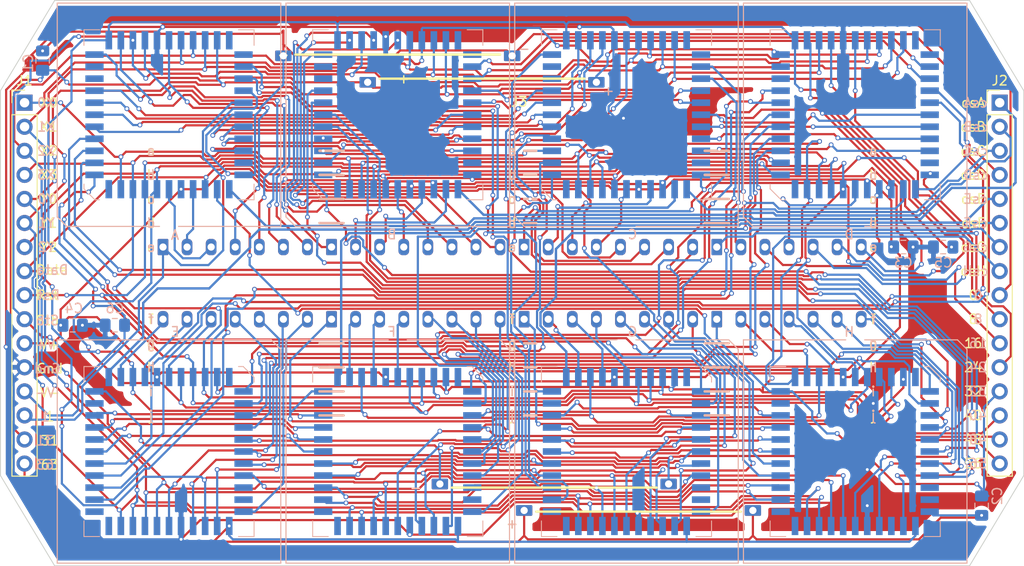
<source format=kicad_pcb>
(kicad_pcb (version 20171130) (host pcbnew "(5.1.7-0-10_14)")
  (layers (0 F.Cu signal hide) (31 B.Cu signal hide) (34 B.Paste user) (35 F.Paste user) (36 B.SilkS user hide) (37 F.SilkS user) (38 B.Mask user) (39 F.Mask user) (44 Edge.Cuts user))
  (net 0 "")
  (net 1 0)
  (net 2 /X0AB)
  (net 3 /X1AB)
  (net 4 /X2AB)
  (net 5 /X3AB)
  (net 6 /X4AH)
  (net 7 /X5AH)
  (net 8 /X12AG)
  (net 9 /X13AG)
  (net 10 AY1)
  (net 11 AY0)
  (net 12 AX2)
  (net 13 AX1)
  (net 14 4)
  (net 15 GND)
  (net 16 5)
  (net 17 STROBE)
  (net 18 6)
  (net 19 -9V)
  (net 20 7)
  (net 21 /X11AC)
  (net 22 /X10AC)
  (net 23 /X9AC)
  (net 24 /X8AC)
  (net 25 /X7AH)
  (net 26 /X6AH)
  (net 27 /X15AG)
  (net 28 /X14AG)
  (net 29 CS_A)
  (net 30 1)
  (net 31 DATA)
  (net 32 2)
  (net 33 +9V)
  (net 34 AX0)
  (net 35 AX3)
  (net 36 RESET)
  (net 37 AY2)
  (net 38 3)
  (net 39 8)
  (net 40 /X4BC)
  (net 41 /X5BC)
  (net 42 /X12BD)
  (net 43 /X13BD)
  (net 44 12)
  (net 45 13)
  (net 46 14)
  (net 47 15)
  (net 48 /X11BH)
  (net 49 /X10BH)
  (net 50 /X9BH)
  (net 51 /X8BH)
  (net 52 /X7BC)
  (net 53 /X6BC)
  (net 54 /X15BD)
  (net 55 /X14BD)
  (net 56 CS_B)
  (net 57 9)
  (net 58 10)
  (net 59 11)
  (net 60 16)
  (net 61 /X0CD)
  (net 62 /X1CD)
  (net 63 /X2CD)
  (net 64 /X3CD)
  (net 65 /X12CE)
  (net 66 /X13CE)
  (net 67 20)
  (net 68 21)
  (net 69 22)
  (net 70 23)
  (net 71 /X15CE)
  (net 72 /X14CE)
  (net 73 CS_C)
  (net 74 17)
  (net 75 18)
  (net 76 19)
  (net 77 31)
  (net 78 32)
  (net 79 63)
  (net 80 24)
  (net 81 /X4DE)
  (net 82 /X5DE)
  (net 83 28)
  (net 84 29)
  (net 85 30)
  (net 86 /X11DF)
  (net 87 /X10DF)
  (net 88 /X9DF)
  (net 89 /X8DF)
  (net 90 /X7DE)
  (net 91 /X6DE)
  (net 92 CS_D)
  (net 93 25)
  (net 94 26)
  (net 95 27)
  (net 96 /X0EF)
  (net 97 /X1EF)
  (net 98 /X2EF)
  (net 99 /X3EF)
  (net 100 36)
  (net 101 37)
  (net 102 38)
  (net 103 39)
  (net 104 /X11EG)
  (net 105 /X10EG)
  (net 106 /X9EG)
  (net 107 /X8EG)
  (net 108 CS_E)
  (net 109 33)
  (net 110 34)
  (net 111 35)
  (net 112 40)
  (net 113 /X4FG)
  (net 114 /X5FG)
  (net 115 /X12FH)
  (net 116 /X13FH)
  (net 117 44)
  (net 118 45)
  (net 119 46)
  (net 120 47)
  (net 121 /X7FG)
  (net 122 /X6FG)
  (net 123 /X15FH)
  (net 124 /X14FH)
  (net 125 CS_F)
  (net 126 41)
  (net 127 42)
  (net 128 43)
  (net 129 48)
  (net 130 /X0GH)
  (net 131 /X1GH)
  (net 132 /X2GH)
  (net 133 /X3GH)
  (net 134 52)
  (net 135 53)
  (net 136 54)
  (net 137 55)
  (net 138 CS_G)
  (net 139 49)
  (net 140 50)
  (net 141 51)
  (net 142 56)
  (net 143 60)
  (net 144 61)
  (net 145 62)
  (net 146 CS_H)
  (net 147 57)
  (net 148 58)
  (net 149 59)
  (module Connector_PinHeader_2.54mm:PinHeader_1x16_P2.54mm_Vertical (layer F.Cu) (at 36.195 31.115)
    (fp_text reference J1 (at 0 -2.33) (layer F.SilkS))
    (fp_text value Address_Control_Power)
    (pad 16 thru_hole oval (at 0 38.1) (size 1.7 1.7) (drill 1) (layers *.Cu *.Mask) (net 79 63))
    (pad 15 thru_hole oval (at 0 35.56) (size 1.7 1.7) (drill 1) (layers *.Cu *.Mask) (net 77 31))
    (pad 14 thru_hole oval (at 0 33.02) (size 1.7 1.7) (drill 1) (layers *.Cu *.Mask) (net 30 1))
    (pad 13 thru_hole oval (at 0 30.48) (size 1.7 1.7) (drill 1) (layers *.Cu *.Mask) (net 19 -9V))
    (pad 12 thru_hole oval (at 0 27.94) (size 1.7 1.7) (drill 1) (layers *.Cu *.Mask) (net 15 GND))
    (pad 11 thru_hole oval (at 0 25.4) (size 1.7 1.7) (drill 1) (layers *.Cu *.Mask) (net 33 +9V))
    (pad 10 thru_hole oval (at 0 22.86) (size 1.7 1.7) (drill 1) (layers *.Cu *.Mask) (net 17 STROBE))
    (pad 9 thru_hole oval (at 0 20.32) (size 1.7 1.7) (drill 1) (layers *.Cu *.Mask) (net 36 RESET))
    (pad 8 thru_hole oval (at 0 17.78) (size 1.7 1.7) (drill 1) (layers *.Cu *.Mask) (net 31 DATA))
    (pad 7 thru_hole oval (at 0 15.24) (size 1.7 1.7) (drill 1) (layers *.Cu *.Mask) (net 37 AY2))
    (pad 6 thru_hole oval (at 0 12.7) (size 1.7 1.7) (drill 1) (layers *.Cu *.Mask) (net 10 AY1))
    (pad 5 thru_hole oval (at 0 10.16) (size 1.7 1.7) (drill 1) (layers *.Cu *.Mask) (net 11 AY0))
    (pad 4 thru_hole oval (at 0 7.62) (size 1.7 1.7) (drill 1) (layers *.Cu *.Mask) (net 35 AX3))
    (pad 3 thru_hole oval (at 0 5.08) (size 1.7 1.7) (drill 1) (layers *.Cu *.Mask) (net 12 AX2))
    (pad 2 thru_hole oval (at 0 2.54) (size 1.7 1.7) (drill 1) (layers *.Cu *.Mask) (net 13 AX1))
    (pad 1 thru_hole rect (at 0 0) (size 1.7 1.7) (drill 1) (layers *.Cu *.Mask) (net 34 AX0))
  )
  (module Footprints:Breadboard_Top (layer F.Cu) (at 87.63 50.165)
    (fp_text reference J3 (at 0.75 -19.15) (layer F.SilkS))
    (fp_text value Breadboard)
    (fp_text user + (at -11.43 -21.59) (layer F.SilkS))
    (fp_text user - (at -24.13 -24.13) (layer F.SilkS))
    (fp_text user - (at 1.27 -24.765) (layer B.SilkS) (effects (justify mirror)))
    (fp_text user + (at 10.16 -20.32) (layer B.SilkS) (effects (justify mirror)))
    (fp_text user + (at 0 25.4) (layer B.SilkS) (effects (justify mirror)))
    (fp_text user - (at -10.16 21.59) (layer B.SilkS) (effects (justify mirror)))
    (fp_text user b (at 38.1 -11.43 180) (layer B.SilkS) (effects (justify mirror)))
    (fp_text user e (at 38.1 -3.81 180) (layer B.SilkS) (effects (justify mirror)))
    (fp_text user d (at 38.1 -6.35 180) (layer B.SilkS) (effects (justify mirror)))
    (fp_text user a (at 38.1 -13.97 180) (layer B.SilkS) (effects (justify mirror)))
    (fp_text user i (at 38.1 11.43 180) (layer B.SilkS) (effects (justify mirror)))
    (fp_text user c (at 38.1 -8.89 180) (layer B.SilkS) (effects (justify mirror)))
    (fp_text user g (at 38.1 6.35 180) (layer B.SilkS) (effects (justify mirror)))
    (fp_text user h (at 38.1 8.89 180) (layer B.SilkS) (effects (justify mirror)))
    (fp_text user j (at 38.1 13.97 180) (layer B.SilkS) (effects (justify mirror)))
    (fp_text user f (at 38.1 3.81 180) (layer B.SilkS) (effects (justify mirror)))
    (fp_text user g (at 0 6.35 180) (layer B.SilkS) (effects (justify mirror)))
    (fp_text user e (at 0 -3.81 180) (layer B.SilkS) (effects (justify mirror)))
    (fp_text user f (at 0 3.81 180) (layer B.SilkS) (effects (justify mirror)))
    (fp_text user i (at 0 11.43 180) (layer B.SilkS) (effects (justify mirror)))
    (fp_text user b (at 0 -11.43 180) (layer B.SilkS) (effects (justify mirror)))
    (fp_text user d (at 0 -6.35 180) (layer B.SilkS) (effects (justify mirror)))
    (fp_text user h (at 0 8.89 180) (layer B.SilkS) (effects (justify mirror)))
    (fp_text user a (at 0 -13.97 180) (layer B.SilkS) (effects (justify mirror)))
    (fp_text user j (at 0 13.97 180) (layer B.SilkS) (effects (justify mirror)))
    (fp_text user c (at 0 -8.89 180) (layer B.SilkS) (effects (justify mirror)))
    (fp_text user e (at -38.1 -3.81 -180) (layer B.SilkS) (effects (justify mirror)))
    (fp_text user j (at -38.1 13.97 -180) (layer B.SilkS) (effects (justify mirror)))
    (fp_text user b (at -38.1 -11.43 -180) (layer B.SilkS) (effects (justify mirror)))
    (fp_text user f (at -38.1 3.81 -180) (layer B.SilkS) (effects (justify mirror)))
    (fp_text user c (at -38.1 -8.89 -180) (layer B.SilkS) (effects (justify mirror)))
    (fp_text user a (at -38.1 -13.97 -180) (layer B.SilkS) (effects (justify mirror)))
    (fp_text user d (at -38.1 -6.35 -180) (layer B.SilkS) (effects (justify mirror)))
    (fp_text user g (at -38.1 6.35 -180) (layer B.SilkS) (effects (justify mirror)))
    (fp_text user h (at -38.1 8.89 -180) (layer B.SilkS) (effects (justify mirror)))
    (fp_text user i (at -38.1 11.43 -180) (layer B.SilkS) (effects (justify mirror)))
    (fp_text user + (at 0 25.4) (layer F.SilkS))
    (fp_text user - (at -10.16 21.59) (layer F.SilkS))
    (fp_text user e (at 38.1 -3.81) (layer F.SilkS))
    (fp_text user g (at 38.1 6.35) (layer F.SilkS))
    (fp_text user c (at 38.1 -8.89) (layer F.SilkS))
    (fp_text user h (at 38.1 8.89) (layer F.SilkS))
    (fp_text user f (at 38.1 3.81) (layer F.SilkS))
    (fp_text user j (at 38.1 13.97) (layer F.SilkS))
    (fp_text user d (at 38.1 -6.35) (layer F.SilkS))
    (fp_text user b (at 38.1 -11.43) (layer F.SilkS))
    (fp_text user a (at 38.1 -13.97) (layer F.SilkS))
    (fp_text user i (at 38.1 11.43) (layer F.SilkS))
    (fp_text user i (at -38.1 11.43) (layer F.SilkS))
    (fp_text user a (at -38.1 -13.97) (layer F.SilkS))
    (fp_text user b (at -38.1 -11.43) (layer F.SilkS))
    (fp_text user d (at -38.1 -6.35) (layer F.SilkS))
    (fp_text user j (at -38.1 13.97) (layer F.SilkS))
    (fp_text user f (at -38.1 3.81) (layer F.SilkS))
    (fp_text user h (at -38.1 8.89) (layer F.SilkS))
    (fp_text user c (at -38.1 -8.89) (layer F.SilkS))
    (fp_text user g (at -38.1 6.35) (layer F.SilkS))
    (fp_text user e (at -38.1 -3.81) (layer F.SilkS))
    (fp_text user j (at 0 13.97) (layer F.SilkS))
    (fp_text user i (at 0 11.43) (layer F.SilkS))
    (fp_text user h (at 0 8.89) (layer F.SilkS))
    (fp_text user g (at 0 6.35) (layer F.SilkS))
    (fp_text user f (at 0 3.81) (layer F.SilkS))
    (fp_text user e (at 0 -3.81) (layer F.SilkS))
    (fp_text user d (at 0 -6.35) (layer F.SilkS))
    (fp_text user c (at 0 -8.89) (layer F.SilkS))
    (fp_text user b (at 0 -11.43) (layer F.SilkS))
    (fp_text user a (at 0 -13.97) (layer F.SilkS))
    (pad 31 thru_hole roundrect (at 8.89 -21.209 270) (size 1.124 1.724) (drill 0.762) (layers *.Cu *.Mask) (roundrect_rratio 0.1) (net 77 31))
    (pad 0 thru_hole roundrect (at -24.13 -24.003 270) (size 1.124 1.724) (drill 0.762) (layers *.Cu *.Mask) (roundrect_rratio 0.1) (net 1 0))
    (pad 31 thru_hole roundrect (at -15.24 -21.209 270) (size 1.124 1.724) (drill 0.762) (layers *.Cu *.Mask) (roundrect_rratio 0.1) (net 77 31))
    (pad 0 thru_hole roundrect (at 0 -24.003 270) (size 1.124 1.724) (drill 0.762) (layers *.Cu *.Mask) (roundrect_rratio 0.1) (net 1 0))
    (pad 63 thru_hole roundrect (at 1.27 24.003 90) (size 1.124 1.724) (drill 0.762) (layers *.Cu *.Mask) (roundrect_rratio 0.1) (net 79 63))
    (pad 32 thru_hole roundrect (at 16.51 21.209 90) (size 1.124 1.724) (drill 0.762) (layers *.Cu *.Mask) (roundrect_rratio 0.1) (net 78 32))
    (pad 63 thru_hole roundrect (at 25.4 24.003 90) (size 1.124 1.724) (drill 0.762) (layers *.Cu *.Mask) (roundrect_rratio 0.1) (net 79 63))
    (pad 62 thru_hole roundrect (at 36.83 3.81 180) (size 1.124 1.724) (drill 0.762) (layers *.Cu *.Mask) (roundrect_rratio 0.4) (net 145 62))
    (pad 61 thru_hole roundrect (at 34.29 3.81 180) (size 1.124 1.724) (drill 0.762) (layers *.Cu *.Mask) (roundrect_rratio 0.4) (net 144 61))
    (pad 60 thru_hole roundrect (at 31.75 3.81 180) (size 1.124 1.724) (drill 0.762) (layers *.Cu *.Mask) (roundrect_rratio 0.4) (net 143 60))
    (pad 59 thru_hole roundrect (at 29.21 3.81 180) (size 1.124 1.724) (drill 0.762) (layers *.Cu *.Mask) (roundrect_rratio 0.4) (net 149 59))
    (pad 58 thru_hole roundrect (at 26.67 3.81 180) (size 1.124 1.724) (drill 0.762) (layers *.Cu *.Mask) (roundrect_rratio 0.4) (net 148 58))
    (pad 57 thru_hole roundrect (at 24.13 3.81 180) (size 1.124 1.724) (drill 0.762) (layers *.Cu *.Mask) (roundrect_rratio 0.4) (net 147 57))
    (pad 56 thru_hole roundrect (at 21.59 3.81) (size 1.124 1.724) (drill 0.762) (layers *.Cu *.Mask) (roundrect_rratio 0.1) (net 142 56))
    (pad 55 thru_hole roundrect (at 19.05 3.81 180) (size 1.124 1.724) (drill 0.762) (layers *.Cu *.Mask) (roundrect_rratio 0.4) (net 137 55))
    (pad 54 thru_hole roundrect (at 16.51 3.81 180) (size 1.124 1.724) (drill 0.762) (layers *.Cu *.Mask) (roundrect_rratio 0.4) (net 136 54))
    (pad 53 thru_hole roundrect (at 13.97 3.81 180) (size 1.124 1.724) (drill 0.762) (layers *.Cu *.Mask) (roundrect_rratio 0.4) (net 135 53))
    (pad 52 thru_hole roundrect (at 11.43 3.81 180) (size 1.124 1.724) (drill 0.762) (layers *.Cu *.Mask) (roundrect_rratio 0.4) (net 134 52))
    (pad 51 thru_hole roundrect (at 8.89 3.81 180) (size 1.124 1.724) (drill 0.762) (layers *.Cu *.Mask) (roundrect_rratio 0.4) (net 141 51))
    (pad 50 thru_hole roundrect (at 6.35 3.81 180) (size 1.124 1.724) (drill 0.762) (layers *.Cu *.Mask) (roundrect_rratio 0.4) (net 140 50))
    (pad 49 thru_hole roundrect (at 3.81 3.81 180) (size 1.124 1.724) (drill 0.762) (layers *.Cu *.Mask) (roundrect_rratio 0.4) (net 139 49))
    (pad 48 thru_hole roundrect (at 1.27 3.81) (size 1.124 1.724) (drill 0.762) (layers *.Cu *.Mask) (roundrect_rratio 0.1) (net 129 48))
    (pad 47 thru_hole roundrect (at -1.27 3.81 180) (size 1.124 1.724) (drill 0.762) (layers *.Cu *.Mask) (roundrect_rratio 0.4) (net 120 47))
    (pad 46 thru_hole roundrect (at -3.81 3.81 180) (size 1.124 1.724) (drill 0.762) (layers *.Cu *.Mask) (roundrect_rratio 0.4) (net 119 46))
    (pad 45 thru_hole roundrect (at -6.35 3.81 180) (size 1.124 1.724) (drill 0.762) (layers *.Cu *.Mask) (roundrect_rratio 0.4) (net 118 45))
    (pad 44 thru_hole roundrect (at -8.89 3.81 180) (size 1.124 1.724) (drill 0.762) (layers *.Cu *.Mask) (roundrect_rratio 0.4) (net 117 44))
    (pad 43 thru_hole roundrect (at -11.43 3.81 180) (size 1.124 1.724) (drill 0.762) (layers *.Cu *.Mask) (roundrect_rratio 0.4) (net 128 43))
    (pad 42 thru_hole roundrect (at -13.97 3.81 180) (size 1.124 1.724) (drill 0.762) (layers *.Cu *.Mask) (roundrect_rratio 0.4) (net 127 42))
    (pad 41 thru_hole roundrect (at -16.51 3.81 180) (size 1.124 1.724) (drill 0.762) (layers *.Cu *.Mask) (roundrect_rratio 0.4) (net 126 41))
    (pad 40 thru_hole roundrect (at -19.05 3.81) (size 1.124 1.724) (drill 0.762) (layers *.Cu *.Mask) (roundrect_rratio 0.1) (net 112 40))
    (pad 39 thru_hole roundrect (at -21.59 3.81 180) (size 1.124 1.724) (drill 0.762) (layers *.Cu *.Mask) (roundrect_rratio 0.4) (net 103 39))
    (pad 38 thru_hole roundrect (at -24.13 3.81 180) (size 1.124 1.724) (drill 0.762) (layers *.Cu *.Mask) (roundrect_rratio 0.4) (net 102 38))
    (pad 37 thru_hole roundrect (at -26.67 3.81 180) (size 1.124 1.724) (drill 0.762) (layers *.Cu *.Mask) (roundrect_rratio 0.4) (net 101 37))
    (pad 36 thru_hole roundrect (at -29.21 3.81 180) (size 1.124 1.724) (drill 0.762) (layers *.Cu *.Mask) (roundrect_rratio 0.4) (net 100 36))
    (pad 35 thru_hole roundrect (at -31.75 3.81 180) (size 1.124 1.724) (drill 0.762) (layers *.Cu *.Mask) (roundrect_rratio 0.4) (net 111 35))
    (pad 34 thru_hole roundrect (at -34.29 3.81 180) (size 1.124 1.724) (drill 0.762) (layers *.Cu *.Mask) (roundrect_rratio 0.4) (net 110 34))
    (pad 33 thru_hole roundrect (at -36.83 3.81 180) (size 1.124 1.724) (drill 0.762) (layers *.Cu *.Mask) (roundrect_rratio 0.4) (net 109 33))
    (pad 32 thru_hole roundrect (at -7.62 21.209 90) (size 1.124 1.724) (drill 0.762) (layers *.Cu *.Mask) (roundrect_rratio 0.1) (net 78 32))
    (pad 1 thru_hole roundrect (at -36.83 -3.81) (size 1.124 1.724) (drill 0.762) (layers *.Cu *.Mask) (roundrect_rratio 0.1) (net 30 1))
    (pad 2 thru_hole roundrect (at -34.29 -3.81) (size 1.124 1.724) (drill 0.762) (layers *.Cu *.Mask) (roundrect_rratio 0.4) (net 32 2))
    (pad 3 thru_hole roundrect (at -31.75 -3.81) (size 1.124 1.724) (drill 0.762) (layers *.Cu *.Mask) (roundrect_rratio 0.4) (net 38 3))
    (pad 4 thru_hole roundrect (at -29.21 -3.81) (size 1.124 1.724) (drill 0.762) (layers *.Cu *.Mask) (roundrect_rratio 0.4) (net 14 4))
    (pad 5 thru_hole roundrect (at -26.67 -3.81) (size 1.124 1.724) (drill 0.762) (layers *.Cu *.Mask) (roundrect_rratio 0.4) (net 16 5))
    (pad 6 thru_hole roundrect (at -24.13 -3.81) (size 1.124 1.724) (drill 0.762) (layers *.Cu *.Mask) (roundrect_rratio 0.4) (net 18 6))
    (pad 7 thru_hole roundrect (at -21.59 -3.81) (size 1.124 1.724) (drill 0.762) (layers *.Cu *.Mask) (roundrect_rratio 0.4) (net 20 7))
    (pad 8 thru_hole roundrect (at -19.05 -3.81) (size 1.124 1.724) (drill 0.762) (layers *.Cu *.Mask) (roundrect_rratio 0.1) (net 39 8))
    (pad 9 thru_hole roundrect (at -16.51 -3.81) (size 1.124 1.724) (drill 0.762) (layers *.Cu *.Mask) (roundrect_rratio 0.4) (net 57 9))
    (pad 10 thru_hole roundrect (at -13.97 -3.81) (size 1.124 1.724) (drill 0.762) (layers *.Cu *.Mask) (roundrect_rratio 0.4) (net 58 10))
    (pad 11 thru_hole roundrect (at -11.43 -3.81) (size 1.124 1.724) (drill 0.762) (layers *.Cu *.Mask) (roundrect_rratio 0.4) (net 59 11))
    (pad 12 thru_hole roundrect (at -8.89 -3.81) (size 1.124 1.724) (drill 0.762) (layers *.Cu *.Mask) (roundrect_rratio 0.4) (net 44 12))
    (pad 13 thru_hole roundrect (at -6.35 -3.81) (size 1.124 1.724) (drill 0.762) (layers *.Cu *.Mask) (roundrect_rratio 0.4) (net 45 13))
    (pad 14 thru_hole roundrect (at -3.81 -3.81) (size 1.124 1.724) (drill 0.762) (layers *.Cu *.Mask) (roundrect_rratio 0.4) (net 46 14))
    (pad 15 thru_hole roundrect (at -1.27 -3.81) (size 1.124 1.724) (drill 0.762) (layers *.Cu *.Mask) (roundrect_rratio 0.4) (net 47 15))
    (pad 16 thru_hole roundrect (at 1.27 -3.81) (size 1.124 1.724) (drill 0.762) (layers *.Cu *.Mask) (roundrect_rratio 0.1) (net 60 16))
    (pad 17 thru_hole roundrect (at 3.81 -3.81) (size 1.124 1.724) (drill 0.762) (layers *.Cu *.Mask) (roundrect_rratio 0.4) (net 74 17))
    (pad 18 thru_hole roundrect (at 6.35 -3.81) (size 1.124 1.724) (drill 0.762) (layers *.Cu *.Mask) (roundrect_rratio 0.4) (net 75 18))
    (pad 19 thru_hole roundrect (at 8.89 -3.81) (size 1.124 1.724) (drill 0.762) (layers *.Cu *.Mask) (roundrect_rratio 0.4) (net 76 19))
    (pad 20 thru_hole roundrect (at 11.43 -3.81) (size 1.124 1.724) (drill 0.762) (layers *.Cu *.Mask) (roundrect_rratio 0.4) (net 67 20))
    (pad 21 thru_hole roundrect (at 13.97 -3.81) (size 1.124 1.724) (drill 0.762) (layers *.Cu *.Mask) (roundrect_rratio 0.4) (net 68 21))
    (pad 22 thru_hole roundrect (at 16.51 -3.81) (size 1.124 1.724) (drill 0.762) (layers *.Cu *.Mask) (roundrect_rratio 0.4) (net 69 22))
    (pad 23 thru_hole roundrect (at 19.05 -3.81) (size 1.124 1.724) (drill 0.762) (layers *.Cu *.Mask) (roundrect_rratio 0.4) (net 70 23))
    (pad 24 thru_hole roundrect (at 21.59 -3.81) (size 1.124 1.724) (drill 0.762) (layers *.Cu *.Mask) (roundrect_rratio 0.1) (net 80 24))
    (pad 25 thru_hole roundrect (at 24.13 -3.81) (size 1.124 1.724) (drill 0.762) (layers *.Cu *.Mask) (roundrect_rratio 0.4) (net 93 25))
    (pad 26 thru_hole roundrect (at 26.67 -3.81) (size 1.124 1.724) (drill 0.762) (layers *.Cu *.Mask) (roundrect_rratio 0.4) (net 94 26))
    (pad 27 thru_hole roundrect (at 29.21 -3.81) (size 1.124 1.724) (drill 0.762) (layers *.Cu *.Mask) (roundrect_rratio 0.4) (net 95 27))
    (pad 28 thru_hole roundrect (at 31.75 -3.81) (size 1.124 1.724) (drill 0.762) (layers *.Cu *.Mask) (roundrect_rratio 0.4) (net 83 28))
    (pad 29 thru_hole roundrect (at 34.29 -3.81) (size 1.124 1.724) (drill 0.762) (layers *.Cu *.Mask) (roundrect_rratio 0.4) (net 84 29))
    (pad 30 thru_hole roundrect (at 36.83 -3.81) (size 1.124 1.724) (drill 0.762) (layers *.Cu *.Mask) (roundrect_rratio 0.4) (net 85 30))
  )
  (module Connector_PinHeader_2.54mm:PinHeader_1x16_P2.54mm_Vertical (layer F.Cu) (at 139.065 31.115)
    (fp_text reference J2 (at 0 -2.33) (layer F.SilkS))
    (fp_text value Chip_Select_Measurement)
    (pad 16 thru_hole oval (at 0 38.1) (size 1.7 1.7) (drill 1) (layers *.Cu *.Mask) (net 142 56))
    (pad 15 thru_hole oval (at 0 35.56) (size 1.7 1.7) (drill 1) (layers *.Cu *.Mask) (net 129 48))
    (pad 14 thru_hole oval (at 0 33.02) (size 1.7 1.7) (drill 1) (layers *.Cu *.Mask) (net 112 40))
    (pad 13 thru_hole oval (at 0 30.48) (size 1.7 1.7) (drill 1) (layers *.Cu *.Mask) (net 78 32))
    (pad 12 thru_hole oval (at 0 27.94) (size 1.7 1.7) (drill 1) (layers *.Cu *.Mask) (net 80 24))
    (pad 11 thru_hole oval (at 0 25.4) (size 1.7 1.7) (drill 1) (layers *.Cu *.Mask) (net 60 16))
    (pad 10 thru_hole oval (at 0 22.86) (size 1.7 1.7) (drill 1) (layers *.Cu *.Mask) (net 39 8))
    (pad 9 thru_hole oval (at 0 20.32) (size 1.7 1.7) (drill 1) (layers *.Cu *.Mask) (net 1 0))
    (pad 8 thru_hole oval (at 0 17.78) (size 1.7 1.7) (drill 1) (layers *.Cu *.Mask) (net 146 CS_H))
    (pad 7 thru_hole oval (at 0 15.24) (size 1.7 1.7) (drill 1) (layers *.Cu *.Mask) (net 138 CS_G))
    (pad 6 thru_hole oval (at 0 12.7) (size 1.7 1.7) (drill 1) (layers *.Cu *.Mask) (net 125 CS_F))
    (pad 5 thru_hole oval (at 0 10.16) (size 1.7 1.7) (drill 1) (layers *.Cu *.Mask) (net 108 CS_E))
    (pad 4 thru_hole oval (at 0 7.62) (size 1.7 1.7) (drill 1) (layers *.Cu *.Mask) (net 92 CS_D))
    (pad 3 thru_hole oval (at 0 5.08) (size 1.7 1.7) (drill 1) (layers *.Cu *.Mask) (net 73 CS_C))
    (pad 2 thru_hole oval (at 0 2.54) (size 1.7 1.7) (drill 1) (layers *.Cu *.Mask) (net 56 CS_B))
    (pad 1 thru_hole rect (at 0 0) (size 1.7 1.7) (drill 1) (layers *.Cu *.Mask) (net 29 CS_A))
  )
  (module Package_LCC:PLCC-44_SMD-Socket (layer B.Cu) (at 123.825 67.945 180)
    (fp_text reference H (at 0.635 12.64) (layer B.SilkS) (effects (justify mirror)))
    (fp_text value MT8816AP)
    (pad 39 smd rect (at 7.8625 6.35 180) (size 1.925 0.7) (layers B.Cu B.Paste B.Mask) (net 142 56))
    (pad 38 smd rect (at 7.8625 5.08 180) (size 1.925 0.7) (layers B.Cu B.Paste B.Mask))
    (pad 37 smd rect (at 7.8625 3.81 180) (size 1.925 0.7) (layers B.Cu B.Paste B.Mask) (net 130 /X0GH))
    (pad 36 smd rect (at 7.8625 2.54 180) (size 1.925 0.7) (layers B.Cu B.Paste B.Mask) (net 131 /X1GH))
    (pad 35 smd rect (at 7.8625 1.27 180) (size 1.925 0.7) (layers B.Cu B.Paste B.Mask) (net 132 /X2GH))
    (pad 34 smd rect (at 7.8625 0 180) (size 1.925 0.7) (layers B.Cu B.Paste B.Mask) (net 133 /X3GH))
    (pad 33 smd rect (at 7.8625 -1.27 180) (size 1.925 0.7) (layers B.Cu B.Paste B.Mask) (net 6 /X4AH))
    (pad 32 smd rect (at 7.8625 -2.54 180) (size 1.925 0.7) (layers B.Cu B.Paste B.Mask) (net 7 /X5AH))
    (pad 31 smd rect (at 7.8625 -3.81 180) (size 1.925 0.7) (layers B.Cu B.Paste B.Mask) (net 115 /X12FH))
    (pad 30 smd rect (at 7.8625 -5.08 180) (size 1.925 0.7) (layers B.Cu B.Paste B.Mask) (net 116 /X13FH))
    (pad 29 smd rect (at 7.8625 -6.35 180) (size 1.925 0.7) (layers B.Cu B.Paste B.Mask))
    (pad 28 smd rect (at 6.35 -7.8625 180) (size 0.7 1.925) (layers B.Cu B.Paste B.Mask))
    (pad 27 smd rect (at 5.08 -7.8625 180) (size 0.7 1.925) (layers B.Cu B.Paste B.Mask) (net 10 AY1))
    (pad 26 smd rect (at 3.81 -7.8625 180) (size 0.7 1.925) (layers B.Cu B.Paste B.Mask) (net 11 AY0))
    (pad 25 smd rect (at 2.54 -7.8625 180) (size 0.7 1.925) (layers B.Cu B.Paste B.Mask) (net 12 AX2))
    (pad 24 smd rect (at 1.27 -7.8625 180) (size 0.7 1.925) (layers B.Cu B.Paste B.Mask) (net 13 AX1))
    (pad 23 smd rect (at 0 -7.8625 180) (size 0.7 1.925) (layers B.Cu B.Paste B.Mask) (net 143 60))
    (pad 22 smd rect (at -1.27 -7.8625 180) (size 0.7 1.925) (layers B.Cu B.Paste B.Mask) (net 15 GND))
    (pad 21 smd rect (at -2.54 -7.8625 180) (size 0.7 1.925) (layers B.Cu B.Paste B.Mask) (net 144 61))
    (pad 20 smd rect (at -3.81 -7.8625 180) (size 0.7 1.925) (layers B.Cu B.Paste B.Mask) (net 17 STROBE))
    (pad 19 smd rect (at -5.08 -7.8625 180) (size 0.7 1.925) (layers B.Cu B.Paste B.Mask) (net 145 62))
    (pad 18 smd rect (at -6.35 -7.8625 180) (size 0.7 1.925) (layers B.Cu B.Paste B.Mask) (net 19 -9V))
    (pad 17 smd rect (at -7.8625 -6.35 180) (size 1.925 0.7) (layers B.Cu B.Paste B.Mask) (net 79 63))
    (pad 16 smd rect (at -7.8625 -5.08 180) (size 1.925 0.7) (layers B.Cu B.Paste B.Mask))
    (pad 15 smd rect (at -7.8625 -3.81 180) (size 1.925 0.7) (layers B.Cu B.Paste B.Mask))
    (pad 14 smd rect (at -7.8625 -2.54 180) (size 1.925 0.7) (layers B.Cu B.Paste B.Mask) (net 48 /X11BH))
    (pad 13 smd rect (at -7.8625 -1.27 180) (size 1.925 0.7) (layers B.Cu B.Paste B.Mask) (net 49 /X10BH))
    (pad 12 smd rect (at -7.8625 0 180) (size 1.925 0.7) (layers B.Cu B.Paste B.Mask) (net 50 /X9BH))
    (pad 11 smd rect (at -7.8625 1.27 180) (size 1.925 0.7) (layers B.Cu B.Paste B.Mask) (net 51 /X8BH))
    (pad 10 smd rect (at -7.8625 2.54 180) (size 1.925 0.7) (layers B.Cu B.Paste B.Mask) (net 25 /X7AH))
    (pad 9 smd rect (at -7.8625 3.81 180) (size 1.925 0.7) (layers B.Cu B.Paste B.Mask) (net 26 /X6AH))
    (pad 8 smd rect (at -7.8625 5.08 180) (size 1.925 0.7) (layers B.Cu B.Paste B.Mask) (net 123 /X15FH))
    (pad 7 smd rect (at -7.8625 6.35 180) (size 1.925 0.7) (layers B.Cu B.Paste B.Mask) (net 124 /X14FH))
    (pad 40 smd rect (at 6.35 7.8625 180) (size 0.7 1.925) (layers B.Cu B.Paste B.Mask) (net 146 CS_H))
    (pad 41 smd rect (at 5.08 7.8625 180) (size 0.7 1.925) (layers B.Cu B.Paste B.Mask) (net 147 57))
    (pad 42 smd rect (at 3.81 7.8625 180) (size 0.7 1.925) (layers B.Cu B.Paste B.Mask) (net 31 DATA))
    (pad 43 smd rect (at 2.54 7.8625 180) (size 0.7 1.925) (layers B.Cu B.Paste B.Mask) (net 148 58))
    (pad 44 smd rect (at 1.27 7.8625 180) (size 0.7 1.925) (layers B.Cu B.Paste B.Mask) (net 33 +9V))
    (pad 6 smd rect (at -6.35 7.8625 180) (size 0.7 1.925) (layers B.Cu B.Paste B.Mask))
    (pad 5 smd rect (at -5.08 7.8625 180) (size 0.7 1.925) (layers B.Cu B.Paste B.Mask) (net 34 AX0))
    (pad 4 smd rect (at -3.81 7.8625 180) (size 0.7 1.925) (layers B.Cu B.Paste B.Mask) (net 35 AX3))
    (pad 3 smd rect (at -2.54 7.8625 180) (size 0.7 1.925) (layers B.Cu B.Paste B.Mask) (net 36 RESET))
    (pad 2 smd rect (at -1.27 7.8625 180) (size 0.7 1.925) (layers B.Cu B.Paste B.Mask) (net 37 AY2))
    (pad 1 smd rect (at 0 7.8625 180) (size 0.7 1.925) (layers B.Cu B.Paste B.Mask) (net 149 59))
  )
  (module Package_LCC:PLCC-44_SMD-Socket (layer B.Cu) (at 99.695 67.945 180)
    (fp_text reference G (at -0.635 12.64) (layer B.SilkS) (effects (justify mirror)))
    (fp_text value MT8816AP)
    (pad 39 smd rect (at 7.8625 6.35 180) (size 1.925 0.7) (layers B.Cu B.Paste B.Mask) (net 129 48))
    (pad 38 smd rect (at 7.8625 5.08 180) (size 1.925 0.7) (layers B.Cu B.Paste B.Mask))
    (pad 37 smd rect (at 7.8625 3.81 180) (size 1.925 0.7) (layers B.Cu B.Paste B.Mask) (net 130 /X0GH))
    (pad 36 smd rect (at 7.8625 2.54 180) (size 1.925 0.7) (layers B.Cu B.Paste B.Mask) (net 131 /X1GH))
    (pad 35 smd rect (at 7.8625 1.27 180) (size 1.925 0.7) (layers B.Cu B.Paste B.Mask) (net 132 /X2GH))
    (pad 34 smd rect (at 7.8625 0 180) (size 1.925 0.7) (layers B.Cu B.Paste B.Mask) (net 133 /X3GH))
    (pad 33 smd rect (at 7.8625 -1.27 180) (size 1.925 0.7) (layers B.Cu B.Paste B.Mask) (net 113 /X4FG))
    (pad 32 smd rect (at 7.8625 -2.54 180) (size 1.925 0.7) (layers B.Cu B.Paste B.Mask) (net 114 /X5FG))
    (pad 31 smd rect (at 7.8625 -3.81 180) (size 1.925 0.7) (layers B.Cu B.Paste B.Mask) (net 8 /X12AG))
    (pad 30 smd rect (at 7.8625 -5.08 180) (size 1.925 0.7) (layers B.Cu B.Paste B.Mask) (net 9 /X13AG))
    (pad 29 smd rect (at 7.8625 -6.35 180) (size 1.925 0.7) (layers B.Cu B.Paste B.Mask))
    (pad 28 smd rect (at 6.35 -7.8625 180) (size 0.7 1.925) (layers B.Cu B.Paste B.Mask))
    (pad 27 smd rect (at 5.08 -7.8625 180) (size 0.7 1.925) (layers B.Cu B.Paste B.Mask) (net 10 AY1))
    (pad 26 smd rect (at 3.81 -7.8625 180) (size 0.7 1.925) (layers B.Cu B.Paste B.Mask) (net 11 AY0))
    (pad 25 smd rect (at 2.54 -7.8625 180) (size 0.7 1.925) (layers B.Cu B.Paste B.Mask) (net 12 AX2))
    (pad 24 smd rect (at 1.27 -7.8625 180) (size 0.7 1.925) (layers B.Cu B.Paste B.Mask) (net 13 AX1))
    (pad 23 smd rect (at 0 -7.8625 180) (size 0.7 1.925) (layers B.Cu B.Paste B.Mask) (net 134 52))
    (pad 22 smd rect (at -1.27 -7.8625 180) (size 0.7 1.925) (layers B.Cu B.Paste B.Mask) (net 15 GND))
    (pad 21 smd rect (at -2.54 -7.8625 180) (size 0.7 1.925) (layers B.Cu B.Paste B.Mask) (net 135 53))
    (pad 20 smd rect (at -3.81 -7.8625 180) (size 0.7 1.925) (layers B.Cu B.Paste B.Mask) (net 17 STROBE))
    (pad 19 smd rect (at -5.08 -7.8625 180) (size 0.7 1.925) (layers B.Cu B.Paste B.Mask) (net 136 54))
    (pad 18 smd rect (at -6.35 -7.8625 180) (size 0.7 1.925) (layers B.Cu B.Paste B.Mask) (net 19 -9V))
    (pad 17 smd rect (at -7.8625 -6.35 180) (size 1.925 0.7) (layers B.Cu B.Paste B.Mask) (net 137 55))
    (pad 16 smd rect (at -7.8625 -5.08 180) (size 1.925 0.7) (layers B.Cu B.Paste B.Mask))
    (pad 15 smd rect (at -7.8625 -3.81 180) (size 1.925 0.7) (layers B.Cu B.Paste B.Mask))
    (pad 14 smd rect (at -7.8625 -2.54 180) (size 1.925 0.7) (layers B.Cu B.Paste B.Mask) (net 104 /X11EG))
    (pad 13 smd rect (at -7.8625 -1.27 180) (size 1.925 0.7) (layers B.Cu B.Paste B.Mask) (net 105 /X10EG))
    (pad 12 smd rect (at -7.8625 0 180) (size 1.925 0.7) (layers B.Cu B.Paste B.Mask) (net 106 /X9EG))
    (pad 11 smd rect (at -7.8625 1.27 180) (size 1.925 0.7) (layers B.Cu B.Paste B.Mask) (net 107 /X8EG))
    (pad 10 smd rect (at -7.8625 2.54 180) (size 1.925 0.7) (layers B.Cu B.Paste B.Mask) (net 121 /X7FG))
    (pad 9 smd rect (at -7.8625 3.81 180) (size 1.925 0.7) (layers B.Cu B.Paste B.Mask) (net 122 /X6FG))
    (pad 8 smd rect (at -7.8625 5.08 180) (size 1.925 0.7) (layers B.Cu B.Paste B.Mask) (net 27 /X15AG))
    (pad 7 smd rect (at -7.8625 6.35 180) (size 1.925 0.7) (layers B.Cu B.Paste B.Mask) (net 28 /X14AG))
    (pad 40 smd rect (at 6.35 7.8625 180) (size 0.7 1.925) (layers B.Cu B.Paste B.Mask) (net 138 CS_G))
    (pad 41 smd rect (at 5.08 7.8625 180) (size 0.7 1.925) (layers B.Cu B.Paste B.Mask) (net 139 49))
    (pad 42 smd rect (at 3.81 7.8625 180) (size 0.7 1.925) (layers B.Cu B.Paste B.Mask) (net 31 DATA))
    (pad 43 smd rect (at 2.54 7.8625 180) (size 0.7 1.925) (layers B.Cu B.Paste B.Mask) (net 140 50))
    (pad 44 smd rect (at 1.27 7.8625 180) (size 0.7 1.925) (layers B.Cu B.Paste B.Mask) (net 33 +9V))
    (pad 6 smd rect (at -6.35 7.8625 180) (size 0.7 1.925) (layers B.Cu B.Paste B.Mask))
    (pad 5 smd rect (at -5.08 7.8625 180) (size 0.7 1.925) (layers B.Cu B.Paste B.Mask) (net 34 AX0))
    (pad 4 smd rect (at -3.81 7.8625 180) (size 0.7 1.925) (layers B.Cu B.Paste B.Mask) (net 35 AX3))
    (pad 3 smd rect (at -2.54 7.8625 180) (size 0.7 1.925) (layers B.Cu B.Paste B.Mask) (net 36 RESET))
    (pad 2 smd rect (at -1.27 7.8625 180) (size 0.7 1.925) (layers B.Cu B.Paste B.Mask) (net 37 AY2))
    (pad 1 smd rect (at 0 7.8625 180) (size 0.7 1.925) (layers B.Cu B.Paste B.Mask) (net 141 51))
  )
  (module Package_LCC:PLCC-44_SMD-Socket (layer B.Cu) (at 75.565 67.945 180)
    (fp_text reference F (at 0.635 12.64) (layer B.SilkS) (effects (justify mirror)))
    (fp_text value MT8816AP)
    (pad 39 smd rect (at 7.8625 6.35 180) (size 1.925 0.7) (layers B.Cu B.Paste B.Mask) (net 112 40))
    (pad 38 smd rect (at 7.8625 5.08 180) (size 1.925 0.7) (layers B.Cu B.Paste B.Mask))
    (pad 37 smd rect (at 7.8625 3.81 180) (size 1.925 0.7) (layers B.Cu B.Paste B.Mask) (net 96 /X0EF))
    (pad 36 smd rect (at 7.8625 2.54 180) (size 1.925 0.7) (layers B.Cu B.Paste B.Mask) (net 97 /X1EF))
    (pad 35 smd rect (at 7.8625 1.27 180) (size 1.925 0.7) (layers B.Cu B.Paste B.Mask) (net 98 /X2EF))
    (pad 34 smd rect (at 7.8625 0 180) (size 1.925 0.7) (layers B.Cu B.Paste B.Mask) (net 99 /X3EF))
    (pad 33 smd rect (at 7.8625 -1.27 180) (size 1.925 0.7) (layers B.Cu B.Paste B.Mask) (net 113 /X4FG))
    (pad 32 smd rect (at 7.8625 -2.54 180) (size 1.925 0.7) (layers B.Cu B.Paste B.Mask) (net 114 /X5FG))
    (pad 31 smd rect (at 7.8625 -3.81 180) (size 1.925 0.7) (layers B.Cu B.Paste B.Mask) (net 115 /X12FH))
    (pad 30 smd rect (at 7.8625 -5.08 180) (size 1.925 0.7) (layers B.Cu B.Paste B.Mask) (net 116 /X13FH))
    (pad 29 smd rect (at 7.8625 -6.35 180) (size 1.925 0.7) (layers B.Cu B.Paste B.Mask))
    (pad 28 smd rect (at 6.35 -7.8625 180) (size 0.7 1.925) (layers B.Cu B.Paste B.Mask))
    (pad 27 smd rect (at 5.08 -7.8625 180) (size 0.7 1.925) (layers B.Cu B.Paste B.Mask) (net 10 AY1))
    (pad 26 smd rect (at 3.81 -7.8625 180) (size 0.7 1.925) (layers B.Cu B.Paste B.Mask) (net 11 AY0))
    (pad 25 smd rect (at 2.54 -7.8625 180) (size 0.7 1.925) (layers B.Cu B.Paste B.Mask) (net 12 AX2))
    (pad 24 smd rect (at 1.27 -7.8625 180) (size 0.7 1.925) (layers B.Cu B.Paste B.Mask) (net 13 AX1))
    (pad 23 smd rect (at 0 -7.8625 180) (size 0.7 1.925) (layers B.Cu B.Paste B.Mask) (net 117 44))
    (pad 22 smd rect (at -1.27 -7.8625 180) (size 0.7 1.925) (layers B.Cu B.Paste B.Mask) (net 15 GND))
    (pad 21 smd rect (at -2.54 -7.8625 180) (size 0.7 1.925) (layers B.Cu B.Paste B.Mask) (net 118 45))
    (pad 20 smd rect (at -3.81 -7.8625 180) (size 0.7 1.925) (layers B.Cu B.Paste B.Mask) (net 17 STROBE))
    (pad 19 smd rect (at -5.08 -7.8625 180) (size 0.7 1.925) (layers B.Cu B.Paste B.Mask) (net 119 46))
    (pad 18 smd rect (at -6.35 -7.8625 180) (size 0.7 1.925) (layers B.Cu B.Paste B.Mask) (net 19 -9V))
    (pad 17 smd rect (at -7.8625 -6.35 180) (size 1.925 0.7) (layers B.Cu B.Paste B.Mask) (net 120 47))
    (pad 16 smd rect (at -7.8625 -5.08 180) (size 1.925 0.7) (layers B.Cu B.Paste B.Mask))
    (pad 15 smd rect (at -7.8625 -3.81 180) (size 1.925 0.7) (layers B.Cu B.Paste B.Mask))
    (pad 14 smd rect (at -7.8625 -2.54 180) (size 1.925 0.7) (layers B.Cu B.Paste B.Mask) (net 86 /X11DF))
    (pad 13 smd rect (at -7.8625 -1.27 180) (size 1.925 0.7) (layers B.Cu B.Paste B.Mask) (net 87 /X10DF))
    (pad 12 smd rect (at -7.8625 0 180) (size 1.925 0.7) (layers B.Cu B.Paste B.Mask) (net 88 /X9DF))
    (pad 11 smd rect (at -7.8625 1.27 180) (size 1.925 0.7) (layers B.Cu B.Paste B.Mask) (net 89 /X8DF))
    (pad 10 smd rect (at -7.8625 2.54 180) (size 1.925 0.7) (layers B.Cu B.Paste B.Mask) (net 121 /X7FG))
    (pad 9 smd rect (at -7.8625 3.81 180) (size 1.925 0.7) (layers B.Cu B.Paste B.Mask) (net 122 /X6FG))
    (pad 8 smd rect (at -7.8625 5.08 180) (size 1.925 0.7) (layers B.Cu B.Paste B.Mask) (net 123 /X15FH))
    (pad 7 smd rect (at -7.8625 6.35 180) (size 1.925 0.7) (layers B.Cu B.Paste B.Mask) (net 124 /X14FH))
    (pad 40 smd rect (at 6.35 7.8625 180) (size 0.7 1.925) (layers B.Cu B.Paste B.Mask) (net 125 CS_F))
    (pad 41 smd rect (at 5.08 7.8625 180) (size 0.7 1.925) (layers B.Cu B.Paste B.Mask) (net 126 41))
    (pad 42 smd rect (at 3.81 7.8625 180) (size 0.7 1.925) (layers B.Cu B.Paste B.Mask) (net 31 DATA))
    (pad 43 smd rect (at 2.54 7.8625 180) (size 0.7 1.925) (layers B.Cu B.Paste B.Mask) (net 127 42))
    (pad 44 smd rect (at 1.27 7.8625 180) (size 0.7 1.925) (layers B.Cu B.Paste B.Mask) (net 33 +9V))
    (pad 6 smd rect (at -6.35 7.8625 180) (size 0.7 1.925) (layers B.Cu B.Paste B.Mask))
    (pad 5 smd rect (at -5.08 7.8625 180) (size 0.7 1.925) (layers B.Cu B.Paste B.Mask) (net 34 AX0))
    (pad 4 smd rect (at -3.81 7.8625 180) (size 0.7 1.925) (layers B.Cu B.Paste B.Mask) (net 35 AX3))
    (pad 3 smd rect (at -2.54 7.8625 180) (size 0.7 1.925) (layers B.Cu B.Paste B.Mask) (net 36 RESET))
    (pad 2 smd rect (at -1.27 7.8625 180) (size 0.7 1.925) (layers B.Cu B.Paste B.Mask) (net 37 AY2))
    (pad 1 smd rect (at 0 7.8625 180) (size 0.7 1.925) (layers B.Cu B.Paste B.Mask) (net 128 43))
  )
  (module Package_LCC:PLCC-44_SMD-Socket (layer B.Cu) (at 51.435 67.945 180)
    (fp_text reference E (at -0.635 12.64) (layer B.SilkS) (effects (justify mirror)))
    (fp_text value MT8816AP)
    (pad 39 smd rect (at 7.8625 6.35 180) (size 1.925 0.7) (layers B.Cu B.Paste B.Mask) (net 78 32))
    (pad 38 smd rect (at 7.8625 5.08 180) (size 1.925 0.7) (layers B.Cu B.Paste B.Mask))
    (pad 37 smd rect (at 7.8625 3.81 180) (size 1.925 0.7) (layers B.Cu B.Paste B.Mask) (net 96 /X0EF))
    (pad 36 smd rect (at 7.8625 2.54 180) (size 1.925 0.7) (layers B.Cu B.Paste B.Mask) (net 97 /X1EF))
    (pad 35 smd rect (at 7.8625 1.27 180) (size 1.925 0.7) (layers B.Cu B.Paste B.Mask) (net 98 /X2EF))
    (pad 34 smd rect (at 7.8625 0 180) (size 1.925 0.7) (layers B.Cu B.Paste B.Mask) (net 99 /X3EF))
    (pad 33 smd rect (at 7.8625 -1.27 180) (size 1.925 0.7) (layers B.Cu B.Paste B.Mask) (net 81 /X4DE))
    (pad 32 smd rect (at 7.8625 -2.54 180) (size 1.925 0.7) (layers B.Cu B.Paste B.Mask) (net 82 /X5DE))
    (pad 31 smd rect (at 7.8625 -3.81 180) (size 1.925 0.7) (layers B.Cu B.Paste B.Mask) (net 65 /X12CE))
    (pad 30 smd rect (at 7.8625 -5.08 180) (size 1.925 0.7) (layers B.Cu B.Paste B.Mask) (net 66 /X13CE))
    (pad 29 smd rect (at 7.8625 -6.35 180) (size 1.925 0.7) (layers B.Cu B.Paste B.Mask))
    (pad 28 smd rect (at 6.35 -7.8625 180) (size 0.7 1.925) (layers B.Cu B.Paste B.Mask))
    (pad 27 smd rect (at 5.08 -7.8625 180) (size 0.7 1.925) (layers B.Cu B.Paste B.Mask) (net 10 AY1))
    (pad 26 smd rect (at 3.81 -7.8625 180) (size 0.7 1.925) (layers B.Cu B.Paste B.Mask) (net 11 AY0))
    (pad 25 smd rect (at 2.54 -7.8625 180) (size 0.7 1.925) (layers B.Cu B.Paste B.Mask) (net 12 AX2))
    (pad 24 smd rect (at 1.27 -7.8625 180) (size 0.7 1.925) (layers B.Cu B.Paste B.Mask) (net 13 AX1))
    (pad 23 smd rect (at 0 -7.8625 180) (size 0.7 1.925) (layers B.Cu B.Paste B.Mask) (net 100 36))
    (pad 22 smd rect (at -1.27 -7.8625 180) (size 0.7 1.925) (layers B.Cu B.Paste B.Mask) (net 15 GND))
    (pad 21 smd rect (at -2.54 -7.8625 180) (size 0.7 1.925) (layers B.Cu B.Paste B.Mask) (net 101 37))
    (pad 20 smd rect (at -3.81 -7.8625 180) (size 0.7 1.925) (layers B.Cu B.Paste B.Mask) (net 17 STROBE))
    (pad 19 smd rect (at -5.08 -7.8625 180) (size 0.7 1.925) (layers B.Cu B.Paste B.Mask) (net 102 38))
    (pad 18 smd rect (at -6.35 -7.8625 180) (size 0.7 1.925) (layers B.Cu B.Paste B.Mask) (net 19 -9V))
    (pad 17 smd rect (at -7.8625 -6.35 180) (size 1.925 0.7) (layers B.Cu B.Paste B.Mask) (net 103 39))
    (pad 16 smd rect (at -7.8625 -5.08 180) (size 1.925 0.7) (layers B.Cu B.Paste B.Mask))
    (pad 15 smd rect (at -7.8625 -3.81 180) (size 1.925 0.7) (layers B.Cu B.Paste B.Mask))
    (pad 14 smd rect (at -7.8625 -2.54 180) (size 1.925 0.7) (layers B.Cu B.Paste B.Mask) (net 104 /X11EG))
    (pad 13 smd rect (at -7.8625 -1.27 180) (size 1.925 0.7) (layers B.Cu B.Paste B.Mask) (net 105 /X10EG))
    (pad 12 smd rect (at -7.8625 0 180) (size 1.925 0.7) (layers B.Cu B.Paste B.Mask) (net 106 /X9EG))
    (pad 11 smd rect (at -7.8625 1.27 180) (size 1.925 0.7) (layers B.Cu B.Paste B.Mask) (net 107 /X8EG))
    (pad 10 smd rect (at -7.8625 2.54 180) (size 1.925 0.7) (layers B.Cu B.Paste B.Mask) (net 90 /X7DE))
    (pad 9 smd rect (at -7.8625 3.81 180) (size 1.925 0.7) (layers B.Cu B.Paste B.Mask) (net 91 /X6DE))
    (pad 8 smd rect (at -7.8625 5.08 180) (size 1.925 0.7) (layers B.Cu B.Paste B.Mask) (net 71 /X15CE))
    (pad 7 smd rect (at -7.8625 6.35 180) (size 1.925 0.7) (layers B.Cu B.Paste B.Mask) (net 72 /X14CE))
    (pad 40 smd rect (at 6.35 7.8625 180) (size 0.7 1.925) (layers B.Cu B.Paste B.Mask) (net 108 CS_E))
    (pad 41 smd rect (at 5.08 7.8625 180) (size 0.7 1.925) (layers B.Cu B.Paste B.Mask) (net 109 33))
    (pad 42 smd rect (at 3.81 7.8625 180) (size 0.7 1.925) (layers B.Cu B.Paste B.Mask) (net 31 DATA))
    (pad 43 smd rect (at 2.54 7.8625 180) (size 0.7 1.925) (layers B.Cu B.Paste B.Mask) (net 110 34))
    (pad 44 smd rect (at 1.27 7.8625 180) (size 0.7 1.925) (layers B.Cu B.Paste B.Mask) (net 33 +9V))
    (pad 6 smd rect (at -6.35 7.8625 180) (size 0.7 1.925) (layers B.Cu B.Paste B.Mask))
    (pad 5 smd rect (at -5.08 7.8625 180) (size 0.7 1.925) (layers B.Cu B.Paste B.Mask) (net 34 AX0))
    (pad 4 smd rect (at -3.81 7.8625 180) (size 0.7 1.925) (layers B.Cu B.Paste B.Mask) (net 35 AX3))
    (pad 3 smd rect (at -2.54 7.8625 180) (size 0.7 1.925) (layers B.Cu B.Paste B.Mask) (net 36 RESET))
    (pad 2 smd rect (at -1.27 7.8625 180) (size 0.7 1.925) (layers B.Cu B.Paste B.Mask) (net 37 AY2))
    (pad 1 smd rect (at 0 7.8625 180) (size 0.7 1.925) (layers B.Cu B.Paste B.Mask) (net 111 35))
  )
  (module Package_LCC:PLCC-44_SMD-Socket (layer B.Cu) (at 123.825 32.385)
    (fp_text reference D (at -0.635 12.64) (layer B.SilkS) (effects (justify mirror)))
    (fp_text value MT8816AP)
    (pad 39 smd rect (at 7.8625 6.35) (size 1.925 0.7) (layers B.Cu B.Paste B.Mask) (net 80 24))
    (pad 38 smd rect (at 7.8625 5.08) (size 1.925 0.7) (layers B.Cu B.Paste B.Mask))
    (pad 37 smd rect (at 7.8625 3.81) (size 1.925 0.7) (layers B.Cu B.Paste B.Mask) (net 61 /X0CD))
    (pad 36 smd rect (at 7.8625 2.54) (size 1.925 0.7) (layers B.Cu B.Paste B.Mask) (net 62 /X1CD))
    (pad 35 smd rect (at 7.8625 1.27) (size 1.925 0.7) (layers B.Cu B.Paste B.Mask) (net 63 /X2CD))
    (pad 34 smd rect (at 7.8625 0) (size 1.925 0.7) (layers B.Cu B.Paste B.Mask) (net 64 /X3CD))
    (pad 33 smd rect (at 7.8625 -1.27) (size 1.925 0.7) (layers B.Cu B.Paste B.Mask) (net 81 /X4DE))
    (pad 32 smd rect (at 7.8625 -2.54) (size 1.925 0.7) (layers B.Cu B.Paste B.Mask) (net 82 /X5DE))
    (pad 31 smd rect (at 7.8625 -3.81) (size 1.925 0.7) (layers B.Cu B.Paste B.Mask) (net 42 /X12BD))
    (pad 30 smd rect (at 7.8625 -5.08) (size 1.925 0.7) (layers B.Cu B.Paste B.Mask) (net 43 /X13BD))
    (pad 29 smd rect (at 7.8625 -6.35) (size 1.925 0.7) (layers B.Cu B.Paste B.Mask))
    (pad 28 smd rect (at 6.35 -7.8625) (size 0.7 1.925) (layers B.Cu B.Paste B.Mask))
    (pad 27 smd rect (at 5.08 -7.8625) (size 0.7 1.925) (layers B.Cu B.Paste B.Mask) (net 10 AY1))
    (pad 26 smd rect (at 3.81 -7.8625) (size 0.7 1.925) (layers B.Cu B.Paste B.Mask) (net 11 AY0))
    (pad 25 smd rect (at 2.54 -7.8625) (size 0.7 1.925) (layers B.Cu B.Paste B.Mask) (net 12 AX2))
    (pad 24 smd rect (at 1.27 -7.8625) (size 0.7 1.925) (layers B.Cu B.Paste B.Mask) (net 13 AX1))
    (pad 23 smd rect (at 0 -7.8625) (size 0.7 1.925) (layers B.Cu B.Paste B.Mask) (net 83 28))
    (pad 22 smd rect (at -1.27 -7.8625) (size 0.7 1.925) (layers B.Cu B.Paste B.Mask) (net 15 GND))
    (pad 21 smd rect (at -2.54 -7.8625) (size 0.7 1.925) (layers B.Cu B.Paste B.Mask) (net 84 29))
    (pad 20 smd rect (at -3.81 -7.8625) (size 0.7 1.925) (layers B.Cu B.Paste B.Mask) (net 17 STROBE))
    (pad 19 smd rect (at -5.08 -7.8625) (size 0.7 1.925) (layers B.Cu B.Paste B.Mask) (net 85 30))
    (pad 18 smd rect (at -6.35 -7.8625) (size 0.7 1.925) (layers B.Cu B.Paste B.Mask) (net 19 -9V))
    (pad 17 smd rect (at -7.8625 -6.35) (size 1.925 0.7) (layers B.Cu B.Paste B.Mask) (net 77 31))
    (pad 16 smd rect (at -7.8625 -5.08) (size 1.925 0.7) (layers B.Cu B.Paste B.Mask))
    (pad 15 smd rect (at -7.8625 -3.81) (size 1.925 0.7) (layers B.Cu B.Paste B.Mask))
    (pad 14 smd rect (at -7.8625 -2.54) (size 1.925 0.7) (layers B.Cu B.Paste B.Mask) (net 86 /X11DF))
    (pad 13 smd rect (at -7.8625 -1.27) (size 1.925 0.7) (layers B.Cu B.Paste B.Mask) (net 87 /X10DF))
    (pad 12 smd rect (at -7.8625 0) (size 1.925 0.7) (layers B.Cu B.Paste B.Mask) (net 88 /X9DF))
    (pad 11 smd rect (at -7.8625 1.27) (size 1.925 0.7) (layers B.Cu B.Paste B.Mask) (net 89 /X8DF))
    (pad 10 smd rect (at -7.8625 2.54) (size 1.925 0.7) (layers B.Cu B.Paste B.Mask) (net 90 /X7DE))
    (pad 9 smd rect (at -7.8625 3.81) (size 1.925 0.7) (layers B.Cu B.Paste B.Mask) (net 91 /X6DE))
    (pad 8 smd rect (at -7.8625 5.08) (size 1.925 0.7) (layers B.Cu B.Paste B.Mask) (net 54 /X15BD))
    (pad 7 smd rect (at -7.8625 6.35) (size 1.925 0.7) (layers B.Cu B.Paste B.Mask) (net 55 /X14BD))
    (pad 40 smd rect (at 6.35 7.8625) (size 0.7 1.925) (layers B.Cu B.Paste B.Mask) (net 92 CS_D))
    (pad 41 smd rect (at 5.08 7.8625) (size 0.7 1.925) (layers B.Cu B.Paste B.Mask) (net 93 25))
    (pad 42 smd rect (at 3.81 7.8625) (size 0.7 1.925) (layers B.Cu B.Paste B.Mask) (net 31 DATA))
    (pad 43 smd rect (at 2.54 7.8625) (size 0.7 1.925) (layers B.Cu B.Paste B.Mask) (net 94 26))
    (pad 44 smd rect (at 1.27 7.8625) (size 0.7 1.925) (layers B.Cu B.Paste B.Mask) (net 33 +9V))
    (pad 6 smd rect (at -6.35 7.8625) (size 0.7 1.925) (layers B.Cu B.Paste B.Mask))
    (pad 5 smd rect (at -5.08 7.8625) (size 0.7 1.925) (layers B.Cu B.Paste B.Mask) (net 34 AX0))
    (pad 4 smd rect (at -3.81 7.8625) (size 0.7 1.925) (layers B.Cu B.Paste B.Mask) (net 35 AX3))
    (pad 3 smd rect (at -2.54 7.8625) (size 0.7 1.925) (layers B.Cu B.Paste B.Mask) (net 36 RESET))
    (pad 2 smd rect (at -1.27 7.8625) (size 0.7 1.925) (layers B.Cu B.Paste B.Mask) (net 37 AY2))
    (pad 1 smd rect (at 0 7.8625) (size 0.7 1.925) (layers B.Cu B.Paste B.Mask) (net 95 27))
  )
  (module Capacitor_SMD:C_0805_2012Metric_Pad1.15x1.40mm_HandSolder (layer B.Cu) (at 45.72 54.61)
    (fp_text reference C6 (at 0 -1.778) (layer B.SilkS) (effects (justify mirror)))
    (fp_text value 10uF)
    (pad 2 smd roundrect (at 1.025 0) (size 1.15 1.4) (layers B.Cu B.Paste B.Mask) (roundrect_rratio 0.217391) (net 19 -9V))
    (pad 1 smd roundrect (at -1.025 0) (size 1.15 1.4) (layers B.Cu B.Paste B.Mask) (roundrect_rratio 0.217391) (net 15 GND))
  )
  (module Capacitor_SMD:C_0805_2012Metric_Pad1.15x1.40mm_HandSolder (layer B.Cu) (at 133.105 46.355)
    (fp_text reference C5 (at 0 1.65) (layer B.SilkS) (effects (justify mirror)))
    (fp_text value 10uF)
    (pad 2 smd roundrect (at 1.025 0) (size 1.15 1.4) (layers B.Cu B.Paste B.Mask) (roundrect_rratio 0.217391) (net 19 -9V))
    (pad 1 smd roundrect (at -1.025 0) (size 1.15 1.4) (layers B.Cu B.Paste B.Mask) (roundrect_rratio 0.217391) (net 15 GND))
  )
  (module Capacitor_SMD:C_0805_2012Metric_Pad1.15x1.40mm_HandSolder (layer B.Cu) (at 41.275 54.61)
    (fp_text reference C4 (at 0.127 -1.778) (layer B.SilkS) (effects (justify mirror)))
    (fp_text value 10uF)
    (pad 2 smd roundrect (at 1.025 0) (size 1.15 1.4) (layers B.Cu B.Paste B.Mask) (roundrect_rratio 0.217391) (net 15 GND))
    (pad 1 smd roundrect (at -1.025 0) (size 1.15 1.4) (layers B.Cu B.Paste B.Mask) (roundrect_rratio 0.217391) (net 33 +9V))
  )
  (module Capacitor_SMD:C_0805_2012Metric_Pad1.15x1.40mm_HandSolder (layer B.Cu) (at 128.905 46.355)
    (fp_text reference C3 (at 0 1.65) (layer B.SilkS) (effects (justify mirror)))
    (fp_text value 10uF)
    (pad 2 smd roundrect (at 1.025 0) (size 1.15 1.4) (layers B.Cu B.Paste B.Mask) (roundrect_rratio 0.217391) (net 15 GND))
    (pad 1 smd roundrect (at -1.025 0) (size 1.15 1.4) (layers B.Cu B.Paste B.Mask) (roundrect_rratio 0.217391) (net 33 +9V))
  )
  (module Capacitor_SMD:C_0805_2012Metric_Pad1.15x1.40mm_HandSolder (layer B.Cu) (at 137.16 73.66 90)
    (fp_text reference C2 (at 1.016 1.65 90) (layer B.SilkS) (effects (justify mirror)))
    (fp_text value 10uF)
    (pad 2 smd roundrect (at 1.025 0 90) (size 1.15 1.4) (layers B.Cu B.Paste B.Mask) (roundrect_rratio 0.217391) (net 78 32))
    (pad 1 smd roundrect (at -1.025 0 90) (size 1.15 1.4) (layers B.Cu B.Paste B.Mask) (roundrect_rratio 0.217391) (net 79 63))
  )
  (module Capacitor_SMD:C_0805_2012Metric_Pad1.15x1.40mm_HandSolder (layer B.Cu) (at 38.1 26.67 90)
    (fp_text reference C1 (at -0.254 -1.524 90) (layer B.SilkS) (effects (justify mirror)))
    (fp_text value 10uF)
    (pad 2 smd roundrect (at 1.025 0 90) (size 1.15 1.4) (layers B.Cu B.Paste B.Mask) (roundrect_rratio 0.217391) (net 1 0))
    (pad 1 smd roundrect (at -1.025 0 90) (size 1.15 1.4) (layers B.Cu B.Paste B.Mask) (roundrect_rratio 0.217391) (net 77 31))
  )
  (module Package_LCC:PLCC-44_SMD-Socket (layer B.Cu) (at 99.695 32.385)
    (fp_text reference C (at 0.635 12.64) (layer B.SilkS) (effects (justify mirror)))
    (fp_text value MT8816AP)
    (pad 39 smd rect (at 7.8625 6.35) (size 1.925 0.7) (layers B.Cu B.Paste B.Mask) (net 60 16))
    (pad 38 smd rect (at 7.8625 5.08) (size 1.925 0.7) (layers B.Cu B.Paste B.Mask))
    (pad 37 smd rect (at 7.8625 3.81) (size 1.925 0.7) (layers B.Cu B.Paste B.Mask) (net 61 /X0CD))
    (pad 36 smd rect (at 7.8625 2.54) (size 1.925 0.7) (layers B.Cu B.Paste B.Mask) (net 62 /X1CD))
    (pad 35 smd rect (at 7.8625 1.27) (size 1.925 0.7) (layers B.Cu B.Paste B.Mask) (net 63 /X2CD))
    (pad 34 smd rect (at 7.8625 0) (size 1.925 0.7) (layers B.Cu B.Paste B.Mask) (net 64 /X3CD))
    (pad 33 smd rect (at 7.8625 -1.27) (size 1.925 0.7) (layers B.Cu B.Paste B.Mask) (net 40 /X4BC))
    (pad 32 smd rect (at 7.8625 -2.54) (size 1.925 0.7) (layers B.Cu B.Paste B.Mask) (net 41 /X5BC))
    (pad 31 smd rect (at 7.8625 -3.81) (size 1.925 0.7) (layers B.Cu B.Paste B.Mask) (net 65 /X12CE))
    (pad 30 smd rect (at 7.8625 -5.08) (size 1.925 0.7) (layers B.Cu B.Paste B.Mask) (net 66 /X13CE))
    (pad 29 smd rect (at 7.8625 -6.35) (size 1.925 0.7) (layers B.Cu B.Paste B.Mask))
    (pad 28 smd rect (at 6.35 -7.8625) (size 0.7 1.925) (layers B.Cu B.Paste B.Mask))
    (pad 27 smd rect (at 5.08 -7.8625) (size 0.7 1.925) (layers B.Cu B.Paste B.Mask) (net 10 AY1))
    (pad 26 smd rect (at 3.81 -7.8625) (size 0.7 1.925) (layers B.Cu B.Paste B.Mask) (net 11 AY0))
    (pad 25 smd rect (at 2.54 -7.8625) (size 0.7 1.925) (layers B.Cu B.Paste B.Mask) (net 12 AX2))
    (pad 24 smd rect (at 1.27 -7.8625) (size 0.7 1.925) (layers B.Cu B.Paste B.Mask) (net 13 AX1))
    (pad 23 smd rect (at 0 -7.8625) (size 0.7 1.925) (layers B.Cu B.Paste B.Mask) (net 67 20))
    (pad 22 smd rect (at -1.27 -7.8625) (size 0.7 1.925) (layers B.Cu B.Paste B.Mask) (net 15 GND))
    (pad 21 smd rect (at -2.54 -7.8625) (size 0.7 1.925) (layers B.Cu B.Paste B.Mask) (net 68 21))
    (pad 20 smd rect (at -3.81 -7.8625) (size 0.7 1.925) (layers B.Cu B.Paste B.Mask) (net 17 STROBE))
    (pad 19 smd rect (at -5.08 -7.8625) (size 0.7 1.925) (layers B.Cu B.Paste B.Mask) (net 69 22))
    (pad 18 smd rect (at -6.35 -7.8625) (size 0.7 1.925) (layers B.Cu B.Paste B.Mask) (net 19 -9V))
    (pad 17 smd rect (at -7.8625 -6.35) (size 1.925 0.7) (layers B.Cu B.Paste B.Mask) (net 70 23))
    (pad 16 smd rect (at -7.8625 -5.08) (size 1.925 0.7) (layers B.Cu B.Paste B.Mask))
    (pad 15 smd rect (at -7.8625 -3.81) (size 1.925 0.7) (layers B.Cu B.Paste B.Mask))
    (pad 14 smd rect (at -7.8625 -2.54) (size 1.925 0.7) (layers B.Cu B.Paste B.Mask) (net 21 /X11AC))
    (pad 13 smd rect (at -7.8625 -1.27) (size 1.925 0.7) (layers B.Cu B.Paste B.Mask) (net 22 /X10AC))
    (pad 12 smd rect (at -7.8625 0) (size 1.925 0.7) (layers B.Cu B.Paste B.Mask) (net 23 /X9AC))
    (pad 11 smd rect (at -7.8625 1.27) (size 1.925 0.7) (layers B.Cu B.Paste B.Mask) (net 24 /X8AC))
    (pad 10 smd rect (at -7.8625 2.54) (size 1.925 0.7) (layers B.Cu B.Paste B.Mask) (net 52 /X7BC))
    (pad 9 smd rect (at -7.8625 3.81) (size 1.925 0.7) (layers B.Cu B.Paste B.Mask) (net 53 /X6BC))
    (pad 8 smd rect (at -7.8625 5.08) (size 1.925 0.7) (layers B.Cu B.Paste B.Mask) (net 71 /X15CE))
    (pad 7 smd rect (at -7.8625 6.35) (size 1.925 0.7) (layers B.Cu B.Paste B.Mask) (net 72 /X14CE))
    (pad 40 smd rect (at 6.35 7.8625) (size 0.7 1.925) (layers B.Cu B.Paste B.Mask) (net 73 CS_C))
    (pad 41 smd rect (at 5.08 7.8625) (size 0.7 1.925) (layers B.Cu B.Paste B.Mask) (net 74 17))
    (pad 42 smd rect (at 3.81 7.8625) (size 0.7 1.925) (layers B.Cu B.Paste B.Mask) (net 31 DATA))
    (pad 43 smd rect (at 2.54 7.8625) (size 0.7 1.925) (layers B.Cu B.Paste B.Mask) (net 75 18))
    (pad 44 smd rect (at 1.27 7.8625) (size 0.7 1.925) (layers B.Cu B.Paste B.Mask) (net 33 +9V))
    (pad 6 smd rect (at -6.35 7.8625) (size 0.7 1.925) (layers B.Cu B.Paste B.Mask))
    (pad 5 smd rect (at -5.08 7.8625) (size 0.7 1.925) (layers B.Cu B.Paste B.Mask) (net 34 AX0))
    (pad 4 smd rect (at -3.81 7.8625) (size 0.7 1.925) (layers B.Cu B.Paste B.Mask) (net 35 AX3))
    (pad 3 smd rect (at -2.54 7.8625) (size 0.7 1.925) (layers B.Cu B.Paste B.Mask) (net 36 RESET))
    (pad 2 smd rect (at -1.27 7.8625) (size 0.7 1.925) (layers B.Cu B.Paste B.Mask) (net 37 AY2))
    (pad 1 smd rect (at 0 7.8625) (size 0.7 1.925) (layers B.Cu B.Paste B.Mask) (net 76 19))
  )
  (module Package_LCC:PLCC-44_SMD-Socket (layer B.Cu) (at 75.565 32.385)
    (fp_text reference B (at -0.635 12.64) (layer B.SilkS) (effects (justify mirror)))
    (fp_text value MT8816AP)
    (pad 39 smd rect (at 7.8625 6.35) (size 1.925 0.7) (layers B.Cu B.Paste B.Mask) (net 39 8))
    (pad 38 smd rect (at 7.8625 5.08) (size 1.925 0.7) (layers B.Cu B.Paste B.Mask))
    (pad 37 smd rect (at 7.8625 3.81) (size 1.925 0.7) (layers B.Cu B.Paste B.Mask) (net 2 /X0AB))
    (pad 36 smd rect (at 7.8625 2.54) (size 1.925 0.7) (layers B.Cu B.Paste B.Mask) (net 3 /X1AB))
    (pad 35 smd rect (at 7.8625 1.27) (size 1.925 0.7) (layers B.Cu B.Paste B.Mask) (net 4 /X2AB))
    (pad 34 smd rect (at 7.8625 0) (size 1.925 0.7) (layers B.Cu B.Paste B.Mask) (net 5 /X3AB))
    (pad 33 smd rect (at 7.8625 -1.27) (size 1.925 0.7) (layers B.Cu B.Paste B.Mask) (net 40 /X4BC))
    (pad 32 smd rect (at 7.8625 -2.54) (size 1.925 0.7) (layers B.Cu B.Paste B.Mask) (net 41 /X5BC))
    (pad 31 smd rect (at 7.8625 -3.81) (size 1.925 0.7) (layers B.Cu B.Paste B.Mask) (net 42 /X12BD))
    (pad 30 smd rect (at 7.8625 -5.08) (size 1.925 0.7) (layers B.Cu B.Paste B.Mask) (net 43 /X13BD))
    (pad 29 smd rect (at 7.8625 -6.35) (size 1.925 0.7) (layers B.Cu B.Paste B.Mask))
    (pad 28 smd rect (at 6.35 -7.8625) (size 0.7 1.925) (layers B.Cu B.Paste B.Mask))
    (pad 27 smd rect (at 5.08 -7.8625) (size 0.7 1.925) (layers B.Cu B.Paste B.Mask) (net 10 AY1))
    (pad 26 smd rect (at 3.81 -7.8625) (size 0.7 1.925) (layers B.Cu B.Paste B.Mask) (net 11 AY0))
    (pad 25 smd rect (at 2.54 -7.8625) (size 0.7 1.925) (layers B.Cu B.Paste B.Mask) (net 12 AX2))
    (pad 24 smd rect (at 1.27 -7.8625) (size 0.7 1.925) (layers B.Cu B.Paste B.Mask) (net 13 AX1))
    (pad 23 smd rect (at 0 -7.8625) (size 0.7 1.925) (layers B.Cu B.Paste B.Mask) (net 44 12))
    (pad 22 smd rect (at -1.27 -7.8625) (size 0.7 1.925) (layers B.Cu B.Paste B.Mask) (net 15 GND))
    (pad 21 smd rect (at -2.54 -7.8625) (size 0.7 1.925) (layers B.Cu B.Paste B.Mask) (net 45 13))
    (pad 20 smd rect (at -3.81 -7.8625) (size 0.7 1.925) (layers B.Cu B.Paste B.Mask) (net 17 STROBE))
    (pad 19 smd rect (at -5.08 -7.8625) (size 0.7 1.925) (layers B.Cu B.Paste B.Mask) (net 46 14))
    (pad 18 smd rect (at -6.35 -7.8625) (size 0.7 1.925) (layers B.Cu B.Paste B.Mask) (net 19 -9V))
    (pad 17 smd rect (at -7.8625 -6.35) (size 1.925 0.7) (layers B.Cu B.Paste B.Mask) (net 47 15))
    (pad 16 smd rect (at -7.8625 -5.08) (size 1.925 0.7) (layers B.Cu B.Paste B.Mask))
    (pad 15 smd rect (at -7.8625 -3.81) (size 1.925 0.7) (layers B.Cu B.Paste B.Mask))
    (pad 14 smd rect (at -7.8625 -2.54) (size 1.925 0.7) (layers B.Cu B.Paste B.Mask) (net 48 /X11BH))
    (pad 13 smd rect (at -7.8625 -1.27) (size 1.925 0.7) (layers B.Cu B.Paste B.Mask) (net 49 /X10BH))
    (pad 12 smd rect (at -7.8625 0) (size 1.925 0.7) (layers B.Cu B.Paste B.Mask) (net 50 /X9BH))
    (pad 11 smd rect (at -7.8625 1.27) (size 1.925 0.7) (layers B.Cu B.Paste B.Mask) (net 51 /X8BH))
    (pad 10 smd rect (at -7.8625 2.54) (size 1.925 0.7) (layers B.Cu B.Paste B.Mask) (net 52 /X7BC))
    (pad 9 smd rect (at -7.8625 3.81) (size 1.925 0.7) (layers B.Cu B.Paste B.Mask) (net 53 /X6BC))
    (pad 8 smd rect (at -7.8625 5.08) (size 1.925 0.7) (layers B.Cu B.Paste B.Mask) (net 54 /X15BD))
    (pad 7 smd rect (at -7.8625 6.35) (size 1.925 0.7) (layers B.Cu B.Paste B.Mask) (net 55 /X14BD))
    (pad 40 smd rect (at 6.35 7.8625) (size 0.7 1.925) (layers B.Cu B.Paste B.Mask) (net 56 CS_B))
    (pad 41 smd rect (at 5.08 7.8625) (size 0.7 1.925) (layers B.Cu B.Paste B.Mask) (net 57 9))
    (pad 42 smd rect (at 3.81 7.8625) (size 0.7 1.925) (layers B.Cu B.Paste B.Mask) (net 31 DATA))
    (pad 43 smd rect (at 2.54 7.8625) (size 0.7 1.925) (layers B.Cu B.Paste B.Mask) (net 58 10))
    (pad 44 smd rect (at 1.27 7.8625) (size 0.7 1.925) (layers B.Cu B.Paste B.Mask) (net 33 +9V))
    (pad 6 smd rect (at -6.35 7.8625) (size 0.7 1.925) (layers B.Cu B.Paste B.Mask))
    (pad 5 smd rect (at -5.08 7.8625) (size 0.7 1.925) (layers B.Cu B.Paste B.Mask) (net 34 AX0))
    (pad 4 smd rect (at -3.81 7.8625) (size 0.7 1.925) (layers B.Cu B.Paste B.Mask) (net 35 AX3))
    (pad 3 smd rect (at -2.54 7.8625) (size 0.7 1.925) (layers B.Cu B.Paste B.Mask) (net 36 RESET))
    (pad 2 smd rect (at -1.27 7.8625) (size 0.7 1.925) (layers B.Cu B.Paste B.Mask) (net 37 AY2))
    (pad 1 smd rect (at 0 7.8625) (size 0.7 1.925) (layers B.Cu B.Paste B.Mask) (net 59 11))
  )
  (module Package_LCC:PLCC-44_SMD-Socket (layer B.Cu) (at 51.435 32.385)
    (fp_text reference A (at 0.635 12.7) (layer B.SilkS) (effects (justify mirror)))
    (fp_text value MT8816AP)
    (pad 39 smd rect (at 7.8625 6.35) (size 1.925 0.7) (layers B.Cu B.Paste B.Mask) (net 1 0))
    (pad 38 smd rect (at 7.8625 5.08) (size 1.925 0.7) (layers B.Cu B.Paste B.Mask))
    (pad 37 smd rect (at 7.8625 3.81) (size 1.925 0.7) (layers B.Cu B.Paste B.Mask) (net 2 /X0AB))
    (pad 36 smd rect (at 7.8625 2.54) (size 1.925 0.7) (layers B.Cu B.Paste B.Mask) (net 3 /X1AB))
    (pad 35 smd rect (at 7.8625 1.27) (size 1.925 0.7) (layers B.Cu B.Paste B.Mask) (net 4 /X2AB))
    (pad 34 smd rect (at 7.8625 0) (size 1.925 0.7) (layers B.Cu B.Paste B.Mask) (net 5 /X3AB))
    (pad 33 smd rect (at 7.8625 -1.27) (size 1.925 0.7) (layers B.Cu B.Paste B.Mask) (net 6 /X4AH))
    (pad 32 smd rect (at 7.8625 -2.54) (size 1.925 0.7) (layers B.Cu B.Paste B.Mask) (net 7 /X5AH))
    (pad 31 smd rect (at 7.8625 -3.81) (size 1.925 0.7) (layers B.Cu B.Paste B.Mask) (net 8 /X12AG))
    (pad 30 smd rect (at 7.8625 -5.08) (size 1.925 0.7) (layers B.Cu B.Paste B.Mask) (net 9 /X13AG))
    (pad 29 smd rect (at 7.8625 -6.35) (size 1.925 0.7) (layers B.Cu B.Paste B.Mask))
    (pad 28 smd rect (at 6.35 -7.8625) (size 0.7 1.925) (layers B.Cu B.Paste B.Mask))
    (pad 27 smd rect (at 5.08 -7.8625) (size 0.7 1.925) (layers B.Cu B.Paste B.Mask) (net 10 AY1))
    (pad 26 smd rect (at 3.81 -7.8625) (size 0.7 1.925) (layers B.Cu B.Paste B.Mask) (net 11 AY0))
    (pad 25 smd rect (at 2.54 -7.8625) (size 0.7 1.925) (layers B.Cu B.Paste B.Mask) (net 12 AX2))
    (pad 24 smd rect (at 1.27 -7.8625) (size 0.7 1.925) (layers B.Cu B.Paste B.Mask) (net 13 AX1))
    (pad 23 smd rect (at 0 -7.8625) (size 0.7 1.925) (layers B.Cu B.Paste B.Mask) (net 14 4))
    (pad 22 smd rect (at -1.27 -7.8625) (size 0.7 1.925) (layers B.Cu B.Paste B.Mask) (net 15 GND))
    (pad 21 smd rect (at -2.54 -7.8625) (size 0.7 1.925) (layers B.Cu B.Paste B.Mask) (net 16 5))
    (pad 20 smd rect (at -3.81 -7.8625) (size 0.7 1.925) (layers B.Cu B.Paste B.Mask) (net 17 STROBE))
    (pad 19 smd rect (at -5.08 -7.8625) (size 0.7 1.925) (layers B.Cu B.Paste B.Mask) (net 18 6))
    (pad 18 smd rect (at -6.35 -7.8625) (size 0.7 1.925) (layers B.Cu B.Paste B.Mask) (net 19 -9V))
    (pad 17 smd rect (at -7.8625 -6.35) (size 1.925 0.7) (layers B.Cu B.Paste B.Mask) (net 20 7))
    (pad 16 smd rect (at -7.8625 -5.08) (size 1.925 0.7) (layers B.Cu B.Paste B.Mask))
    (pad 15 smd rect (at -7.8625 -3.81) (size 1.925 0.7) (layers B.Cu B.Paste B.Mask))
    (pad 14 smd rect (at -7.8625 -2.54) (size 1.925 0.7) (layers B.Cu B.Paste B.Mask) (net 21 /X11AC))
    (pad 13 smd rect (at -7.8625 -1.27) (size 1.925 0.7) (layers B.Cu B.Paste B.Mask) (net 22 /X10AC))
    (pad 12 smd rect (at -7.8625 0) (size 1.925 0.7) (layers B.Cu B.Paste B.Mask) (net 23 /X9AC))
    (pad 11 smd rect (at -7.8625 1.27) (size 1.925 0.7) (layers B.Cu B.Paste B.Mask) (net 24 /X8AC))
    (pad 10 smd rect (at -7.8625 2.54) (size 1.925 0.7) (layers B.Cu B.Paste B.Mask) (net 25 /X7AH))
    (pad 9 smd rect (at -7.8625 3.81) (size 1.925 0.7) (layers B.Cu B.Paste B.Mask) (net 26 /X6AH))
    (pad 8 smd rect (at -7.8625 5.08) (size 1.925 0.7) (layers B.Cu B.Paste B.Mask) (net 27 /X15AG))
    (pad 7 smd rect (at -7.8625 6.35) (size 1.925 0.7) (layers B.Cu B.Paste B.Mask) (net 28 /X14AG))
    (pad 40 smd rect (at 6.35 7.8625) (size 0.7 1.925) (layers B.Cu B.Paste B.Mask) (net 29 CS_A))
    (pad 41 smd rect (at 5.08 7.8625) (size 0.7 1.925) (layers B.Cu B.Paste B.Mask) (net 30 1))
    (pad 42 smd rect (at 3.81 7.8625) (size 0.7 1.925) (layers B.Cu B.Paste B.Mask) (net 31 DATA))
    (pad 43 smd rect (at 2.54 7.8625) (size 0.7 1.925) (layers B.Cu B.Paste B.Mask) (net 32 2))
    (pad 44 smd rect (at 1.27 7.8625) (size 0.7 1.925) (layers B.Cu B.Paste B.Mask) (net 33 +9V))
    (pad 6 smd rect (at -6.35 7.8625) (size 0.7 1.925) (layers B.Cu B.Paste B.Mask))
    (pad 5 smd rect (at -5.08 7.8625) (size 0.7 1.925) (layers B.Cu B.Paste B.Mask) (net 34 AX0))
    (pad 4 smd rect (at -3.81 7.8625) (size 0.7 1.925) (layers B.Cu B.Paste B.Mask) (net 35 AX3))
    (pad 3 smd rect (at -2.54 7.8625) (size 0.7 1.925) (layers B.Cu B.Paste B.Mask) (net 36 RESET))
    (pad 2 smd rect (at -1.27 7.8625) (size 0.7 1.925) (layers B.Cu B.Paste B.Mask) (net 37 AY2))
    (pad 1 smd rect (at 0 7.8625) (size 0.7 1.925) (layers B.Cu B.Paste B.Mask) (net 38 3))
  )
  (gr_text csH (at 136.271 48.895) (layer F.SilkS) (effects (font (size 1 1))))
  (gr_text csD (at 136.271 38.735) (layer F.SilkS) (effects (font (size 1 1))))
  (gr_text 0 (at 136.271 51.435) (layer F.SilkS) (effects (font (size 1 1))))
  (gr_text 8 (at 136.271 53.975) (layer F.SilkS) (effects (font (size 1 1))))
  (gr_text csC (at 136.271 36.195) (layer F.SilkS) (effects (font (size 1 1))))
  (gr_text 40 (at 136.271 64.135) (layer F.SilkS) (effects (font (size 1 1))))
  (gr_text 32 (at 136.271 61.595) (layer F.SilkS) (effects (font (size 1 1))))
  (gr_text csB (at 136.271 33.655) (layer F.SilkS) (effects (font (size 1 1))))
  (gr_text 24 (at 136.271 59.055) (layer F.SilkS) (effects (font (size 1 1))))
  (gr_text 16 (at 136.271 56.515) (layer F.SilkS) (effects (font (size 1 1))))
  (gr_text 56 (at 136.271 69.215) (layer F.SilkS) (effects (font (size 1 1))))
  (gr_text 48 (at 136.271 66.675) (layer F.SilkS) (effects (font (size 1 1))))
  (gr_text csG (at 136.271 46.355) (layer F.SilkS) (effects (font (size 1 1))))
  (gr_text csE (at 136.271 41.275) (layer F.SilkS) (effects (font (size 1 1))))
  (gr_text csF (at 136.271 43.815) (layer F.SilkS) (effects (font (size 1 1))))
  (gr_text csA (at 136.271 31.115) (layer F.SilkS) (effects (font (size 1 1))))
  (gr_text X1 (at 38.735 33.655) (layer F.SilkS) (effects (font (size 1 1))))
  (gr_text Y1 (at 38.735 43.815) (layer F.SilkS) (effects (font (size 1 1))))
  (gr_text Y2 (at 38.735 46.355) (layer F.SilkS) (effects (font (size 1 1))))
  (gr_text X2 (at 38.735 36.195) (layer F.SilkS) (effects (font (size 1 1))))
  (gr_text Data (at 39.116 48.768) (layer F.SilkS) (effects (font (size 1 1))))
  (gr_text X3 (at 38.735 38.735) (layer F.SilkS) (effects (font (size 1 1))))
  (gr_text Y0 (at 38.735 41.275) (layer F.SilkS) (effects (font (size 1 1))))
  (gr_text X0 (at 38.735 31.115) (layer F.SilkS) (effects (font (size 1 1))))
  (gr_text V+ (at 38.862 56.642) (layer F.SilkS) (effects (font (size 1 1))))
  (gr_text Rst (at 38.608 51.435) (layer F.SilkS) (effects (font (size 1 1))))
  (gr_text 63 (at 38.862 69.342) (layer F.SilkS) (effects (font (size 1 1))))
  (gr_text 1 (at 38.862 64.262) (layer F.SilkS) (effects (font (size 1 1))))
  (gr_text 31 (at 38.862 66.802) (layer F.SilkS) (effects (font (size 1 1))))
  (gr_text V- (at 38.862 61.722) (layer F.SilkS) (effects (font (size 1 1))))
  (gr_text "Gnd\n" (at 38.862 59.182) (layer F.SilkS) (effects (font (size 1 1))))
  (gr_text Stb (at 38.608 54.102) (layer F.SilkS) (effects (font (size 1 1))))
  (gr_text 63 (at 38.354 69.342) (layer B.SilkS) (effects (font (size 1 1)) (justify mirror)))
  (gr_text 31 (at 38.354 66.802) (layer B.SilkS) (effects (font (size 1 1)) (justify mirror)))
  (gr_text 1 (at 38.354 64.262) (layer B.SilkS) (effects (font (size 1 1)) (justify mirror)))
  (gr_text V- (at 38.354 61.722) (layer B.SilkS) (effects (font (size 1 1)) (justify mirror)))
  (gr_text "Gnd\n" (at 38.608 59.182) (layer B.SilkS) (effects (font (size 1 1)) (justify mirror)))
  (gr_text V+ (at 38.354 56.642) (layer B.SilkS) (effects (font (size 1 1)) (justify mirror)))
  (gr_text Stb (at 38.608 54.102) (layer B.SilkS) (effects (font (size 1 1)) (justify mirror)))
  (gr_text Rst (at 38.735 51.435) (layer B.SilkS) (effects (font (size 1 1)) (justify mirror)))
  (gr_text X0 (at 38.481 31.115) (layer B.SilkS) (effects (font (size 1 1)) (justify mirror)))
  (gr_text X1 (at 38.481 33.655) (layer B.SilkS) (effects (font (size 1 1)) (justify mirror)))
  (gr_text Y1 (at 38.481 43.815) (layer B.SilkS) (effects (font (size 1 1)) (justify mirror)))
  (gr_text Y0 (at 38.481 41.275) (layer B.SilkS) (effects (font (size 1 1)) (justify mirror)))
  (gr_text X3 (at 38.481 38.735) (layer B.SilkS) (effects (font (size 1 1)) (justify mirror)))
  (gr_text X2 (at 38.481 36.195) (layer B.SilkS) (effects (font (size 1 1)) (justify mirror)))
  (gr_text Data (at 39.116 48.768) (layer B.SilkS) (effects (font (size 1 1)) (justify mirror)))
  (gr_text Y2 (at 38.481 46.355) (layer B.SilkS) (effects (font (size 1 1)) (justify mirror)))
  (gr_text 56 (at 136.779 69.215) (layer B.SilkS) (effects (font (size 1 1)) (justify mirror)))
  (gr_text 48 (at 136.779 66.675) (layer B.SilkS) (effects (font (size 1 1)) (justify mirror)))
  (gr_text 40 (at 136.779 64.135) (layer B.SilkS) (effects (font (size 1 1)) (justify mirror)))
  (gr_text 32 (at 136.779 61.595) (layer B.SilkS) (effects (font (size 1 1)) (justify mirror)))
  (gr_text 24 (at 136.779 59.055) (layer B.SilkS) (effects (font (size 1 1)) (justify mirror)))
  (gr_text 16 (at 136.779 56.515) (layer B.SilkS) (effects (font (size 1 1)) (justify mirror)))
  (gr_text 8 (at 136.779 53.975) (layer B.SilkS) (effects (font (size 1 1)) (justify mirror)))
  (gr_text 0 (at 136.779 51.435) (layer B.SilkS) (effects (font (size 1 1)) (justify mirror)))
  (gr_text csH (at 136.525 48.895) (layer B.SilkS) (effects (font (size 1 1)) (justify mirror)))
  (gr_text csG (at 136.525 46.355) (layer B.SilkS) (effects (font (size 1 1)) (justify mirror)))
  (gr_text csF (at 136.525 43.815) (layer B.SilkS) (effects (font (size 1 1)) (justify mirror)))
  (gr_text csE (at 136.525 41.275) (layer B.SilkS) (effects (font (size 1 1)) (justify mirror)))
  (gr_text csD (at 136.525 38.735) (layer B.SilkS) (effects (font (size 1 1)) (justify mirror)))
  (gr_text csC (at 136.525 36.195) (layer B.SilkS) (effects (font (size 1 1)) (justify mirror)))
  (gr_text csB (at 136.525 33.655) (layer B.SilkS) (effects (font (size 1 1)) (justify mirror)))
  (gr_text csA (at 136.525 31.115) (layer B.SilkS) (effects (font (size 1 1)) (justify mirror)))
  (gr_line (start 141.605 29.845) (end 135.89 20.32) (layer Edge.Cuts) (width 0.1))
  (gr_line (start 141.605 70.485) (end 141.605 29.845) (layer Edge.Cuts) (width 0.1))
  (gr_line (start 135.89 80.01) (end 141.605 70.485) (layer Edge.Cuts) (width 0.1))
  (gr_line (start 39.37 80.01) (end 135.89 80.01) (layer Edge.Cuts) (width 0.1))
  (gr_line (start 33.655 70.485) (end 39.37 80.01) (layer Edge.Cuts) (width 0.1))
  (gr_line (start 33.655 29.845) (end 33.655 70.485) (layer Edge.Cuts) (width 0.1))
  (gr_line (start 39.37 20.32) (end 33.655 29.845) (layer Edge.Cuts) (width 0.1))
  (gr_line (start 135.89 20.32) (end 39.37 20.32) (layer Edge.Cuts) (width 0.1))
  (segment (start 63.5 26.162) (end 63.5 23.495) (width 0.2286) (layer F.Cu) (net 1))
  (via (at 38.1 25.645) (size 0.508) (drill 0.3048) (layers F.Cu B.Cu) (net 1))
  (segment (start 75.332435 26.08501) (end 75.817445 25.6) (width 0.2286) (layer F.Cu) (net 1))
  (segment (start 64.628556 26.08501) (end 75.332435 26.08501) (width 0.2286) (layer F.Cu) (net 1))
  (segment (start 63.5 23.495) (end 63.5 24.956454) (width 0.2286) (layer F.Cu) (net 1))
  (segment (start 63.5 24.956454) (end 64.628556 26.08501) (width 0.2286) (layer F.Cu) (net 1))
  (segment (start 75.817445 25.6) (end 87.068 25.6) (width 0.2286) (layer F.Cu) (net 1))
  (segment (start 87.068 25.6) (end 87.63 26.162) (width 0.2286) (layer F.Cu) (net 1))
  (segment (start 63.5 26.162) (end 63.5 29.204909) (width 0.2286) (layer B.Cu) (net 1))
  (segment (start 60.4886 38.735) (end 59.2975 38.735) (width 0.2286) (layer B.Cu) (net 1))
  (segment (start 63.5 29.204909) (end 61.061611 31.643298) (width 0.2286) (layer B.Cu) (net 1))
  (segment (start 61.061611 31.897298) (end 60.51 32.448909) (width 0.2286) (layer B.Cu) (net 1))
  (segment (start 61.061611 31.643298) (end 61.061611 31.897298) (width 0.2286) (layer B.Cu) (net 1))
  (segment (start 60.51 38.7136) (end 60.4886 38.735) (width 0.2286) (layer B.Cu) (net 1))
  (segment (start 60.51 32.448909) (end 60.51 38.7136) (width 0.2286) (layer B.Cu) (net 1))
  (segment (start 40.135699 23.609301) (end 38.1 25.645) (width 0.2286) (layer F.Cu) (net 1))
  (segment (start 63.152578 23.842422) (end 50.53126 23.842422) (width 0.2286) (layer F.Cu) (net 1))
  (segment (start 50.298139 23.609301) (end 40.135699 23.609301) (width 0.2286) (layer F.Cu) (net 1))
  (segment (start 50.53126 23.842422) (end 50.298139 23.609301) (width 0.2286) (layer F.Cu) (net 1))
  (segment (start 63.5 23.495) (end 63.152578 23.842422) (width 0.2286) (layer F.Cu) (net 1))
  (segment (start 130.048 23.876) (end 89.916 23.876) (width 0.2286) (layer F.Cu) (net 1))
  (segment (start 135.128 28.956) (end 130.048 23.876) (width 0.2286) (layer F.Cu) (net 1))
  (segment (start 139.446 28.956) (end 135.128 28.956) (width 0.2286) (layer F.Cu) (net 1))
  (segment (start 89.916 23.876) (end 87.63 26.162) (width 0.2286) (layer F.Cu) (net 1))
  (segment (start 139.065 51.435) (end 140.208 50.292) (width 0.2286) (layer F.Cu) (net 1))
  (segment (start 140.208 29.718) (end 139.446 28.956) (width 0.2286) (layer F.Cu) (net 1))
  (segment (start 140.208 50.292) (end 140.208 29.718) (width 0.2286) (layer F.Cu) (net 1))
  (via (at 56.034551 36.030075) (size 0.508) (drill 0.3048) (layers F.Cu B.Cu) (net 2))
  (segment (start 56.199476 36.195) (end 56.034551 36.030075) (width 0.2286) (layer B.Cu) (net 2))
  (segment (start 59.2975 36.195) (end 56.199476 36.195) (width 0.2286) (layer B.Cu) (net 2))
  (segment (start 56.034551 36.030075) (end 56.085594 35.979032) (width 0.2286) (layer F.Cu) (net 2))
  (via (at 81.280014 36.182246) (size 0.508) (drill 0.3048) (layers F.Cu B.Cu) (net 2))
  (segment (start 58.487102 35.699698) (end 69.23279 35.699698) (width 0.2286) (layer F.Cu) (net 2))
  (segment (start 69.23279 35.699698) (end 69.702701 36.169609) (width 0.2286) (layer F.Cu) (net 2))
  (segment (start 69.702701 36.169609) (end 81.267377 36.169609) (width 0.2286) (layer F.Cu) (net 2))
  (segment (start 83.4275 36.195) (end 81.292768 36.195) (width 0.2286) (layer B.Cu) (net 2))
  (segment (start 81.267377 36.169609) (end 81.280014 36.182246) (width 0.2286) (layer F.Cu) (net 2))
  (segment (start 56.085594 35.979032) (end 58.207768 35.979032) (width 0.2286) (layer F.Cu) (net 2))
  (segment (start 81.292768 36.195) (end 81.280014 36.182246) (width 0.2286) (layer B.Cu) (net 2))
  (segment (start 58.207768 35.979032) (end 58.487102 35.699698) (width 0.2286) (layer F.Cu) (net 2))
  (via (at 57.221756 35.483722) (size 0.508) (drill 0.3048) (layers F.Cu B.Cu) (net 3))
  (segment (start 57.780478 34.925) (end 57.221756 35.483722) (width 0.2286) (layer B.Cu) (net 3))
  (segment (start 59.2975 34.925) (end 57.780478 34.925) (width 0.2286) (layer B.Cu) (net 3))
  (via (at 81.769778 35.06469) (size 0.508) (drill 0.3048) (layers F.Cu B.Cu) (net 3))
  (segment (start 83.4275 34.925) (end 81.909468 34.925) (width 0.2286) (layer B.Cu) (net 3))
  (segment (start 81.909468 34.925) (end 81.769778 35.06469) (width 0.2286) (layer B.Cu) (net 3))
  (segment (start 70.087745 35.064699) (end 70.227435 35.204389) (width 0.2286) (layer F.Cu) (net 3))
  (segment (start 57.361391 35.344087) (end 69.332867 35.344087) (width 0.2286) (layer F.Cu) (net 3))
  (segment (start 69.332867 35.344087) (end 69.612255 35.064699) (width 0.2286) (layer F.Cu) (net 3))
  (segment (start 81.630079 35.204389) (end 81.769778 35.06469) (width 0.2286) (layer F.Cu) (net 3))
  (segment (start 57.221756 35.483722) (end 57.361391 35.344087) (width 0.2286) (layer F.Cu) (net 3))
  (segment (start 70.227435 35.204389) (end 81.630079 35.204389) (width 0.2286) (layer F.Cu) (net 3))
  (segment (start 69.612255 35.064699) (end 70.087745 35.064699) (width 0.2286) (layer F.Cu) (net 3))
  (via (at 57.023049 34.880601) (size 0.508) (drill 0.3048) (layers F.Cu B.Cu) (net 4))
  (segment (start 58.24865 33.655) (end 57.023049 34.880601) (width 0.2286) (layer B.Cu) (net 4))
  (segment (start 59.2975 33.655) (end 58.24865 33.655) (width 0.2286) (layer B.Cu) (net 4))
  (segment (start 83.4275 33.655) (end 81.745971 33.655) (width 0.2286) (layer B.Cu) (net 4))
  (segment (start 81.745971 33.655) (end 81.184824 34.216147) (width 0.2286) (layer B.Cu) (net 4))
  (via (at 81.184824 34.216147) (size 0.508) (drill 0.3048) (layers F.Cu B.Cu) (net 4))
  (segment (start 57.023049 34.880601) (end 57.550173 34.353477) (width 0.2286) (layer F.Cu) (net 4))
  (segment (start 57.550173 34.353477) (end 70.382341 34.353477) (width 0.2286) (layer F.Cu) (net 4))
  (segment (start 80.907805 34.493166) (end 81.184824 34.216147) (width 0.2286) (layer F.Cu) (net 4))
  (segment (start 70.382341 34.353477) (end 70.52203 34.493166) (width 0.2286) (layer F.Cu) (net 4))
  (segment (start 70.52203 34.493166) (end 80.907805 34.493166) (width 0.2286) (layer F.Cu) (net 4))
  (via (at 56.054201 34.562275) (size 0.508) (drill 0.3048) (layers F.Cu B.Cu) (net 5))
  (segment (start 58.1064 32.385) (end 56.054201 34.437199) (width 0.2286) (layer B.Cu) (net 5))
  (segment (start 59.2975 32.385) (end 58.1064 32.385) (width 0.2286) (layer B.Cu) (net 5))
  (segment (start 56.054201 34.437199) (end 56.054201 34.562275) (width 0.2286) (layer B.Cu) (net 5))
  (segment (start 81.178393 32.385) (end 79.56553 33.997863) (width 0.2286) (layer B.Cu) (net 5))
  (via (at 79.56553 33.997863) (size 0.508) (drill 0.3048) (layers F.Cu B.Cu) (net 5))
  (segment (start 56.054201 34.562275) (end 56.618613 33.997863) (width 0.2286) (layer F.Cu) (net 5))
  (segment (start 83.4275 32.385) (end 81.178393 32.385) (width 0.2286) (layer B.Cu) (net 5))
  (segment (start 56.618613 33.997863) (end 79.56553 33.997863) (width 0.2286) (layer F.Cu) (net 5))
  (via (at 107.95 53.594) (size 0.508) (drill 0.3048) (layers F.Cu B.Cu) (net 6))
  (via (at 65.024 53.34) (size 0.508) (drill 0.3048) (layers F.Cu B.Cu) (net 6))
  (via (at 59.944 47.244) (size 0.508) (drill 0.3048) (layers F.Cu B.Cu) (net 6))
  (segment (start 59.944 48.26) (end 59.944 47.244) (width 0.2286) (layer B.Cu) (net 6))
  (segment (start 65.024 53.34) (end 59.944 48.26) (width 0.2286) (layer B.Cu) (net 6))
  (segment (start 59.944 47.244) (end 59.944 44.958) (width 0.2286) (layer F.Cu) (net 6))
  (via (at 57.149999 39.032143) (size 0.508) (drill 0.3048) (layers F.Cu B.Cu) (net 6))
  (segment (start 59.944 44.958) (end 57.149999 42.163999) (width 0.2286) (layer F.Cu) (net 6))
  (segment (start 57.149999 42.163999) (end 57.149999 39.032143) (width 0.2286) (layer F.Cu) (net 6))
  (segment (start 55.016389 34.142702) (end 58.044091 31.115) (width 0.2286) (layer B.Cu) (net 6))
  (segment (start 57.149999 39.032143) (end 55.016389 36.898533) (width 0.2286) (layer B.Cu) (net 6))
  (segment (start 58.044091 31.115) (end 59.2975 31.115) (width 0.2286) (layer B.Cu) (net 6))
  (segment (start 55.016389 36.898533) (end 55.016389 34.142702) (width 0.2286) (layer B.Cu) (net 6))
  (segment (start 113.03 60.562842) (end 107.95 55.482842) (width 0.2286) (layer B.Cu) (net 6))
  (segment (start 107.95 55.482842) (end 107.95 53.594) (width 0.2286) (layer B.Cu) (net 6))
  (segment (start 113.03 68.072) (end 113.03 60.562842) (width 0.2286) (layer B.Cu) (net 6))
  (segment (start 115.9625 69.215) (end 114.173 69.215) (width 0.2286) (layer B.Cu) (net 6))
  (segment (start 114.173 69.215) (end 113.03 68.072) (width 0.2286) (layer B.Cu) (net 6))
  (segment (start 65.492304 52.871696) (end 65.024 53.34) (width 0.2286) (layer F.Cu) (net 6))
  (segment (start 107.078592 52.871696) (end 65.492304 52.871696) (width 0.2286) (layer F.Cu) (net 6))
  (segment (start 107.95 53.594) (end 107.800896 53.594) (width 0.2286) (layer F.Cu) (net 6))
  (segment (start 107.800896 53.594) (end 107.078592 52.871696) (width 0.2286) (layer F.Cu) (net 6))
  (via (at 95.25 46.482) (size 0.508) (drill 0.3048) (layers F.Cu B.Cu) (net 7))
  (via (at 57.658 38.608) (size 0.508) (drill 0.3048) (layers F.Cu B.Cu) (net 7))
  (segment (start 57.658 38.608) (end 55.372 36.322) (width 0.2286) (layer B.Cu) (net 7))
  (segment (start 55.372 36.322) (end 55.372 34.544) (width 0.2286) (layer B.Cu) (net 7))
  (segment (start 55.372 34.544) (end 58.166 31.75) (width 0.2286) (layer B.Cu) (net 7))
  (segment (start 60.409342 31.75) (end 60.706 31.453342) (width 0.2286) (layer B.Cu) (net 7))
  (segment (start 58.166 31.75) (end 60.409342 31.75) (width 0.2286) (layer B.Cu) (net 7))
  (segment (start 59.91 29.845) (end 59.2975 29.845) (width 0.2286) (layer B.Cu) (net 7))
  (segment (start 60.706 30.641) (end 59.91 29.845) (width 0.2286) (layer B.Cu) (net 7))
  (segment (start 60.706 31.453342) (end 60.706 30.641) (width 0.2286) (layer B.Cu) (net 7))
  (segment (start 104.835893 56.337167) (end 102.616 54.117274) (width 0.2286) (layer B.Cu) (net 7))
  (segment (start 115.9625 70.485) (end 113.665 70.485) (width 0.2286) (layer B.Cu) (net 7))
  (segment (start 102.616 54.117274) (end 102.616 53.489104) (width 0.2286) (layer B.Cu) (net 7))
  (segment (start 113.665 70.485) (end 112.014 68.834) (width 0.2286) (layer B.Cu) (net 7))
  (segment (start 112.014 68.834) (end 112.014 60.55266) (width 0.2286) (layer B.Cu) (net 7))
  (segment (start 112.014 60.55266) (end 107.798507 56.337167) (width 0.2286) (layer B.Cu) (net 7))
  (segment (start 107.798507 56.337167) (end 104.835893 56.337167) (width 0.2286) (layer B.Cu) (net 7))
  (segment (start 96.624896 47.498) (end 95.90679 47.498) (width 0.2286) (layer B.Cu) (net 7))
  (segment (start 95.25 46.84121) (end 95.25 46.482) (width 0.2286) (layer B.Cu) (net 7))
  (segment (start 102.616 53.489104) (end 96.624896 47.498) (width 0.2286) (layer B.Cu) (net 7))
  (segment (start 95.90679 47.498) (end 95.25 46.84121) (width 0.2286) (layer B.Cu) (net 7))
  (segment (start 73.315449 40.386) (end 61.721999 40.386) (width 0.2286) (layer F.Cu) (net 7))
  (segment (start 94.684598 40.23876) (end 84.133864 40.23876) (width 0.2286) (layer F.Cu) (net 7))
  (segment (start 61.721999 40.386) (end 59.944 38.608) (width 0.2286) (layer F.Cu) (net 7))
  (segment (start 95.900716 41.454878) (end 94.684598 40.23876) (width 0.2286) (layer F.Cu) (net 7))
  (segment (start 95.900716 41.993089) (end 95.900716 41.454878) (width 0.2286) (layer F.Cu) (net 7))
  (segment (start 83.961179 40.411445) (end 73.340894 40.411445) (width 0.2286) (layer F.Cu) (net 7))
  (segment (start 73.340894 40.411445) (end 73.315449 40.386) (width 0.2286) (layer F.Cu) (net 7))
  (segment (start 95.25 46.482) (end 95.25 42.643805) (width 0.2286) (layer F.Cu) (net 7))
  (segment (start 95.25 42.643805) (end 95.900716 41.993089) (width 0.2286) (layer F.Cu) (net 7))
  (segment (start 84.133864 40.23876) (end 83.961179 40.411445) (width 0.2286) (layer F.Cu) (net 7))
  (segment (start 59.944 38.608) (end 57.658 38.608) (width 0.2286) (layer F.Cu) (net 7))
  (segment (start 60.718698 28.805098) (end 60.718698 29.801997) (width 0.2286) (layer B.Cu) (net 8))
  (segment (start 60.4886 28.575) (end 60.718698 28.805098) (width 0.2286) (layer B.Cu) (net 8))
  (via (at 60.964752 30.048051) (size 0.508) (drill 0.3048) (layers F.Cu B.Cu) (net 8))
  (segment (start 59.2975 28.575) (end 60.4886 28.575) (width 0.2286) (layer B.Cu) (net 8))
  (segment (start 60.718698 29.801997) (end 60.964752 30.048051) (width 0.2286) (layer B.Cu) (net 8))
  (segment (start 60.964752 30.048051) (end 64.343142 30.048051) (width 0.2286) (layer F.Cu) (net 8))
  (segment (start 64.343142 30.048051) (end 66.286401 31.99131) (width 0.2286) (layer F.Cu) (net 8))
  (segment (start 66.286401 31.99131) (end 85.598 31.99131) (width 0.2286) (layer F.Cu) (net 8))
  (via (at 85.598 31.99131) (size 0.508) (drill 0.3048) (layers F.Cu B.Cu) (net 8))
  (via (at 85.598 40.88131) (size 0.508) (drill 0.3048) (layers F.Cu B.Cu) (net 8))
  (segment (start 85.598 31.99131) (end 85.598 40.88131) (width 0.2286) (layer B.Cu) (net 8))
  (segment (start 91.8325 71.755) (end 90.556091 71.755) (width 0.2286) (layer B.Cu) (net 8))
  (segment (start 89.052389 57.873665) (end 87.16331 55.984586) (width 0.2286) (layer B.Cu) (net 8))
  (segment (start 85.647231 45.25169) (end 85.598 45.300921) (width 0.2286) (layer B.Cu) (net 8))
  (segment (start 87.16331 45.656414) (end 86.758586 45.25169) (width 0.2286) (layer B.Cu) (net 8))
  (via (at 85.598 45.300921) (size 0.508) (drill 0.3048) (layers F.Cu B.Cu) (net 8))
  (segment (start 89.052389 70.251298) (end 89.052389 57.873665) (width 0.2286) (layer B.Cu) (net 8))
  (segment (start 90.556091 71.755) (end 89.052389 70.251298) (width 0.2286) (layer B.Cu) (net 8))
  (segment (start 87.16331 55.984586) (end 87.16331 45.656414) (width 0.2286) (layer B.Cu) (net 8))
  (segment (start 85.598 40.88131) (end 85.598 45.300921) (width 0.2286) (layer F.Cu) (net 8))
  (segment (start 86.758586 45.25169) (end 85.647231 45.25169) (width 0.2286) (layer B.Cu) (net 8))
  (segment (start 59.2975 27.305) (end 60.325 27.305) (width 0.2286) (layer B.Cu) (net 9))
  (via (at 61.214 29.464) (size 0.508) (drill 0.3048) (layers F.Cu B.Cu) (net 9))
  (segment (start 61.214 28.194) (end 61.214 29.464) (width 0.2286) (layer B.Cu) (net 9))
  (segment (start 60.325 27.305) (end 61.214 28.194) (width 0.2286) (layer B.Cu) (net 9))
  (segment (start 61.214 29.464) (end 64.262 29.464) (width 0.2286) (layer F.Cu) (net 9))
  (segment (start 66.294 31.496) (end 86.106 31.496) (width 0.2286) (layer F.Cu) (net 9))
  (via (at 86.106 31.496) (size 0.508) (drill 0.3048) (layers F.Cu B.Cu) (net 9))
  (segment (start 64.262 29.464) (end 66.294 31.496) (width 0.2286) (layer F.Cu) (net 9))
  (segment (start 86.106 31.496) (end 86.106 41.148) (width 0.2286) (layer B.Cu) (net 9))
  (segment (start 86.106 41.148) (end 85.09 42.164) (width 0.2286) (layer B.Cu) (net 9))
  (via (at 85.09 42.164) (size 0.508) (drill 0.3048) (layers F.Cu B.Cu) (net 9))
  (via (at 84.836 44.958) (size 0.508) (drill 0.3048) (layers F.Cu B.Cu) (net 9))
  (segment (start 85.09 44.704) (end 84.836 44.958) (width 0.2286) (layer F.Cu) (net 9))
  (segment (start 85.09 42.164) (end 85.09 44.704) (width 0.2286) (layer F.Cu) (net 9))
  (segment (start 90.17 51.005576) (end 87.884 53.291576) (width 0.2286) (layer B.Cu) (net 9))
  (segment (start 87.884 53.291576) (end 87.884 54.724806) (width 0.2286) (layer B.Cu) (net 9))
  (segment (start 90.17 45.925576) (end 90.17 51.005576) (width 0.2286) (layer B.Cu) (net 9))
  (segment (start 93.452342 72.596258) (end 93.0236 73.025) (width 0.2286) (layer B.Cu) (net 9))
  (segment (start 89.54859 56.389396) (end 89.54859 57.070278) (width 0.2286) (layer B.Cu) (net 9))
  (segment (start 92.944342 71.12) (end 93.452342 71.628) (width 0.2286) (layer B.Cu) (net 9))
  (segment (start 93.452342 71.628) (end 93.452342 72.596258) (width 0.2286) (layer B.Cu) (net 9))
  (segment (start 84.836 44.958) (end 84.988389 44.805611) (width 0.2286) (layer B.Cu) (net 9))
  (segment (start 93.0236 73.025) (end 91.8325 73.025) (width 0.2286) (layer B.Cu) (net 9))
  (segment (start 89.54859 57.070278) (end 89.408 57.210868) (width 0.2286) (layer B.Cu) (net 9))
  (segment (start 87.884 54.724806) (end 89.54859 56.389396) (width 0.2286) (layer B.Cu) (net 9))
  (segment (start 89.050035 44.805611) (end 90.17 45.925576) (width 0.2286) (layer B.Cu) (net 9))
  (segment (start 84.988389 44.805611) (end 89.050035 44.805611) (width 0.2286) (layer B.Cu) (net 9))
  (segment (start 90.424 71.12) (end 92.944342 71.12) (width 0.2286) (layer B.Cu) (net 9))
  (segment (start 89.408 70.104) (end 90.424 71.12) (width 0.2286) (layer B.Cu) (net 9))
  (segment (start 89.408 57.210868) (end 89.408 70.104) (width 0.2286) (layer B.Cu) (net 9))
  (via (at 128.27 27.94) (size 0.508) (drill 0.3048) (layers F.Cu B.Cu) (net 10))
  (segment (start 104.775 28.628002) (end 104.738001 28.665001) (width 0.2286) (layer B.Cu) (net 10))
  (segment (start 104.775 24.5225) (end 104.775 28.628002) (width 0.2286) (layer B.Cu) (net 10))
  (via (at 104.738001 28.665001) (size 0.508) (drill 0.3048) (layers F.Cu B.Cu) (net 10))
  (segment (start 80.645 30.099012) (end 80.772 30.226012) (width 0.2286) (layer B.Cu) (net 10))
  (via (at 80.772 30.226012) (size 0.508) (drill 0.3048) (layers F.Cu B.Cu) (net 10))
  (segment (start 80.645 24.5225) (end 80.645 30.099012) (width 0.2286) (layer B.Cu) (net 10))
  (segment (start 128.905 24.5225) (end 128.905 25.735) (width 0.2286) (layer B.Cu) (net 10))
  (segment (start 128.905 25.735) (end 128.27 26.37) (width 0.2286) (layer B.Cu) (net 10))
  (segment (start 128.27 26.37) (end 128.27 27.94) (width 0.2286) (layer B.Cu) (net 10))
  (segment (start 118.745 75.8075) (end 118.745 73.015731) (width 0.2286) (layer B.Cu) (net 10))
  (segment (start 118.745 73.015731) (end 119.915721 71.84501) (width 0.2286) (layer B.Cu) (net 10))
  (via (at 119.915721 71.84501) (size 0.508) (drill 0.3048) (layers F.Cu B.Cu) (net 10))
  (via (at 38.1 60.96) (size 0.508) (drill 0.3048) (layers F.Cu B.Cu) (net 10))
  (segment (start 56.515 28.582464) (end 57.157482 29.224946) (width 0.2286) (layer B.Cu) (net 10))
  (via (at 57.157482 29.224946) (size 0.508) (drill 0.3048) (layers F.Cu B.Cu) (net 10))
  (segment (start 56.515 24.5225) (end 56.515 28.582464) (width 0.2286) (layer B.Cu) (net 10))
  (segment (start 104.738001 28.665001) (end 103.288081 30.114921) (width 0.2286) (layer F.Cu) (net 10))
  (segment (start 86.61766 30.226012) (end 80.772 30.226012) (width 0.2286) (layer F.Cu) (net 10))
  (segment (start 86.728751 30.114921) (end 86.61766 30.226012) (width 0.2286) (layer F.Cu) (net 10))
  (segment (start 103.288081 30.114921) (end 86.728751 30.114921) (width 0.2286) (layer F.Cu) (net 10))
  (segment (start 94.615 72.66453) (end 94.58178 72.63131) (width 0.2286) (layer B.Cu) (net 10))
  (via (at 94.58178 72.63131) (size 0.508) (drill 0.3048) (layers F.Cu B.Cu) (net 10))
  (segment (start 94.615 75.8075) (end 94.615 72.66453) (width 0.2286) (layer B.Cu) (net 10))
  (via (at 70.776972 73.863244) (size 0.508) (drill 0.3048) (layers F.Cu B.Cu) (net 10))
  (segment (start 70.485 75.8075) (end 70.485 74.155216) (width 0.2286) (layer B.Cu) (net 10))
  (segment (start 70.485 74.155216) (end 70.776972 73.863244) (width 0.2286) (layer B.Cu) (net 10))
  (segment (start 94.835779 72.885309) (end 94.58178 72.63131) (width 0.2286) (layer F.Cu) (net 10))
  (segment (start 102.026807 73.812442) (end 101.226722 73.012357) (width 0.2286) (layer F.Cu) (net 10))
  (segment (start 95.876864 72.885309) (end 94.835779 72.885309) (width 0.2286) (layer F.Cu) (net 10))
  (segment (start 119.915721 71.84501) (end 119.107263 72.653468) (width 0.2286) (layer F.Cu) (net 10))
  (segment (start 96.003912 73.012357) (end 95.876864 72.885309) (width 0.2286) (layer F.Cu) (net 10))
  (segment (start 101.226722 73.012357) (end 96.003912 73.012357) (width 0.2286) (layer F.Cu) (net 10))
  (segment (start 111.839289 72.653468) (end 110.680315 73.812442) (width 0.2286) (layer F.Cu) (net 10))
  (segment (start 119.107263 72.653468) (end 111.839289 72.653468) (width 0.2286) (layer F.Cu) (net 10))
  (segment (start 110.680315 73.812442) (end 102.026807 73.812442) (width 0.2286) (layer F.Cu) (net 10))
  (segment (start 36.195 43.815) (end 40.39869 39.61131) (width 0.2286) (layer F.Cu) (net 10))
  (via (at 40.39869 39.37) (size 0.508) (drill 0.3048) (layers F.Cu B.Cu) (net 10))
  (segment (start 40.39869 39.61131) (end 40.39869 39.37) (width 0.2286) (layer F.Cu) (net 10))
  (segment (start 40.39869 39.37) (end 40.39869 36.698764) (width 0.2286) (layer B.Cu) (net 10))
  (via (at 40.39869 36.698764) (size 0.508) (drill 0.3048) (layers F.Cu B.Cu) (net 10))
  (segment (start 40.001432 29.849978) (end 39.185011 30.666399) (width 0.2286) (layer F.Cu) (net 10))
  (segment (start 57.157482 29.224946) (end 54.534786 29.224946) (width 0.2286) (layer F.Cu) (net 10))
  (segment (start 51.427885 28.949955) (end 50.527862 29.849978) (width 0.2286) (layer F.Cu) (net 10))
  (segment (start 39.185011 35.485085) (end 40.39869 36.698764) (width 0.2286) (layer F.Cu) (net 10))
  (segment (start 50.527862 29.849978) (end 40.001432 29.849978) (width 0.2286) (layer F.Cu) (net 10))
  (segment (start 39.185011 30.666399) (end 39.185011 35.485085) (width 0.2286) (layer F.Cu) (net 10))
  (segment (start 54.534786 29.224946) (end 54.259795 28.949955) (width 0.2286) (layer F.Cu) (net 10))
  (segment (start 54.259795 28.949955) (end 51.427885 28.949955) (width 0.2286) (layer F.Cu) (net 10))
  (segment (start 64.269607 28.968699) (end 57.413729 28.968699) (width 0.2286) (layer F.Cu) (net 10))
  (segment (start 80.772 30.226012) (end 65.52692 30.226012) (width 0.2286) (layer F.Cu) (net 10))
  (segment (start 65.52692 30.226012) (end 64.269607 28.968699) (width 0.2286) (layer F.Cu) (net 10))
  (segment (start 57.413729 28.968699) (end 57.157482 29.224946) (width 0.2286) (layer F.Cu) (net 10))
  (segment (start 73.258702 74.015611) (end 73.106335 73.863244) (width 0.2286) (layer F.Cu) (net 10))
  (segment (start 86.253298 74.015611) (end 73.258702 74.015611) (width 0.2286) (layer F.Cu) (net 10))
  (segment (start 87.679952 72.588957) (end 86.253298 74.015611) (width 0.2286) (layer F.Cu) (net 10))
  (segment (start 94.539427 72.588957) (end 87.679952 72.588957) (width 0.2286) (layer F.Cu) (net 10))
  (segment (start 73.106335 73.863244) (end 70.776972 73.863244) (width 0.2286) (layer F.Cu) (net 10))
  (segment (start 94.58178 72.63131) (end 94.539427 72.588957) (width 0.2286) (layer F.Cu) (net 10))
  (segment (start 128.27 27.94) (end 127.609609 28.600391) (width 0.2286) (layer F.Cu) (net 10))
  (segment (start 104.802611 28.600391) (end 104.738001 28.665001) (width 0.2286) (layer F.Cu) (net 10))
  (segment (start 127.609609 28.600391) (end 104.802611 28.600391) (width 0.2286) (layer F.Cu) (net 10))
  (segment (start 48.810088 73.317087) (end 48.026262 72.533261) (width 0.2286) (layer F.Cu) (net 10))
  (segment (start 38.1 60.96) (end 38.1 66.032032) (width 0.2286) (layer F.Cu) (net 10))
  (segment (start 53.763201 73.863244) (end 53.217044 73.317087) (width 0.2286) (layer F.Cu) (net 10))
  (segment (start 48.026262 72.533261) (end 46.447912 74.111611) (width 0.2286) (layer F.Cu) (net 10))
  (segment (start 46.355 74.287032) (end 46.179579 74.111611) (width 0.2286) (layer B.Cu) (net 10))
  (segment (start 46.355 75.8075) (end 46.355 74.287032) (width 0.2286) (layer B.Cu) (net 10))
  (via (at 46.179579 74.111611) (size 0.508) (drill 0.3048) (layers F.Cu B.Cu) (net 10))
  (segment (start 53.217044 73.317087) (end 48.810088 73.317087) (width 0.2286) (layer F.Cu) (net 10))
  (segment (start 38.1 66.032032) (end 46.179579 74.111611) (width 0.2286) (layer F.Cu) (net 10))
  (segment (start 70.776972 73.863244) (end 53.763201 73.863244) (width 0.2286) (layer F.Cu) (net 10))
  (segment (start 46.447912 74.111611) (end 46.179579 74.111611) (width 0.2286) (layer F.Cu) (net 10))
  (segment (start 37.286301 60.146301) (end 37.286301 50.911175) (width 0.2286) (layer B.Cu) (net 10))
  (segment (start 37.286301 49.418825) (end 37.286301 44.906301) (width 0.2286) (layer B.Cu) (net 10))
  (segment (start 37.045863 50.670737) (end 37.045863 49.659263) (width 0.2286) (layer B.Cu) (net 10))
  (segment (start 37.286301 44.906301) (end 36.195 43.815) (width 0.2286) (layer B.Cu) (net 10))
  (segment (start 38.1 60.96) (end 37.286301 60.146301) (width 0.2286) (layer B.Cu) (net 10))
  (segment (start 37.045863 49.659263) (end 37.286301 49.418825) (width 0.2286) (layer B.Cu) (net 10))
  (segment (start 37.286301 50.911175) (end 37.045863 50.670737) (width 0.2286) (layer B.Cu) (net 10))
  (segment (start 127.635 24.5225) (end 127.635 26.57999) (width 0.2286) (layer B.Cu) (net 11))
  (segment (start 127.635 26.57999) (end 127 27.21499) (width 0.2286) (layer B.Cu) (net 11))
  (via (at 127 27.21499) (size 0.508) (drill 0.3048) (layers F.Cu B.Cu) (net 11))
  (segment (start 103.505 24.5225) (end 103.505 27.305) (width 0.2286) (layer B.Cu) (net 11))
  (via (at 103.505 27.305) (size 0.508) (drill 0.3048) (layers F.Cu B.Cu) (net 11))
  (segment (start 103.569034 27.369034) (end 103.505 27.305) (width 0.2286) (layer F.Cu) (net 11))
  (segment (start 127 27.21499) (end 126.725001 27.489989) (width 0.2286) (layer F.Cu) (net 11))
  (segment (start 126.725001 27.489989) (end 120.639402 27.489989) (width 0.2286) (layer F.Cu) (net 11))
  (segment (start 120.639402 27.489989) (end 120.364406 27.214993) (width 0.2286) (layer F.Cu) (net 11))
  (segment (start 116.152863 27.214993) (end 115.998822 27.369034) (width 0.2286) (layer F.Cu) (net 11))
  (segment (start 120.364406 27.214993) (end 116.152863 27.214993) (width 0.2286) (layer F.Cu) (net 11))
  (segment (start 115.998822 27.369034) (end 103.569034 27.369034) (width 0.2286) (layer F.Cu) (net 11))
  (segment (start 120.015 75.8075) (end 120.015 73.035836) (width 0.2286) (layer B.Cu) (net 11))
  (segment (start 120.015 73.035836) (end 120.271086 72.77975) (width 0.2286) (layer B.Cu) (net 11))
  (via (at 120.271086 72.77975) (size 0.508) (drill 0.3048) (layers F.Cu B.Cu) (net 11))
  (via (at 47.625 73.659978) (size 0.508) (drill 0.3048) (layers F.Cu B.Cu) (net 11))
  (segment (start 47.625 75.8075) (end 47.625 73.659978) (width 0.2286) (layer B.Cu) (net 11))
  (via (at 39.37 60.96) (size 0.508) (drill 0.3048) (layers F.Cu B.Cu) (net 11))
  (segment (start 37.465 41.275) (end 39.37 39.37) (width 0.2286) (layer F.Cu) (net 11))
  (via (at 39.37 39.37) (size 0.508) (drill 0.3048) (layers F.Cu B.Cu) (net 11))
  (segment (start 36.195 41.275) (end 37.465 41.275) (width 0.2286) (layer F.Cu) (net 11))
  (segment (start 39.37 39.37) (end 39.37 36.83) (width 0.2286) (layer B.Cu) (net 11))
  (via (at 39.37 36.83) (size 0.508) (drill 0.3048) (layers F.Cu B.Cu) (net 11))
  (via (at 55.203876 27.595894) (size 0.508) (drill 0.3048) (layers F.Cu B.Cu) (net 11))
  (segment (start 55.245 24.5225) (end 55.245 27.55477) (width 0.2286) (layer B.Cu) (net 11))
  (segment (start 55.245 27.55477) (end 55.203876 27.595894) (width 0.2286) (layer B.Cu) (net 11))
  (via (at 71.755 74.358554) (size 0.508) (drill 0.3048) (layers F.Cu B.Cu) (net 11))
  (segment (start 71.755 75.8075) (end 71.755 74.358554) (width 0.2286) (layer B.Cu) (net 11))
  (segment (start 95.885 73.529194) (end 95.833083 73.477277) (width 0.2286) (layer B.Cu) (net 11))
  (segment (start 101.879509 74.168053) (end 101.188733 73.477277) (width 0.2286) (layer F.Cu) (net 11))
  (segment (start 120.041757 73.009079) (end 111.986588 73.009079) (width 0.2286) (layer F.Cu) (net 11))
  (via (at 95.833083 73.477277) (size 0.508) (drill 0.3048) (layers F.Cu B.Cu) (net 11))
  (segment (start 111.986588 73.009079) (end 110.827613 74.168053) (width 0.2286) (layer F.Cu) (net 11))
  (segment (start 110.827613 74.168053) (end 101.879509 74.168053) (width 0.2286) (layer F.Cu) (net 11))
  (segment (start 95.885 75.8075) (end 95.885 73.529194) (width 0.2286) (layer B.Cu) (net 11))
  (segment (start 120.271086 72.77975) (end 120.041757 73.009079) (width 0.2286) (layer F.Cu) (net 11))
  (segment (start 101.188733 73.477277) (end 95.833083 73.477277) (width 0.2286) (layer F.Cu) (net 11))
  (segment (start 79.375 24.5225) (end 79.375 28.067) (width 0.2286) (layer B.Cu) (net 11))
  (segment (start 79.375 28.067) (end 79.281963 28.160037) (width 0.2286) (layer B.Cu) (net 11))
  (via (at 79.281963 28.160037) (size 0.508) (drill 0.3048) (layers F.Cu B.Cu) (net 11))
  (segment (start 55.457875 27.341895) (end 55.203876 27.595894) (width 0.2286) (layer F.Cu) (net 11))
  (segment (start 70.069471 27.75657) (end 62.007433 27.75657) (width 0.2286) (layer F.Cu) (net 11))
  (segment (start 94.266998 27.087996) (end 92.607556 28.747438) (width 0.2286) (layer F.Cu) (net 11))
  (segment (start 61.592759 27.341895) (end 55.457875 27.341895) (width 0.2286) (layer F.Cu) (net 11))
  (segment (start 73.323247 27.435043) (end 70.390998 27.435043) (width 0.2286) (layer F.Cu) (net 11))
  (segment (start 74.048241 28.160037) (end 73.323247 27.435043) (width 0.2286) (layer F.Cu) (net 11))
  (segment (start 103.505 27.305) (end 103.105001 27.704999) (width 0.2286) (layer F.Cu) (net 11))
  (segment (start 95.174115 27.087996) (end 94.266998 27.087996) (width 0.2286) (layer F.Cu) (net 11))
  (segment (start 62.007433 27.75657) (end 61.592759 27.341895) (width 0.2286) (layer F.Cu) (net 11))
  (segment (start 95.791117 27.704999) (end 95.174115 27.087996) (width 0.2286) (layer F.Cu) (net 11))
  (segment (start 103.105001 27.704999) (end 95.791117 27.704999) (width 0.2286) (layer F.Cu) (net 11))
  (segment (start 83.473624 28.160037) (end 74.048241 28.160037) (width 0.2286) (layer F.Cu) (net 11))
  (segment (start 70.390998 27.435043) (end 70.069471 27.75657) (width 0.2286) (layer F.Cu) (net 11))
  (segment (start 92.607556 28.747438) (end 84.061025 28.747438) (width 0.2286) (layer F.Cu) (net 11))
  (segment (start 84.061025 28.747438) (end 83.473624 28.160037) (width 0.2286) (layer F.Cu) (net 11))
  (segment (start 71.767668 74.371222) (end 86.400596 74.371222) (width 0.2286) (layer F.Cu) (net 11))
  (segment (start 94.721328 73.477277) (end 95.833083 73.477277) (width 0.2286) (layer F.Cu) (net 11))
  (segment (start 94.188619 72.944568) (end 94.721328 73.477277) (width 0.2286) (layer F.Cu) (net 11))
  (segment (start 86.400596 74.371222) (end 87.82725 72.944568) (width 0.2286) (layer F.Cu) (net 11))
  (segment (start 87.82725 72.944568) (end 94.188619 72.944568) (width 0.2286) (layer F.Cu) (net 11))
  (segment (start 71.755 74.358554) (end 71.767668 74.371222) (width 0.2286) (layer F.Cu) (net 11))
  (segment (start 53.069746 73.672698) (end 53.755602 74.358554) (width 0.2286) (layer F.Cu) (net 11))
  (segment (start 53.755602 74.358554) (end 71.755 74.358554) (width 0.2286) (layer F.Cu) (net 11))
  (segment (start 47.625 73.659978) (end 47.63772 73.672698) (width 0.2286) (layer F.Cu) (net 11))
  (segment (start 47.63772 73.672698) (end 53.069746 73.672698) (width 0.2286) (layer F.Cu) (net 11))
  (segment (start 39.37 60.96) (end 48.067146 69.657146) (width 0.2286) (layer F.Cu) (net 11))
  (segment (start 48.067146 69.657146) (end 48.067146 72.013329) (width 0.2286) (layer F.Cu) (net 11))
  (via (at 48.067146 72.013329) (size 0.508) (drill 0.3048) (layers F.Cu B.Cu) (net 11))
  (segment (start 47.625 73.659978) (end 48.067146 73.217832) (width 0.2286) (layer B.Cu) (net 11))
  (segment (start 48.067146 73.217832) (end 48.067146 72.013329) (width 0.2286) (layer B.Cu) (net 11))
  (segment (start 38.735 30.129826) (end 41.268932 27.595894) (width 0.2286) (layer F.Cu) (net 11))
  (segment (start 41.268932 27.595894) (end 55.203876 27.595894) (width 0.2286) (layer F.Cu) (net 11))
  (segment (start 39.37 36.83) (end 38.735 36.195) (width 0.2286) (layer F.Cu) (net 11))
  (segment (start 38.735 36.195) (end 38.735 30.129826) (width 0.2286) (layer F.Cu) (net 11))
  (segment (start 39.37 60.96) (end 37.641912 59.231912) (width 0.2286) (layer B.Cu) (net 11))
  (segment (start 37.401474 50.52344) (end 37.401474 49.80656) (width 0.2286) (layer B.Cu) (net 11))
  (segment (start 37.401474 49.80656) (end 37.641909 49.566125) (width 0.2286) (layer B.Cu) (net 11))
  (segment (start 37.641912 50.763877) (end 37.401474 50.52344) (width 0.2286) (layer B.Cu) (net 11))
  (segment (start 37.641909 42.721909) (end 36.195 41.275) (width 0.2286) (layer B.Cu) (net 11))
  (segment (start 37.641912 59.231912) (end 37.641912 50.763877) (width 0.2286) (layer B.Cu) (net 11))
  (segment (start 37.641909 49.566125) (end 37.641909 42.721909) (width 0.2286) (layer B.Cu) (net 11))
  (via (at 126.365 26.035) (size 0.508) (drill 0.3048) (layers F.Cu B.Cu) (net 12))
  (segment (start 126.365 24.5225) (end 126.365 26.035) (width 0.2286) (layer B.Cu) (net 12))
  (via (at 78.105 26.67) (size 0.508) (drill 0.3048) (layers F.Cu B.Cu) (net 12))
  (segment (start 78.105 24.5225) (end 78.105 26.67) (width 0.2286) (layer B.Cu) (net 12))
  (segment (start 77.749085 27.025915) (end 78.105 26.67) (width 0.2286) (layer F.Cu) (net 12))
  (segment (start 77.368085 27.025915) (end 77.749085 27.025915) (width 0.2286) (layer F.Cu) (net 12))
  (segment (start 77.368085 27.025915) (end 77.571915 27.025915) (width 0.2286) (layer F.Cu) (net 12))
  (segment (start 102.235 26.088393) (end 102.129372 26.194021) (width 0.2286) (layer B.Cu) (net 12))
  (segment (start 102.235 24.5225) (end 102.235 26.088393) (width 0.2286) (layer B.Cu) (net 12))
  (segment (start 116.060034 26.035) (end 115.626022 26.469012) (width 0.2286) (layer F.Cu) (net 12))
  (segment (start 114.553018 26.067021) (end 102.256372 26.067021) (width 0.2286) (layer F.Cu) (net 12))
  (segment (start 114.955009 26.469012) (end 114.553018 26.067021) (width 0.2286) (layer F.Cu) (net 12))
  (via (at 102.129372 26.194021) (size 0.508) (drill 0.3048) (layers F.Cu B.Cu) (net 12))
  (segment (start 126.365 26.035) (end 116.060034 26.035) (width 0.2286) (layer F.Cu) (net 12))
  (segment (start 115.626022 26.469012) (end 114.955009 26.469012) (width 0.2286) (layer F.Cu) (net 12))
  (segment (start 102.256372 26.067021) (end 102.129372 26.194021) (width 0.2286) (layer F.Cu) (net 12))
  (via (at 92.394988 25.084952) (size 0.508) (drill 0.3048) (layers F.Cu B.Cu) (net 12))
  (segment (start 94.443892 25.084952) (end 92.394988 25.084952) (width 0.2286) (layer F.Cu) (net 12))
  (segment (start 102.129372 26.194021) (end 101.854373 25.919022) (width 0.2286) (layer F.Cu) (net 12))
  (segment (start 101.854373 25.919022) (end 98.894528 25.919022) (width 0.2286) (layer F.Cu) (net 12))
  (segment (start 98.894528 25.919022) (end 98.035804 26.777746) (width 0.2286) (layer F.Cu) (net 12))
  (segment (start 96.136686 26.777746) (end 94.443892 25.084952) (width 0.2286) (layer F.Cu) (net 12))
  (segment (start 98.035804 26.777746) (end 96.136686 26.777746) (width 0.2286) (layer F.Cu) (net 12))
  (segment (start 121.285 75.8075) (end 121.285 71.21001) (width 0.2286) (layer B.Cu) (net 12))
  (via (at 121.285 71.21001) (size 0.508) (drill 0.3048) (layers F.Cu B.Cu) (net 12))
  (via (at 49.003312 72.281682) (size 0.508) (drill 0.3048) (layers F.Cu B.Cu) (net 12))
  (segment (start 48.895 75.8075) (end 49.003312 75.699188) (width 0.2286) (layer B.Cu) (net 12))
  (segment (start 49.003312 75.699188) (end 49.003312 72.281682) (width 0.2286) (layer B.Cu) (net 12))
  (via (at 40.64 60.96) (size 0.508) (drill 0.3048) (layers F.Cu B.Cu) (net 12))
  (segment (start 53.975 24.5225) (end 53.975 26.149902) (width 0.2286) (layer B.Cu) (net 12))
  (via (at 53.975 26.149902) (size 0.508) (drill 0.3048) (layers F.Cu B.Cu) (net 12))
  (via (at 73.748678 72.37731) (size 0.508) (drill 0.3048) (layers F.Cu B.Cu) (net 12))
  (segment (start 73.025 75.8075) (end 73.025 73.100988) (width 0.2286) (layer B.Cu) (net 12))
  (segment (start 73.025 73.100988) (end 73.748678 72.37731) (width 0.2286) (layer B.Cu) (net 12))
  (segment (start 105.049299 72.745609) (end 102.468701 72.745609) (width 0.2286) (layer F.Cu) (net 12))
  (segment (start 102.468701 72.745609) (end 101.389238 71.666146) (width 0.2286) (layer F.Cu) (net 12))
  (segment (start 97.155 72.424592) (end 96.536253 71.805845) (width 0.2286) (layer B.Cu) (net 12))
  (segment (start 97.155 75.8075) (end 97.155 72.424592) (width 0.2286) (layer B.Cu) (net 12))
  (via (at 96.536253 71.805845) (size 0.508) (drill 0.3048) (layers F.Cu B.Cu) (net 12))
  (segment (start 49.047383 72.237611) (end 49.003312 72.281682) (width 0.2286) (layer F.Cu) (net 12))
  (segment (start 106.838897 70.956011) (end 105.049299 72.745609) (width 0.2286) (layer F.Cu) (net 12))
  (segment (start 101.389238 71.666146) (end 96.094373 71.666146) (width 0.2286) (layer F.Cu) (net 12))
  (segment (start 121.285 71.21001) (end 121.031001 70.956011) (width 0.2286) (layer F.Cu) (net 12))
  (segment (start 121.031001 70.956011) (end 106.838897 70.956011) (width 0.2286) (layer F.Cu) (net 12))
  (segment (start 96.536253 71.805845) (end 96.234072 71.805845) (width 0.2286) (layer F.Cu) (net 12))
  (segment (start 96.234072 71.805845) (end 96.094373 71.666146) (width 0.2286) (layer F.Cu) (net 12))
  (segment (start 73.875912 72.37731) (end 74.015611 72.237611) (width 0.2286) (layer F.Cu) (net 12))
  (segment (start 73.748678 72.37731) (end 73.875912 72.37731) (width 0.2286) (layer F.Cu) (net 12))
  (segment (start 74.015611 72.237611) (end 49.047383 72.237611) (width 0.2286) (layer F.Cu) (net 12))
  (segment (start 49.003312 72.281682) (end 49.003312 69.543269) (width 0.2286) (layer F.Cu) (net 12))
  (segment (start 49.003312 69.543269) (end 40.64 61.179957) (width 0.2286) (layer F.Cu) (net 12))
  (segment (start 40.64 61.179957) (end 40.64 60.96) (width 0.2286) (layer F.Cu) (net 12))
  (segment (start 70.018198 26.535021) (end 69.507871 27.045348) (width 0.2286) (layer F.Cu) (net 12))
  (segment (start 62.565554 27.045348) (end 61.670108 26.149902) (width 0.2286) (layer F.Cu) (net 12))
  (segment (start 61.670108 26.149902) (end 53.975 26.149902) (width 0.2286) (layer F.Cu) (net 12))
  (segment (start 76.877191 26.535021) (end 70.018198 26.535021) (width 0.2286) (layer F.Cu) (net 12))
  (segment (start 77.368085 27.025915) (end 76.877191 26.535021) (width 0.2286) (layer F.Cu) (net 12))
  (segment (start 69.507871 27.045348) (end 62.565554 27.045348) (width 0.2286) (layer F.Cu) (net 12))
  (segment (start 83.682058 71.522124) (end 82.966571 72.237611) (width 0.2286) (layer F.Cu) (net 12))
  (segment (start 90.570583 71.522124) (end 83.682058 71.522124) (width 0.2286) (layer F.Cu) (net 12))
  (segment (start 96.094373 71.666146) (end 95.822233 71.394006) (width 0.2286) (layer F.Cu) (net 12))
  (segment (start 90.698701 71.394006) (end 90.570583 71.522124) (width 0.2286) (layer F.Cu) (net 12))
  (segment (start 82.966571 72.237611) (end 74.015611 72.237611) (width 0.2286) (layer F.Cu) (net 12))
  (segment (start 95.822233 71.394006) (end 90.698701 71.394006) (width 0.2286) (layer F.Cu) (net 12))
  (segment (start 78.199389 23.215611) (end 90.525647 23.215611) (width 0.2286) (layer B.Cu) (net 12))
  (segment (start 78.105 24.5225) (end 78.105 23.31) (width 0.2286) (layer B.Cu) (net 12))
  (segment (start 78.105 23.31) (end 78.199389 23.215611) (width 0.2286) (layer B.Cu) (net 12))
  (segment (start 90.525647 23.215611) (end 92.394988 25.084952) (width 0.2286) (layer B.Cu) (net 12))
  (segment (start 37.997523 50.616579) (end 37.757085 50.376141) (width 0.2286) (layer B.Cu) (net 12))
  (segment (start 37.757085 49.953858) (end 37.99752 49.713423) (width 0.2286) (layer B.Cu) (net 12))
  (segment (start 37.99752 49.713423) (end 37.99752 37.99752) (width 0.2286) (layer B.Cu) (net 12))
  (segment (start 40.64 60.96) (end 37.997523 58.317523) (width 0.2286) (layer B.Cu) (net 12))
  (segment (start 37.997523 58.317523) (end 37.997523 50.616579) (width 0.2286) (layer B.Cu) (net 12))
  (segment (start 37.757085 50.376141) (end 37.757085 49.953858) (width 0.2286) (layer B.Cu) (net 12))
  (segment (start 37.99752 37.99752) (end 36.195 36.195) (width 0.2286) (layer B.Cu) (net 12))
  (segment (start 36.195 36.195) (end 35.103699 35.103699) (width 0.2286) (layer F.Cu) (net 12))
  (segment (start 35.103699 30.071959) (end 35.978344 29.197314) (width 0.2286) (layer F.Cu) (net 12))
  (segment (start 35.103699 35.103699) (end 35.103699 30.071959) (width 0.2286) (layer F.Cu) (net 12))
  (segment (start 35.978344 29.197314) (end 38.083734 29.197314) (width 0.2286) (layer F.Cu) (net 12))
  (segment (start 38.083734 29.197314) (end 41.131146 26.149902) (width 0.2286) (layer F.Cu) (net 12))
  (segment (start 41.131146 26.149902) (end 53.975 26.149902) (width 0.2286) (layer F.Cu) (net 12))
  (via (at 125.095 26.76001) (size 0.508) (drill 0.3048) (layers F.Cu B.Cu) (net 13))
  (segment (start 125.095 24.5225) (end 125.095 26.76001) (width 0.2286) (layer B.Cu) (net 13))
  (via (at 76.613944 27.344777) (size 0.508) (drill 0.3048) (layers F.Cu B.Cu) (net 13))
  (segment (start 76.835 24.5225) (end 76.835 27.123721) (width 0.2286) (layer B.Cu) (net 13))
  (segment (start 76.835 27.123721) (end 76.613944 27.344777) (width 0.2286) (layer B.Cu) (net 13))
  (via (at 122.555 70.485) (size 0.508) (drill 0.3048) (layers F.Cu B.Cu) (net 13))
  (segment (start 122.555 70.485) (end 122.555 75.8075) (width 0.2286) (layer B.Cu) (net 13))
  (via (at 40.64 59.69) (size 0.508) (drill 0.3048) (layers F.Cu B.Cu) (net 13))
  (via (at 52.816288 26.874912) (size 0.508) (drill 0.3048) (layers F.Cu B.Cu) (net 13))
  (segment (start 52.705 26.763624) (end 52.816288 26.874912) (width 0.2286) (layer B.Cu) (net 13))
  (segment (start 52.705 24.5225) (end 52.705 26.763624) (width 0.2286) (layer B.Cu) (net 13))
  (via (at 100.19031 26.632429) (size 0.508) (drill 0.3048) (layers F.Cu B.Cu) (net 13))
  (segment (start 115.971435 26.76001) (end 115.812422 26.919023) (width 0.2286) (layer F.Cu) (net 13))
  (segment (start 100.965 25.857739) (end 100.19031 26.632429) (width 0.2286) (layer B.Cu) (net 13))
  (segment (start 100.444309 26.886428) (end 100.19031 26.632429) (width 0.2286) (layer F.Cu) (net 13))
  (segment (start 100.965 24.5225) (end 100.965 25.857739) (width 0.2286) (layer B.Cu) (net 13))
  (segment (start 102.854374 26.542023) (end 102.509969 26.886428) (width 0.2286) (layer F.Cu) (net 13))
  (segment (start 125.095 26.76001) (end 115.971435 26.76001) (width 0.2286) (layer F.Cu) (net 13))
  (segment (start 115.812422 26.919023) (end 114.743618 26.919023) (width 0.2286) (layer F.Cu) (net 13))
  (segment (start 114.366618 26.542023) (end 102.854374 26.542023) (width 0.2286) (layer F.Cu) (net 13))
  (segment (start 114.743618 26.919023) (end 114.366618 26.542023) (width 0.2286) (layer F.Cu) (net 13))
  (segment (start 102.509969 26.886428) (end 100.444309 26.886428) (width 0.2286) (layer F.Cu) (net 13))
  (segment (start 76.613944 27.344777) (end 76.888146 27.618979) (width 0.2286) (layer F.Cu) (net 13))
  (segment (start 76.888146 27.618979) (end 83.750433 27.618979) (width 0.2286) (layer F.Cu) (net 13))
  (segment (start 84.428881 28.297427) (end 92.421156 28.297427) (width 0.2286) (layer F.Cu) (net 13))
  (segment (start 92.421156 28.297427) (end 94.080598 26.637985) (width 0.2286) (layer F.Cu) (net 13))
  (segment (start 95.360515 26.637985) (end 95.950286 27.227757) (width 0.2286) (layer F.Cu) (net 13))
  (segment (start 99.594982 27.227757) (end 100.19031 26.632429) (width 0.2286) (layer F.Cu) (net 13))
  (segment (start 94.080598 26.637985) (end 95.360515 26.637985) (width 0.2286) (layer F.Cu) (net 13))
  (segment (start 83.750433 27.618979) (end 84.428881 28.297427) (width 0.2286) (layer F.Cu) (net 13))
  (segment (start 95.950286 27.227757) (end 99.594982 27.227757) (width 0.2286) (layer F.Cu) (net 13))
  (via (at 74.295 71.38669) (size 0.508) (drill 0.3048) (layers F.Cu B.Cu) (net 13))
  (segment (start 74.295 75.8075) (end 74.295 71.38669) (width 0.2286) (layer B.Cu) (net 13))
  (segment (start 98.425 70.739006) (end 98.170994 70.485) (width 0.2286) (layer B.Cu) (net 13))
  (segment (start 98.425 75.8075) (end 98.425 70.739006) (width 0.2286) (layer B.Cu) (net 13))
  (via (at 98.170994 70.485) (size 0.508) (drill 0.3048) (layers F.Cu B.Cu) (net 13))
  (segment (start 74.295 71.272396) (end 74.155302 71.132698) (width 0.2286) (layer F.Cu) (net 13))
  (segment (start 74.295 71.38669) (end 74.295 71.272396) (width 0.2286) (layer F.Cu) (net 13))
  (segment (start 76.254199 26.985032) (end 70.204598 26.985032) (width 0.2286) (layer F.Cu) (net 13))
  (segment (start 69.788671 27.400959) (end 62.154731 27.400959) (width 0.2286) (layer F.Cu) (net 13))
  (segment (start 76.613944 27.344777) (end 76.254199 26.985032) (width 0.2286) (layer F.Cu) (net 13))
  (segment (start 70.204598 26.985032) (end 69.788671 27.400959) (width 0.2286) (layer F.Cu) (net 13))
  (segment (start 62.154731 27.400959) (end 61.628684 26.874912) (width 0.2286) (layer F.Cu) (net 13))
  (segment (start 61.628684 26.874912) (end 52.816288 26.874912) (width 0.2286) (layer F.Cu) (net 13))
  (segment (start 90.275987 70.810902) (end 90.601889 70.485) (width 0.2286) (layer F.Cu) (net 13))
  (segment (start 74.155302 71.132698) (end 78.048969 71.132698) (width 0.2286) (layer F.Cu) (net 13))
  (segment (start 81.053412 70.215079) (end 81.649235 70.810902) (width 0.2286) (layer F.Cu) (net 13))
  (segment (start 78.966588 70.215079) (end 81.053412 70.215079) (width 0.2286) (layer F.Cu) (net 13))
  (segment (start 81.649235 70.810902) (end 90.275987 70.810902) (width 0.2286) (layer F.Cu) (net 13))
  (segment (start 90.601889 70.485) (end 122.555 70.485) (width 0.2286) (layer F.Cu) (net 13))
  (segment (start 78.048969 71.132698) (end 78.966588 70.215079) (width 0.2286) (layer F.Cu) (net 13))
  (segment (start 50.896238 70.933286) (end 50.896238 71.216238) (width 0.2286) (layer F.Cu) (net 13))
  (via (at 50.896238 71.216238) (size 0.508) (drill 0.3048) (layers F.Cu B.Cu) (net 13))
  (segment (start 44.970698 64.020698) (end 44.970698 65.007746) (width 0.2286) (layer F.Cu) (net 13))
  (segment (start 50.165 71.947476) (end 50.896238 71.216238) (width 0.2286) (layer B.Cu) (net 13))
  (segment (start 50.165 75.8075) (end 50.165 71.947476) (width 0.2286) (layer B.Cu) (net 13))
  (segment (start 40.64 59.69) (end 44.970698 64.020698) (width 0.2286) (layer F.Cu) (net 13))
  (segment (start 44.970698 65.007746) (end 50.896238 70.933286) (width 0.2286) (layer F.Cu) (net 13))
  (segment (start 51.549301 71.869301) (end 50.896238 71.216238) (width 0.2286) (layer F.Cu) (net 13))
  (segment (start 70.912743 71.132698) (end 61.230254 71.132698) (width 0.2286) (layer F.Cu) (net 13))
  (segment (start 74.155302 71.132698) (end 74.079088 71.208912) (width 0.2286) (layer F.Cu) (net 13))
  (segment (start 61.230254 71.132698) (end 60.493651 71.869301) (width 0.2286) (layer F.Cu) (net 13))
  (segment (start 70.988957 71.208912) (end 70.912743 71.132698) (width 0.2286) (layer F.Cu) (net 13))
  (segment (start 74.079088 71.208912) (end 70.988957 71.208912) (width 0.2286) (layer F.Cu) (net 13))
  (segment (start 60.493651 71.869301) (end 51.549301 71.869301) (width 0.2286) (layer F.Cu) (net 13))
  (segment (start 38.284989 31.565011) (end 38.284989 30.076928) (width 0.2286) (layer F.Cu) (net 13))
  (segment (start 41.487005 26.874912) (end 52.816288 26.874912) (width 0.2286) (layer F.Cu) (net 13))
  (segment (start 36.195 33.655) (end 38.284989 31.565011) (width 0.2286) (layer F.Cu) (net 13))
  (segment (start 38.284989 30.076928) (end 41.487005 26.874912) (width 0.2286) (layer F.Cu) (net 13))
  (segment (start 38.353134 57.403134) (end 38.353134 50.469281) (width 0.2286) (layer B.Cu) (net 13))
  (segment (start 38.353134 50.469281) (end 38.112696 50.228844) (width 0.2286) (layer B.Cu) (net 13))
  (segment (start 38.112696 50.101159) (end 38.353131 49.860724) (width 0.2286) (layer B.Cu) (net 13))
  (segment (start 38.353131 35.813131) (end 36.195 33.655) (width 0.2286) (layer B.Cu) (net 13))
  (segment (start 38.353131 49.860724) (end 38.353131 35.813131) (width 0.2286) (layer B.Cu) (net 13))
  (segment (start 40.64 59.69) (end 38.353134 57.403134) (width 0.2286) (layer B.Cu) (net 13))
  (segment (start 38.112696 50.228844) (end 38.112696 50.101159) (width 0.2286) (layer B.Cu) (net 13))
  (via (at 58.42 42.545) (size 0.508) (drill 0.3048) (layers F.Cu B.Cu) (net 14))
  (segment (start 58.42 46.355) (end 58.42 42.545) (width 0.2286) (layer B.Cu) (net 14))
  (via (at 53.352593 31.02499) (size 0.508) (drill 0.3048) (layers F.Cu B.Cu) (net 14))
  (segment (start 51.435 29.107397) (end 53.352593 31.02499) (width 0.2286) (layer B.Cu) (net 14))
  (segment (start 51.435 24.5225) (end 51.435 29.107397) (width 0.2286) (layer B.Cu) (net 14))
  (via (at 61.784909 31.657682) (size 0.508) (drill 0.3048) (layers F.Cu B.Cu) (net 14))
  (segment (start 53.985285 31.657682) (end 61.784909 31.657682) (width 0.2286) (layer F.Cu) (net 14))
  (segment (start 53.352593 31.02499) (end 53.985285 31.657682) (width 0.2286) (layer F.Cu) (net 14))
  (segment (start 58.42 42.545) (end 60.800262 40.164738) (width 0.2286) (layer F.Cu) (net 14))
  (via (at 60.800262 40.164738) (size 0.508) (drill 0.3048) (layers F.Cu B.Cu) (net 14))
  (segment (start 60.927262 32.874539) (end 60.927262 40.037738) (width 0.2286) (layer B.Cu) (net 14))
  (segment (start 60.927262 40.037738) (end 60.800262 40.164738) (width 0.2286) (layer B.Cu) (net 14))
  (segment (start 61.784909 32.016892) (end 60.927262 32.874539) (width 0.2286) (layer B.Cu) (net 14))
  (segment (start 61.784909 31.657682) (end 61.784909 32.016892) (width 0.2286) (layer B.Cu) (net 14))
  (segment (start 132.08 46.355) (end 129.93 46.355) (width 0.2286) (layer B.Cu) (net 15))
  (segment (start 44.695 54.61) (end 44.695 54.365) (width 0.2286) (layer B.Cu) (net 15))
  (via (at 129.93 46.355) (size 0.508) (drill 0.3048) (layers F.Cu B.Cu) (net 15))
  (via (at 125.095006 69.85) (size 0.508) (drill 0.3048) (layers F.Cu B.Cu) (net 15))
  (segment (start 125.095 69.850006) (end 125.095006 69.85) (width 0.2286) (layer B.Cu) (net 15))
  (segment (start 125.095006 63.499974) (end 125.73 62.86498) (width 0.2286) (layer B.Cu) (net 15))
  (via (at 125.73 62.86498) (size 0.508) (drill 0.3048) (layers F.Cu B.Cu) (net 15))
  (segment (start 125.095006 69.85) (end 125.095006 63.499974) (width 0.2286) (layer B.Cu) (net 15))
  (segment (start 125.095006 69.85) (end 125.095006 73.659994) (width 0.2286) (layer F.Cu) (net 15))
  (via (at 125.095006 73.659994) (size 0.508) (drill 0.3048) (layers F.Cu B.Cu) (net 15))
  (segment (start 125.095006 75.807494) (end 125.095 75.8075) (width 0.2286) (layer B.Cu) (net 15))
  (segment (start 125.095006 73.659994) (end 125.095006 75.807494) (width 0.2286) (layer B.Cu) (net 15))
  (segment (start 42.3 54.61) (end 44.695 54.61) (width 0.2286) (layer B.Cu) (net 15))
  (segment (start 36.195 59.055) (end 37.855 59.055) (width 0.2286) (layer F.Cu) (net 15))
  (via (at 42.3 54.61) (size 0.508) (drill 0.3048) (layers F.Cu B.Cu) (net 15))
  (segment (start 37.855 59.055) (end 42.3 54.61) (width 0.2286) (layer F.Cu) (net 15))
  (via (at 74.295 24.129998) (size 0.508) (drill 0.3048) (layers F.Cu B.Cu) (net 15))
  (segment (start 74.295 23.495) (end 74.295 24.129998) (width 0.2286) (layer F.Cu) (net 15))
  (via (at 120.367457 32.227032) (size 0.508) (drill 0.3048) (layers F.Cu B.Cu) (net 15))
  (segment (start 122.555 30.039489) (end 120.367457 32.227032) (width 0.2286) (layer B.Cu) (net 15))
  (segment (start 122.555 24.5225) (end 122.555 30.039489) (width 0.2286) (layer B.Cu) (net 15))
  (segment (start 129.93 46.355) (end 128.189967 44.614967) (width 0.2286) (layer F.Cu) (net 15))
  (segment (start 128.189967 44.614967) (end 128.189967 39.929199) (width 0.2286) (layer F.Cu) (net 15))
  (segment (start 120.4878 32.227032) (end 120.367457 32.227032) (width 0.2286) (layer F.Cu) (net 15))
  (segment (start 128.189967 39.929199) (end 120.4878 32.227032) (width 0.2286) (layer F.Cu) (net 15))
  (via (at 100.842919 74.448476) (size 0.508) (drill 0.3048) (layers F.Cu B.Cu) (net 15))
  (segment (start 100.965 74.570557) (end 100.842919 74.448476) (width 0.2286) (layer B.Cu) (net 15))
  (segment (start 100.965 75.8075) (end 100.965 74.570557) (width 0.2286) (layer B.Cu) (net 15))
  (segment (start 101.096918 74.702475) (end 100.842919 74.448476) (width 0.2286) (layer F.Cu) (net 15))
  (segment (start 110.796101 74.702475) (end 101.096918 74.702475) (width 0.2286) (layer F.Cu) (net 15))
  (segment (start 121.580316 73.36469) (end 112.133886 73.36469) (width 0.2286) (layer F.Cu) (net 15))
  (segment (start 112.133886 73.36469) (end 110.796101 74.702475) (width 0.2286) (layer F.Cu) (net 15))
  (segment (start 125.095006 69.85) (end 121.580316 73.36469) (width 0.2286) (layer F.Cu) (net 15))
  (segment (start 125.73 58.974954) (end 125.73 62.86498) (width 0.2286) (layer F.Cu) (net 15))
  (segment (start 129.93 46.355) (end 129.93 54.774954) (width 0.2286) (layer F.Cu) (net 15))
  (segment (start 129.93 54.774954) (end 125.73 58.974954) (width 0.2286) (layer F.Cu) (net 15))
  (via (at 99.377905 32.75331) (size 0.508) (drill 0.3048) (layers F.Cu B.Cu) (net 15))
  (segment (start 109.987676 32.42947) (end 99.701745 32.42947) (width 0.2286) (layer F.Cu) (net 15))
  (segment (start 120.367457 32.227032) (end 119.992036 31.851611) (width 0.2286) (layer F.Cu) (net 15))
  (segment (start 99.701745 32.42947) (end 99.377905 32.75331) (width 0.2286) (layer F.Cu) (net 15))
  (segment (start 119.992036 31.851611) (end 113.934207 31.851611) (width 0.2286) (layer F.Cu) (net 15))
  (segment (start 113.934207 31.851611) (end 113.063715 32.722103) (width 0.2286) (layer F.Cu) (net 15))
  (segment (start 113.063715 32.722103) (end 110.280309 32.722103) (width 0.2286) (layer F.Cu) (net 15))
  (segment (start 110.280309 32.722103) (end 109.987676 32.42947) (width 0.2286) (layer F.Cu) (net 15))
  (via (at 94.742 23.114) (size 0.508) (drill 0.3048) (layers F.Cu B.Cu) (net 15))
  (segment (start 74.676 23.114) (end 94.742 23.114) (width 0.2286) (layer F.Cu) (net 15))
  (segment (start 74.295 23.495) (end 74.676 23.114) (width 0.2286) (layer F.Cu) (net 15))
  (segment (start 99.377905 32.75331) (end 98.580952 32.75331) (width 0.2286) (layer B.Cu) (net 15))
  (segment (start 98.580952 32.75331) (end 97.815388 31.987746) (width 0.2286) (layer B.Cu) (net 15))
  (segment (start 97.815388 31.987746) (end 97.815388 31.512254) (width 0.2286) (layer B.Cu) (net 15))
  (segment (start 98.323389 23.393389) (end 98.044 23.114) (width 0.2286) (layer B.Cu) (net 15))
  (segment (start 98.044 23.114) (end 94.742 23.114) (width 0.2286) (layer B.Cu) (net 15))
  (segment (start 97.815388 31.512254) (end 98.323389 31.004253) (width 0.2286) (layer B.Cu) (net 15))
  (segment (start 98.323389 31.004253) (end 98.323389 23.393389) (width 0.2286) (layer B.Cu) (net 15))
  (via (at 50.769004 23.114002) (size 0.508) (drill 0.3048) (layers F.Cu B.Cu) (net 15))
  (segment (start 50.165 24.5225) (end 50.165 23.718006) (width 0.2286) (layer B.Cu) (net 15))
  (segment (start 50.165 23.718006) (end 50.769004 23.114002) (width 0.2286) (layer B.Cu) (net 15))
  (segment (start 73.914002 23.114002) (end 51.128214 23.114002) (width 0.2286) (layer F.Cu) (net 15))
  (segment (start 74.295 23.495) (end 73.914002 23.114002) (width 0.2286) (layer F.Cu) (net 15))
  (segment (start 51.128214 23.114002) (end 50.769004 23.114002) (width 0.2286) (layer F.Cu) (net 15))
  (via (at 52.705 77.216) (size 0.508) (drill 0.3048) (layers F.Cu B.Cu) (net 15))
  (segment (start 52.705 77.216) (end 52.705 75.8075) (width 0.2286) (layer B.Cu) (net 15))
  (via (at 76.835 76.72069) (size 0.508) (drill 0.3048) (layers F.Cu B.Cu) (net 15))
  (segment (start 76.835 75.8075) (end 76.835 76.72069) (width 0.2286) (layer B.Cu) (net 15))
  (segment (start 95.189618 74.448476) (end 94.041321 73.300179) (width 0.2286) (layer F.Cu) (net 15))
  (segment (start 52.705 77.216) (end 54.736999 75.184001) (width 0.2286) (layer F.Cu) (net 15))
  (segment (start 94.041321 73.300179) (end 87.974547 73.300179) (width 0.2286) (layer F.Cu) (net 15))
  (segment (start 54.736999 75.184001) (end 75.298311 75.184001) (width 0.2286) (layer F.Cu) (net 15))
  (segment (start 87.974547 73.300179) (end 84.554036 76.72069) (width 0.2286) (layer F.Cu) (net 15))
  (segment (start 84.554036 76.72069) (end 76.835 76.72069) (width 0.2286) (layer F.Cu) (net 15))
  (segment (start 100.842919 74.448476) (end 95.189618 74.448476) (width 0.2286) (layer F.Cu) (net 15))
  (segment (start 75.298311 75.184001) (end 76.835 76.72069) (width 0.2286) (layer F.Cu) (net 15))
  (segment (start 44.45 77.216) (end 52.705 77.216) (width 0.2286) (layer B.Cu) (net 15))
  (segment (start 38.1 70.866) (end 44.45 77.216) (width 0.2286) (layer B.Cu) (net 15))
  (segment (start 35.814 70.866) (end 38.1 70.866) (width 0.2286) (layer B.Cu) (net 15))
  (segment (start 35.052 60.198) (end 35.052 70.104) (width 0.2286) (layer B.Cu) (net 15))
  (segment (start 35.052 70.104) (end 35.814 70.866) (width 0.2286) (layer B.Cu) (net 15))
  (segment (start 36.195 59.055) (end 35.052 60.198) (width 0.2286) (layer B.Cu) (net 15))
  (segment (start 34.252778 57.112778) (end 34.252778 56.89602) (width 0.2286) (layer B.Cu) (net 15))
  (segment (start 36.195 59.055) (end 34.252778 57.112778) (width 0.2286) (layer B.Cu) (net 15))
  (via (at 34.252778 56.89602) (size 0.508) (drill 0.3048) (layers F.Cu B.Cu) (net 15))
  (segment (start 36.322 27.686) (end 34.252778 29.755222) (width 0.2286) (layer F.Cu) (net 15))
  (segment (start 34.252778 29.755222) (end 34.252778 56.89602) (width 0.2286) (layer F.Cu) (net 15))
  (segment (start 36.322 26.67) (end 36.322 27.686) (width 0.2286) (layer F.Cu) (net 15))
  (segment (start 39.877998 23.114002) (end 36.322 26.67) (width 0.2286) (layer F.Cu) (net 15))
  (segment (start 50.769004 23.114002) (end 39.877998 23.114002) (width 0.2286) (layer F.Cu) (net 15))
  (via (at 61.474959 41.124247) (size 0.508) (drill 0.3048) (layers F.Cu B.Cu) (net 16))
  (segment (start 60.96 41.639206) (end 61.474959 41.124247) (width 0.2286) (layer F.Cu) (net 16))
  (segment (start 60.96 46.355) (end 60.96 41.639206) (width 0.2286) (layer F.Cu) (net 16))
  (segment (start 48.895 24.5225) (end 48.895 27.39202) (width 0.2286) (layer B.Cu) (net 16))
  (segment (start 48.895 27.39202) (end 51.512274 30.009294) (width 0.2286) (layer B.Cu) (net 16))
  (segment (start 51.512274 30.009294) (end 51.512274 30.574979) (width 0.2286) (layer B.Cu) (net 16))
  (via (at 51.512274 30.574979) (size 0.508) (drill 0.3048) (layers F.Cu B.Cu) (net 16))
  (segment (start 61.489487 30.759273) (end 62.713364 30.759273) (width 0.2286) (layer F.Cu) (net 16))
  (segment (start 61.474959 39.082434) (end 62.853063 37.70433) (width 0.2286) (layer B.Cu) (net 16))
  (segment (start 53.886995 29.849977) (end 54.935982 30.898964) (width 0.2286) (layer F.Cu) (net 16))
  (segment (start 61.474959 41.124247) (end 61.474959 39.082434) (width 0.2286) (layer B.Cu) (net 16))
  (segment (start 51.512274 30.574979) (end 52.237276 29.849977) (width 0.2286) (layer F.Cu) (net 16))
  (segment (start 62.713364 30.759273) (end 62.853063 30.898972) (width 0.2286) (layer F.Cu) (net 16))
  (via (at 62.853063 30.898972) (size 0.508) (drill 0.3048) (layers F.Cu B.Cu) (net 16))
  (segment (start 54.935982 30.898964) (end 61.349796 30.898964) (width 0.2286) (layer F.Cu) (net 16))
  (segment (start 52.237276 29.849977) (end 53.886995 29.849977) (width 0.2286) (layer F.Cu) (net 16))
  (segment (start 61.349796 30.898964) (end 61.489487 30.759273) (width 0.2286) (layer F.Cu) (net 16))
  (segment (start 62.853063 37.70433) (end 62.853063 30.898972) (width 0.2286) (layer B.Cu) (net 16))
  (via (at 120.015 27.94) (size 0.508) (drill 0.3048) (layers F.Cu B.Cu) (net 17))
  (segment (start 120.015 24.5225) (end 120.015 27.94) (width 0.2286) (layer B.Cu) (net 17))
  (segment (start 55.245 71.02999) (end 55.167665 70.952655) (width 0.2286) (layer B.Cu) (net 17))
  (via (at 55.167665 70.952655) (size 0.508) (drill 0.3048) (layers F.Cu B.Cu) (net 17))
  (segment (start 55.245 75.8075) (end 55.245 71.02999) (width 0.2286) (layer B.Cu) (net 17))
  (via (at 41.91 24.13) (size 0.508) (drill 0.3048) (layers F.Cu B.Cu) (net 17))
  (segment (start 41.91 24.13) (end 47.2325 24.13) (width 0.2286) (layer F.Cu) (net 17))
  (via (at 47.625 24.5225) (size 0.508) (drill 0.3048) (layers F.Cu B.Cu) (net 17))
  (segment (start 47.2325 24.13) (end 47.625 24.5225) (width 0.2286) (layer F.Cu) (net 17))
  (via (at 48.984139 28.539455) (size 0.508) (drill 0.3048) (layers F.Cu B.Cu) (net 17))
  (segment (start 47.625 27.180316) (end 48.984139 28.539455) (width 0.2286) (layer B.Cu) (net 17))
  (segment (start 47.625 24.5225) (end 47.625 27.180316) (width 0.2286) (layer B.Cu) (net 17))
  (via (at 70.739 28.160045) (size 0.508) (drill 0.3048) (layers F.Cu B.Cu) (net 17))
  (segment (start 71.755 27.144045) (end 70.739 28.160045) (width 0.2286) (layer B.Cu) (net 17))
  (segment (start 71.755 24.5225) (end 71.755 27.144045) (width 0.2286) (layer B.Cu) (net 17))
  (via (at 94.75469 27.94) (size 0.508) (drill 0.3048) (layers F.Cu B.Cu) (net 17))
  (segment (start 95.132033 29.75931) (end 94.75469 29.381967) (width 0.2286) (layer F.Cu) (net 17))
  (segment (start 94.75469 27.932401) (end 94.75469 27.94) (width 0.2286) (layer B.Cu) (net 17))
  (segment (start 102.57069 29.75931) (end 95.132033 29.75931) (width 0.2286) (layer F.Cu) (net 17))
  (segment (start 120.015 27.94) (end 104.39 27.94) (width 0.2286) (layer F.Cu) (net 17))
  (segment (start 94.75469 29.381967) (end 94.75469 27.94) (width 0.2286) (layer B.Cu) (net 17))
  (segment (start 104.39 27.94) (end 102.57069 29.75931) (width 0.2286) (layer F.Cu) (net 17))
  (segment (start 95.885 24.5225) (end 95.885 26.802091) (width 0.2286) (layer B.Cu) (net 17))
  (via (at 94.75469 29.381967) (size 0.508) (drill 0.3048) (layers F.Cu B.Cu) (net 17))
  (segment (start 95.885 26.802091) (end 94.75469 27.932401) (width 0.2286) (layer B.Cu) (net 17))
  (via (at 103.531144 69.874059) (size 0.508) (drill 0.3048) (layers F.Cu B.Cu) (net 17))
  (segment (start 103.505 75.8075) (end 102.87 75.1725) (width 0.2286) (layer B.Cu) (net 17))
  (segment (start 102.87 70.535203) (end 103.531144 69.874059) (width 0.2286) (layer B.Cu) (net 17))
  (segment (start 102.87 75.1725) (end 102.87 70.535203) (width 0.2286) (layer B.Cu) (net 17))
  (via (at 78.245756 70.235437) (size 0.508) (drill 0.3048) (layers F.Cu B.Cu) (net 17))
  (segment (start 78.499755 70.489436) (end 78.245756 70.235437) (width 0.2286) (layer B.Cu) (net 17))
  (segment (start 79.375 75.8075) (end 79.375 74.595) (width 0.2286) (layer B.Cu) (net 17))
  (segment (start 78.499755 73.719755) (end 78.499755 70.489436) (width 0.2286) (layer B.Cu) (net 17))
  (segment (start 79.375 74.595) (end 78.499755 73.719755) (width 0.2286) (layer B.Cu) (net 17))
  (segment (start 70.98161 70.698656) (end 55.421664 70.698656) (width 0.2286) (layer F.Cu) (net 17))
  (segment (start 78.245756 70.235437) (end 73.753609 70.235437) (width 0.2286) (layer F.Cu) (net 17))
  (segment (start 55.421664 70.698656) (end 55.167665 70.952655) (width 0.2286) (layer F.Cu) (net 17))
  (segment (start 71.136255 70.853301) (end 70.98161 70.698656) (width 0.2286) (layer F.Cu) (net 17))
  (segment (start 73.135745 70.853301) (end 71.136255 70.853301) (width 0.2286) (layer F.Cu) (net 17))
  (segment (start 73.753609 70.235437) (end 73.135745 70.853301) (width 0.2286) (layer F.Cu) (net 17))
  (segment (start 73.15784 27.906046) (end 74.195095 28.943301) (width 0.2286) (layer F.Cu) (net 17))
  (segment (start 86.170884 29.399966) (end 86.373401 29.197449) (width 0.2286) (layer F.Cu) (net 17))
  (segment (start 74.195095 28.943301) (end 83.620478 28.943301) (width 0.2286) (layer F.Cu) (net 17))
  (segment (start 93.497241 29.197449) (end 94.75469 27.94) (width 0.2286) (layer F.Cu) (net 17))
  (segment (start 83.620478 28.943301) (end 84.077143 29.399966) (width 0.2286) (layer F.Cu) (net 17))
  (segment (start 70.992999 27.906046) (end 73.15784 27.906046) (width 0.2286) (layer F.Cu) (net 17))
  (segment (start 70.739 28.160045) (end 70.992999 27.906046) (width 0.2286) (layer F.Cu) (net 17))
  (segment (start 86.373401 29.197449) (end 93.497241 29.197449) (width 0.2286) (layer F.Cu) (net 17))
  (segment (start 84.077143 29.399966) (end 86.170884 29.399966) (width 0.2286) (layer F.Cu) (net 17))
  (segment (start 61.599043 27.851088) (end 61.860136 28.112181) (width 0.2286) (layer F.Cu) (net 17))
  (segment (start 48.984139 28.539455) (end 49.473661 28.049933) (width 0.2286) (layer F.Cu) (net 17))
  (segment (start 61.860136 28.112181) (end 70.691136 28.112181) (width 0.2286) (layer F.Cu) (net 17))
  (segment (start 49.473661 28.049933) (end 54.632595 28.049933) (width 0.2286) (layer F.Cu) (net 17))
  (segment (start 70.691136 28.112181) (end 70.739 28.160045) (width 0.2286) (layer F.Cu) (net 17))
  (segment (start 56.348089 28.324924) (end 56.821925 27.851088) (width 0.2286) (layer F.Cu) (net 17))
  (segment (start 54.632595 28.049933) (end 54.907585 28.324924) (width 0.2286) (layer F.Cu) (net 17))
  (segment (start 56.821925 27.851088) (end 61.599043 27.851088) (width 0.2286) (layer F.Cu) (net 17))
  (segment (start 54.907585 28.324924) (end 56.348089 28.324924) (width 0.2286) (layer F.Cu) (net 17))
  (segment (start 81.796533 70.455291) (end 81.20071 69.859468) (width 0.2286) (layer F.Cu) (net 17))
  (segment (start 81.20071 69.859468) (end 78.621725 69.859468) (width 0.2286) (layer F.Cu) (net 17))
  (segment (start 103.277145 70.128058) (end 98.547104 70.128058) (width 0.2286) (layer F.Cu) (net 17))
  (segment (start 103.531144 69.874059) (end 103.277145 70.128058) (width 0.2286) (layer F.Cu) (net 17))
  (segment (start 98.373029 69.953983) (end 90.629997 69.953983) (width 0.2286) (layer F.Cu) (net 17))
  (segment (start 90.128689 70.455291) (end 81.796533 70.455291) (width 0.2286) (layer F.Cu) (net 17))
  (segment (start 78.621725 69.859468) (end 78.245756 70.235437) (width 0.2286) (layer F.Cu) (net 17))
  (segment (start 98.547104 70.128058) (end 98.373029 69.953983) (width 0.2286) (layer F.Cu) (net 17))
  (segment (start 90.629997 69.953983) (end 90.128689 70.455291) (width 0.2286) (layer F.Cu) (net 17))
  (via (at 40.132 63.5) (size 0.508) (drill 0.3048) (layers F.Cu B.Cu) (net 17))
  (segment (start 40.132 63.5) (end 40.132 65.278) (width 0.2286) (layer F.Cu) (net 17))
  (via (at 40.132 65.278) (size 0.508) (drill 0.3048) (layers F.Cu B.Cu) (net 17))
  (segment (start 54.82701 70.612) (end 55.167665 70.952655) (width 0.2286) (layer B.Cu) (net 17))
  (segment (start 45.763699 73.616301) (end 48.768 70.612) (width 0.2286) (layer B.Cu) (net 17))
  (segment (start 48.768 70.612) (end 54.82701 70.612) (width 0.2286) (layer B.Cu) (net 17))
  (segment (start 42.416959 73.616301) (end 45.763699 73.616301) (width 0.2286) (layer B.Cu) (net 17))
  (segment (start 40.132 71.331342) (end 42.416959 73.616301) (width 0.2286) (layer B.Cu) (net 17))
  (segment (start 40.132 65.278) (end 40.132 71.331342) (width 0.2286) (layer B.Cu) (net 17))
  (segment (start 40.132 63.5) (end 41.148 62.484) (width 0.2286) (layer B.Cu) (net 17))
  (segment (start 41.148 62.484) (end 41.148 58.166008) (width 0.2286) (layer B.Cu) (net 17))
  (via (at 38.861992 55.88) (size 0.508) (drill 0.3048) (layers F.Cu B.Cu) (net 17))
  (segment (start 36.195 53.975) (end 38.1 55.88) (width 0.2286) (layer F.Cu) (net 17))
  (segment (start 41.148 58.166008) (end 38.861992 55.88) (width 0.2286) (layer B.Cu) (net 17))
  (segment (start 38.1 55.88) (end 38.861992 55.88) (width 0.2286) (layer F.Cu) (net 17))
  (segment (start 41.402 24.13) (end 41.91 24.13) (width 0.2286) (layer B.Cu) (net 17))
  (segment (start 36.83 26.67) (end 38.862 26.67) (width 0.2286) (layer B.Cu) (net 17))
  (segment (start 36.83 28.702) (end 36.83 26.67) (width 0.2286) (layer B.Cu) (net 17))
  (segment (start 38.862 26.67) (end 41.402 24.13) (width 0.2286) (layer B.Cu) (net 17))
  (segment (start 35.508301 30.023699) (end 36.83 28.702) (width 0.2286) (layer B.Cu) (net 17))
  (segment (start 35.151959 30.023699) (end 35.508301 30.023699) (width 0.2286) (layer B.Cu) (net 17))
  (segment (start 36.195 53.975) (end 35.019999 52.799999) (width 0.2286) (layer B.Cu) (net 17))
  (segment (start 35.019999 52.799999) (end 35.019999 30.512001) (width 0.2286) (layer B.Cu) (net 17))
  (segment (start 35.103699 30.428301) (end 35.103699 30.071959) (width 0.2286) (layer B.Cu) (net 17))
  (segment (start 35.019999 30.512001) (end 35.103699 30.428301) (width 0.2286) (layer B.Cu) (net 17))
  (segment (start 35.103699 30.071959) (end 35.151959 30.023699) (width 0.2286) (layer B.Cu) (net 17))
  (segment (start 62.003609 44.858609) (end 62.003609 41.9731) (width 0.2286) (layer F.Cu) (net 18))
  (via (at 62.003609 41.9731) (size 0.508) (drill 0.3048) (layers F.Cu B.Cu) (net 18))
  (segment (start 63.5 46.355) (end 62.003609 44.858609) (width 0.2286) (layer F.Cu) (net 18))
  (segment (start 62.442926 41.33345) (end 62.442926 38.750878) (width 0.2286) (layer B.Cu) (net 18))
  (segment (start 46.355 24.5225) (end 46.355 27.637839) (width 0.2286) (layer B.Cu) (net 18))
  (segment (start 49.496075 30.778914) (end 49.496075 31.02499) (width 0.2286) (layer B.Cu) (net 18))
  (segment (start 62.003609 41.9731) (end 62.003609 41.772767) (width 0.2286) (layer B.Cu) (net 18))
  (segment (start 46.355 27.637839) (end 49.496075 30.778914) (width 0.2286) (layer B.Cu) (net 18))
  (via (at 63.583342 31.424989) (size 0.508) (drill 0.3048) (layers F.Cu B.Cu) (net 18))
  (segment (start 63.583342 37.610462) (end 63.583342 31.424989) (width 0.2286) (layer B.Cu) (net 18))
  (via (at 49.496075 31.02499) (size 0.508) (drill 0.3048) (layers F.Cu B.Cu) (net 18))
  (segment (start 62.003609 41.772767) (end 62.442926 41.33345) (width 0.2286) (layer B.Cu) (net 18))
  (segment (start 62.442926 38.750878) (end 63.583342 37.610462) (width 0.2286) (layer B.Cu) (net 18))
  (segment (start 49.496075 31.02499) (end 49.896074 31.424989) (width 0.2286) (layer F.Cu) (net 18))
  (segment (start 51.879699 31.424989) (end 53.0047 30.299988) (width 0.2286) (layer F.Cu) (net 18))
  (segment (start 62.667866 31.424989) (end 63.583342 31.424989) (width 0.2286) (layer F.Cu) (net 18))
  (segment (start 53.700595 30.299988) (end 54.655182 31.254575) (width 0.2286) (layer F.Cu) (net 18))
  (segment (start 49.896074 31.424989) (end 51.879699 31.424989) (width 0.2286) (layer F.Cu) (net 18))
  (segment (start 54.655182 31.254575) (end 61.497094 31.254575) (width 0.2286) (layer F.Cu) (net 18))
  (segment (start 62.357761 31.114884) (end 62.667866 31.424989) (width 0.2286) (layer F.Cu) (net 18))
  (segment (start 53.0047 30.299988) (end 53.700595 30.299988) (width 0.2286) (layer F.Cu) (net 18))
  (segment (start 61.636785 31.114884) (end 62.357761 31.114884) (width 0.2286) (layer F.Cu) (net 18))
  (segment (start 61.497094 31.254575) (end 61.636785 31.114884) (width 0.2286) (layer F.Cu) (net 18))
  (via (at 57.785 75.8075) (size 0.508) (drill 0.3048) (layers F.Cu B.Cu) (net 19))
  (segment (start 106.045 75.8075) (end 106.045 77.47) (width 0.2286) (layer B.Cu) (net 19))
  (segment (start 69.215 24.5225) (end 69.215 22.86) (width 0.2286) (layer B.Cu) (net 19))
  (segment (start 93.345 22.86) (end 93.345 24.5225) (width 0.2286) (layer B.Cu) (net 19))
  (via (at 133.985 46.355) (size 0.508) (drill 0.3048) (layers F.Cu B.Cu) (net 19))
  (segment (start 134.13 46.355) (end 133.985 46.355) (width 0.2286) (layer B.Cu) (net 19))
  (segment (start 117.475 29.115021) (end 118.11 29.750021) (width 0.2286) (layer B.Cu) (net 19))
  (via (at 118.11 29.750021) (size 0.508) (drill 0.3048) (layers F.Cu B.Cu) (net 19))
  (segment (start 117.475 24.5225) (end 117.475 29.115021) (width 0.2286) (layer B.Cu) (net 19))
  (segment (start 121.54247 31.69263) (end 119.599861 29.750021) (width 0.2286) (layer F.Cu) (net 19))
  (segment (start 133.419315 46.355) (end 129.089989 42.025674) (width 0.2286) (layer F.Cu) (net 19))
  (segment (start 121.54247 32.00888) (end 121.54247 31.69263) (width 0.2286) (layer F.Cu) (net 19))
  (segment (start 119.599861 29.750021) (end 118.11 29.750021) (width 0.2286) (layer F.Cu) (net 19))
  (segment (start 129.089989 42.025674) (end 129.089989 39.556399) (width 0.2286) (layer F.Cu) (net 19))
  (segment (start 133.985 46.355) (end 133.419315 46.355) (width 0.2286) (layer F.Cu) (net 19))
  (segment (start 129.089989 39.556399) (end 121.54247 32.00888) (width 0.2286) (layer F.Cu) (net 19))
  (segment (start 93.091 22.606) (end 93.345 22.86) (width 0.2286) (layer B.Cu) (net 19))
  (segment (start 69.469 22.606) (end 93.091 22.606) (width 0.2286) (layer B.Cu) (net 19))
  (segment (start 69.215 22.86) (end 69.469 22.606) (width 0.2286) (layer B.Cu) (net 19))
  (segment (start 45.085 22.987) (end 45.085 24.85501) (width 0.2286) (layer B.Cu) (net 19))
  (segment (start 45.466 22.606) (end 45.085 22.987) (width 0.2286) (layer B.Cu) (net 19))
  (segment (start 68.961 22.606) (end 45.466 22.606) (width 0.2286) (layer B.Cu) (net 19))
  (segment (start 69.215 22.86) (end 68.961 22.606) (width 0.2286) (layer B.Cu) (net 19))
  (segment (start 81.915 77.47) (end 106.045 77.47) (width 0.2286) (layer B.Cu) (net 19))
  (segment (start 81.915 75.8075) (end 81.915 77.47) (width 0.2286) (layer B.Cu) (net 19))
  (segment (start 58.166 77.216) (end 57.785 76.835) (width 0.2286) (layer B.Cu) (net 19))
  (segment (start 81.637875 77.216) (end 58.166 77.216) (width 0.2286) (layer B.Cu) (net 19))
  (segment (start 81.915 77.493125) (end 81.637875 77.216) (width 0.2286) (layer B.Cu) (net 19))
  (segment (start 81.915 75.8075) (end 81.915 77.493125) (width 0.2286) (layer B.Cu) (net 19))
  (segment (start 57.785 76.835) (end 57.785 75.8075) (width 0.2286) (layer B.Cu) (net 19))
  (segment (start 46.745 54.61) (end 46.745 53.603) (width 0.2286) (layer B.Cu) (net 19))
  (segment (start 45.72 52.578) (end 43.434 52.578) (width 0.2286) (layer B.Cu) (net 19))
  (segment (start 46.745 53.603) (end 45.72 52.578) (width 0.2286) (layer B.Cu) (net 19))
  (via (at 43.434 52.578) (size 0.508) (drill 0.3048) (layers F.Cu B.Cu) (net 19))
  (segment (start 43.434 52.578) (end 43.434 51.054) (width 0.2286) (layer F.Cu) (net 19))
  (via (at 43.688 50.8) (size 0.508) (drill 0.3048) (layers F.Cu B.Cu) (net 19))
  (segment (start 43.434 51.054) (end 43.688 50.8) (width 0.2286) (layer F.Cu) (net 19))
  (segment (start 38.708742 45.820742) (end 38.708742 33.427258) (width 0.2286) (layer B.Cu) (net 19))
  (segment (start 43.688 50.8) (end 38.708742 45.820742) (width 0.2286) (layer B.Cu) (net 19))
  (segment (start 38.708742 33.427258) (end 41.148 30.988) (width 0.2286) (layer B.Cu) (net 19))
  (segment (start 41.148 30.988) (end 41.148 25.654) (width 0.2286) (layer B.Cu) (net 19))
  (segment (start 42.2795 24.5225) (end 45.085 24.5225) (width 0.2286) (layer B.Cu) (net 19))
  (segment (start 41.148 25.654) (end 42.2795 24.5225) (width 0.2286) (layer B.Cu) (net 19))
  (segment (start 41.834988 63.575012) (end 41.275 64.135) (width 0.2286) (layer B.Cu) (net 19))
  (segment (start 41.834988 61.00606) (end 41.834988 63.575012) (width 0.2286) (layer B.Cu) (net 19))
  (segment (start 38.735 64.135) (end 36.195 61.595) (width 0.2286) (layer B.Cu) (net 19))
  (segment (start 46.745 54.61) (end 46.745 56.096048) (width 0.2286) (layer B.Cu) (net 19))
  (segment (start 41.275 64.135) (end 38.735 64.135) (width 0.2286) (layer B.Cu) (net 19))
  (segment (start 46.745 56.096048) (end 41.834988 61.00606) (width 0.2286) (layer B.Cu) (net 19))
  (segment (start 100.076 23.114) (end 116.0665 23.114) (width 0.2286) (layer B.Cu) (net 19))
  (segment (start 99.568 22.606) (end 100.076 23.114) (width 0.2286) (layer B.Cu) (net 19))
  (segment (start 93.599 22.606) (end 99.568 22.606) (width 0.2286) (layer B.Cu) (net 19))
  (segment (start 116.0665 23.114) (end 117.475 24.5225) (width 0.2286) (layer B.Cu) (net 19))
  (segment (start 93.345 22.86) (end 93.599 22.606) (width 0.2286) (layer B.Cu) (net 19))
  (segment (start 55.8685 77.724) (end 57.785 75.8075) (width 0.2286) (layer F.Cu) (net 19))
  (segment (start 37.465 71.247) (end 43.942 77.724) (width 0.2286) (layer F.Cu) (net 19))
  (segment (start 43.942 77.724) (end 55.8685 77.724) (width 0.2286) (layer F.Cu) (net 19))
  (segment (start 37.465 62.865) (end 37.465 71.247) (width 0.2286) (layer F.Cu) (net 19))
  (segment (start 36.195 61.595) (end 37.465 62.865) (width 0.2286) (layer F.Cu) (net 19))
  (segment (start 130.175 76.835) (end 130.175 75.8075) (width 0.2286) (layer B.Cu) (net 19))
  (segment (start 129.54 77.47) (end 130.175 76.835) (width 0.2286) (layer B.Cu) (net 19))
  (segment (start 106.045 77.47) (end 129.54 77.47) (width 0.2286) (layer B.Cu) (net 19))
  (via (at 48.429104 30.764389) (size 0.508) (drill 0.3048) (layers F.Cu B.Cu) (net 20))
  (segment (start 45.904989 28.240274) (end 48.429104 30.764389) (width 0.2286) (layer B.Cu) (net 20))
  (segment (start 43.5725 26.035) (end 44.785 26.035) (width 0.2286) (layer B.Cu) (net 20))
  (segment (start 45.904989 27.154989) (end 45.904989 28.240274) (width 0.2286) (layer B.Cu) (net 20))
  (segment (start 44.785 26.035) (end 45.904989 27.154989) (width 0.2286) (layer B.Cu) (net 20))
  (segment (start 48.893504 30.299989) (end 50.714262 30.299989) (width 0.2286) (layer F.Cu) (net 20))
  (segment (start 51.614285 29.399966) (end 54.073395 29.399966) (width 0.2286) (layer F.Cu) (net 20))
  (segment (start 54.073395 29.399966) (end 55.216782 30.543353) (width 0.2286) (layer F.Cu) (net 20))
  (segment (start 50.714262 30.299989) (end 51.614285 29.399966) (width 0.2286) (layer F.Cu) (net 20))
  (via (at 63.859339 30.568918) (size 0.508) (drill 0.3048) (layers F.Cu B.Cu) (net 20))
  (segment (start 48.429104 30.764389) (end 48.893504 30.299989) (width 0.2286) (layer F.Cu) (net 20))
  (segment (start 61.202498 30.543353) (end 61.342189 30.403662) (width 0.2286) (layer F.Cu) (net 20))
  (segment (start 61.342189 30.403662) (end 63.694083 30.403662) (width 0.2286) (layer F.Cu) (net 20))
  (segment (start 63.694083 30.403662) (end 63.859339 30.568918) (width 0.2286) (layer F.Cu) (net 20))
  (segment (start 55.216782 30.543353) (end 61.202498 30.543353) (width 0.2286) (layer F.Cu) (net 20))
  (segment (start 64.113338 30.822917) (end 64.113338 37.716877) (width 0.2286) (layer B.Cu) (net 20))
  (segment (start 62.800487 39.029728) (end 62.800487 41.857025) (width 0.2286) (layer B.Cu) (net 20))
  (segment (start 63.859339 30.568918) (end 64.113338 30.822917) (width 0.2286) (layer B.Cu) (net 20))
  (segment (start 62.800487 43.115487) (end 62.800487 41.857025) (width 0.2286) (layer F.Cu) (net 20))
  (segment (start 66.04 46.355) (end 62.800487 43.115487) (width 0.2286) (layer F.Cu) (net 20))
  (segment (start 64.113338 37.716877) (end 62.800487 39.029728) (width 0.2286) (layer B.Cu) (net 20))
  (via (at 62.800487 41.857025) (size 0.508) (drill 0.3048) (layers F.Cu B.Cu) (net 20))
  (segment (start 46.355 29.845) (end 48.26 31.75) (width 0.2286) (layer B.Cu) (net 21))
  (segment (start 43.5725 29.845) (end 46.355 29.845) (width 0.2286) (layer B.Cu) (net 21))
  (via (at 48.26 31.75) (size 0.508) (drill 0.3048) (layers F.Cu B.Cu) (net 21))
  (via (at 88.265 31.75) (size 0.508) (drill 0.3048) (layers F.Cu B.Cu) (net 21))
  (segment (start 90.17 29.845) (end 91.8325 29.845) (width 0.2286) (layer B.Cu) (net 21))
  (segment (start 88.265 31.75) (end 90.17 29.845) (width 0.2286) (layer B.Cu) (net 21))
  (segment (start 48.26 31.75) (end 48.945728 32.435728) (width 0.2286) (layer F.Cu) (net 21))
  (segment (start 87.528388 32.486612) (end 88.265 31.75) (width 0.2286) (layer F.Cu) (net 21))
  (segment (start 80.296054 32.486612) (end 87.528388 32.486612) (width 0.2286) (layer F.Cu) (net 21))
  (segment (start 80.24517 32.435728) (end 80.296054 32.486612) (width 0.2286) (layer F.Cu) (net 21))
  (segment (start 48.945728 32.435728) (end 80.24517 32.435728) (width 0.2286) (layer F.Cu) (net 21))
  (via (at 46.99 31.75) (size 0.508) (drill 0.3048) (layers F.Cu B.Cu) (net 22))
  (segment (start 46.355 31.115) (end 43.5725 31.115) (width 0.2286) (layer B.Cu) (net 22))
  (segment (start 46.99 31.75) (end 46.355 31.115) (width 0.2286) (layer B.Cu) (net 22))
  (segment (start 90.11781 31.115) (end 88.924032 32.308778) (width 0.2286) (layer B.Cu) (net 22))
  (segment (start 91.8325 31.115) (end 90.11781 31.115) (width 0.2286) (layer B.Cu) (net 22))
  (via (at 88.924032 32.308778) (size 0.508) (drill 0.3048) (layers F.Cu B.Cu) (net 22))
  (segment (start 48.031339 32.791339) (end 80.097872 32.791339) (width 0.2286) (layer F.Cu) (net 22))
  (segment (start 88.031377 32.842223) (end 88.564822 32.308778) (width 0.2286) (layer F.Cu) (net 22))
  (segment (start 80.148756 32.842223) (end 88.031377 32.842223) (width 0.2286) (layer F.Cu) (net 22))
  (segment (start 46.99 31.75) (end 48.031339 32.791339) (width 0.2286) (layer F.Cu) (net 22))
  (segment (start 80.097872 32.791339) (end 80.148756 32.842223) (width 0.2286) (layer F.Cu) (net 22))
  (segment (start 88.564822 32.308778) (end 88.924032 32.308778) (width 0.2286) (layer F.Cu) (net 22))
  (via (at 48.361821 33.47171) (size 0.508) (drill 0.3048) (layers F.Cu B.Cu) (net 23))
  (segment (start 46.551998 32.385) (end 47.638708 33.47171) (width 0.2286) (layer B.Cu) (net 23))
  (segment (start 47.638708 33.47171) (end 48.361821 33.47171) (width 0.2286) (layer B.Cu) (net 23))
  (segment (start 43.5725 32.385) (end 46.551998 32.385) (width 0.2286) (layer B.Cu) (net 23))
  (segment (start 90.082051 32.385) (end 89.801809 32.665242) (width 0.2286) (layer B.Cu) (net 23))
  (segment (start 91.8325 32.385) (end 90.082051 32.385) (width 0.2286) (layer B.Cu) (net 23))
  (via (at 89.801809 32.665242) (size 0.508) (drill 0.3048) (layers F.Cu B.Cu) (net 23))
  (segment (start 89.269709 33.197342) (end 89.801809 32.665242) (width 0.2286) (layer F.Cu) (net 23))
  (segment (start 80.001458 33.197834) (end 88.077015 33.197834) (width 0.2286) (layer F.Cu) (net 23))
  (segment (start 88.077015 33.197834) (end 88.077507 33.197342) (width 0.2286) (layer F.Cu) (net 23))
  (segment (start 48.686581 33.14695) (end 79.950574 33.14695) (width 0.2286) (layer F.Cu) (net 23))
  (segment (start 48.361821 33.47171) (end 48.686581 33.14695) (width 0.2286) (layer F.Cu) (net 23))
  (segment (start 79.950574 33.14695) (end 80.001458 33.197834) (width 0.2286) (layer F.Cu) (net 23))
  (segment (start 88.077507 33.197342) (end 89.269709 33.197342) (width 0.2286) (layer F.Cu) (net 23))
  (segment (start 52.518308 34.196712) (end 52.704988 34.010032) (width 0.2286) (layer B.Cu) (net 24))
  (segment (start 43.5725 33.655) (end 44.114212 34.196712) (width 0.2286) (layer B.Cu) (net 24))
  (via (at 52.704988 34.010032) (size 0.508) (drill 0.3048) (layers F.Cu B.Cu) (net 24))
  (segment (start 44.114212 34.196712) (end 52.518308 34.196712) (width 0.2286) (layer B.Cu) (net 24))
  (via (at 90.607687 33.194924) (size 0.508) (drill 0.3048) (layers F.Cu B.Cu) (net 24))
  (segment (start 91.067763 33.655) (end 90.607687 33.194924) (width 0.2286) (layer B.Cu) (net 24))
  (segment (start 91.8325 33.655) (end 91.067763 33.655) (width 0.2286) (layer B.Cu) (net 24))
  (segment (start 52.704988 34.010032) (end 53.212459 33.502561) (width 0.2286) (layer F.Cu) (net 24))
  (segment (start 88.203793 33.573965) (end 88.224805 33.552953) (width 0.2286) (layer F.Cu) (net 24))
  (segment (start 90.249658 33.552953) (end 90.607687 33.194924) (width 0.2286) (layer F.Cu) (net 24))
  (segment (start 79.87468 33.573965) (end 88.203793 33.573965) (width 0.2286) (layer F.Cu) (net 24))
  (segment (start 88.224805 33.552953) (end 90.249658 33.552953) (width 0.2286) (layer F.Cu) (net 24))
  (segment (start 79.803276 33.502561) (end 79.87468 33.573965) (width 0.2286) (layer F.Cu) (net 24))
  (segment (start 53.212459 33.502561) (end 79.803276 33.502561) (width 0.2286) (layer F.Cu) (net 24))
  (segment (start 43.5725 34.925) (end 42.037 34.925) (width 0.2286) (layer B.Cu) (net 25))
  (segment (start 42.037 34.925) (end 40.894 36.068) (width 0.2286) (layer B.Cu) (net 25))
  (segment (start 40.894 44.45) (end 45.72 49.276) (width 0.2286) (layer B.Cu) (net 25))
  (via (at 45.72 49.276) (size 0.508) (drill 0.3048) (layers F.Cu B.Cu) (net 25))
  (segment (start 40.894 36.068) (end 40.894 44.45) (width 0.2286) (layer B.Cu) (net 25))
  (via (at 133.35 64.77) (size 0.508) (drill 0.3048) (layers F.Cu B.Cu) (net 25))
  (segment (start 132.969 65.405) (end 131.6875 65.405) (width 0.2286) (layer B.Cu) (net 25))
  (segment (start 133.35 65.024) (end 132.969 65.405) (width 0.2286) (layer B.Cu) (net 25))
  (segment (start 133.35 64.77) (end 133.35 65.024) (width 0.2286) (layer B.Cu) (net 25))
  (via (at 130.81 56.62931) (size 0.508) (drill 0.3048) (layers F.Cu B.Cu) (net 25))
  (segment (start 133.35 64.77) (end 130.81 62.23) (width 0.2286) (layer F.Cu) (net 25))
  (segment (start 130.81 62.23) (end 130.81 56.62931) (width 0.2286) (layer F.Cu) (net 25))
  (segment (start 130.81 56.62931) (end 128.616206 56.62931) (width 0.2286) (layer B.Cu) (net 25))
  (via (at 119.362341 52.020763) (size 0.508) (drill 0.3048) (layers F.Cu B.Cu) (net 25))
  (segment (start 128.616206 56.62931) (end 124.007659 52.020763) (width 0.2286) (layer B.Cu) (net 25))
  (segment (start 124.007659 52.020763) (end 119.362341 52.020763) (width 0.2286) (layer B.Cu) (net 25))
  (segment (start 105.909287 50.749222) (end 117.721897 50.749222) (width 0.2286) (layer F.Cu) (net 25))
  (segment (start 117.721897 50.749222) (end 118.993438 52.020763) (width 0.2286) (layer F.Cu) (net 25))
  (segment (start 118.993438 52.020763) (end 119.362341 52.020763) (width 0.2286) (layer F.Cu) (net 25))
  (segment (start 45.72 49.276) (end 71.892182 49.276) (width 0.2286) (layer F.Cu) (net 25))
  (segment (start 105.564875 51.093635) (end 105.909287 50.749222) (width 0.2286) (layer F.Cu) (net 25))
  (segment (start 73.709817 51.093635) (end 105.564875 51.093635) (width 0.2286) (layer F.Cu) (net 25))
  (segment (start 71.892182 49.276) (end 73.709817 51.093635) (width 0.2286) (layer F.Cu) (net 25))
  (via (at 46.228 48.768) (size 0.508) (drill 0.3048) (layers F.Cu B.Cu) (net 26))
  (segment (start 42.3814 36.195) (end 43.5725 36.195) (width 0.2286) (layer B.Cu) (net 26))
  (segment (start 41.503611 37.072789) (end 42.3814 36.195) (width 0.2286) (layer B.Cu) (net 26))
  (segment (start 46.228 48.768) (end 41.503611 44.043611) (width 0.2286) (layer B.Cu) (net 26))
  (segment (start 41.503611 44.043611) (end 41.503611 37.072789) (width 0.2286) (layer B.Cu) (net 26))
  (via (at 131.557401 56.431454) (size 0.508) (drill 0.3048) (layers F.Cu B.Cu) (net 26))
  (via (at 120.170027 51.29531) (size 0.508) (drill 0.3048) (layers F.Cu B.Cu) (net 26))
  (segment (start 123.785115 51.29531) (end 120.170027 51.29531) (width 0.2286) (layer B.Cu) (net 26))
  (segment (start 131.557401 56.431454) (end 131.259947 56.134) (width 0.2286) (layer B.Cu) (net 26))
  (segment (start 131.259947 56.134) (end 128.623805 56.134) (width 0.2286) (layer B.Cu) (net 26))
  (segment (start 128.623805 56.134) (end 123.785115 51.29531) (width 0.2286) (layer B.Cu) (net 26))
  (segment (start 132.930857 64.135) (end 133.565857 63.5) (width 0.2286) (layer B.Cu) (net 26))
  (via (at 133.565857 63.5) (size 0.508) (drill 0.3048) (layers F.Cu B.Cu) (net 26))
  (segment (start 131.6875 64.135) (end 132.930857 64.135) (width 0.2286) (layer B.Cu) (net 26))
  (segment (start 133.565857 58.43991) (end 133.565857 63.5) (width 0.2286) (layer F.Cu) (net 26))
  (segment (start 131.557401 56.431454) (end 133.565857 58.43991) (width 0.2286) (layer F.Cu) (net 26))
  (segment (start 71.887091 48.768) (end 73.857115 50.738024) (width 0.2286) (layer F.Cu) (net 26))
  (segment (start 105.761989 50.393611) (end 117.869195 50.393611) (width 0.2286) (layer F.Cu) (net 26))
  (segment (start 117.869195 50.393611) (end 118.770894 51.29531) (width 0.2286) (layer F.Cu) (net 26))
  (segment (start 73.857115 50.738024) (end 105.417576 50.738024) (width 0.2286) (layer F.Cu) (net 26))
  (segment (start 118.770894 51.29531) (end 120.170027 51.29531) (width 0.2286) (layer F.Cu) (net 26))
  (segment (start 105.417576 50.738024) (end 105.761989 50.393611) (width 0.2286) (layer F.Cu) (net 26))
  (segment (start 46.228 48.768) (end 71.887091 48.768) (width 0.2286) (layer F.Cu) (net 26))
  (segment (start 42.3814 37.465) (end 42.164 37.6824) (width 0.2286) (layer B.Cu) (net 27))
  (segment (start 43.5725 37.465) (end 42.3814 37.465) (width 0.2286) (layer B.Cu) (net 27))
  (via (at 42.164 41.402) (size 0.508) (drill 0.3048) (layers F.Cu B.Cu) (net 27))
  (segment (start 42.164 37.6824) (end 42.164 41.402) (width 0.2286) (layer B.Cu) (net 27))
  (via (at 40.386 43.434) (size 0.508) (drill 0.3048) (layers F.Cu B.Cu) (net 27))
  (segment (start 42.164 41.402) (end 40.386 43.18) (width 0.2286) (layer F.Cu) (net 27))
  (segment (start 40.386 43.18) (end 40.386 43.434) (width 0.2286) (layer F.Cu) (net 27))
  (segment (start 40.386 43.434) (end 40.386 45.466) (width 0.2286) (layer B.Cu) (net 27))
  (via (at 44.958 50.038) (size 0.508) (drill 0.3048) (layers F.Cu B.Cu) (net 27))
  (segment (start 40.386 45.466) (end 44.958 50.038) (width 0.2286) (layer B.Cu) (net 27))
  (via (at 100.584 56.896) (size 0.508) (drill 0.3048) (layers F.Cu B.Cu) (net 27))
  (segment (start 100.584 56.896) (end 101.346 57.658) (width 0.2286) (layer B.Cu) (net 27))
  (segment (start 101.346 57.658) (end 106.68 57.658) (width 0.2286) (layer B.Cu) (net 27))
  (segment (start 106.68 57.658) (end 109.22 60.198) (width 0.2286) (layer B.Cu) (net 27))
  (segment (start 109.22 60.198) (end 109.22 62.484) (width 0.2286) (layer B.Cu) (net 27))
  (segment (start 108.839 62.865) (end 107.5575 62.865) (width 0.2286) (layer B.Cu) (net 27))
  (segment (start 109.22 62.484) (end 108.839 62.865) (width 0.2286) (layer B.Cu) (net 27))
  (segment (start 99.669611 55.981611) (end 100.584 56.896) (width 0.2286) (layer F.Cu) (net 27))
  (segment (start 82.97483 55.981611) (end 99.669611 55.981611) (width 0.2286) (layer F.Cu) (net 27))
  (segment (start 80.360626 55.754422) (end 82.747643 55.754423) (width 0.2286) (layer F.Cu) (net 27))
  (segment (start 82.747643 55.754423) (end 82.97483 55.981611) (width 0.2286) (layer F.Cu) (net 27))
  (segment (start 79.997198 56.11785) (end 80.360626 55.754422) (width 0.2286) (layer F.Cu) (net 27))
  (segment (start 79.795368 56.121302) (end 79.79882 56.11785) (width 0.2286) (layer F.Cu) (net 27))
  (segment (start 79.79882 56.11785) (end 79.997198 56.11785) (width 0.2286) (layer F.Cu) (net 27))
  (segment (start 44.958 50.038) (end 44.958 50.784103) (width 0.2286) (layer F.Cu) (net 27))
  (segment (start 44.958 50.784103) (end 50.295199 56.121302) (width 0.2286) (layer F.Cu) (net 27))
  (segment (start 50.295199 56.121302) (end 79.795368 56.121302) (width 0.2286) (layer F.Cu) (net 27))
  (via (at 44.45 50.546) (size 0.508) (drill 0.3048) (layers F.Cu B.Cu) (net 28))
  (via (at 40.132 41.91) (size 0.508) (drill 0.3048) (layers F.Cu B.Cu) (net 28))
  (via (at 42.946368 40.541767) (size 0.508) (drill 0.3048) (layers F.Cu B.Cu) (net 28))
  (segment (start 43.5725 39.915635) (end 42.946368 40.541767) (width 0.2286) (layer B.Cu) (net 28))
  (segment (start 43.5725 38.735) (end 43.5725 39.915635) (width 0.2286) (layer B.Cu) (net 28))
  (segment (start 40.132 41.91) (end 41.500233 40.541767) (width 0.2286) (layer F.Cu) (net 28))
  (segment (start 41.500233 40.541767) (end 42.946368 40.541767) (width 0.2286) (layer F.Cu) (net 28))
  (segment (start 44.45 50.546) (end 39.878001 45.974001) (width 0.2286) (layer B.Cu) (net 28))
  (segment (start 39.878001 42.163999) (end 40.132 41.91) (width 0.2286) (layer B.Cu) (net 28))
  (segment (start 39.878001 45.974001) (end 39.878001 42.163999) (width 0.2286) (layer B.Cu) (net 28))
  (segment (start 107.5575 59.0435) (end 106.527611 58.013611) (width 0.2286) (layer B.Cu) (net 28))
  (segment (start 107.5575 61.595) (end 107.5575 59.0435) (width 0.2286) (layer B.Cu) (net 28))
  (segment (start 99.32669 58.013611) (end 97.79 56.476921) (width 0.2286) (layer B.Cu) (net 28))
  (via (at 97.79 56.476921) (size 0.508) (drill 0.3048) (layers F.Cu B.Cu) (net 28))
  (segment (start 106.527611 58.013611) (end 99.32669 58.013611) (width 0.2286) (layer B.Cu) (net 28))
  (segment (start 44.45 50.779012) (end 50.147901 56.476913) (width 0.2286) (layer F.Cu) (net 28))
  (segment (start 79.946118 56.473461) (end 80.144496 56.473461) (width 0.2286) (layer F.Cu) (net 28))
  (segment (start 97.650301 56.337222) (end 97.79 56.476921) (width 0.2286) (layer F.Cu) (net 28))
  (segment (start 79.942666 56.476913) (end 79.946118 56.473461) (width 0.2286) (layer F.Cu) (net 28))
  (segment (start 44.45 50.546) (end 44.45 50.779012) (width 0.2286) (layer F.Cu) (net 28))
  (segment (start 80.144496 56.473461) (end 80.507924 56.110033) (width 0.2286) (layer F.Cu) (net 28))
  (segment (start 82.600344 56.110033) (end 82.827532 56.337222) (width 0.2286) (layer F.Cu) (net 28))
  (segment (start 80.507924 56.110033) (end 82.600344 56.110033) (width 0.2286) (layer F.Cu) (net 28))
  (segment (start 82.827532 56.337222) (end 97.650301 56.337222) (width 0.2286) (layer F.Cu) (net 28))
  (segment (start 50.147901 56.476913) (end 79.942666 56.476913) (width 0.2286) (layer F.Cu) (net 28))
  (segment (start 130.728378 43.398738) (end 113.095968 43.398738) (width 0.25) (layer B.Cu) (net 29))
  (segment (start 111.248442 43.329667) (end 83.609944 43.329667) (width 0.25) (layer B.Cu) (net 29))
  (segment (start 61.668858 44.131358) (end 57.785 40.2475) (width 0.25) (layer B.Cu) (net 29))
  (segment (start 140.17833 40.11145) (end 134.015666 40.11145) (width 0.25) (layer B.Cu) (net 29))
  (segment (start 140.738832 32.788832) (end 140.738832 39.550948) (width 0.25) (layer B.Cu) (net 29))
  (segment (start 113.095968 43.398738) (end 112.816549 43.119319) (width 0.25) (layer B.Cu) (net 29))
  (segment (start 82.808253 44.131358) (end 61.668858 44.131358) (width 0.25) (layer B.Cu) (net 29))
  (segment (start 111.45879 43.119319) (end 111.248442 43.329667) (width 0.25) (layer B.Cu) (net 29))
  (segment (start 83.609944 43.329667) (end 82.808253 44.131358) (width 0.25) (layer B.Cu) (net 29))
  (segment (start 139.065 31.115) (end 140.738832 32.788832) (width 0.25) (layer B.Cu) (net 29))
  (segment (start 140.738832 39.550948) (end 140.17833 40.11145) (width 0.25) (layer B.Cu) (net 29))
  (segment (start 134.015666 40.11145) (end 130.728378 43.398738) (width 0.25) (layer B.Cu) (net 29))
  (segment (start 112.816549 43.119319) (end 111.45879 43.119319) (width 0.25) (layer B.Cu) (net 29))
  (segment (start 52.705 48.26) (end 50.8 46.355) (width 0.2286) (layer B.Cu) (net 30))
  (segment (start 55.595264 48.26) (end 52.705 48.26) (width 0.2286) (layer B.Cu) (net 30))
  (segment (start 57.15 42.095) (end 57.15 46.705264) (width 0.2286) (layer B.Cu) (net 30))
  (segment (start 57.15 46.705264) (end 55.595264 48.26) (width 0.2286) (layer B.Cu) (net 30))
  (segment (start 56.515 41.46) (end 57.15 42.095) (width 0.2286) (layer B.Cu) (net 30))
  (segment (start 56.515 40.2475) (end 56.515 41.46) (width 0.2286) (layer B.Cu) (net 30))
  (segment (start 48.26 52.07282) (end 50.8 49.53282) (width 0.2286) (layer B.Cu) (net 30))
  (segment (start 41.4614 64.585011) (end 42.284999 63.761412) (width 0.2286) (layer B.Cu) (net 30))
  (segment (start 42.284999 61.058958) (end 48.26 55.083957) (width 0.2286) (layer B.Cu) (net 30))
  (segment (start 36.645011 64.585011) (end 41.4614 64.585011) (width 0.2286) (layer B.Cu) (net 30))
  (segment (start 36.195 64.135) (end 36.645011 64.585011) (width 0.2286) (layer B.Cu) (net 30))
  (segment (start 50.8 49.53282) (end 50.8 46.355) (width 0.2286) (layer B.Cu) (net 30))
  (segment (start 42.284999 63.761412) (end 42.284999 61.058958) (width 0.2286) (layer B.Cu) (net 30))
  (segment (start 48.26 55.083957) (end 48.26 52.07282) (width 0.2286) (layer B.Cu) (net 30))
  (via (at 120.015 64.135) (size 0.508) (drill 0.3048) (layers F.Cu B.Cu) (net 31))
  (segment (start 120.015 64.135) (end 120.015 60.0825) (width 0.2286) (layer B.Cu) (net 31))
  (segment (start 71.755 60.0825) (end 71.755 63.686923) (width 0.2286) (layer B.Cu) (net 31))
  (segment (start 71.755 63.686923) (end 72.108098 64.040021) (width 0.2286) (layer B.Cu) (net 31))
  (via (at 72.108098 64.040021) (size 0.508) (drill 0.3048) (layers F.Cu B.Cu) (net 31))
  (via (at 127.315004 40.079555) (size 0.508) (drill 0.3048) (layers F.Cu B.Cu) (net 31))
  (via (at 55.339085 38.995044) (size 0.508) (drill 0.3048) (layers F.Cu B.Cu) (net 31))
  (segment (start 46.094956 38.995044) (end 55.339085 38.995044) (width 0.2286) (layer F.Cu) (net 31))
  (segment (start 55.245 39.089129) (end 55.339085 38.995044) (width 0.2286) (layer B.Cu) (net 31))
  (segment (start 55.245 40.2475) (end 55.245 39.089129) (width 0.2286) (layer B.Cu) (net 31))
  (segment (start 36.195 48.895) (end 46.094956 38.995044) (width 0.2286) (layer F.Cu) (net 31))
  (via (at 96.015735 64.24931) (size 0.508) (drill 0.3048) (layers F.Cu B.Cu) (net 31))
  (segment (start 95.885 64.118575) (end 96.015735 64.24931) (width 0.2286) (layer B.Cu) (net 31))
  (segment (start 95.885 60.0825) (end 95.885 64.118575) (width 0.2286) (layer B.Cu) (net 31))
  (segment (start 96.638034 64.871609) (end 96.015735 64.24931) (width 0.2286) (layer F.Cu) (net 31))
  (segment (start 119.824523 64.325477) (end 105.93725 64.325477) (width 0.2286) (layer F.Cu) (net 31))
  (segment (start 105.93725 64.325477) (end 105.861083 64.24931) (width 0.2286) (layer F.Cu) (net 31))
  (segment (start 105.861083 64.24931) (end 103.131598 64.24931) (width 0.2286) (layer F.Cu) (net 31))
  (segment (start 102.509299 64.871609) (end 96.638034 64.871609) (width 0.2286) (layer F.Cu) (net 31))
  (segment (start 103.131598 64.24931) (end 102.509299 64.871609) (width 0.2286) (layer F.Cu) (net 31))
  (segment (start 120.015 64.135) (end 119.824523 64.325477) (width 0.2286) (layer F.Cu) (net 31))
  (via (at 103.505 39.560532) (size 0.508) (drill 0.3048) (layers F.Cu B.Cu) (net 31))
  (via (at 79.27 39.560532) (size 0.508) (drill 0.3048) (layers F.Cu B.Cu) (net 31))
  (segment (start 79.375 40.2475) (end 79.375 39.665532) (width 0.2286) (layer B.Cu) (net 31))
  (segment (start 79.375 39.665532) (end 79.27 39.560532) (width 0.2286) (layer B.Cu) (net 31))
  (segment (start 103.505 40.2475) (end 103.505 39.560532) (width 0.2286) (layer B.Cu) (net 31))
  (segment (start 56.152899 38.18123) (end 56.848813 38.18123) (width 0.2286) (layer F.Cu) (net 31))
  (segment (start 60.098904 37.757087) (end 62.016595 39.674778) (width 0.2286) (layer F.Cu) (net 31))
  (segment (start 73.63549 39.700223) (end 74.462716 39.700223) (width 0.2286) (layer F.Cu) (net 31))
  (segment (start 55.339085 38.995044) (end 56.152899 38.18123) (width 0.2286) (layer F.Cu) (net 31))
  (segment (start 62.016595 39.674778) (end 73.610045 39.674778) (width 0.2286) (layer F.Cu) (net 31))
  (segment (start 73.610045 39.674778) (end 73.63549 39.700223) (width 0.2286) (layer F.Cu) (net 31))
  (segment (start 74.462716 39.700223) (end 74.742106 39.420833) (width 0.2286) (layer F.Cu) (net 31))
  (segment (start 74.742106 39.420833) (end 79.130301 39.420833) (width 0.2286) (layer F.Cu) (net 31))
  (segment (start 79.130301 39.420833) (end 79.27 39.560532) (width 0.2286) (layer F.Cu) (net 31))
  (segment (start 57.272956 37.757087) (end 60.098904 37.757087) (width 0.2286) (layer F.Cu) (net 31))
  (segment (start 56.848813 38.18123) (end 57.272956 37.757087) (width 0.2286) (layer F.Cu) (net 31))
  (segment (start 95.876034 64.109609) (end 96.015735 64.24931) (width 0.2286) (layer F.Cu) (net 31))
  (segment (start 72.452918 64.384841) (end 85.446206 64.384841) (width 0.2286) (layer F.Cu) (net 31))
  (segment (start 85.721439 64.109609) (end 95.876034 64.109609) (width 0.2286) (layer F.Cu) (net 31))
  (segment (start 72.108098 64.040021) (end 72.452918 64.384841) (width 0.2286) (layer F.Cu) (net 31))
  (segment (start 85.446206 64.384841) (end 85.721439 64.109609) (width 0.2286) (layer F.Cu) (net 31))
  (segment (start 97.950106 39.527538) (end 83.839268 39.527538) (width 0.2286) (layer F.Cu) (net 31))
  (segment (start 98.122791 39.700223) (end 97.950106 39.527538) (width 0.2286) (layer F.Cu) (net 31))
  (segment (start 103.365309 39.700223) (end 98.122791 39.700223) (width 0.2286) (layer F.Cu) (net 31))
  (segment (start 79.409691 39.700223) (end 79.27 39.560532) (width 0.2286) (layer F.Cu) (net 31))
  (segment (start 83.839268 39.527538) (end 83.666583 39.700223) (width 0.2286) (layer F.Cu) (net 31))
  (segment (start 83.666583 39.700223) (end 79.409691 39.700223) (width 0.2286) (layer F.Cu) (net 31))
  (segment (start 103.505 39.560532) (end 103.365309 39.700223) (width 0.2286) (layer F.Cu) (net 31))
  (segment (start 124.738107 38.876548) (end 104.188984 38.876548) (width 0.2286) (layer F.Cu) (net 31))
  (segment (start 127.315004 40.079555) (end 127.315004 39.720345) (width 0.2286) (layer F.Cu) (net 31))
  (segment (start 104.188984 38.876548) (end 103.505 39.560532) (width 0.2286) (layer F.Cu) (net 31))
  (segment (start 127.315004 39.720345) (end 125.604657 38.009998) (width 0.2286) (layer F.Cu) (net 31))
  (segment (start 125.604657 38.009998) (end 124.738107 38.876548) (width 0.2286) (layer F.Cu) (net 31))
  (via (at 43.942004 57.404) (size 0.508) (drill 0.3048) (layers F.Cu B.Cu) (net 31))
  (segment (start 41.57418 57.404) (end 39.116004 54.945824) (width 0.2286) (layer B.Cu) (net 31))
  (segment (start 39.116004 54.945824) (end 39.116004 50.545996) (width 0.2286) (layer B.Cu) (net 31))
  (segment (start 37.465008 48.895) (end 39.116004 50.545996) (width 0.2286) (layer F.Cu) (net 31))
  (via (at 39.116004 50.545996) (size 0.508) (drill 0.3048) (layers F.Cu B.Cu) (net 31))
  (segment (start 36.195 48.895) (end 37.465008 48.895) (width 0.2286) (layer F.Cu) (net 31))
  (segment (start 43.942004 57.404) (end 41.57418 57.404) (width 0.2286) (layer B.Cu) (net 31))
  (segment (start 47.625 60.0825) (end 47.625 61.72199) (width 0.2286) (layer B.Cu) (net 31))
  (segment (start 49.555399 63.652389) (end 47.62501 61.722) (width 0.2286) (layer F.Cu) (net 31))
  (via (at 47.62501 61.722) (size 0.508) (drill 0.3048) (layers F.Cu B.Cu) (net 31))
  (segment (start 71.720466 63.652389) (end 49.555399 63.652389) (width 0.2286) (layer F.Cu) (net 31))
  (segment (start 47.625 61.72199) (end 47.62501 61.722) (width 0.2286) (layer B.Cu) (net 31))
  (segment (start 72.108098 64.040021) (end 71.720466 63.652389) (width 0.2286) (layer F.Cu) (net 31))
  (segment (start 43.942004 57.404) (end 46.228 57.404) (width 0.2286) (layer F.Cu) (net 31))
  (segment (start 46.228 57.404) (end 47.498 58.674) (width 0.2286) (layer F.Cu) (net 31))
  (segment (start 47.625 60.0825) (end 47.625 58.801) (width 0.2286) (layer B.Cu) (net 31))
  (segment (start 47.625 58.801) (end 47.498 58.674) (width 0.2286) (layer B.Cu) (net 31))
  (via (at 47.498 58.674) (size 0.508) (drill 0.3048) (layers F.Cu B.Cu) (net 31))
  (segment (start 53.975 40.2475) (end 53.975 44.45) (width 0.2286) (layer B.Cu) (net 32))
  (segment (start 53.34 45.085) (end 53.34 46.355) (width 0.2286) (layer B.Cu) (net 32))
  (segment (start 53.975 44.45) (end 53.34 45.085) (width 0.2286) (layer B.Cu) (net 32))
  (via (at 50.165 60.0825) (size 0.508) (drill 0.3048) (layers F.Cu B.Cu) (net 33))
  (via (at 52.705 40.2475) (size 0.508) (drill 0.3048) (layers F.Cu B.Cu) (net 33))
  (via (at 74.295 60.0825) (size 0.508) (drill 0.3048) (layers F.Cu B.Cu) (net 33))
  (via (at 98.425 60.0825) (size 0.508) (drill 0.3048) (layers F.Cu B.Cu) (net 33))
  (via (at 122.555 60.0825) (size 0.508) (drill 0.3048) (layers F.Cu B.Cu) (net 33))
  (segment (start 74.295 60.0825) (end 74.295 60.325) (width 0.2286) (layer F.Cu) (net 33))
  (segment (start 73.569998 59.599998) (end 74.295 60.325) (width 0.2286) (layer F.Cu) (net 33))
  (segment (start 50.647502 59.599998) (end 73.569998 59.599998) (width 0.2286) (layer F.Cu) (net 33))
  (segment (start 50.165 60.0825) (end 50.647502 59.599998) (width 0.2286) (layer F.Cu) (net 33))
  (via (at 101.007302 40.263654) (size 0.508) (drill 0.3048) (layers F.Cu B.Cu) (net 33))
  (via (at 127.634992 46.32493) (size 0.508) (drill 0.3048) (layers F.Cu B.Cu) (net 33))
  (via (at 125.094998 39.370042) (size 0.508) (drill 0.3048) (layers F.Cu B.Cu) (net 33))
  (segment (start 125.094998 40.247498) (end 125.095 40.2475) (width 0.2286) (layer B.Cu) (net 33))
  (segment (start 125.094998 39.370042) (end 125.094998 40.247498) (width 0.2286) (layer B.Cu) (net 33))
  (segment (start 125.567119 39.370042) (end 125.094998 39.370042) (width 0.2286) (layer F.Cu) (net 33))
  (segment (start 127.634992 46.32493) (end 127.634992 41.437915) (width 0.2286) (layer F.Cu) (net 33))
  (segment (start 127.634992 41.437915) (end 125.567119 39.370042) (width 0.2286) (layer F.Cu) (net 33))
  (via (at 40.005 54.61) (size 0.508) (drill 0.3048) (layers F.Cu B.Cu) (net 33))
  (segment (start 40.25 54.61) (end 40.005 54.61) (width 0.2286) (layer B.Cu) (net 33))
  (segment (start 122.555 60.0825) (end 123.276546 60.0825) (width 0.2286) (layer F.Cu) (net 33))
  (segment (start 128.541266 54.81778) (end 128.541266 47.231204) (width 0.2286) (layer F.Cu) (net 33))
  (segment (start 123.276546 60.0825) (end 128.541266 54.81778) (width 0.2286) (layer F.Cu) (net 33))
  (segment (start 128.541266 47.231204) (end 127.634992 46.32493) (width 0.2286) (layer F.Cu) (net 33))
  (via (at 77.014568 39.916143) (size 0.508) (drill 0.3048) (layers F.Cu B.Cu) (net 33))
  (segment (start 52.705 40.2475) (end 55.201594 40.2475) (width 0.2286) (layer F.Cu) (net 33))
  (segment (start 76.874877 40.055834) (end 77.014568 39.916143) (width 0.2286) (layer F.Cu) (net 33))
  (segment (start 73.462747 40.030389) (end 73.488192 40.055834) (width 0.2286) (layer F.Cu) (net 33))
  (segment (start 56.996111 38.536841) (end 57.420254 38.112698) (width 0.2286) (layer F.Cu) (net 33))
  (segment (start 56.912253 38.536841) (end 56.996111 38.536841) (width 0.2286) (layer F.Cu) (net 33))
  (segment (start 55.201594 40.2475) (end 56.912253 38.536841) (width 0.2286) (layer F.Cu) (net 33))
  (segment (start 73.488192 40.055834) (end 76.874877 40.055834) (width 0.2286) (layer F.Cu) (net 33))
  (segment (start 57.420254 38.112698) (end 59.951606 38.112698) (width 0.2286) (layer F.Cu) (net 33))
  (segment (start 59.951606 38.112698) (end 61.869297 40.030389) (width 0.2286) (layer F.Cu) (net 33))
  (segment (start 61.869297 40.030389) (end 73.462747 40.030389) (width 0.2286) (layer F.Cu) (net 33))
  (segment (start 108.408682 59.69) (end 122.1625 59.69) (width 0.2286) (layer F.Cu) (net 33))
  (segment (start 108.016182 60.0825) (end 108.408682 59.69) (width 0.2286) (layer F.Cu) (net 33))
  (segment (start 122.1625 59.69) (end 122.555 60.0825) (width 0.2286) (layer F.Cu) (net 33))
  (segment (start 98.425 60.0825) (end 108.016182 60.0825) (width 0.2286) (layer F.Cu) (net 33))
  (segment (start 97.97196 60.53554) (end 98.425 60.0825) (width 0.2286) (layer F.Cu) (net 33))
  (segment (start 74.295 60.325) (end 74.50554 60.53554) (width 0.2286) (layer F.Cu) (net 33))
  (segment (start 74.50554 60.53554) (end 97.97196 60.53554) (width 0.2286) (layer F.Cu) (net 33))
  (segment (start 101.007302 40.263654) (end 98.183313 40.263654) (width 0.2286) (layer F.Cu) (net 33))
  (segment (start 83.813881 40.055834) (end 77.154259 40.055834) (width 0.2286) (layer F.Cu) (net 33))
  (segment (start 77.154259 40.055834) (end 77.014568 39.916143) (width 0.2286) (layer F.Cu) (net 33))
  (segment (start 97.802808 39.883149) (end 83.986566 39.883149) (width 0.2286) (layer F.Cu) (net 33))
  (segment (start 98.183313 40.263654) (end 97.802808 39.883149) (width 0.2286) (layer F.Cu) (net 33))
  (segment (start 83.986566 39.883149) (end 83.813881 40.055834) (width 0.2286) (layer F.Cu) (net 33))
  (segment (start 101.007302 40.263654) (end 103.68435 40.263654) (width 0.2286) (layer F.Cu) (net 33))
  (segment (start 104.715845 39.232159) (end 124.957115 39.232159) (width 0.2286) (layer F.Cu) (net 33))
  (segment (start 103.68435 40.263654) (end 104.715845 39.232159) (width 0.2286) (layer F.Cu) (net 33))
  (segment (start 124.957115 39.232159) (end 125.094998 39.370042) (width 0.2286) (layer F.Cu) (net 33))
  (segment (start 52.705 40.2475) (end 40.005 52.9475) (width 0.2286) (layer F.Cu) (net 33))
  (segment (start 40.005 52.9475) (end 40.005 54.61) (width 0.2286) (layer F.Cu) (net 33))
  (segment (start 39.203898 56.515) (end 36.195 56.515) (width 0.2286) (layer F.Cu) (net 33))
  (segment (start 40.005 54.61) (end 40.005 55.713898) (width 0.2286) (layer F.Cu) (net 33))
  (segment (start 40.005 55.713898) (end 39.203898 56.515) (width 0.2286) (layer F.Cu) (net 33))
  (segment (start 40.005 54.61) (end 40.855912 53.759088) (width 0.2286) (layer F.Cu) (net 33))
  (segment (start 40.855912 53.759088) (end 43.841588 53.759088) (width 0.2286) (layer F.Cu) (net 33))
  (segment (start 43.841588 53.759088) (end 50.165 60.0825) (width 0.2286) (layer F.Cu) (net 33))
  (via (at 128.905 60.325) (size 0.508) (drill 0.3048) (layers F.Cu B.Cu) (net 34))
  (segment (start 128.905 60.0825) (end 128.905 60.325) (width 0.2286) (layer B.Cu) (net 34))
  (segment (start 56.515 61.623275) (end 56.581704 61.689979) (width 0.2286) (layer B.Cu) (net 34))
  (segment (start 56.515 60.0825) (end 56.515 61.623275) (width 0.2286) (layer B.Cu) (net 34))
  (via (at 56.581704 61.689979) (size 0.508) (drill 0.3048) (layers F.Cu B.Cu) (net 34))
  (segment (start 80.078097 61.054987) (end 80.713089 61.689979) (width 0.2286) (layer F.Cu) (net 34))
  (segment (start 80.645 61.62189) (end 80.713089 61.689979) (width 0.2286) (layer B.Cu) (net 34))
  (segment (start 56.581704 61.689979) (end 57.216696 61.054987) (width 0.2286) (layer F.Cu) (net 34))
  (via (at 80.713089 61.689979) (size 0.508) (drill 0.3048) (layers F.Cu B.Cu) (net 34))
  (segment (start 80.645 60.0825) (end 80.645 61.62189) (width 0.2286) (layer B.Cu) (net 34))
  (segment (start 57.216696 61.054987) (end 80.078097 61.054987) (width 0.2286) (layer F.Cu) (net 34))
  (segment (start 125.004998 62.134858) (end 124.560119 61.689979) (width 0.2286) (layer F.Cu) (net 34))
  (segment (start 126.263139 63.84801) (end 125.004998 63.84801) (width 0.2286) (layer F.Cu) (net 34))
  (segment (start 128.905 61.206149) (end 126.263139 63.84801) (width 0.2286) (layer F.Cu) (net 34))
  (segment (start 125.004998 63.84801) (end 125.004998 62.134858) (width 0.2286) (layer F.Cu) (net 34))
  (segment (start 128.905 60.325) (end 128.905 61.206149) (width 0.2286) (layer F.Cu) (net 34))
  (via (at 40.005 31.115) (size 0.508) (drill 0.3048) (layers F.Cu B.Cu) (net 34))
  (segment (start 40.005 31.115) (end 36.195 31.115) (width 0.2286) (layer B.Cu) (net 34))
  (via (at 46.355 36.83) (size 0.508) (drill 0.3048) (layers F.Cu B.Cu) (net 34))
  (segment (start 46.355 40.2475) (end 46.355 36.83) (width 0.2286) (layer B.Cu) (net 34))
  (segment (start 119.305676 35.196322) (end 120.066636 35.196322) (width 0.2286) (layer B.Cu) (net 34))
  (segment (start 118.745 35.756998) (end 119.305676 35.196322) (width 0.2286) (layer B.Cu) (net 34))
  (segment (start 118.745 40.2475) (end 118.745 35.756998) (width 0.2286) (layer B.Cu) (net 34))
  (via (at 120.066636 35.196322) (size 0.508) (drill 0.3048) (layers F.Cu B.Cu) (net 34))
  (segment (start 45.72 36.83) (end 40.005 31.115) (width 0.2286) (layer F.Cu) (net 34))
  (segment (start 46.355 36.83) (end 45.72 36.83) (width 0.2286) (layer F.Cu) (net 34))
  (via (at 119.126 41.448882) (size 0.508) (drill 0.3048) (layers F.Cu B.Cu) (net 34))
  (segment (start 118.745 40.2475) (end 118.745 41.067882) (width 0.2286) (layer B.Cu) (net 34))
  (segment (start 118.745 41.067882) (end 119.126 41.448882) (width 0.2286) (layer B.Cu) (net 34))
  (segment (start 119.126 41.448882) (end 118.221079 42.353803) (width 0.2286) (layer F.Cu) (net 34))
  (segment (start 118.221079 42.353803) (end 118.221079 47.386921) (width 0.2286) (layer F.Cu) (net 34))
  (via (at 117.856 47.752) (size 0.508) (drill 0.3048) (layers F.Cu B.Cu) (net 34))
  (segment (start 118.221079 47.386921) (end 117.856 47.752) (width 0.2286) (layer F.Cu) (net 34))
  (segment (start 116.03669 49.57131) (end 116.03669 57.87069) (width 0.2286) (layer B.Cu) (net 34))
  (segment (start 117.856 47.752) (end 116.03669 49.57131) (width 0.2286) (layer B.Cu) (net 34))
  (segment (start 116.03669 57.87069) (end 114.808 59.09938) (width 0.2286) (layer B.Cu) (net 34))
  (via (at 115.062 60.198) (size 0.508) (drill 0.3048) (layers F.Cu B.Cu) (net 34))
  (segment (start 114.808 59.944) (end 115.062 60.198) (width 0.2286) (layer B.Cu) (net 34))
  (segment (start 114.808 59.09938) (end 114.808 59.944) (width 0.2286) (layer B.Cu) (net 34))
  (segment (start 114.078021 61.181979) (end 114.078021 61.689979) (width 0.2286) (layer F.Cu) (net 34))
  (segment (start 115.062 60.198) (end 114.078021 61.181979) (width 0.2286) (layer F.Cu) (net 34))
  (segment (start 124.560119 61.689979) (end 114.078021 61.689979) (width 0.2286) (layer F.Cu) (net 34))
  (segment (start 114.078021 61.689979) (end 113.771139 61.383097) (width 0.2286) (layer F.Cu) (net 34))
  (segment (start 113.771139 61.383097) (end 104.404887 61.383097) (width 0.2286) (layer F.Cu) (net 34))
  (segment (start 80.713089 61.689979) (end 81.27397 61.129098) (width 0.2286) (layer F.Cu) (net 34))
  (segment (start 104.775 60.0825) (end 104.775 61.012984) (width 0.2286) (layer B.Cu) (net 34))
  (segment (start 104.775 61.012984) (end 104.404887 61.383097) (width 0.2286) (layer B.Cu) (net 34))
  (segment (start 81.27397 61.129098) (end 104.150888 61.129098) (width 0.2286) (layer F.Cu) (net 34))
  (segment (start 104.150888 61.129098) (end 104.404887 61.383097) (width 0.2286) (layer F.Cu) (net 34))
  (via (at 104.404887 61.383097) (size 0.508) (drill 0.3048) (layers F.Cu B.Cu) (net 34))
  (via (at 94.487557 36.514032) (size 0.508) (drill 0.3048) (layers F.Cu B.Cu) (net 34))
  (segment (start 94.615 36.641475) (end 94.487557 36.514032) (width 0.2286) (layer B.Cu) (net 34))
  (segment (start 94.615 40.2475) (end 94.615 36.641475) (width 0.2286) (layer B.Cu) (net 34))
  (via (at 70.363158 37.02053) (size 0.508) (drill 0.3048) (layers F.Cu B.Cu) (net 34))
  (segment (start 54.901977 36.289979) (end 55.370784 36.758786) (width 0.2286) (layer F.Cu) (net 34))
  (segment (start 55.370784 36.758786) (end 56.259621 36.758786) (width 0.2286) (layer F.Cu) (net 34))
  (segment (start 46.895021 36.289979) (end 54.901977 36.289979) (width 0.2286) (layer F.Cu) (net 34))
  (segment (start 56.683764 36.334643) (end 60.688096 36.334643) (width 0.2286) (layer F.Cu) (net 34))
  (segment (start 70.485 37.142372) (end 70.363158 37.02053) (width 0.2286) (layer B.Cu) (net 34))
  (segment (start 46.355 36.83) (end 46.895021 36.289979) (width 0.2286) (layer F.Cu) (net 34))
  (segment (start 61.373983 37.02053) (end 70.363158 37.02053) (width 0.2286) (layer F.Cu) (net 34))
  (segment (start 70.485 40.2475) (end 70.485 37.142372) (width 0.2286) (layer B.Cu) (net 34))
  (segment (start 60.688096 36.334643) (end 61.373983 37.02053) (width 0.2286) (layer F.Cu) (net 34))
  (segment (start 56.259621 36.758786) (end 56.683764 36.334643) (width 0.2286) (layer F.Cu) (net 34))
  (segment (start 120.066636 35.196322) (end 119.812637 35.450321) (width 0.2286) (layer F.Cu) (net 34))
  (segment (start 119.812637 35.450321) (end 95.551268 35.450321) (width 0.2286) (layer F.Cu) (net 34))
  (segment (start 95.551268 35.450321) (end 94.487557 36.514032) (width 0.2286) (layer F.Cu) (net 34))
  (segment (start 73.503335 37.007777) (end 70.375911 37.007777) (width 0.2286) (layer F.Cu) (net 34))
  (segment (start 93.968422 37.033167) (end 73.528725 37.033167) (width 0.2286) (layer F.Cu) (net 34))
  (segment (start 73.528725 37.033167) (end 73.503335 37.007777) (width 0.2286) (layer F.Cu) (net 34))
  (segment (start 94.487557 36.514032) (end 93.968422 37.033167) (width 0.2286) (layer F.Cu) (net 34))
  (segment (start 70.375911 37.007777) (end 70.363158 37.02053) (width 0.2286) (layer F.Cu) (net 34))
  (via (at 47.625 37.465) (size 0.508) (drill 0.3048) (layers F.Cu B.Cu) (net 35))
  (segment (start 47.625 40.2475) (end 47.625 37.465) (width 0.2286) (layer B.Cu) (net 35))
  (segment (start 79.375 61.734883) (end 79.780107 62.13999) (width 0.2286) (layer B.Cu) (net 35))
  (via (at 79.780107 62.13999) (size 0.508) (drill 0.3048) (layers F.Cu B.Cu) (net 35))
  (segment (start 79.375 60.0825) (end 79.375 61.734883) (width 0.2286) (layer B.Cu) (net 35))
  (segment (start 127.635 62.271863) (end 128.324185 62.961048) (width 0.2286) (layer B.Cu) (net 35))
  (via (at 128.324185 62.961048) (size 0.508) (drill 0.3048) (layers F.Cu B.Cu) (net 35))
  (segment (start 127.635 60.0825) (end 127.635 62.271863) (width 0.2286) (layer B.Cu) (net 35))
  (segment (start 36.195 38.735) (end 37.37499 37.55501) (width 0.2286) (layer F.Cu) (net 35))
  (segment (start 37.37499 37.55501) (end 47.53499 37.55501) (width 0.2286) (layer F.Cu) (net 35))
  (segment (start 47.53499 37.55501) (end 47.625 37.465) (width 0.2286) (layer F.Cu) (net 35))
  (segment (start 120.015 37.764336) (end 120.586352 37.192984) (width 0.2286) (layer B.Cu) (net 35))
  (via (at 120.586352 37.192984) (size 0.508) (drill 0.3048) (layers F.Cu B.Cu) (net 35))
  (segment (start 120.015 40.2475) (end 120.015 37.764336) (width 0.2286) (layer B.Cu) (net 35))
  (via (at 56.642 52.819355) (size 0.508) (drill 0.3048) (layers F.Cu B.Cu) (net 35))
  (via (at 55.118 61.722) (size 0.508) (drill 0.3048) (layers F.Cu B.Cu) (net 35))
  (segment (start 79.780107 62.13999) (end 79.690098 62.229999) (width 0.2286) (layer F.Cu) (net 35))
  (segment (start 56.895999 53.073354) (end 56.895999 54.579265) (width 0.2286) (layer B.Cu) (net 35))
  (segment (start 55.625999 62.229999) (end 55.118 61.722) (width 0.2286) (layer F.Cu) (net 35))
  (segment (start 56.642 52.819355) (end 56.895999 53.073354) (width 0.2286) (layer B.Cu) (net 35))
  (segment (start 79.690098 62.229999) (end 55.625999 62.229999) (width 0.2286) (layer F.Cu) (net 35))
  (segment (start 56.895999 54.579265) (end 55.118 56.357264) (width 0.2286) (layer B.Cu) (net 35))
  (segment (start 55.118 56.357264) (end 55.118 61.722) (width 0.2286) (layer B.Cu) (net 35))
  (segment (start 55.118 60.2095) (end 55.118 61.722) (width 0.2286) (layer B.Cu) (net 35))
  (segment (start 55.245 60.0825) (end 55.118 60.2095) (width 0.2286) (layer B.Cu) (net 35))
  (segment (start 103.505 61.51928) (end 103.327726 61.696554) (width 0.2286) (layer B.Cu) (net 35))
  (segment (start 106.597639 61.937866) (end 103.569038 61.937866) (width 0.2286) (layer F.Cu) (net 35))
  (segment (start 103.505 60.0825) (end 103.505 61.51928) (width 0.2286) (layer B.Cu) (net 35))
  (segment (start 125.195598 64.675021) (end 124.554987 64.03441) (width 0.2286) (layer F.Cu) (net 35))
  (via (at 103.327726 61.696554) (size 0.508) (drill 0.3048) (layers F.Cu B.Cu) (net 35))
  (segment (start 126.251002 64.675021) (end 125.195598 64.675021) (width 0.2286) (layer F.Cu) (net 35))
  (segment (start 123.966642 62.090255) (end 106.750028 62.090255) (width 0.2286) (layer F.Cu) (net 35))
  (segment (start 103.569038 61.937866) (end 103.327726 61.696554) (width 0.2286) (layer F.Cu) (net 35))
  (segment (start 128.324185 62.961048) (end 127.964975 62.961048) (width 0.2286) (layer F.Cu) (net 35))
  (segment (start 124.554987 64.03441) (end 124.554987 62.6786) (width 0.2286) (layer F.Cu) (net 35))
  (segment (start 127.964975 62.961048) (end 126.251002 64.675021) (width 0.2286) (layer F.Cu) (net 35))
  (segment (start 124.554987 62.6786) (end 123.966642 62.090255) (width 0.2286) (layer F.Cu) (net 35))
  (segment (start 106.750028 62.090255) (end 106.597639 61.937866) (width 0.2286) (layer F.Cu) (net 35))
  (segment (start 103.162649 61.531477) (end 103.327726 61.696554) (width 0.2286) (layer F.Cu) (net 35))
  (segment (start 79.780107 62.13999) (end 79.971671 62.331554) (width 0.2286) (layer F.Cu) (net 35))
  (segment (start 93.155582 62.331554) (end 93.955659 61.531477) (width 0.2286) (layer F.Cu) (net 35))
  (segment (start 93.955659 61.531477) (end 103.162649 61.531477) (width 0.2286) (layer F.Cu) (net 35))
  (segment (start 79.971671 62.331554) (end 93.155582 62.331554) (width 0.2286) (layer F.Cu) (net 35))
  (segment (start 95.885 40.2475) (end 95.885 37.264551) (width 0.2286) (layer B.Cu) (net 35))
  (segment (start 95.885 37.264551) (end 96.764083 36.385468) (width 0.2286) (layer B.Cu) (net 35))
  (via (at 97.520595 36.385468) (size 0.508) (drill 0.3048) (layers F.Cu B.Cu) (net 35))
  (segment (start 96.764083 36.385468) (end 97.520595 36.385468) (width 0.2286) (layer B.Cu) (net 35))
  (segment (start 47.625 37.465) (end 48.350001 36.739999) (width 0.2286) (layer F.Cu) (net 35))
  (segment (start 54.715586 36.739999) (end 55.089984 37.114397) (width 0.2286) (layer F.Cu) (net 35))
  (segment (start 56.40692 37.114397) (end 56.831062 36.690254) (width 0.2286) (layer F.Cu) (net 35))
  (segment (start 61.353631 37.503087) (end 69.727044 37.503087) (width 0.2286) (layer F.Cu) (net 35))
  (segment (start 94.32725 37.388778) (end 73.381427 37.388778) (width 0.2286) (layer F.Cu) (net 35))
  (segment (start 97.266596 36.131469) (end 95.584559 36.131469) (width 0.2286) (layer F.Cu) (net 35))
  (segment (start 69.727044 37.503087) (end 69.866735 37.642778) (width 0.2286) (layer F.Cu) (net 35))
  (via (at 71.89469 37.503079) (size 0.508) (drill 0.3048) (layers F.Cu B.Cu) (net 35))
  (segment (start 69.866735 37.642778) (end 71.754991 37.642778) (width 0.2286) (layer F.Cu) (net 35))
  (segment (start 55.089984 37.114397) (end 56.40692 37.114397) (width 0.2286) (layer F.Cu) (net 35))
  (segment (start 97.520595 36.385468) (end 97.266596 36.131469) (width 0.2286) (layer F.Cu) (net 35))
  (segment (start 71.755 37.642769) (end 71.89469 37.503079) (width 0.2286) (layer B.Cu) (net 35))
  (segment (start 71.754991 37.642778) (end 71.89469 37.503079) (width 0.2286) (layer F.Cu) (net 35))
  (segment (start 95.584559 36.131469) (end 94.32725 37.388778) (width 0.2286) (layer F.Cu) (net 35))
  (segment (start 73.381427 37.388778) (end 73.356037 37.363388) (width 0.2286) (layer F.Cu) (net 35))
  (segment (start 60.540798 36.690254) (end 61.353631 37.503087) (width 0.2286) (layer F.Cu) (net 35))
  (segment (start 71.755 40.2475) (end 71.755 37.642769) (width 0.2286) (layer B.Cu) (net 35))
  (segment (start 48.350001 36.739999) (end 54.715586 36.739999) (width 0.2286) (layer F.Cu) (net 35))
  (segment (start 72.034381 37.363388) (end 71.89469 37.503079) (width 0.2286) (layer F.Cu) (net 35))
  (segment (start 73.356037 37.363388) (end 72.034381 37.363388) (width 0.2286) (layer F.Cu) (net 35))
  (segment (start 56.831062 36.690254) (end 60.540798 36.690254) (width 0.2286) (layer F.Cu) (net 35))
  (segment (start 47.809122 52.819355) (end 45.70731 50.717543) (width 0.2286) (layer F.Cu) (net 35))
  (segment (start 56.642 52.819355) (end 47.809122 52.819355) (width 0.2286) (layer F.Cu) (net 35))
  (via (at 45.70731 50.717543) (size 0.508) (drill 0.3048) (layers F.Cu B.Cu) (net 35))
  (segment (start 47.625 40.2475) (end 47.625 48.799853) (width 0.2286) (layer B.Cu) (net 35))
  (segment (start 47.625 48.799853) (end 45.70731 50.717543) (width 0.2286) (layer B.Cu) (net 35))
  (segment (start 113.323268 36.360756) (end 113.158857 36.525167) (width 0.2286) (layer F.Cu) (net 35))
  (segment (start 119.754124 36.360756) (end 113.323268 36.360756) (width 0.2286) (layer F.Cu) (net 35))
  (segment (start 120.586352 37.192984) (end 119.754124 36.360756) (width 0.2286) (layer F.Cu) (net 35))
  (segment (start 97.660294 36.525167) (end 97.520595 36.385468) (width 0.2286) (layer F.Cu) (net 35))
  (segment (start 113.158857 36.525167) (end 97.660294 36.525167) (width 0.2286) (layer F.Cu) (net 35))
  (via (at 48.895 37.465) (size 0.508) (drill 0.3048) (layers F.Cu B.Cu) (net 36))
  (via (at 78.105 62.865) (size 0.508) (drill 0.3048) (layers F.Cu B.Cu) (net 36))
  (segment (start 78.105 60.0825) (end 78.105 62.865) (width 0.2286) (layer B.Cu) (net 36))
  (segment (start 126.365 60.0825) (end 126.898146 60.615646) (width 0.2286) (layer B.Cu) (net 36))
  (via (at 127.60352 64.228642) (size 0.508) (drill 0.3048) (layers F.Cu B.Cu) (net 36))
  (segment (start 126.898146 63.523268) (end 127.60352 64.228642) (width 0.2286) (layer B.Cu) (net 36))
  (segment (start 126.898146 60.615646) (end 126.898146 63.523268) (width 0.2286) (layer B.Cu) (net 36))
  (segment (start 48.895 40.2475) (end 48.895 38.1) (width 0.2286) (layer B.Cu) (net 36))
  (segment (start 48.895 38.1) (end 48.895 37.465) (width 0.2286) (layer B.Cu) (net 36))
  (via (at 40.64 51.435) (size 0.508) (drill 0.3048) (layers F.Cu B.Cu) (net 36))
  (segment (start 40.64 51.435) (end 36.195 51.435) (width 0.2286) (layer F.Cu) (net 36))
  (segment (start 46.99 51.435) (end 40.64 51.435) (width 0.2286) (layer B.Cu) (net 36))
  (segment (start 48.895 49.53) (end 46.99 51.435) (width 0.2286) (layer B.Cu) (net 36))
  (segment (start 48.895 38.1) (end 48.895 49.53) (width 0.2286) (layer B.Cu) (net 36))
  (segment (start 121.285 37.536836) (end 121.732576 37.08926) (width 0.2286) (layer B.Cu) (net 36))
  (segment (start 121.285 40.2475) (end 121.285 37.536836) (width 0.2286) (layer B.Cu) (net 36))
  (via (at 121.732576 37.08926) (size 0.508) (drill 0.3048) (layers F.Cu B.Cu) (net 36))
  (via (at 53.975 62.801468) (size 0.508) (drill 0.3048) (layers F.Cu B.Cu) (net 36))
  (segment (start 53.975 60.0825) (end 53.975 62.801468) (width 0.2286) (layer B.Cu) (net 36))
  (segment (start 78.105 62.865) (end 54.038532 62.865) (width 0.2286) (layer F.Cu) (net 36))
  (segment (start 54.038532 62.865) (end 53.975 62.801468) (width 0.2286) (layer F.Cu) (net 36))
  (via (at 53.34 57.912) (size 0.508) (drill 0.3048) (layers F.Cu B.Cu) (net 36))
  (segment (start 53.975 58.547) (end 53.34 57.912) (width 0.2286) (layer B.Cu) (net 36))
  (segment (start 53.975 60.0825) (end 53.975 58.547) (width 0.2286) (layer B.Cu) (net 36))
  (segment (start 102.235 60.0825) (end 102.235 62.394) (width 0.2286) (layer B.Cu) (net 36))
  (segment (start 102.235 62.394) (end 102.081534 62.547466) (width 0.2286) (layer B.Cu) (net 36))
  (segment (start 125.009198 65.125024) (end 124.104976 64.220802) (width 0.2286) (layer F.Cu) (net 36))
  (segment (start 126.707138 65.125024) (end 125.009198 65.125024) (width 0.2286) (layer F.Cu) (net 36))
  (segment (start 127.60352 64.228642) (end 126.707138 65.125024) (width 0.2286) (layer F.Cu) (net 36))
  (via (at 102.081534 62.547466) (size 0.508) (drill 0.3048) (layers F.Cu B.Cu) (net 36))
  (segment (start 124.104976 64.220802) (end 124.104976 62.865) (width 0.2286) (layer F.Cu) (net 36))
  (segment (start 124.104976 62.865) (end 123.685842 62.445866) (width 0.2286) (layer F.Cu) (net 36))
  (segment (start 102.183134 62.445866) (end 102.081534 62.547466) (width 0.2286) (layer F.Cu) (net 36))
  (segment (start 123.685842 62.445866) (end 102.183134 62.445866) (width 0.2286) (layer F.Cu) (net 36))
  (segment (start 94.102957 61.887088) (end 101.421156 61.887088) (width 0.2286) (layer F.Cu) (net 36))
  (segment (start 78.105 62.865) (end 78.282835 62.687165) (width 0.2286) (layer F.Cu) (net 36))
  (segment (start 101.421156 61.887088) (end 102.081534 62.547466) (width 0.2286) (layer F.Cu) (net 36))
  (segment (start 93.30288 62.687165) (end 94.102957 61.887088) (width 0.2286) (layer F.Cu) (net 36))
  (segment (start 78.282835 62.687165) (end 93.30288 62.687165) (width 0.2286) (layer F.Cu) (net 36))
  (via (at 96.531907 37.35069) (size 0.508) (drill 0.3048) (layers F.Cu B.Cu) (net 36))
  (segment (start 97.155 40.2475) (end 97.155 37.973783) (width 0.2286) (layer B.Cu) (net 36))
  (segment (start 97.155 37.973783) (end 96.531907 37.35069) (width 0.2286) (layer B.Cu) (net 36))
  (segment (start 72.978592 37.998389) (end 73.118291 37.85869) (width 0.2286) (layer F.Cu) (net 36))
  (segment (start 69.719437 37.998389) (end 72.978592 37.998389) (width 0.2286) (layer F.Cu) (net 36))
  (segment (start 48.895 37.465) (end 48.900008 37.470008) (width 0.2286) (layer F.Cu) (net 36))
  (via (at 73.118291 37.85869) (size 0.508) (drill 0.3048) (layers F.Cu B.Cu) (net 36))
  (segment (start 73.025 40.2475) (end 73.025 37.951981) (width 0.2286) (layer B.Cu) (net 36))
  (segment (start 56.97836 37.045865) (end 60.3935 37.045865) (width 0.2286) (layer F.Cu) (net 36))
  (segment (start 69.579746 37.858698) (end 69.719437 37.998389) (width 0.2286) (layer F.Cu) (net 36))
  (segment (start 96.023907 37.85869) (end 73.118291 37.85869) (width 0.2286) (layer F.Cu) (net 36))
  (segment (start 60.3935 37.045865) (end 61.206333 37.858698) (width 0.2286) (layer F.Cu) (net 36))
  (segment (start 73.025 37.951981) (end 73.118291 37.85869) (width 0.2286) (layer B.Cu) (net 36))
  (segment (start 48.900008 37.470008) (end 56.554217 37.470008) (width 0.2286) (layer F.Cu) (net 36))
  (segment (start 61.206333 37.858698) (end 69.579746 37.858698) (width 0.2286) (layer F.Cu) (net 36))
  (segment (start 96.531907 37.35069) (end 96.023907 37.85869) (width 0.2286) (layer F.Cu) (net 36))
  (segment (start 56.554217 37.470008) (end 56.97836 37.045865) (width 0.2286) (layer F.Cu) (net 36))
  (segment (start 113.339152 37.35069) (end 96.531907 37.35069) (width 0.2286) (layer F.Cu) (net 36))
  (segment (start 114.220278 37.071978) (end 113.617864 37.071978) (width 0.2286) (layer F.Cu) (net 36))
  (segment (start 114.477834 37.798674) (end 114.477834 37.329534) (width 0.2286) (layer F.Cu) (net 36))
  (segment (start 121.023162 37.798674) (end 114.477834 37.798674) (width 0.2286) (layer F.Cu) (net 36))
  (segment (start 113.617864 37.071978) (end 113.339152 37.35069) (width 0.2286) (layer F.Cu) (net 36))
  (segment (start 114.477834 37.329534) (end 114.220278 37.071978) (width 0.2286) (layer F.Cu) (net 36))
  (segment (start 121.732576 37.08926) (end 121.023162 37.798674) (width 0.2286) (layer F.Cu) (net 36))
  (via (at 44.37294 51.435) (size 0.508) (drill 0.3048) (layers F.Cu B.Cu) (net 36))
  (segment (start 50.84994 57.912) (end 44.37294 51.435) (width 0.2286) (layer F.Cu) (net 36))
  (segment (start 53.34 57.912) (end 50.84994 57.912) (width 0.2286) (layer F.Cu) (net 36))
  (via (at 50.165 38.19001) (size 0.508) (drill 0.3048) (layers F.Cu B.Cu) (net 37))
  (segment (start 50.165 40.2475) (end 50.165 38.19001) (width 0.2286) (layer B.Cu) (net 37))
  (via (at 52.705 62.77499) (size 0.508) (drill 0.3048) (layers F.Cu B.Cu) (net 37))
  (segment (start 52.705 60.0825) (end 52.705 62.77499) (width 0.2286) (layer B.Cu) (net 37))
  (segment (start 77.963799 63.842603) (end 78.529484 63.842603) (width 0.2286) (layer B.Cu) (net 37))
  (segment (start 76.835 62.713804) (end 77.963799 63.842603) (width 0.2286) (layer B.Cu) (net 37))
  (via (at 78.529484 63.842603) (size 0.508) (drill 0.3048) (layers F.Cu B.Cu) (net 37))
  (segment (start 76.835 60.0825) (end 76.835 62.713804) (width 0.2286) (layer B.Cu) (net 37))
  (segment (start 125.095 61.295) (end 123.379966 63.010034) (width 0.2286) (layer B.Cu) (net 37))
  (segment (start 125.095 60.0825) (end 125.095 61.295) (width 0.2286) (layer B.Cu) (net 37))
  (segment (start 123.379966 63.010034) (end 123.379966 63.59665) (width 0.2286) (layer B.Cu) (net 37))
  (via (at 123.379966 63.59665) (size 0.508) (drill 0.3048) (layers F.Cu B.Cu) (net 37))
  (segment (start 122.555 40.2475) (end 122.555 37.591973) (width 0.2286) (layer B.Cu) (net 37))
  (segment (start 122.555 37.591973) (end 122.642155 37.504818) (width 0.2286) (layer B.Cu) (net 37))
  (via (at 122.642155 37.504818) (size 0.508) (drill 0.3048) (layers F.Cu B.Cu) (net 37))
  (segment (start 77.624449 63.296778) (end 78.170274 63.842603) (width 0.2286) (layer F.Cu) (net 37))
  (segment (start 53.226788 63.296778) (end 77.624449 63.296778) (width 0.2286) (layer F.Cu) (net 37))
  (segment (start 52.705 62.77499) (end 53.226788 63.296778) (width 0.2286) (layer F.Cu) (net 37))
  (segment (start 78.170274 63.842603) (end 78.529484 63.842603) (width 0.2286) (layer F.Cu) (net 37))
  (via (at 122.555 40.2475) (size 0.508) (drill 0.3048) (layers F.Cu B.Cu) (net 37))
  (segment (start 125.095 59.605658) (end 123.655342 58.166) (width 0.2286) (layer B.Cu) (net 37))
  (via (at 118.871994 47.752) (size 0.508) (drill 0.3048) (layers F.Cu B.Cu) (net 37))
  (segment (start 117.729007 53.825903) (end 117.729007 48.894987) (width 0.2286) (layer B.Cu) (net 37))
  (segment (start 125.095 60.0825) (end 125.095 59.605658) (width 0.2286) (layer B.Cu) (net 37))
  (segment (start 122.069104 58.166) (end 117.729007 53.825903) (width 0.2286) (layer B.Cu) (net 37))
  (segment (start 117.729007 48.894987) (end 118.871994 47.752) (width 0.2286) (layer B.Cu) (net 37))
  (segment (start 123.655342 58.166) (end 122.069104 58.166) (width 0.2286) (layer B.Cu) (net 37))
  (segment (start 118.57669 47.456696) (end 118.871994 47.752) (width 0.2286) (layer F.Cu) (net 37))
  (segment (start 118.57669 44.22581) (end 118.57669 47.456696) (width 0.2286) (layer F.Cu) (net 37))
  (segment (start 122.555 40.2475) (end 118.57669 44.22581) (width 0.2286) (layer F.Cu) (net 37))
  (segment (start 100.965 62.675511) (end 100.737434 62.903077) (width 0.2286) (layer B.Cu) (net 37))
  (segment (start 102.591659 62.801477) (end 102.35036 63.042776) (width 0.2286) (layer F.Cu) (net 37))
  (segment (start 100.877133 63.042776) (end 100.737434 62.903077) (width 0.2286) (layer F.Cu) (net 37))
  (via (at 100.737434 62.903077) (size 0.508) (drill 0.3048) (layers F.Cu B.Cu) (net 37))
  (segment (start 100.965 60.0825) (end 100.965 62.675511) (width 0.2286) (layer B.Cu) (net 37))
  (segment (start 122.584793 62.801477) (end 102.591659 62.801477) (width 0.2286) (layer F.Cu) (net 37))
  (segment (start 123.379966 63.59665) (end 122.584793 62.801477) (width 0.2286) (layer F.Cu) (net 37))
  (segment (start 102.35036 63.042776) (end 100.877133 63.042776) (width 0.2286) (layer F.Cu) (net 37))
  (segment (start 100.077056 62.242699) (end 100.737434 62.903077) (width 0.2286) (layer F.Cu) (net 37))
  (segment (start 94.250255 62.242699) (end 100.077056 62.242699) (width 0.2286) (layer F.Cu) (net 37))
  (segment (start 78.529484 63.842603) (end 79.329311 63.042776) (width 0.2286) (layer F.Cu) (net 37))
  (segment (start 79.329311 63.042776) (end 93.450178 63.042776) (width 0.2286) (layer F.Cu) (net 37))
  (segment (start 93.450178 63.042776) (end 94.250255 62.242699) (width 0.2286) (layer F.Cu) (net 37))
  (via (at 98.507835 38.84931) (size 0.508) (drill 0.3048) (layers F.Cu B.Cu) (net 37))
  (segment (start 98.425 38.932145) (end 98.507835 38.84931) (width 0.2286) (layer B.Cu) (net 37))
  (segment (start 98.425 40.2475) (end 98.425 38.932145) (width 0.2286) (layer B.Cu) (net 37))
  (segment (start 74.295 40.2475) (end 74.295 39.123776) (width 0.2286) (layer B.Cu) (net 37))
  (via (at 74.020534 38.84931) (size 0.508) (drill 0.3048) (layers F.Cu B.Cu) (net 37))
  (segment (start 74.160233 38.709611) (end 74.020534 38.84931) (width 0.2286) (layer F.Cu) (net 37))
  (segment (start 57.125658 37.401476) (end 60.246202 37.401476) (width 0.2286) (layer F.Cu) (net 37))
  (segment (start 98.507835 38.84931) (end 98.368136 38.709611) (width 0.2286) (layer F.Cu) (net 37))
  (segment (start 98.368136 38.709611) (end 74.160233 38.709611) (width 0.2286) (layer F.Cu) (net 37))
  (segment (start 50.165 38.19001) (end 50.529391 37.825619) (width 0.2286) (layer F.Cu) (net 37))
  (segment (start 50.529391 37.825619) (end 56.701516 37.825619) (width 0.2286) (layer F.Cu) (net 37))
  (segment (start 56.701516 37.825619) (end 57.125658 37.401476) (width 0.2286) (layer F.Cu) (net 37))
  (segment (start 69.104262 38.84931) (end 74.020534 38.84931) (width 0.2286) (layer F.Cu) (net 37))
  (segment (start 60.246202 37.401476) (end 61.507121 38.662395) (width 0.2286) (layer F.Cu) (net 37))
  (segment (start 61.507121 38.662395) (end 68.917347 38.662395) (width 0.2286) (layer F.Cu) (net 37))
  (segment (start 68.917347 38.662395) (end 69.104262 38.84931) (width 0.2286) (layer F.Cu) (net 37))
  (segment (start 74.295 39.123776) (end 74.020534 38.84931) (width 0.2286) (layer B.Cu) (net 37))
  (segment (start 121.981647 38.165326) (end 99.191819 38.165326) (width 0.2286) (layer F.Cu) (net 37))
  (segment (start 99.191819 38.165326) (end 98.507835 38.84931) (width 0.2286) (layer F.Cu) (net 37))
  (segment (start 122.642155 37.504818) (end 121.981647 38.165326) (width 0.2286) (layer F.Cu) (net 37))
  (segment (start 43.196254 52.082698) (end 41.38931 53.889642) (width 0.2286) (layer B.Cu) (net 37))
  (via (at 42.954215 56.90869) (size 0.508) (drill 0.3048) (layers F.Cu B.Cu) (net 37))
  (segment (start 49.565 40.8475) (end 49.565 50.13141) (width 0.2286) (layer B.Cu) (net 37))
  (segment (start 41.38931 55.343785) (end 42.954215 56.90869) (width 0.2286) (layer B.Cu) (net 37))
  (segment (start 49.565 50.13141) (end 47.613712 52.082698) (width 0.2286) (layer B.Cu) (net 37))
  (segment (start 50.165 40.2475) (end 49.565 40.8475) (width 0.2286) (layer B.Cu) (net 37))
  (segment (start 47.613712 52.082698) (end 43.196254 52.082698) (width 0.2286) (layer B.Cu) (net 37))
  (segment (start 41.38931 53.889642) (end 41.38931 55.343785) (width 0.2286) (layer B.Cu) (net 37))
  (segment (start 50.648709 60.718699) (end 46.405014 60.718699) (width 0.2286) (layer F.Cu) (net 37))
  (segment (start 52.705 62.77499) (end 50.648709 60.718699) (width 0.2286) (layer F.Cu) (net 37))
  (segment (start 46.405014 60.718699) (end 42.954215 57.2679) (width 0.2286) (layer F.Cu) (net 37))
  (segment (start 42.954215 57.2679) (end 42.954215 56.90869) (width 0.2286) (layer F.Cu) (net 37))
  (segment (start 42.418 38.608) (end 49.74701 38.608) (width 0.2286) (layer F.Cu) (net 37))
  (segment (start 38.1 42.926) (end 42.418 38.608) (width 0.2286) (layer F.Cu) (net 37))
  (segment (start 38.1 44.45) (end 38.1 42.926) (width 0.2286) (layer F.Cu) (net 37))
  (segment (start 49.74701 38.608) (end 50.165 38.19001) (width 0.2286) (layer F.Cu) (net 37))
  (segment (start 36.195 46.355) (end 38.1 44.45) (width 0.2286) (layer F.Cu) (net 37))
  (segment (start 54.69299 47.54201) (end 55.88 46.355) (width 0.2286) (layer B.Cu) (net 38))
  (segment (start 52.906746 47.54201) (end 54.69299 47.54201) (width 0.2286) (layer B.Cu) (net 38))
  (segment (start 52.035 42.06) (end 52.035 46.670264) (width 0.2286) (layer B.Cu) (net 38))
  (segment (start 51.435 41.46) (end 52.035 42.06) (width 0.2286) (layer B.Cu) (net 38))
  (segment (start 51.435 40.2475) (end 51.435 41.46) (width 0.2286) (layer B.Cu) (net 38))
  (segment (start 52.035 46.670264) (end 52.906746 47.54201) (width 0.2286) (layer B.Cu) (net 38))
  (via (at 124.189066 36.953616) (size 0.508) (drill 0.3048) (layers F.Cu B.Cu) (net 39))
  (segment (start 128.952885 36.953616) (end 128.986491 36.92001) (width 0.2286) (layer B.Cu) (net 39))
  (via (at 128.986491 36.92001) (size 0.508) (drill 0.3048) (layers F.Cu B.Cu) (net 39))
  (segment (start 124.189066 36.953616) (end 128.952885 36.953616) (width 0.2286) (layer B.Cu) (net 39))
  (segment (start 130.440022 40.9022) (end 130.440022 38.373541) (width 0.2286) (layer F.Cu) (net 39))
  (segment (start 136.155019 45.448065) (end 131.609154 40.9022) (width 0.2286) (layer F.Cu) (net 39))
  (segment (start 136.155019 51.065019) (end 136.155019 45.448065) (width 0.2286) (layer F.Cu) (net 39))
  (segment (start 131.609154 40.9022) (end 130.440022 40.9022) (width 0.2286) (layer F.Cu) (net 39))
  (segment (start 139.065 53.975) (end 136.155019 51.065019) (width 0.2286) (layer F.Cu) (net 39))
  (segment (start 130.440022 38.373541) (end 128.986491 36.92001) (width 0.2286) (layer F.Cu) (net 39))
  (segment (start 68.58 46.355) (end 67.541896 46.355) (width 0.2286) (layer F.Cu) (net 39))
  (segment (start 63.739286 42.498147) (end 63.313622 42.072483) (width 0.2286) (layer B.Cu) (net 39))
  (via (at 63.739286 42.498147) (size 0.508) (drill 0.3048) (layers F.Cu B.Cu) (net 39))
  (via (at 63.692598 39.179468) (size 0.508) (drill 0.3048) (layers F.Cu B.Cu) (net 39))
  (segment (start 67.541896 46.355) (end 63.739286 42.55239) (width 0.2286) (layer F.Cu) (net 39))
  (segment (start 63.313622 42.072483) (end 63.313622 41.677006) (width 0.2286) (layer B.Cu) (net 39))
  (segment (start 63.739286 42.55239) (end 63.739286 42.498147) (width 0.2286) (layer F.Cu) (net 39))
  (segment (start 63.197566 39.6745) (end 63.692598 39.179468) (width 0.2286) (layer B.Cu) (net 39))
  (segment (start 63.313622 41.677006) (end 63.197566 41.56095) (width 0.2286) (layer B.Cu) (net 39))
  (segment (start 63.197566 41.56095) (end 63.197566 39.6745) (width 0.2286) (layer B.Cu) (net 39))
  (segment (start 83.4275 39.203584) (end 83.428837 39.204921) (width 0.2286) (layer B.Cu) (net 39))
  (segment (start 83.4275 38.735) (end 83.4275 39.203584) (width 0.2286) (layer B.Cu) (net 39))
  (via (at 83.428837 39.204921) (size 0.508) (drill 0.3048) (layers F.Cu B.Cu) (net 39))
  (segment (start 73.739205 39.301029) (end 73.782788 39.344612) (width 0.2286) (layer F.Cu) (net 39))
  (segment (start 74.236446 39.344612) (end 74.515836 39.065222) (width 0.2286) (layer F.Cu) (net 39))
  (segment (start 74.515836 39.065222) (end 83.289138 39.065222) (width 0.2286) (layer F.Cu) (net 39))
  (segment (start 63.814159 39.301029) (end 73.739205 39.301029) (width 0.2286) (layer F.Cu) (net 39))
  (segment (start 73.782788 39.344612) (end 74.236446 39.344612) (width 0.2286) (layer F.Cu) (net 39))
  (segment (start 63.692598 39.179468) (end 63.814159 39.301029) (width 0.2286) (layer F.Cu) (net 39))
  (segment (start 83.289138 39.065222) (end 83.428837 39.204921) (width 0.2286) (layer F.Cu) (net 39))
  (segment (start 98.745581 39.344612) (end 98.270089 39.344612) (width 0.2286) (layer F.Cu) (net 39))
  (segment (start 98.097404 39.171927) (end 83.461831 39.171927) (width 0.2286) (layer F.Cu) (net 39))
  (segment (start 122.621745 38.520937) (end 99.569256 38.520937) (width 0.2286) (layer F.Cu) (net 39))
  (segment (start 99.569256 38.520937) (end 98.745581 39.344612) (width 0.2286) (layer F.Cu) (net 39))
  (segment (start 124.189066 36.953616) (end 122.621745 38.520937) (width 0.2286) (layer F.Cu) (net 39))
  (segment (start 98.270089 39.344612) (end 98.097404 39.171927) (width 0.2286) (layer F.Cu) (net 39))
  (segment (start 83.461831 39.171927) (end 83.428837 39.204921) (width 0.2286) (layer F.Cu) (net 39))
  (segment (start 83.4275 31.115) (end 85.592328 31.115) (width 0.2286) (layer B.Cu) (net 40))
  (segment (start 85.592328 31.115) (end 85.706638 31.00069) (width 0.2286) (layer B.Cu) (net 40))
  (via (at 85.706638 31.00069) (size 0.508) (drill 0.3048) (layers F.Cu B.Cu) (net 40))
  (segment (start 105.499405 31.115) (end 105.385095 31.00069) (width 0.2286) (layer B.Cu) (net 40))
  (segment (start 107.5575 31.115) (end 105.499405 31.115) (width 0.2286) (layer B.Cu) (net 40))
  (segment (start 88.115853 30.826143) (end 105.210548 30.826143) (width 0.2286) (layer F.Cu) (net 40))
  (segment (start 86.54271 31.00069) (end 87.242008 31.699988) (width 0.2286) (layer F.Cu) (net 40))
  (segment (start 105.210548 30.826143) (end 105.385095 31.00069) (width 0.2286) (layer F.Cu) (net 40))
  (via (at 105.385095 31.00069) (size 0.508) (drill 0.3048) (layers F.Cu B.Cu) (net 40))
  (segment (start 85.706638 31.00069) (end 86.54271 31.00069) (width 0.2286) (layer F.Cu) (net 40))
  (segment (start 87.242008 31.699988) (end 88.115853 30.826143) (width 0.2286) (layer F.Cu) (net 40))
  (via (at 105.41 29.845) (size 0.508) (drill 0.3048) (layers F.Cu B.Cu) (net 41))
  (segment (start 107.5575 29.845) (end 105.41 29.845) (width 0.2286) (layer B.Cu) (net 41))
  (via (at 87.094203 30.822473) (size 0.508) (drill 0.3048) (layers F.Cu B.Cu) (net 41))
  (segment (start 86.11673 29.845) (end 87.094203 30.822473) (width 0.2286) (layer B.Cu) (net 41))
  (segment (start 83.4275 29.845) (end 86.11673 29.845) (width 0.2286) (layer B.Cu) (net 41))
  (segment (start 104.784468 30.470532) (end 87.446144 30.470532) (width 0.2286) (layer F.Cu) (net 41))
  (segment (start 105.41 29.845) (end 104.784468 30.470532) (width 0.2286) (layer F.Cu) (net 41))
  (segment (start 87.446144 30.470532) (end 87.094203 30.822473) (width 0.2286) (layer F.Cu) (net 41))
  (segment (start 131.6875 28.575) (end 130.81 28.575) (width 0.2286) (layer B.Cu) (net 42))
  (via (at 129.54 27.305) (size 0.508) (drill 0.3048) (layers F.Cu B.Cu) (net 42))
  (segment (start 130.81 28.575) (end 129.54 27.305) (width 0.2286) (layer B.Cu) (net 42))
  (segment (start 84.328006 28.575) (end 85.217006 27.686) (width 0.2286) (layer B.Cu) (net 42))
  (segment (start 83.4275 28.575) (end 84.328006 28.575) (width 0.2286) (layer B.Cu) (net 42))
  (via (at 85.217006 27.686) (size 0.508) (drill 0.3048) (layers F.Cu B.Cu) (net 42))
  (segment (start 126.822222 24.587222) (end 91.75375 24.587222) (width 0.2286) (layer F.Cu) (net 42))
  (segment (start 129.54 27.305) (end 126.822222 24.587222) (width 0.2286) (layer F.Cu) (net 42))
  (segment (start 91.75375 24.587222) (end 88.654972 27.686) (width 0.2286) (layer F.Cu) (net 42))
  (segment (start 88.654972 27.686) (end 85.217006 27.686) (width 0.2286) (layer F.Cu) (net 42))
  (segment (start 130.839883 27.305) (end 129.911395 26.376512) (width 0.2286) (layer B.Cu) (net 43))
  (via (at 129.911395 26.376512) (size 0.508) (drill 0.3048) (layers F.Cu B.Cu) (net 43))
  (segment (start 131.6875 27.305) (end 130.839883 27.305) (width 0.2286) (layer B.Cu) (net 43))
  (segment (start 84.658905 26.686095) (end 85.202433 26.686095) (width 0.2286) (layer B.Cu) (net 43))
  (via (at 85.202433 26.686095) (size 0.508) (drill 0.3048) (layers F.Cu B.Cu) (net 43))
  (segment (start 83.4275 27.305) (end 84.04 27.305) (width 0.2286) (layer B.Cu) (net 43))
  (segment (start 84.04 27.305) (end 84.658905 26.686095) (width 0.2286) (layer B.Cu) (net 43))
  (segment (start 127.766494 24.231611) (end 91.378183 24.231611) (width 0.2286) (layer F.Cu) (net 43))
  (segment (start 85.565348 27.04901) (end 85.202433 26.686095) (width 0.2286) (layer F.Cu) (net 43))
  (segment (start 91.378183 24.231611) (end 88.560784 27.04901) (width 0.2286) (layer F.Cu) (net 43))
  (segment (start 129.911395 26.376512) (end 127.766494 24.231611) (width 0.2286) (layer F.Cu) (net 43))
  (segment (start 88.560784 27.04901) (end 85.565348 27.04901) (width 0.2286) (layer F.Cu) (net 43))
  (via (at 75.565 24.5225) (size 0.508) (drill 0.3048) (layers F.Cu B.Cu) (net 44))
  (via (at 64.749305 24.765014) (size 0.508) (drill 0.3048) (layers F.Cu B.Cu) (net 44))
  (segment (start 74.597499 25.490001) (end 65.474292 25.490001) (width 0.2286) (layer F.Cu) (net 44))
  (segment (start 65.474292 25.490001) (end 64.749305 24.765014) (width 0.2286) (layer F.Cu) (net 44))
  (segment (start 75.565 24.5225) (end 74.597499 25.490001) (width 0.2286) (layer F.Cu) (net 44))
  (segment (start 64.617558 24.896761) (end 64.617558 39.210729) (width 0.2286) (layer B.Cu) (net 44))
  (segment (start 78.74 44.358664) (end 76.299271 41.917935) (width 0.2286) (layer F.Cu) (net 44))
  (segment (start 67.049301 42.611525) (end 64.553484 42.611525) (width 0.2286) (layer F.Cu) (net 44))
  (segment (start 64.749305 24.765014) (end 64.617558 24.896761) (width 0.2286) (layer B.Cu) (net 44))
  (segment (start 76.299271 41.917935) (end 67.742891 41.917935) (width 0.2286) (layer F.Cu) (net 44))
  (segment (start 67.742891 41.917935) (end 67.049301 42.611525) (width 0.2286) (layer F.Cu) (net 44))
  (via (at 63.808924 41.866965) (size 0.508) (drill 0.3048) (layers F.Cu B.Cu) (net 44))
  (segment (start 78.74 46.355) (end 78.74 44.358664) (width 0.2286) (layer F.Cu) (net 44))
  (segment (start 63.808924 41.669398) (end 63.808924 41.866965) (width 0.2286) (layer B.Cu) (net 44))
  (segment (start 64.617558 39.210729) (end 63.553177 40.27511) (width 0.2286) (layer B.Cu) (net 44))
  (segment (start 63.553177 41.413652) (end 63.808924 41.669398) (width 0.2286) (layer B.Cu) (net 44))
  (segment (start 63.553177 40.27511) (end 63.553177 41.413652) (width 0.2286) (layer B.Cu) (net 44))
  (segment (start 64.553484 42.611525) (end 63.808924 41.866965) (width 0.2286) (layer F.Cu) (net 44))
  (via (at 73.025 24.5225) (size 0.508) (drill 0.3048) (layers F.Cu B.Cu) (net 45))
  (via (at 65.967885 24.057885) (size 0.508) (drill 0.3048) (layers F.Cu B.Cu) (net 45))
  (segment (start 66.439999 23.730001) (end 66.04 24.13) (width 0.2286) (layer F.Cu) (net 45))
  (segment (start 66.04 24.13) (end 65.967885 24.057885) (width 0.2286) (layer F.Cu) (net 45))
  (segment (start 73.025 24.5225) (end 72.232501 23.730001) (width 0.2286) (layer F.Cu) (net 45))
  (segment (start 72.232501 23.730001) (end 66.439999 23.730001) (width 0.2286) (layer F.Cu) (net 45))
  (segment (start 64.973169 25.411811) (end 64.973169 39.358027) (width 0.2286) (layer B.Cu) (net 45))
  (via (at 64.90995 41.871922) (size 0.508) (drill 0.3048) (layers F.Cu B.Cu) (net 45))
  (segment (start 63.908788 40.422408) (end 63.908788 41.266354) (width 0.2286) (layer B.Cu) (net 45))
  (segment (start 64.514356 41.871922) (end 64.90995 41.871922) (width 0.2286) (layer B.Cu) (net 45))
  (segment (start 64.973169 39.358027) (end 63.908788 40.422408) (width 0.2286) (layer B.Cu) (net 45))
  (segment (start 65.967885 24.057885) (end 65.967885 24.417095) (width 0.2286) (layer B.Cu) (net 45))
  (segment (start 63.908788 41.266354) (end 64.514356 41.871922) (width 0.2286) (layer B.Cu) (net 45))
  (segment (start 65.967885 24.417095) (end 64.973169 25.411811) (width 0.2286) (layer B.Cu) (net 45))
  (segment (start 66.571244 41.478278) (end 65.793608 42.255914) (width 0.2286) (layer F.Cu) (net 45))
  (segment (start 76.403278 41.478278) (end 66.571244 41.478278) (width 0.2286) (layer F.Cu) (net 45))
  (segment (start 81.28 46.355) (end 76.403278 41.478278) (width 0.2286) (layer F.Cu) (net 45))
  (segment (start 65.793608 42.255914) (end 65.293942 42.255914) (width 0.2286) (layer F.Cu) (net 45))
  (segment (start 65.293942 42.255914) (end 64.90995 41.871922) (width 0.2286) (layer F.Cu) (net 45))
  (via (at 66.675 24.765) (size 0.508) (drill 0.3048) (layers F.Cu B.Cu) (net 46))
  (via (at 70.485 24.5225) (size 0.508) (drill 0.3048) (layers F.Cu B.Cu) (net 46))
  (segment (start 70.2425 24.765) (end 70.485 24.5225) (width 0.2286) (layer F.Cu) (net 46))
  (segment (start 66.675 24.765) (end 70.2425 24.765) (width 0.2286) (layer F.Cu) (net 46))
  (via (at 65.54469 41.760613) (size 0.508) (drill 0.3048) (layers F.Cu B.Cu) (net 46))
  (segment (start 66.675 24.765) (end 65.32878 26.11122) (width 0.2286) (layer B.Cu) (net 46))
  (segment (start 65.160689 41.376612) (end 65.54469 41.760613) (width 0.2286) (layer B.Cu) (net 46))
  (segment (start 64.264399 41.119056) (end 64.521955 41.376612) (width 0.2286) (layer B.Cu) (net 46))
  (segment (start 64.264399 40.643457) (end 64.264399 41.119056) (width 0.2286) (layer B.Cu) (net 46))
  (segment (start 65.32878 39.579076) (end 64.264399 40.643457) (width 0.2286) (layer B.Cu) (net 46))
  (segment (start 64.521955 41.376612) (end 65.160689 41.376612) (width 0.2286) (layer B.Cu) (net 46))
  (segment (start 65.32878 26.11122) (end 65.32878 39.579076) (width 0.2286) (layer B.Cu) (net 46))
  (segment (start 66.182636 41.122667) (end 65.54469 41.760613) (width 0.2286) (layer F.Cu) (net 46))
  (segment (start 78.587667 41.122667) (end 66.182636 41.122667) (width 0.2286) (layer F.Cu) (net 46))
  (segment (start 83.82 46.355) (end 78.587667 41.122667) (width 0.2286) (layer F.Cu) (net 46))
  (via (at 64.759701 40.88131) (size 0.508) (drill 0.3048) (layers F.Cu B.Cu) (net 47))
  (segment (start 65.684391 39.95662) (end 64.759701 40.88131) (width 0.2286) (layer B.Cu) (net 47))
  (segment (start 67.7025 26.035) (end 66.5114 26.035) (width 0.2286) (layer B.Cu) (net 47))
  (segment (start 66.5114 26.035) (end 65.684391 26.862009) (width 0.2286) (layer B.Cu) (net 47))
  (segment (start 65.684391 26.862009) (end 65.684391 39.95662) (width 0.2286) (layer B.Cu) (net 47))
  (segment (start 79.733952 40.767056) (end 64.873955 40.767056) (width 0.2286) (layer F.Cu) (net 47))
  (segment (start 86.36 46.355) (end 85.321896 46.355) (width 0.2286) (layer F.Cu) (net 47))
  (segment (start 85.321896 46.355) (end 79.733952 40.767056) (width 0.2286) (layer F.Cu) (net 47))
  (segment (start 64.873955 40.767056) (end 64.759701 40.88131) (width 0.2286) (layer F.Cu) (net 47))
  (segment (start 66.5114 29.845) (end 66.04 30.3164) (width 0.2286) (layer B.Cu) (net 48))
  (segment (start 67.7025 29.845) (end 66.5114 29.845) (width 0.2286) (layer B.Cu) (net 48))
  (segment (start 66.04 30.3164) (end 66.04 37.592) (width 0.2286) (layer B.Cu) (net 48))
  (segment (start 66.04 37.592) (end 66.04 41.91) (width 0.2286) (layer B.Cu) (net 48))
  (via (at 66.04 43.18) (size 0.508) (drill 0.3048) (layers F.Cu B.Cu) (net 48))
  (segment (start 66.04 41.91) (end 66.04 43.18) (width 0.2286) (layer B.Cu) (net 48))
  (segment (start 66.04 44.152629) (end 67.077066 45.189695) (width 0.2286) (layer F.Cu) (net 48))
  (segment (start 66.04 43.18) (end 66.04 44.152629) (width 0.2286) (layer F.Cu) (net 48))
  (via (at 67.077066 45.189695) (size 0.508) (drill 0.3048) (layers F.Cu B.Cu) (net 48))
  (segment (start 67.077066 46.55149) (end 67.056 46.572556) (width 0.2286) (layer B.Cu) (net 48))
  (segment (start 67.077066 45.189695) (end 67.077066 46.55149) (width 0.2286) (layer B.Cu) (net 48))
  (segment (start 67.056 46.572556) (end 67.056 47.244) (width 0.2286) (layer B.Cu) (net 48))
  (via (at 67.818 48.006) (size 0.508) (drill 0.3048) (layers F.Cu B.Cu) (net 48))
  (segment (start 67.056 47.244) (end 67.818 48.006) (width 0.2286) (layer B.Cu) (net 48))
  (via (at 119.634 50.8) (size 0.508) (drill 0.3048) (layers F.Cu B.Cu) (net 48))
  (segment (start 119.634 50.8) (end 123.698 50.8) (width 0.2286) (layer B.Cu) (net 48))
  (segment (start 123.698 50.8) (end 124.206 50.8) (width 0.2286) (layer B.Cu) (net 48))
  (segment (start 124.206 50.8) (end 127.254 53.848) (width 0.2286) (layer B.Cu) (net 48))
  (segment (start 127.254 53.848) (end 130.048 53.848) (width 0.2286) (layer B.Cu) (net 48))
  (segment (start 130.048 53.848) (end 135.128 58.928) (width 0.2286) (layer B.Cu) (net 48))
  (segment (start 135.128 58.928) (end 135.128 68.58) (width 0.2286) (layer B.Cu) (net 48))
  (via (at 135.636 69.088) (size 0.508) (drill 0.3048) (layers F.Cu B.Cu) (net 48))
  (segment (start 135.128 68.58) (end 135.636 69.088) (width 0.2286) (layer B.Cu) (net 48))
  (segment (start 136.144 69.596) (end 136.144 69.85) (width 0.2286) (layer F.Cu) (net 48))
  (segment (start 135.636 69.088) (end 136.144 69.596) (width 0.2286) (layer F.Cu) (net 48))
  (via (at 136.144 70.104) (size 0.508) (drill 0.3048) (layers F.Cu B.Cu) (net 48))
  (segment (start 136.144 69.85) (end 136.144 70.104) (width 0.2286) (layer F.Cu) (net 48))
  (segment (start 135.636 70.612) (end 131.8145 70.612) (width 0.2286) (layer B.Cu) (net 48))
  (segment (start 131.8145 70.612) (end 131.6875 70.485) (width 0.2286) (layer B.Cu) (net 48))
  (segment (start 136.144 70.104) (end 135.636 70.612) (width 0.2286) (layer B.Cu) (net 48))
  (segment (start 71.628 48.006) (end 74.004413 50.382413) (width 0.2286) (layer F.Cu) (net 48))
  (segment (start 118.016493 50.038) (end 118.778493 50.8) (width 0.2286) (layer F.Cu) (net 48))
  (segment (start 105.270279 50.382413) (end 105.614691 50.038) (width 0.2286) (layer F.Cu) (net 48))
  (segment (start 67.818 48.006) (end 71.628 48.006) (width 0.2286) (layer F.Cu) (net 48))
  (segment (start 118.778493 50.8) (end 119.634 50.8) (width 0.2286) (layer F.Cu) (net 48))
  (segment (start 74.004413 50.382413) (end 105.270279 50.382413) (width 0.2286) (layer F.Cu) (net 48))
  (segment (start 105.614691 50.038) (end 118.016493 50.038) (width 0.2286) (layer F.Cu) (net 48))
  (via (at 74.168 48.514) (size 0.508) (drill 0.3048) (layers F.Cu B.Cu) (net 49))
  (segment (start 70.104 45.869104) (end 70.104 45.974) (width 0.2286) (layer B.Cu) (net 49))
  (segment (start 70.721414 45.25169) (end 70.104 45.869104) (width 0.2286) (layer B.Cu) (net 49))
  (segment (start 71.518586 45.25169) (end 70.721414 45.25169) (width 0.2286) (layer B.Cu) (net 49))
  (segment (start 71.92331 46.26931) (end 71.92331 45.656414) (width 0.2286) (layer B.Cu) (net 49))
  (segment (start 74.168 48.514) (end 71.92331 46.26931) (width 0.2286) (layer B.Cu) (net 49))
  (segment (start 71.92331 45.656414) (end 71.518586 45.25169) (width 0.2286) (layer B.Cu) (net 49))
  (via (at 70.104 45.974) (size 0.508) (drill 0.3048) (layers F.Cu B.Cu) (net 49))
  (via (at 68.072 42.418) (size 0.508) (drill 0.3048) (layers F.Cu B.Cu) (net 49))
  (segment (start 70.104 44.45) (end 68.072 42.418) (width 0.2286) (layer F.Cu) (net 49))
  (segment (start 70.104 45.974) (end 70.104 44.45) (width 0.2286) (layer F.Cu) (net 49))
  (segment (start 68.072 42.418) (end 68.072 40.899092) (width 0.2286) (layer B.Cu) (net 49))
  (segment (start 66.498699 39.325791) (end 66.498699 31.127701) (width 0.2286) (layer B.Cu) (net 49))
  (segment (start 66.5114 31.115) (end 67.7025 31.115) (width 0.2286) (layer B.Cu) (net 49))
  (segment (start 66.498699 31.127701) (end 66.5114 31.115) (width 0.2286) (layer B.Cu) (net 49))
  (segment (start 68.072 40.899092) (end 66.498699 39.325791) (width 0.2286) (layer B.Cu) (net 49))
  (segment (start 136.131302 68.850254) (end 135.636 68.354952) (width 0.2286) (layer B.Cu) (net 49))
  (segment (start 135.636 68.354952) (end 135.636 58.933091) (width 0.2286) (layer B.Cu) (net 49))
  (segment (start 120.022058 50.304699) (end 118.647917 48.930558) (width 0.2286) (layer B.Cu) (net 49))
  (segment (start 135.353048 70.104) (end 136.131302 69.325746) (width 0.2286) (layer B.Cu) (net 49))
  (via (at 118.647917 48.930558) (size 0.508) (drill 0.3048) (layers F.Cu B.Cu) (net 49))
  (segment (start 127.253999 53.339999) (end 124.218699 50.304699) (width 0.2286) (layer B.Cu) (net 49))
  (segment (start 133.7676 70.104) (end 135.353048 70.104) (width 0.2286) (layer B.Cu) (net 49))
  (segment (start 135.636 58.933091) (end 130.042908 53.339999) (width 0.2286) (layer B.Cu) (net 49))
  (segment (start 132.8786 69.215) (end 133.7676 70.104) (width 0.2286) (layer B.Cu) (net 49))
  (segment (start 124.218699 50.304699) (end 120.022058 50.304699) (width 0.2286) (layer B.Cu) (net 49))
  (segment (start 130.042908 53.339999) (end 127.253999 53.339999) (width 0.2286) (layer B.Cu) (net 49))
  (segment (start 131.6875 69.215) (end 132.8786 69.215) (width 0.2286) (layer B.Cu) (net 49))
  (segment (start 136.131302 69.325746) (end 136.131302 68.850254) (width 0.2286) (layer B.Cu) (net 49))
  (segment (start 105.213407 48.930558) (end 118.647917 48.930558) (width 0.2286) (layer F.Cu) (net 49))
  (segment (start 104.828384 49.31558) (end 105.213407 48.930558) (width 0.2286) (layer F.Cu) (net 49))
  (segment (start 74.168 48.514) (end 74.96958 49.31558) (width 0.2286) (layer F.Cu) (net 49))
  (segment (start 74.96958 49.31558) (end 104.828384 49.31558) (width 0.2286) (layer F.Cu) (net 49))
  (via (at 73.66 42.418) (size 0.508) (drill 0.3048) (layers F.Cu B.Cu) (net 50))
  (via (at 120.65 49.276) (size 0.508) (drill 0.3048) (layers F.Cu B.Cu) (net 50))
  (via (at 136.652 67.818) (size 0.508) (drill 0.3048) (layers F.Cu B.Cu) (net 50))
  (segment (start 130.337503 52.628777) (end 136.652 58.943274) (width 0.2286) (layer B.Cu) (net 50))
  (segment (start 124.206 49.276) (end 127.558777 52.628777) (width 0.2286) (layer B.Cu) (net 50))
  (segment (start 120.65 49.276) (end 124.206 49.276) (width 0.2286) (layer B.Cu) (net 50))
  (segment (start 127.558777 52.628777) (end 130.337503 52.628777) (width 0.2286) (layer B.Cu) (net 50))
  (segment (start 136.652 58.943274) (end 136.652 67.818) (width 0.2286) (layer B.Cu) (net 50))
  (segment (start 136.398 67.564) (end 133.565857 67.564) (width 0.2286) (layer F.Cu) (net 50))
  (segment (start 136.652 67.818) (end 136.398 67.564) (width 0.2286) (layer F.Cu) (net 50))
  (segment (start 131.6875 67.945) (end 133.184857 67.945) (width 0.2286) (layer B.Cu) (net 50))
  (via (at 133.565857 67.564) (size 0.508) (drill 0.3048) (layers F.Cu B.Cu) (net 50))
  (segment (start 133.184857 67.945) (end 133.565857 67.564) (width 0.2286) (layer B.Cu) (net 50))
  (segment (start 68.961 32.385) (end 73.66 37.084) (width 0.2286) (layer B.Cu) (net 50))
  (segment (start 67.7025 32.385) (end 68.961 32.385) (width 0.2286) (layer B.Cu) (net 50))
  (segment (start 73.66 37.084) (end 73.66 38.151585) (width 0.2286) (layer B.Cu) (net 50))
  (segment (start 73.66 38.151585) (end 73.525233 38.286352) (width 0.2286) (layer B.Cu) (net 50))
  (segment (start 73.525233 38.286352) (end 73.525233 39.087055) (width 0.2286) (layer B.Cu) (net 50))
  (segment (start 73.525233 39.087055) (end 73.66 39.221822) (width 0.2286) (layer B.Cu) (net 50))
  (segment (start 73.66 39.221822) (end 73.66 42.418) (width 0.2286) (layer B.Cu) (net 50))
  (segment (start 105.320095 49.326778) (end 118.311089 49.326778) (width 0.2286) (layer F.Cu) (net 50))
  (segment (start 118.311089 49.326778) (end 118.410171 49.42586) (width 0.2286) (layer F.Cu) (net 50))
  (segment (start 118.410171 49.42586) (end 118.885663 49.42586) (width 0.2286) (layer F.Cu) (net 50))
  (segment (start 73.66 42.418) (end 72.644 43.434) (width 0.2286) (layer F.Cu) (net 50))
  (segment (start 104.975683 49.671191) (end 105.320095 49.326778) (width 0.2286) (layer F.Cu) (net 50))
  (segment (start 120.396001 49.022001) (end 120.65 49.276) (width 0.2286) (layer F.Cu) (net 50))
  (segment (start 119.289522 49.022001) (end 120.396001 49.022001) (width 0.2286) (layer F.Cu) (net 50))
  (segment (start 72.644 47.762182) (end 74.553009 49.671191) (width 0.2286) (layer F.Cu) (net 50))
  (segment (start 118.885663 49.42586) (end 119.289522 49.022001) (width 0.2286) (layer F.Cu) (net 50))
  (segment (start 74.553009 49.671191) (end 104.975683 49.671191) (width 0.2286) (layer F.Cu) (net 50))
  (segment (start 72.644 43.434) (end 72.644 47.762182) (width 0.2286) (layer F.Cu) (net 50))
  (via (at 136.144 63.754) (size 0.508) (drill 0.3048) (layers F.Cu B.Cu) (net 51))
  (via (at 72.644 42.672) (size 0.508) (drill 0.3048) (layers F.Cu B.Cu) (net 51))
  (segment (start 69.215 33.655) (end 67.7025 33.655) (width 0.2286) (layer B.Cu) (net 51))
  (segment (start 72.39 36.83) (end 69.215 33.655) (width 0.2286) (layer B.Cu) (net 51))
  (segment (start 72.390001 42.418001) (end 72.39 36.83) (width 0.2286) (layer B.Cu) (net 51))
  (segment (start 72.644 42.672) (end 72.390001 42.418001) (width 0.2286) (layer B.Cu) (net 51))
  (segment (start 136.144 63.754) (end 134.366 65.532) (width 0.2286) (layer F.Cu) (net 51))
  (segment (start 134.366 65.532) (end 133.565857 65.532) (width 0.2286) (layer F.Cu) (net 51))
  (via (at 133.565857 65.532) (size 0.508) (drill 0.3048) (layers F.Cu B.Cu) (net 51))
  (segment (start 132.422857 66.675) (end 133.565857 65.532) (width 0.2286) (layer B.Cu) (net 51))
  (segment (start 131.6875 66.675) (end 132.422857 66.675) (width 0.2286) (layer B.Cu) (net 51))
  (segment (start 124.189137 49.772229) (end 120.267917 49.772229) (width 0.2286) (layer B.Cu) (net 51))
  (segment (start 120.267917 49.772229) (end 120.013918 49.51823) (width 0.2286) (layer B.Cu) (net 51))
  (via (at 120.013918 49.51823) (size 0.508) (drill 0.3048) (layers F.Cu B.Cu) (net 51))
  (segment (start 136.144 63.754) (end 136.144 58.938182) (width 0.2286) (layer B.Cu) (net 51))
  (segment (start 136.144 58.938182) (end 130.190206 52.984388) (width 0.2286) (layer B.Cu) (net 51))
  (segment (start 127.401296 52.984388) (end 124.189137 49.772229) (width 0.2286) (layer B.Cu) (net 51))
  (segment (start 130.190206 52.984388) (end 127.401296 52.984388) (width 0.2286) (layer B.Cu) (net 51))
  (segment (start 74.405711 50.026802) (end 105.12298 50.026802) (width 0.2286) (layer F.Cu) (net 51))
  (segment (start 118.262873 49.781471) (end 119.750677 49.781471) (width 0.2286) (layer F.Cu) (net 51))
  (segment (start 119.750677 49.781471) (end 120.013918 49.51823) (width 0.2286) (layer F.Cu) (net 51))
  (segment (start 72.288389 47.90948) (end 74.405711 50.026802) (width 0.2286) (layer F.Cu) (net 51))
  (segment (start 72.644 42.672) (end 72.288389 43.027611) (width 0.2286) (layer F.Cu) (net 51))
  (segment (start 72.288389 43.027611) (end 72.288389 47.90948) (width 0.2286) (layer F.Cu) (net 51))
  (segment (start 105.12298 50.026802) (end 105.467393 49.682389) (width 0.2286) (layer F.Cu) (net 51))
  (segment (start 118.163791 49.682389) (end 118.262873 49.781471) (width 0.2286) (layer F.Cu) (net 51))
  (segment (start 105.467393 49.682389) (end 118.163791 49.682389) (width 0.2286) (layer F.Cu) (net 51))
  (via (at 67.7025 34.848777) (size 0.508) (drill 0.3048) (layers F.Cu B.Cu) (net 52))
  (segment (start 91.476888 34.569388) (end 89.170077 34.569388) (width 0.2286) (layer B.Cu) (net 52))
  (segment (start 91.8325 34.925) (end 91.476888 34.569388) (width 0.2286) (layer B.Cu) (net 52))
  (segment (start 89.170077 34.569388) (end 88.674775 35.06469) (width 0.2286) (layer B.Cu) (net 52))
  (via (at 88.674775 35.06469) (size 0.508) (drill 0.3048) (layers F.Cu B.Cu) (net 52))
  (segment (start 67.842189 34.709088) (end 70.235043 34.709088) (width 0.2286) (layer F.Cu) (net 52))
  (segment (start 82.007524 34.569388) (end 82.502826 35.06469) (width 0.2286) (layer F.Cu) (net 52))
  (segment (start 70.235043 34.709088) (end 70.374732 34.848777) (width 0.2286) (layer F.Cu) (net 52))
  (segment (start 81.532032 34.569388) (end 82.007524 34.569388) (width 0.2286) (layer F.Cu) (net 52))
  (segment (start 82.502826 35.06469) (end 88.674775 35.06469) (width 0.2286) (layer F.Cu) (net 52))
  (segment (start 81.252643 34.848777) (end 81.532032 34.569388) (width 0.2286) (layer F.Cu) (net 52))
  (segment (start 67.7025 34.848777) (end 67.842189 34.709088) (width 0.2286) (layer F.Cu) (net 52))
  (segment (start 70.374732 34.848777) (end 81.252643 34.848777) (width 0.2286) (layer F.Cu) (net 52))
  (via (at 67.7025 36.195) (size 0.508) (drill 0.3048) (layers F.Cu B.Cu) (net 53))
  (segment (start 89.219476 36.195) (end 88.958722 36.455754) (width 0.2286) (layer B.Cu) (net 53))
  (via (at 88.958722 36.455754) (size 0.508) (drill 0.3048) (layers F.Cu B.Cu) (net 53))
  (segment (start 91.8325 36.195) (end 89.219476 36.195) (width 0.2286) (layer B.Cu) (net 53))
  (segment (start 67.7025 36.195) (end 68.03272 36.52522) (width 0.2286) (layer F.Cu) (net 53))
  (segment (start 80.690808 36.677556) (end 88.73692 36.677556) (width 0.2286) (layer F.Cu) (net 53))
  (segment (start 80.538472 36.52522) (end 80.690808 36.677556) (width 0.2286) (layer F.Cu) (net 53))
  (segment (start 88.73692 36.677556) (end 88.958722 36.455754) (width 0.2286) (layer F.Cu) (net 53))
  (segment (start 68.03272 36.52522) (end 80.538472 36.52522) (width 0.2286) (layer F.Cu) (net 53))
  (via (at 93.472 35.56) (size 0.508) (drill 0.3048) (layers F.Cu B.Cu) (net 54))
  (segment (start 93.472 35.56) (end 69.85 35.56) (width 0.2286) (layer F.Cu) (net 54))
  (via (at 69.85 35.56) (size 0.508) (drill 0.3048) (layers F.Cu B.Cu) (net 54))
  (segment (start 68.30421 37.465) (end 67.7025 37.465) (width 0.2286) (layer B.Cu) (net 54))
  (segment (start 69.85 35.91921) (end 68.30421 37.465) (width 0.2286) (layer B.Cu) (net 54))
  (segment (start 69.85 35.56) (end 69.85 35.91921) (width 0.2286) (layer B.Cu) (net 54))
  (via (at 95.781668 36.667408) (size 0.508) (drill 0.3048) (layers F.Cu B.Cu) (net 54))
  (segment (start 93.472 35.56) (end 94.67426 35.56) (width 0.2286) (layer B.Cu) (net 54))
  (segment (start 94.67426 35.56) (end 95.781668 36.667408) (width 0.2286) (layer B.Cu) (net 54))
  (segment (start 95.781668 36.667408) (end 96.581673 36.667408) (width 0.2286) (layer F.Cu) (net 54))
  (segment (start 96.581673 36.667408) (end 96.832848 36.918583) (width 0.2286) (layer F.Cu) (net 54))
  (segment (start 115.9625 37.465) (end 115.262065 37.465) (width 0.2286) (layer B.Cu) (net 54))
  (segment (start 113.26835 36.918583) (end 113.470566 36.716367) (width 0.2286) (layer F.Cu) (net 54))
  (segment (start 115.262065 37.465) (end 114.934286 37.137221) (width 0.2286) (layer B.Cu) (net 54))
  (via (at 114.934286 37.137221) (size 0.508) (drill 0.3048) (layers F.Cu B.Cu) (net 54))
  (segment (start 113.470566 36.716367) (end 114.513432 36.716367) (width 0.2286) (layer F.Cu) (net 54))
  (segment (start 96.832848 36.918583) (end 113.26835 36.918583) (width 0.2286) (layer F.Cu) (net 54))
  (segment (start 114.513432 36.716367) (end 114.934286 37.137221) (width 0.2286) (layer F.Cu) (net 54))
  (via (at 69.342 38.354) (size 0.508) (drill 0.3048) (layers F.Cu B.Cu) (net 55))
  (segment (start 69.342 38.354) (end 69.088 38.608) (width 0.2286) (layer B.Cu) (net 55))
  (segment (start 67.8295 38.608) (end 67.7025 38.735) (width 0.2286) (layer B.Cu) (net 55))
  (segment (start 69.088 38.608) (end 67.8295 38.608) (width 0.2286) (layer B.Cu) (net 55))
  (segment (start 98.500236 38.354) (end 99.135286 37.71895) (width 0.2286) (layer F.Cu) (net 55))
  (segment (start 69.342 38.354) (end 98.500236 38.354) (width 0.2286) (layer F.Cu) (net 55))
  (segment (start 99.135286 37.71895) (end 113.830862 37.71895) (width 0.2286) (layer F.Cu) (net 55))
  (segment (start 113.830862 37.71895) (end 113.982532 37.56728) (width 0.2286) (layer F.Cu) (net 55))
  (segment (start 115.150252 38.735) (end 113.982532 37.56728) (width 0.2286) (layer B.Cu) (net 55))
  (via (at 113.982532 37.56728) (size 0.508) (drill 0.3048) (layers F.Cu B.Cu) (net 55))
  (segment (start 115.9625 38.735) (end 115.150252 38.735) (width 0.2286) (layer B.Cu) (net 55))
  (segment (start 130.572216 43.021726) (end 115.474132 43.021726) (width 0.25) (layer B.Cu) (net 56))
  (segment (start 137.436086 37.297001) (end 135.009475 39.723612) (width 0.25) (layer B.Cu) (net 56))
  (segment (start 111.302626 42.742313) (end 111.092283 42.952656) (width 0.25) (layer B.Cu) (net 56))
  (segment (start 115.194719 42.742313) (end 111.302626 42.742313) (width 0.25) (layer B.Cu) (net 56))
  (segment (start 139.593961 37.297001) (end 137.436086 37.297001) (width 0.25) (layer B.Cu) (net 56))
  (segment (start 140.240001 34.830001) (end 140.240001 36.650961) (width 0.25) (layer B.Cu) (net 56))
  (segment (start 135.009475 39.723612) (end 133.87033 39.723612) (width 0.25) (layer B.Cu) (net 56))
  (segment (start 84.620156 42.952656) (end 81.915 40.2475) (width 0.25) (layer B.Cu) (net 56))
  (segment (start 115.474132 43.021726) (end 115.194719 42.742313) (width 0.25) (layer B.Cu) (net 56))
  (segment (start 139.065 33.655) (end 140.240001 34.830001) (width 0.25) (layer B.Cu) (net 56))
  (segment (start 111.092283 42.952656) (end 84.620156 42.952656) (width 0.25) (layer B.Cu) (net 56))
  (segment (start 140.240001 36.650961) (end 139.593961 37.297001) (width 0.25) (layer B.Cu) (net 56))
  (segment (start 133.87033 39.723612) (end 130.572216 43.021726) (width 0.25) (layer B.Cu) (net 56))
  (via (at 71.12 43.542934) (size 0.508) (drill 0.3048) (layers F.Cu B.Cu) (net 57))
  (segment (start 71.12 46.355) (end 71.12 43.542934) (width 0.2286) (layer F.Cu) (net 57))
  (segment (start 79.424951 43.765049) (end 71.342114 43.765049) (width 0.2286) (layer B.Cu) (net 57))
  (segment (start 80.645 40.2475) (end 80.645 42.545) (width 0.2286) (layer B.Cu) (net 57))
  (segment (start 71.342114 43.765049) (end 71.12 43.542934) (width 0.2286) (layer B.Cu) (net 57))
  (segment (start 80.645 42.545) (end 79.424951 43.765049) (width 0.2286) (layer B.Cu) (net 57))
  (via (at 74.295 43.092943) (size 0.508) (drill 0.3048) (layers F.Cu B.Cu) (net 58))
  (segment (start 74.570003 43.367946) (end 76.450084 43.367946) (width 0.2286) (layer B.Cu) (net 58))
  (segment (start 74.295 43.092943) (end 74.570003 43.367946) (width 0.2286) (layer B.Cu) (net 58))
  (segment (start 76.450084 43.367946) (end 78.105 41.71303) (width 0.2286) (layer B.Cu) (net 58))
  (segment (start 78.105 41.71303) (end 78.105 40.2475) (width 0.2286) (layer B.Cu) (net 58))
  (segment (start 73.66 46.355) (end 74.295 45.72) (width 0.2286) (layer F.Cu) (net 58))
  (segment (start 74.295 45.72) (end 74.295 43.092943) (width 0.2286) (layer F.Cu) (net 58))
  (segment (start 75.565 40.2475) (end 75.565 42.256666) (width 0.2286) (layer B.Cu) (net 59))
  (segment (start 75.565 42.256666) (end 75.95127 42.642936) (width 0.2286) (layer B.Cu) (net 59))
  (via (at 75.95127 42.642936) (size 0.508) (drill 0.3048) (layers F.Cu B.Cu) (net 59))
  (segment (start 76.2 46.355) (end 76.2 42.891666) (width 0.2286) (layer F.Cu) (net 59))
  (segment (start 76.2 42.891666) (end 75.95127 42.642936) (width 0.2286) (layer F.Cu) (net 59))
  (via (at 134.770155 48.500165) (size 0.508) (drill 0.3048) (layers F.Cu B.Cu) (net 60))
  (segment (start 134.370156 48.900164) (end 134.770155 48.500165) (width 0.2286) (layer F.Cu) (net 60))
  (segment (start 139.065 56.515) (end 134.370156 51.820156) (width 0.2286) (layer F.Cu) (net 60))
  (segment (start 134.370156 51.820156) (end 134.370156 48.900164) (width 0.2286) (layer F.Cu) (net 60))
  (via (at 123.110399 47.869881) (size 0.508) (drill 0.3048) (layers F.Cu B.Cu) (net 60))
  (segment (start 125.155894 48.209167) (end 123.449685 48.209167) (width 0.2286) (layer B.Cu) (net 60))
  (segment (start 126.741748 49.795022) (end 125.155894 48.209167) (width 0.2286) (layer B.Cu) (net 60))
  (segment (start 134.770155 48.500165) (end 133.475298 49.795022) (width 0.2286) (layer B.Cu) (net 60))
  (segment (start 133.475298 49.795022) (end 126.741748 49.795022) (width 0.2286) (layer B.Cu) (net 60))
  (segment (start 123.449685 48.209167) (end 123.110399 47.869881) (width 0.2286) (layer B.Cu) (net 60))
  (via (at 107.904431 40.300618) (size 0.508) (drill 0.3048) (layers F.Cu B.Cu) (net 60))
  (segment (start 107.5575 38.735) (end 107.5575 39.953687) (width 0.2286) (layer B.Cu) (net 60))
  (segment (start 107.5575 39.953687) (end 107.904431 40.300618) (width 0.2286) (layer B.Cu) (net 60))
  (via (at 106.591079 42.40817) (size 0.508) (drill 0.3048) (layers F.Cu B.Cu) (net 60))
  (segment (start 106.591079 41.61397) (end 106.591079 42.40817) (width 0.2286) (layer F.Cu) (net 60))
  (segment (start 107.904431 40.300618) (end 106.591079 41.61397) (width 0.2286) (layer F.Cu) (net 60))
  (segment (start 88.9 46.355) (end 88.9 43.362544) (width 0.2286) (layer F.Cu) (net 60))
  (segment (start 90.452897 42.575645) (end 90.069898 42.192646) (width 0.25) (layer B.Cu) (net 60))
  (segment (start 106.591079 42.40817) (end 106.423604 42.575645) (width 0.25) (layer B.Cu) (net 60))
  (segment (start 106.423604 42.575645) (end 90.452897 42.575645) (width 0.25) (layer B.Cu) (net 60))
  (segment (start 88.9 43.362544) (end 90.069898 42.192646) (width 0.2286) (layer F.Cu) (net 60))
  (via (at 90.069898 42.192646) (size 0.508) (drill 0.3048) (layers F.Cu B.Cu) (net 60))
  (segment (start 123.110399 47.869881) (end 123.110399 40.069851) (width 0.2286) (layer F.Cu) (net 60))
  (segment (start 123.110399 40.069851) (end 122.628318 39.58777) (width 0.2286) (layer F.Cu) (net 60))
  (segment (start 122.628318 39.58777) (end 108.617279 39.58777) (width 0.2286) (layer F.Cu) (net 60))
  (segment (start 108.617279 39.58777) (end 107.904431 40.300618) (width 0.2286) (layer F.Cu) (net 60))
  (via (at 121.285 35.56) (size 0.508) (drill 0.3048) (layers F.Cu B.Cu) (net 61))
  (segment (start 121.285 35.56) (end 121.92 36.195) (width 0.2286) (layer B.Cu) (net 61))
  (segment (start 121.92 36.195) (end 131.6875 36.195) (width 0.2286) (layer B.Cu) (net 61))
  (via (at 109.48669 36.029857) (size 0.508) (drill 0.3048) (layers F.Cu B.Cu) (net 61))
  (segment (start 107.5575 36.195) (end 109.321547 36.195) (width 0.2286) (layer B.Cu) (net 61))
  (segment (start 109.321547 36.195) (end 109.48669 36.029857) (width 0.2286) (layer B.Cu) (net 61))
  (segment (start 109.511402 36.005145) (end 109.48669 36.029857) (width 0.2286) (layer F.Cu) (net 61))
  (segment (start 120.839855 36.005145) (end 109.511402 36.005145) (width 0.2286) (layer F.Cu) (net 61))
  (segment (start 121.285 35.56) (end 120.839855 36.005145) (width 0.2286) (layer F.Cu) (net 61))
  (via (at 121.993558 34.83499) (size 0.508) (drill 0.3048) (layers F.Cu B.Cu) (net 62))
  (segment (start 122.083568 34.925) (end 121.993558 34.83499) (width 0.2286) (layer B.Cu) (net 62))
  (segment (start 131.6875 34.925) (end 122.083568 34.925) (width 0.2286) (layer B.Cu) (net 62))
  (via (at 109.48669 34.925) (size 0.508) (drill 0.3048) (layers F.Cu B.Cu) (net 62))
  (segment (start 121.593559 34.434991) (end 109.976699 34.434991) (width 0.2286) (layer F.Cu) (net 62))
  (segment (start 109.976699 34.434991) (end 109.48669 34.925) (width 0.2286) (layer F.Cu) (net 62))
  (segment (start 107.5575 34.925) (end 109.48669 34.925) (width 0.2286) (layer B.Cu) (net 62))
  (segment (start 121.993558 34.83499) (end 121.593559 34.434991) (width 0.2286) (layer F.Cu) (net 62))
  (via (at 119.38 33.655) (size 0.508) (drill 0.3048) (layers F.Cu B.Cu) (net 63))
  (segment (start 119.38 33.655) (end 131.6875 33.655) (width 0.2286) (layer B.Cu) (net 63))
  (segment (start 107.5575 33.655) (end 109.675803 33.655) (width 0.2286) (layer B.Cu) (net 63))
  (segment (start 119.38 33.655) (end 109.775891 33.655) (width 0.2286) (layer F.Cu) (net 63))
  (segment (start 109.775891 33.655) (end 109.725847 33.604956) (width 0.2286) (layer F.Cu) (net 63))
  (segment (start 109.675803 33.655) (end 109.725847 33.604956) (width 0.2286) (layer B.Cu) (net 63))
  (via (at 109.725847 33.604956) (size 0.508) (drill 0.3048) (layers F.Cu B.Cu) (net 63))
  (via (at 119.38 32.385) (size 0.508) (drill 0.3048) (layers F.Cu B.Cu) (net 64))
  (segment (start 123.825 32.385) (end 131.6875 32.385) (width 0.2286) (layer B.Cu) (net 64))
  (segment (start 120.015 33.02) (end 123.19 33.02) (width 0.2286) (layer B.Cu) (net 64))
  (segment (start 123.19 33.02) (end 123.825 32.385) (width 0.2286) (layer B.Cu) (net 64))
  (segment (start 119.38 32.385) (end 120.015 33.02) (width 0.2286) (layer B.Cu) (net 64))
  (segment (start 118.551152 33.213848) (end 110.029766 33.213848) (width 0.2286) (layer F.Cu) (net 64))
  (segment (start 110.029766 33.213848) (end 109.74069 32.924772) (width 0.2286) (layer F.Cu) (net 64))
  (segment (start 119.38 32.385) (end 118.551152 33.213848) (width 0.2286) (layer F.Cu) (net 64))
  (segment (start 107.5575 32.385) (end 109.200918 32.385) (width 0.2286) (layer B.Cu) (net 64))
  (segment (start 109.200918 32.385) (end 109.74069 32.924772) (width 0.2286) (layer B.Cu) (net 64))
  (via (at 109.74069 32.924772) (size 0.508) (drill 0.3048) (layers F.Cu B.Cu) (net 64))
  (segment (start 57.61669 52.87331) (end 57.658 52.832) (width 0.2286) (layer B.Cu) (net 65))
  (via (at 110.236 46.736) (size 0.508) (drill 0.3048) (layers F.Cu B.Cu) (net 65))
  (segment (start 60.452 51.625418) (end 60.452 50.81269) (width 0.2286) (layer B.Cu) (net 65))
  (via (at 60.452 50.81269) (size 0.508) (drill 0.3048) (layers F.Cu B.Cu) (net 65))
  (segment (start 57.61831 52.87169) (end 59.205728 52.87169) (width 0.2286) (layer B.Cu) (net 65))
  (segment (start 59.205728 52.87169) (end 60.452 51.625418) (width 0.2286) (layer B.Cu) (net 65))
  (segment (start 57.61669 52.87331) (end 57.61831 52.87169) (width 0.2286) (layer B.Cu) (net 65))
  (segment (start 110.236 50.877733) (end 109.869199 51.244534) (width 0.2286) (layer B.Cu) (net 65))
  (via (at 109.869199 51.244534) (size 0.508) (drill 0.3048) (layers F.Cu B.Cu) (net 65))
  (segment (start 110.236 46.736) (end 110.236 50.877733) (width 0.2286) (layer B.Cu) (net 65))
  (segment (start 109.664487 51.449246) (end 109.869199 51.244534) (width 0.2286) (layer F.Cu) (net 65))
  (segment (start 72.925963 50.81269) (end 73.562519 51.449246) (width 0.2286) (layer F.Cu) (net 65))
  (segment (start 60.452 50.81269) (end 72.925963 50.81269) (width 0.2286) (layer F.Cu) (net 65))
  (segment (start 73.562519 51.449246) (end 109.664487 51.449246) (width 0.2286) (layer F.Cu) (net 65))
  (segment (start 110.236 46.736) (end 110.236 42.019357) (width 0.2286) (layer F.Cu) (net 65))
  (via (at 111.052715 41.202642) (size 0.508) (drill 0.3048) (layers F.Cu B.Cu) (net 65))
  (segment (start 110.236 42.019357) (end 111.052715 41.202642) (width 0.2286) (layer F.Cu) (net 65))
  (segment (start 111.201169 37.150105) (end 111.201169 40.088127) (width 0.2286) (layer B.Cu) (net 65))
  (segment (start 107.5575 28.575) (end 108.7486 28.575) (width 0.2286) (layer B.Cu) (net 65))
  (segment (start 111.310978 31.137378) (end 111.310978 37.040296) (width 0.2286) (layer B.Cu) (net 65))
  (segment (start 108.7486 28.575) (end 111.310978 31.137378) (width 0.2286) (layer B.Cu) (net 65))
  (segment (start 111.201169 40.088127) (end 111.052715 40.236581) (width 0.2286) (layer B.Cu) (net 65))
  (segment (start 111.052715 40.236581) (end 111.052715 41.202642) (width 0.2286) (layer B.Cu) (net 65))
  (segment (start 111.310978 37.040296) (end 111.201169 37.150105) (width 0.2286) (layer B.Cu) (net 65))
  (segment (start 55.923699 56.373255) (end 57.61669 54.680264) (width 0.2286) (layer B.Cu) (net 65))
  (segment (start 46.365184 71.755) (end 55.923699 62.196485) (width 0.2286) (layer B.Cu) (net 65))
  (segment (start 57.61669 54.680264) (end 57.61669 52.87331) (width 0.2286) (layer B.Cu) (net 65))
  (segment (start 55.923699 62.196485) (end 55.923699 56.373255) (width 0.2286) (layer B.Cu) (net 65))
  (segment (start 43.5725 71.755) (end 46.365184 71.755) (width 0.2286) (layer B.Cu) (net 65))
  (via (at 110.744 47.244) (size 0.508) (drill 0.3048) (layers F.Cu B.Cu) (net 66))
  (via (at 57.658008 55.372) (size 0.508) (drill 0.3048) (layers F.Cu B.Cu) (net 66))
  (via (at 110.775987 51.244532) (size 0.508) (drill 0.3048) (layers F.Cu B.Cu) (net 66))
  (segment (start 110.744 51.212545) (end 110.775987 51.244532) (width 0.2286) (layer B.Cu) (net 66))
  (segment (start 110.744 47.244) (end 110.744 51.212545) (width 0.2286) (layer B.Cu) (net 66))
  (segment (start 110.215662 51.804857) (end 110.775987 51.244532) (width 0.2286) (layer F.Cu) (net 66))
  (segment (start 73.415221 51.804857) (end 110.215662 51.804857) (width 0.2286) (layer F.Cu) (net 66))
  (segment (start 57.404009 55.118001) (end 57.404009 52.577991) (width 0.2286) (layer F.Cu) (net 66))
  (segment (start 57.658008 55.372) (end 57.404009 55.118001) (width 0.2286) (layer F.Cu) (net 66))
  (segment (start 73.065852 51.455488) (end 73.415221 51.804857) (width 0.2286) (layer F.Cu) (net 66))
  (segment (start 58.526512 51.455488) (end 73.065852 51.455488) (width 0.2286) (layer F.Cu) (net 66))
  (segment (start 57.404009 52.577991) (end 58.526512 51.455488) (width 0.2286) (layer F.Cu) (net 66))
  (segment (start 110.744 42.409367) (end 111.497917 41.65545) (width 0.2286) (layer F.Cu) (net 66))
  (via (at 111.497917 41.65545) (size 0.508) (drill 0.3048) (layers F.Cu B.Cu) (net 66))
  (segment (start 110.744 47.244) (end 110.744 42.409367) (width 0.2286) (layer F.Cu) (net 66))
  (segment (start 111.556282 41.597085) (end 111.497917 41.65545) (width 0.2286) (layer B.Cu) (net 66))
  (segment (start 111.556282 40.739987) (end 111.556282 41.597085) (width 0.2286) (layer B.Cu) (net 66))
  (segment (start 111.55678 40.235425) (end 111.541995 40.25021) (width 0.2286) (layer B.Cu) (net 66))
  (segment (start 111.691361 37.162822) (end 111.55678 37.297403) (width 0.2286) (layer B.Cu) (net 66))
  (segment (start 111.691361 30.247761) (end 111.691361 37.162822) (width 0.2286) (layer B.Cu) (net 66))
  (segment (start 111.541995 40.25021) (end 111.541995 40.7257) (width 0.2286) (layer B.Cu) (net 66))
  (segment (start 111.541995 40.7257) (end 111.556282 40.739987) (width 0.2286) (layer B.Cu) (net 66))
  (segment (start 108.7486 27.305) (end 111.691361 30.247761) (width 0.2286) (layer B.Cu) (net 66))
  (segment (start 111.55678 37.297403) (end 111.55678 40.235425) (width 0.2286) (layer B.Cu) (net 66))
  (segment (start 107.5575 27.305) (end 108.7486 27.305) (width 0.2286) (layer B.Cu) (net 66))
  (segment (start 57.15 61.917335) (end 49.318946 69.748389) (width 0.2286) (layer B.Cu) (net 66))
  (segment (start 57.658008 55.372) (end 57.15 55.880008) (width 0.2286) (layer B.Cu) (net 66))
  (segment (start 57.15 55.880008) (end 57.15 61.917335) (width 0.2286) (layer B.Cu) (net 66))
  (segment (start 45.598092 73.025) (end 43.5725 73.025) (width 0.2286) (layer B.Cu) (net 66))
  (segment (start 49.318946 69.748389) (end 48.874703 69.748389) (width 0.2286) (layer B.Cu) (net 66))
  (segment (start 48.874703 69.748389) (end 45.598092 73.025) (width 0.2286) (layer B.Cu) (net 66))
  (via (at 89.382546 35.06469) (size 0.508) (drill 0.3048) (layers F.Cu B.Cu) (net 67))
  (segment (start 89.382546 35.06469) (end 94.996 35.06469) (width 0.2286) (layer F.Cu) (net 67))
  (segment (start 99.695 24.5225) (end 99.695 30.36569) (width 0.2286) (layer B.Cu) (net 67))
  (via (at 98.31069 31.75) (size 0.508) (drill 0.3048) (layers F.Cu B.Cu) (net 67))
  (segment (start 94.996 35.06469) (end 98.31069 31.75) (width 0.2286) (layer F.Cu) (net 67))
  (segment (start 99.695 30.36569) (end 98.31069 31.75) (width 0.2286) (layer B.Cu) (net 67))
  (segment (start 88.143944 38.909288) (end 90.081079 40.846423) (width 0.2286) (layer B.Cu) (net 67))
  (segment (start 93.581414 47.45831) (end 92.94454 46.821436) (width 0.2286) (layer F.Cu) (net 67))
  (segment (start 97.95669 47.45831) (end 93.581414 47.45831) (width 0.2286) (layer F.Cu) (net 67))
  (segment (start 99.06 46.355) (end 97.95669 47.45831) (width 0.2286) (layer F.Cu) (net 67))
  (segment (start 89.382546 35.06469) (end 88.143944 36.303292) (width 0.2286) (layer B.Cu) (net 67))
  (via (at 90.081079 40.846423) (size 0.508) (drill 0.3048) (layers F.Cu B.Cu) (net 67))
  (segment (start 88.143944 36.303292) (end 88.143944 38.909288) (width 0.2286) (layer B.Cu) (net 67))
  (segment (start 90.333131 40.594371) (end 90.081079 40.846423) (width 0.2286) (layer F.Cu) (net 67))
  (segment (start 92.94454 46.821436) (end 92.94454 41.855147) (width 0.2286) (layer F.Cu) (net 67))
  (segment (start 92.94454 41.855147) (end 91.683764 40.594371) (width 0.2286) (layer F.Cu) (net 67))
  (segment (start 91.683764 40.594371) (end 90.333131 40.594371) (width 0.2286) (layer F.Cu) (net 67))
  (via (at 89.535 41.275) (size 0.508) (drill 0.3048) (layers F.Cu B.Cu) (net 68))
  (via (at 95.25 31.321457) (size 0.508) (drill 0.3048) (layers F.Cu B.Cu) (net 68))
  (segment (start 95.25 31.321457) (end 95.25 27.94) (width 0.2286) (layer B.Cu) (net 68))
  (segment (start 97.155 26.035) (end 97.155 24.5225) (width 0.2286) (layer B.Cu) (net 68))
  (segment (start 95.25 27.94) (end 97.155 26.035) (width 0.2286) (layer B.Cu) (net 68))
  (segment (start 95.25 31.321457) (end 92.167592 34.403865) (width 0.2286) (layer F.Cu) (net 68))
  (segment (start 87.788333 35.22538) (end 88.609848 34.403865) (width 0.2286) (layer B.Cu) (net 68))
  (via (at 88.609848 34.403865) (size 0.508) (drill 0.3048) (layers F.Cu B.Cu) (net 68))
  (segment (start 89.535 41.275) (end 87.788333 39.528333) (width 0.2286) (layer B.Cu) (net 68))
  (segment (start 92.167592 34.403865) (end 88.609848 34.403865) (width 0.2286) (layer F.Cu) (net 68))
  (segment (start 87.788333 39.528333) (end 87.788333 35.22538) (width 0.2286) (layer B.Cu) (net 68))
  (segment (start 90.069291 43.556) (end 90.920811 42.70448) (width 0.2286) (layer F.Cu) (net 68))
  (segment (start 101.6 46.355) (end 100.141079 47.813921) (width 0.2286) (layer F.Cu) (net 68))
  (segment (start 89.601733 41.341733) (end 89.535 41.275) (width 0.2286) (layer F.Cu) (net 68))
  (segment (start 100.141079 47.813921) (end 90.993921 47.813921) (width 0.2286) (layer F.Cu) (net 68))
  (segment (start 90.920811 42.70448) (end 90.920811 41.807602) (width 0.2286) (layer F.Cu) (net 68))
  (segment (start 90.454942 41.341733) (end 89.601733 41.341733) (width 0.2286) (layer F.Cu) (net 68))
  (segment (start 90.069291 46.889291) (end 90.069291 43.556) (width 0.2286) (layer F.Cu) (net 68))
  (segment (start 90.920811 41.807602) (end 90.454942 41.341733) (width 0.2286) (layer F.Cu) (net 68))
  (segment (start 90.993921 47.813921) (end 90.069291 46.889291) (width 0.2286) (layer F.Cu) (net 68))
  (via (at 88.265 41.275) (size 0.508) (drill 0.3048) (layers F.Cu B.Cu) (net 69))
  (via (at 87.63 34.29) (size 0.508) (drill 0.3048) (layers F.Cu B.Cu) (net 69))
  (via (at 93.98 31.75) (size 0.508) (drill 0.3048) (layers F.Cu B.Cu) (net 69))
  (segment (start 93.98 31.75) (end 93.98 27.94) (width 0.2286) (layer B.Cu) (net 69))
  (segment (start 93.98 27.94) (end 94.615 27.305) (width 0.2286) (layer B.Cu) (net 69))
  (segment (start 94.615 27.305) (end 94.615 24.5225) (width 0.2286) (layer B.Cu) (net 69))
  (segment (start 87.63 34.29) (end 87.990667 34.29) (width 0.2286) (layer F.Cu) (net 69))
  (segment (start 87.376001 40.386001) (end 87.376001 34.543999) (width 0.2286) (layer B.Cu) (net 69))
  (segment (start 91.821436 33.908564) (end 93.98 31.75) (width 0.2286) (layer F.Cu) (net 69))
  (segment (start 87.376001 34.543999) (end 87.63 34.29) (width 0.2286) (layer B.Cu) (net 69))
  (segment (start 87.990667 34.29) (end 88.372103 33.908564) (width 0.2286) (layer F.Cu) (net 69))
  (segment (start 88.372103 33.908564) (end 91.821436 33.908564) (width 0.2286) (layer F.Cu) (net 69))
  (segment (start 88.265 41.275) (end 87.376001 40.386001) (width 0.2286) (layer B.Cu) (net 69))
  (segment (start 90.714532 48.169532) (end 89.70331 47.15831) (width 0.2286) (layer F.Cu) (net 69))
  (segment (start 89.832152 41.697344) (end 89.741944 41.787552) (width 0.2286) (layer F.Cu) (net 69))
  (segment (start 89.295768 41.787552) (end 88.783216 41.275) (width 0.2286) (layer F.Cu) (net 69))
  (segment (start 89.70331 43.294001) (end 90.5652 42.432111) (width 0.2286) (layer F.Cu) (net 69))
  (segment (start 89.70331 47.15831) (end 89.70331 43.294001) (width 0.2286) (layer F.Cu) (net 69))
  (segment (start 102.325468 48.169532) (end 90.714532 48.169532) (width 0.2286) (layer F.Cu) (net 69))
  (segment (start 104.14 46.355) (end 102.325468 48.169532) (width 0.2286) (layer F.Cu) (net 69))
  (segment (start 89.741944 41.787552) (end 89.295768 41.787552) (width 0.2286) (layer F.Cu) (net 69))
  (segment (start 90.307644 41.697344) (end 89.832152 41.697344) (width 0.2286) (layer F.Cu) (net 69))
  (segment (start 90.5652 41.9549) (end 90.307644 41.697344) (width 0.2286) (layer F.Cu) (net 69))
  (segment (start 88.783216 41.275) (end 88.265 41.275) (width 0.2286) (layer F.Cu) (net 69))
  (segment (start 90.5652 42.432111) (end 90.5652 41.9549) (width 0.2286) (layer F.Cu) (net 69))
  (via (at 86.995 41.275) (size 0.508) (drill 0.3048) (layers F.Cu B.Cu) (net 70))
  (segment (start 87.63 29.0464) (end 90.6414 26.035) (width 0.2286) (layer B.Cu) (net 70))
  (segment (start 86.995 41.275) (end 86.995 34.191954) (width 0.2286) (layer B.Cu) (net 70))
  (segment (start 90.6414 26.035) (end 91.8325 26.035) (width 0.2286) (layer B.Cu) (net 70))
  (segment (start 87.63 33.556954) (end 87.63 29.0464) (width 0.2286) (layer B.Cu) (net 70))
  (segment (start 86.995 34.191954) (end 87.63 33.556954) (width 0.2286) (layer B.Cu) (net 70))
  (segment (start 104.681087 48.959969) (end 89.599969 48.959969) (width 0.2286) (layer F.Cu) (net 70))
  (segment (start 106.68 46.355) (end 106.68 46.961056) (width 0.2286) (layer F.Cu) (net 70))
  (segment (start 89.599969 48.959969) (end 87.248999 46.608999) (width 0.2286) (layer F.Cu) (net 70))
  (segment (start 87.248999 46.608999) (end 87.248999 41.528999) (width 0.2286) (layer F.Cu) (net 70))
  (segment (start 106.68 46.961056) (end 104.681087 48.959969) (width 0.2286) (layer F.Cu) (net 70))
  (segment (start 87.248999 41.528999) (end 86.995 41.275) (width 0.2286) (layer F.Cu) (net 70))
  (segment (start 59.2975 62.865) (end 60.833 62.865) (width 0.2286) (layer B.Cu) (net 71))
  (segment (start 60.833 62.865) (end 61.214 62.484) (width 0.2286) (layer B.Cu) (net 71))
  (segment (start 61.214 62.484) (end 61.214 59.182) (width 0.2286) (layer B.Cu) (net 71))
  (segment (start 61.214 59.182) (end 61.214 58.928) (width 0.2286) (layer B.Cu) (net 71))
  (segment (start 61.214 58.928) (end 60.96 58.674) (width 0.2286) (layer B.Cu) (net 71))
  (via (at 60.96 57.658) (size 0.508) (drill 0.3048) (layers F.Cu B.Cu) (net 71))
  (segment (start 60.96 58.674) (end 60.96 57.658) (width 0.2286) (layer B.Cu) (net 71))
  (via (at 90.564592 45.360618) (size 0.508) (drill 0.3048) (layers F.Cu B.Cu) (net 71))
  (via (at 90.896193 56.90869) (size 0.508) (drill 0.3048) (layers F.Cu B.Cu) (net 71))
  (segment (start 90.259679 53.120252) (end 90.259679 54.829748) (width 0.2286) (layer B.Cu) (net 71))
  (segment (start 90.896193 55.466262) (end 90.896193 56.90869) (width 0.2286) (layer B.Cu) (net 71))
  (segment (start 90.259679 54.829748) (end 90.896193 55.466262) (width 0.2286) (layer B.Cu) (net 71))
  (segment (start 90.564592 52.81534) (end 90.259679 53.120252) (width 0.2286) (layer B.Cu) (net 71))
  (segment (start 90.564592 45.360618) (end 90.564592 52.81534) (width 0.2286) (layer B.Cu) (net 71))
  (segment (start 90.477049 57.327834) (end 90.896193 56.90869) (width 0.2286) (layer F.Cu) (net 71))
  (segment (start 80.439092 57.184683) (end 80.80252 56.821255) (width 0.2286) (layer F.Cu) (net 71))
  (segment (start 60.96 57.658) (end 79.767397 57.658) (width 0.2286) (layer F.Cu) (net 71))
  (segment (start 79.767397 57.658) (end 80.240714 57.184683) (width 0.2286) (layer F.Cu) (net 71))
  (segment (start 80.240714 57.184683) (end 80.439092 57.184683) (width 0.2286) (layer F.Cu) (net 71))
  (segment (start 82.305748 56.821255) (end 82.812327 57.327834) (width 0.2286) (layer F.Cu) (net 71))
  (segment (start 82.812327 57.327834) (end 90.477049 57.327834) (width 0.2286) (layer F.Cu) (net 71))
  (segment (start 80.80252 56.821255) (end 82.305748 56.821255) (width 0.2286) (layer F.Cu) (net 71))
  (segment (start 91.8325 37.465) (end 90.6414 37.465) (width 0.2286) (layer B.Cu) (net 71))
  (segment (start 90.6414 37.465) (end 90.592018 37.514382) (width 0.2286) (layer B.Cu) (net 71))
  (segment (start 90.564592 45.360618) (end 91.276422 44.648788) (width 0.2286) (layer F.Cu) (net 71))
  (segment (start 90.592018 37.514382) (end 90.592018 40.778333) (width 0.2286) (layer B.Cu) (net 71))
  (segment (start 91.276422 44.648788) (end 91.276422 41.462737) (width 0.2286) (layer F.Cu) (net 71))
  (segment (start 90.592018 40.778333) (end 90.903358 41.089673) (width 0.2286) (layer B.Cu) (net 71))
  (via (at 90.903358 41.089673) (size 0.508) (drill 0.3048) (layers F.Cu B.Cu) (net 71))
  (segment (start 91.276422 41.462737) (end 90.903358 41.089673) (width 0.2286) (layer F.Cu) (net 71))
  (via (at 87.884 45.72) (size 0.508) (drill 0.3048) (layers F.Cu B.Cu) (net 72))
  (via (at 60.198 58.42) (size 0.508) (drill 0.3048) (layers F.Cu B.Cu) (net 72))
  (segment (start 60.198 60.6945) (end 59.2975 61.595) (width 0.2286) (layer B.Cu) (net 72))
  (segment (start 60.198 58.42) (end 60.198 60.6945) (width 0.2286) (layer B.Cu) (net 72))
  (segment (start 87.528389 55.307633) (end 89.053288 56.832532) (width 0.2286) (layer B.Cu) (net 72))
  (via (at 89.053288 56.832532) (size 0.508) (drill 0.3048) (layers F.Cu B.Cu) (net 72))
  (segment (start 87.528389 46.075611) (end 87.528389 55.307633) (width 0.2286) (layer B.Cu) (net 72))
  (segment (start 87.884 45.72) (end 87.528389 46.075611) (width 0.2286) (layer B.Cu) (net 72))
  (segment (start 80.655222 56.465644) (end 82.453046 56.465644) (width 0.2286) (layer F.Cu) (net 72))
  (segment (start 61.023476 56.832524) (end 80.089964 56.832524) (width 0.2286) (layer F.Cu) (net 72))
  (segment (start 80.089964 56.832524) (end 80.093416 56.829072) (width 0.2286) (layer F.Cu) (net 72))
  (segment (start 82.453046 56.465644) (end 82.819933 56.832532) (width 0.2286) (layer F.Cu) (net 72))
  (segment (start 82.819933 56.832532) (end 89.053288 56.832532) (width 0.2286) (layer F.Cu) (net 72))
  (segment (start 80.291794 56.829072) (end 80.655222 56.465644) (width 0.2286) (layer F.Cu) (net 72))
  (segment (start 60.198 58.42) (end 60.198 57.658) (width 0.2286) (layer F.Cu) (net 72))
  (segment (start 80.093416 56.829072) (end 80.291794 56.829072) (width 0.2286) (layer F.Cu) (net 72))
  (segment (start 60.198 57.658) (end 61.023476 56.832524) (width 0.2286) (layer F.Cu) (net 72))
  (segment (start 89.833872 41.697345) (end 89.381788 42.149429) (width 0.2286) (layer B.Cu) (net 72))
  (segment (start 87.884 43.139683) (end 88.874254 42.149429) (width 0.2286) (layer F.Cu) (net 72))
  (segment (start 89.381788 42.149429) (end 88.874254 42.149429) (width 0.2286) (layer B.Cu) (net 72))
  (segment (start 91.398655 41.697345) (end 89.833872 41.697345) (width 0.2286) (layer B.Cu) (net 72))
  (segment (start 87.884 45.72) (end 87.884 43.139683) (width 0.2286) (layer F.Cu) (net 72))
  (segment (start 91.8325 38.735) (end 91.8325 41.2635) (width 0.2286) (layer B.Cu) (net 72))
  (segment (start 91.8325 41.2635) (end 91.398655 41.697345) (width 0.2286) (layer B.Cu) (net 72))
  (via (at 88.874254 42.149429) (size 0.508) (drill 0.3048) (layers F.Cu B.Cu) (net 72))
  (segment (start 108.173504 42.376004) (end 106.045 40.2475) (width 0.2286) (layer B.Cu) (net 73))
  (segment (start 134.700618 39.357301) (end 133.587745 39.357301) (width 0.2286) (layer B.Cu) (net 73))
  (segment (start 115.625861 42.655415) (end 115.34645 42.376004) (width 0.2286) (layer B.Cu) (net 73))
  (segment (start 137.862919 36.195) (end 134.700618 39.357301) (width 0.2286) (layer B.Cu) (net 73))
  (segment (start 130.289631 42.655415) (end 115.625861 42.655415) (width 0.2286) (layer B.Cu) (net 73))
  (segment (start 115.34645 42.376004) (end 108.173504 42.376004) (width 0.2286) (layer B.Cu) (net 73))
  (segment (start 133.587745 39.357301) (end 130.289631 42.655415) (width 0.2286) (layer B.Cu) (net 73))
  (segment (start 139.065 36.195) (end 137.862919 36.195) (width 0.2286) (layer B.Cu) (net 73))
  (segment (start 92.57724 42.198634) (end 92.448241 42.069635) (width 0.25) (layer B.Cu) (net 74))
  (segment (start 104.775 40.2475) (end 104.775 41.46) (width 0.25) (layer B.Cu) (net 74))
  (segment (start 92.448241 45.346759) (end 92.448241 42.069635) (width 0.2286) (layer F.Cu) (net 74))
  (via (at 92.448241 42.069635) (size 0.508) (drill 0.3048) (layers F.Cu B.Cu) (net 74))
  (segment (start 91.44 46.355) (end 92.448241 45.346759) (width 0.2286) (layer F.Cu) (net 74))
  (segment (start 104.036366 42.198634) (end 92.57724 42.198634) (width 0.25) (layer B.Cu) (net 74))
  (segment (start 104.775 41.46) (end 104.036366 42.198634) (width 0.25) (layer B.Cu) (net 74))
  (segment (start 101.841277 41.832323) (end 95.545113 41.832323) (width 0.2286) (layer B.Cu) (net 75))
  (segment (start 95.545113 41.832323) (end 95.405414 41.692624) (width 0.2286) (layer B.Cu) (net 75))
  (segment (start 93.98 43.118038) (end 95.405414 41.692624) (width 0.2286) (layer F.Cu) (net 75))
  (segment (start 93.98 46.355) (end 93.98 43.118038) (width 0.2286) (layer F.Cu) (net 75))
  (segment (start 102.235 41.4386) (end 101.841277 41.832323) (width 0.2286) (layer B.Cu) (net 75))
  (segment (start 102.235 40.2475) (end 102.235 41.4386) (width 0.2286) (layer B.Cu) (net 75))
  (via (at 95.405414 41.692624) (size 0.508) (drill 0.3048) (layers F.Cu B.Cu) (net 75))
  (segment (start 99.695 40.2475) (end 99.695 40.776235) (width 0.2286) (layer B.Cu) (net 76))
  (via (at 99.134217 41.337018) (size 0.508) (drill 0.3048) (layers F.Cu B.Cu) (net 76))
  (segment (start 99.695 40.776235) (end 99.134217 41.337018) (width 0.2286) (layer B.Cu) (net 76))
  (segment (start 99.134217 43.740783) (end 99.134217 41.337018) (width 0.2286) (layer F.Cu) (net 76))
  (segment (start 96.52 46.355) (end 99.134217 43.740783) (width 0.2286) (layer F.Cu) (net 76))
  (via (at 97.699116 26.052744) (size 0.508) (drill 0.3048) (layers F.Cu B.Cu) (net 77))
  (segment (start 97.699116 27.141884) (end 97.699116 26.052744) (width 0.2286) (layer B.Cu) (net 77))
  (segment (start 96.52 28.321) (end 97.699116 27.141884) (width 0.2286) (layer B.Cu) (net 77))
  (segment (start 96.52 28.956) (end 96.52 28.321) (width 0.2286) (layer B.Cu) (net 77))
  (via (at 115.27802 25.74401) (size 0.508) (drill 0.3048) (layers F.Cu B.Cu) (net 77))
  (segment (start 98.282849 25.469011) (end 115.003021 25.469011) (width 0.2286) (layer F.Cu) (net 77))
  (segment (start 115.003021 25.469011) (end 115.27802 25.74401) (width 0.2286) (layer F.Cu) (net 77))
  (segment (start 97.699116 26.052744) (end 98.282849 25.469011) (width 0.2286) (layer F.Cu) (net 77))
  (segment (start 115.9625 26.035) (end 115.67151 25.74401) (width 0.2286) (layer B.Cu) (net 77))
  (segment (start 115.67151 25.74401) (end 115.27802 25.74401) (width 0.2286) (layer B.Cu) (net 77))
  (segment (start 72.955989 29.521989) (end 72.39 28.956) (width 0.2286) (layer F.Cu) (net 77))
  (segment (start 93.58972 29.64746) (end 86.559801 29.64746) (width 0.2286) (layer F.Cu) (net 77))
  (segment (start 80.149009 29.521989) (end 72.955989 29.521989) (width 0.2286) (layer F.Cu) (net 77))
  (segment (start 96.445988 28.881988) (end 94.355192 28.881988) (width 0.2286) (layer F.Cu) (net 77))
  (segment (start 86.559801 29.64746) (end 86.357284 29.849977) (width 0.2286) (layer F.Cu) (net 77))
  (segment (start 96.52 28.956) (end 96.445988 28.881988) (width 0.2286) (layer F.Cu) (net 77))
  (segment (start 80.28701 29.383988) (end 80.149009 29.521989) (width 0.2286) (layer F.Cu) (net 77))
  (segment (start 83.424754 29.383988) (end 80.28701 29.383988) (width 0.2286) (layer F.Cu) (net 77))
  (segment (start 83.890743 29.849977) (end 83.424754 29.383988) (width 0.2286) (layer F.Cu) (net 77))
  (segment (start 94.355192 28.881988) (end 93.58972 29.64746) (width 0.2286) (layer F.Cu) (net 77))
  (segment (start 86.357284 29.849977) (end 83.890743 29.849977) (width 0.2286) (layer F.Cu) (net 77))
  (segment (start 36.195 66.675) (end 36.195019 66.674981) (width 0.2286) (layer B.Cu) (net 77))
  (via (at 40.65269 28.945184) (size 0.508) (drill 0.3048) (layers F.Cu B.Cu) (net 77))
  (segment (start 38.1 27.695) (end 39.402506 27.695) (width 0.2286) (layer B.Cu) (net 77))
  (segment (start 56.841632 28.467792) (end 56.534489 28.774935) (width 0.2286) (layer F.Cu) (net 77))
  (segment (start 40.906689 29.199183) (end 40.65269 28.945184) (width 0.2286) (layer F.Cu) (net 77))
  (segment (start 64.27161 28.467792) (end 56.841632 28.467792) (width 0.2286) (layer F.Cu) (net 77))
  (segment (start 64.759818 28.956) (end 64.27161 28.467792) (width 0.2286) (layer F.Cu) (net 77))
  (segment (start 72.39 28.956) (end 64.759818 28.956) (width 0.2286) (layer F.Cu) (net 77))
  (segment (start 49.397415 29.199183) (end 40.906689 29.199183) (width 0.2286) (layer F.Cu) (net 77))
  (segment (start 56.534489 28.774935) (end 54.721185 28.774935) (width 0.2286) (layer F.Cu) (net 77))
  (segment (start 39.402506 27.695) (end 40.65269 28.945184) (width 0.2286) (layer B.Cu) (net 77))
  (segment (start 54.446195 28.499944) (end 50.096654 28.499944) (width 0.2286) (layer F.Cu) (net 77))
  (segment (start 50.096654 28.499944) (end 49.397415 29.199183) (width 0.2286) (layer F.Cu) (net 77))
  (segment (start 54.721185 28.774935) (end 54.446195 28.499944) (width 0.2286) (layer F.Cu) (net 77))
  (via (at 37.846 28.702012) (size 0.508) (drill 0.3048) (layers F.Cu B.Cu) (net 77))
  (segment (start 35.950088 28.702012) (end 37.846 28.702012) (width 0.2286) (layer F.Cu) (net 77))
  (segment (start 36.195019 66.674981) (end 34.748088 65.22805) (width 0.2286) (layer F.Cu) (net 77))
  (segment (start 34.748088 65.22805) (end 34.748088 29.904012) (width 0.2286) (layer F.Cu) (net 77))
  (segment (start 34.748088 29.904012) (end 35.950088 28.702012) (width 0.2286) (layer F.Cu) (net 77))
  (segment (start 38.1 28.448012) (end 37.846 28.702012) (width 0.2286) (layer B.Cu) (net 77))
  (segment (start 38.1 27.695) (end 38.1 28.448012) (width 0.2286) (layer B.Cu) (net 77))
  (via (at 48.476052 66.78931) (size 0.508) (drill 0.3048) (layers F.Cu B.Cu) (net 78))
  (segment (start 48.476052 65.307452) (end 48.476052 66.78931) (width 0.2286) (layer B.Cu) (net 78))
  (segment (start 43.5725 61.595) (end 44.7636 61.595) (width 0.2286) (layer B.Cu) (net 78))
  (segment (start 44.7636 61.595) (end 48.476052 65.307452) (width 0.2286) (layer B.Cu) (net 78))
  (segment (start 80.01 71.374) (end 80.01 68.037952) (width 0.2286) (layer B.Cu) (net 78))
  (segment (start 48.476052 66.78931) (end 48.984044 67.297302) (width 0.2286) (layer F.Cu) (net 78))
  (segment (start 48.984044 67.297302) (end 79.461826 67.297302) (width 0.2286) (layer F.Cu) (net 78))
  (segment (start 80.01 68.037952) (end 80.106238 67.941714) (width 0.2286) (layer B.Cu) (net 78))
  (segment (start 79.461826 67.297302) (end 80.106238 67.941714) (width 0.2286) (layer F.Cu) (net 78))
  (via (at 80.106238 67.941714) (size 0.508) (drill 0.3048) (layers F.Cu B.Cu) (net 78))
  (via (at 104.3796 68.630889) (size 0.508) (drill 0.3048) (layers F.Cu B.Cu) (net 78))
  (segment (start 104.14 71.374) (end 104.14 68.870489) (width 0.2286) (layer B.Cu) (net 78))
  (segment (start 104.14 68.870489) (end 104.3796 68.630889) (width 0.2286) (layer B.Cu) (net 78))
  (segment (start 90.905555 68.592689) (end 98.520462 68.592689) (width 0.2286) (layer F.Cu) (net 78))
  (segment (start 80.245937 68.081413) (end 81.9372 68.081413) (width 0.2286) (layer F.Cu) (net 78))
  (segment (start 102.763297 68.935611) (end 103.068019 68.630889) (width 0.2286) (layer F.Cu) (net 78))
  (segment (start 88.882485 68.269185) (end 89.276957 67.874713) (width 0.2286) (layer F.Cu) (net 78))
  (segment (start 98.520462 68.592689) (end 98.863384 68.935611) (width 0.2286) (layer F.Cu) (net 78))
  (segment (start 82.124972 68.269185) (end 88.882485 68.269185) (width 0.2286) (layer F.Cu) (net 78))
  (segment (start 103.068019 68.630889) (end 104.3796 68.630889) (width 0.2286) (layer F.Cu) (net 78))
  (segment (start 80.106238 67.941714) (end 80.245937 68.081413) (width 0.2286) (layer F.Cu) (net 78))
  (segment (start 98.863384 68.935611) (end 102.763297 68.935611) (width 0.2286) (layer F.Cu) (net 78))
  (segment (start 89.276957 67.874713) (end 90.187579 67.874713) (width 0.2286) (layer F.Cu) (net 78))
  (segment (start 90.187579 67.874713) (end 90.905555 68.592689) (width 0.2286) (layer F.Cu) (net 78))
  (segment (start 81.9372 68.081413) (end 82.124972 68.269185) (width 0.2286) (layer F.Cu) (net 78))
  (via (at 136.652 71.374) (size 0.508) (drill 0.3048) (layers F.Cu B.Cu) (net 78))
  (segment (start 128.085998 71.374) (end 136.652 71.374) (width 0.2286) (layer F.Cu) (net 78))
  (segment (start 137.16 71.882) (end 136.652 71.374) (width 0.2286) (layer B.Cu) (net 78))
  (segment (start 137.16 72.635) (end 137.16 71.882) (width 0.2286) (layer B.Cu) (net 78))
  (segment (start 104.3796 68.630889) (end 104.519299 68.49119) (width 0.2286) (layer F.Cu) (net 78))
  (segment (start 105.308242 68.49119) (end 105.378522 68.42091) (width 0.2286) (layer F.Cu) (net 78))
  (segment (start 104.519299 68.49119) (end 105.308242 68.49119) (width 0.2286) (layer F.Cu) (net 78))
  (segment (start 105.378522 68.42091) (end 125.132908 68.42091) (width 0.2286) (layer F.Cu) (net 78))
  (segment (start 125.132908 68.42091) (end 128.085998 71.374) (width 0.2286) (layer F.Cu) (net 78))
  (segment (start 137.414 63.246) (end 139.065 61.595) (width 0.2286) (layer B.Cu) (net 78))
  (segment (start 137.414 72.189) (end 137.414 63.246) (width 0.2286) (layer B.Cu) (net 78))
  (segment (start 137.86 72.635) (end 137.414 72.189) (width 0.2286) (layer B.Cu) (net 78))
  (segment (start 137.16 72.635) (end 137.86 72.635) (width 0.2286) (layer B.Cu) (net 78))
  (segment (start 113.03 76.835) (end 113.03 74.168) (width 0.2286) (layer F.Cu) (net 79))
  (via (at 137.16 74.685) (size 0.508) (drill 0.3048) (layers F.Cu B.Cu) (net 79))
  (segment (start 132.0775 74.685) (end 131.6875 74.295) (width 0.2286) (layer B.Cu) (net 79))
  (segment (start 137.16 74.685) (end 132.0775 74.685) (width 0.2286) (layer B.Cu) (net 79))
  (segment (start 88.9 74.168) (end 88.9 76.835) (width 0.2286) (layer F.Cu) (net 79))
  (segment (start 112.649 77.216) (end 113.03 76.835) (width 0.2286) (layer F.Cu) (net 79))
  (segment (start 89.281 77.216) (end 112.649 77.216) (width 0.2286) (layer F.Cu) (net 79))
  (segment (start 88.9 76.835) (end 89.281 77.216) (width 0.2286) (layer F.Cu) (net 79))
  (segment (start 56.642 78.232) (end 43.688 78.232) (width 0.2286) (layer F.Cu) (net 79))
  (segment (start 57.404 77.47) (end 56.642 78.232) (width 0.2286) (layer F.Cu) (net 79))
  (segment (start 36.195 70.739) (end 36.195 69.215) (width 0.2286) (layer F.Cu) (net 79))
  (segment (start 88.265 77.47) (end 57.404 77.47) (width 0.2286) (layer F.Cu) (net 79))
  (segment (start 43.688 78.232) (end 36.195 70.739) (width 0.2286) (layer F.Cu) (net 79))
  (segment (start 88.9 76.835) (end 88.265 77.47) (width 0.2286) (layer F.Cu) (net 79))
  (segment (start 137.16 74.93) (end 137.16 74.685) (width 0.2286) (layer F.Cu) (net 79))
  (segment (start 132.842 74.93) (end 137.16 74.93) (width 0.2286) (layer F.Cu) (net 79))
  (segment (start 130.556 77.216) (end 132.842 74.93) (width 0.2286) (layer F.Cu) (net 79))
  (segment (start 113.411 77.216) (end 130.556 77.216) (width 0.2286) (layer F.Cu) (net 79))
  (segment (start 113.03 76.835) (end 113.411 77.216) (width 0.2286) (layer F.Cu) (net 79))
  (via (at 136.605028 44.911028) (size 0.508) (drill 0.3048) (layers F.Cu B.Cu) (net 80))
  (segment (start 131.076698 39.260838) (end 131.746289 38.591247) (width 0.2286) (layer F.Cu) (net 80))
  (segment (start 136.245818 44.911028) (end 131.076698 39.741908) (width 0.2286) (layer F.Cu) (net 80))
  (segment (start 136.605028 44.911028) (end 136.245818 44.911028) (width 0.2286) (layer F.Cu) (net 80))
  (via (at 131.746289 38.591247) (size 0.508) (drill 0.3048) (layers F.Cu B.Cu) (net 80))
  (segment (start 131.076698 39.741908) (end 131.076698 39.260838) (width 0.2286) (layer F.Cu) (net 80))
  (segment (start 140.240001 53.410999) (end 139.439003 52.610001) (width 0.2286) (layer F.Cu) (net 80))
  (segment (start 139.065 59.055) (end 140.240001 57.879999) (width 0.2286) (layer F.Cu) (net 80))
  (segment (start 138.236953 52.610001) (end 136.605028 50.978076) (width 0.2286) (layer F.Cu) (net 80))
  (segment (start 136.605028 50.978076) (end 136.605028 44.911028) (width 0.2286) (layer F.Cu) (net 80))
  (segment (start 140.240001 57.879999) (end 140.240001 53.410999) (width 0.2286) (layer F.Cu) (net 80))
  (segment (start 139.439003 52.610001) (end 138.236953 52.610001) (width 0.2286) (layer F.Cu) (net 80))
  (segment (start 112.987244 45.25169) (end 113.342855 44.896079) (width 0.2286) (layer B.Cu) (net 80))
  (segment (start 109.22 46.355) (end 110.32331 45.25169) (width 0.2286) (layer B.Cu) (net 80))
  (segment (start 110.32331 45.25169) (end 112.987244 45.25169) (width 0.2286) (layer B.Cu) (net 80))
  (segment (start 136.590079 44.896079) (end 136.605028 44.911028) (width 0.2286) (layer B.Cu) (net 80))
  (segment (start 113.342855 44.896079) (end 136.590079 44.896079) (width 0.2286) (layer B.Cu) (net 80))
  (segment (start 131.6875 31.115) (end 132.8786 31.115) (width 0.2286) (layer B.Cu) (net 81))
  (segment (start 132.8786 31.115) (end 134.874 33.1104) (width 0.2286) (layer B.Cu) (net 81))
  (segment (start 134.874 33.1104) (end 134.874 35.395958) (width 0.2286) (layer B.Cu) (net 81))
  (via (at 135.352014 35.873972) (size 0.508) (drill 0.3048) (layers F.Cu B.Cu) (net 81))
  (segment (start 134.874 35.395958) (end 135.352014 35.873972) (width 0.2286) (layer B.Cu) (net 81))
  (segment (start 135.352014 35.873972) (end 135.352014 36.794922) (width 0.2286) (layer F.Cu) (net 81))
  (via (at 137.311306 50.719833) (size 0.508) (drill 0.3048) (layers F.Cu B.Cu) (net 81))
  (segment (start 137.311306 38.754214) (end 137.311306 50.719833) (width 0.2286) (layer F.Cu) (net 81))
  (segment (start 135.352014 36.794922) (end 137.311306 38.754214) (width 0.2286) (layer F.Cu) (net 81))
  (segment (start 54.508389 53.341806) (end 56.064586 51.785609) (width 0.2286) (layer B.Cu) (net 81))
  (via (at 59.304764 52.039608) (size 0.508) (drill 0.3048) (layers F.Cu B.Cu) (net 81))
  (segment (start 54.508389 54.308507) (end 54.508389 53.341806) (width 0.2286) (layer B.Cu) (net 81))
  (segment (start 59.050765 51.785609) (end 59.304764 52.039608) (width 0.2286) (layer B.Cu) (net 81))
  (segment (start 43.5725 69.215) (end 46.863 69.215) (width 0.2286) (layer B.Cu) (net 81))
  (segment (start 50.698391 58.118505) (end 54.508389 54.308507) (width 0.2286) (layer B.Cu) (net 81))
  (segment (start 49.573699 58.926959) (end 50.382153 58.118505) (width 0.2286) (layer B.Cu) (net 81))
  (segment (start 49.573699 66.504301) (end 49.573699 58.926959) (width 0.2286) (layer B.Cu) (net 81))
  (segment (start 46.863 69.215) (end 49.573699 66.504301) (width 0.2286) (layer B.Cu) (net 81))
  (segment (start 50.382153 58.118505) (end 50.698391 58.118505) (width 0.2286) (layer B.Cu) (net 81))
  (segment (start 56.064586 51.785609) (end 59.050765 51.785609) (width 0.2286) (layer B.Cu) (net 81))
  (via (at 127.707958 51.569483) (size 0.508) (drill 0.3048) (layers F.Cu B.Cu) (net 81))
  (segment (start 137.311306 50.719833) (end 136.461656 51.569483) (width 0.2286) (layer B.Cu) (net 81))
  (segment (start 136.461656 51.569483) (end 127.707958 51.569483) (width 0.2286) (layer B.Cu) (net 81))
  (segment (start 107.373189 52.160475) (end 107.728792 52.516079) (width 0.2286) (layer F.Cu) (net 81))
  (segment (start 59.304764 52.039608) (end 59.425631 52.160475) (width 0.2286) (layer F.Cu) (net 81))
  (segment (start 107.728792 52.516079) (end 126.761362 52.516079) (width 0.2286) (layer F.Cu) (net 81))
  (segment (start 126.761362 52.516079) (end 127.707958 51.569483) (width 0.2286) (layer F.Cu) (net 81))
  (segment (start 59.425631 52.160475) (end 107.373189 52.160475) (width 0.2286) (layer F.Cu) (net 81))
  (segment (start 131.6875 29.845) (end 132.461 29.845) (width 0.2286) (layer B.Cu) (net 82))
  (segment (start 132.461 29.845) (end 135.382 32.766) (width 0.2286) (layer B.Cu) (net 82))
  (segment (start 135.382 35.052) (end 135.636 35.306) (width 0.2286) (layer B.Cu) (net 82))
  (segment (start 135.382 32.766) (end 135.382 35.052) (width 0.2286) (layer B.Cu) (net 82))
  (via (at 135.636 35.306) (size 0.508) (drill 0.3048) (layers F.Cu B.Cu) (net 82))
  (segment (start 135.636 35.306) (end 135.89 35.56) (width 0.2286) (layer F.Cu) (net 82))
  (segment (start 135.89 35.56) (end 135.89 36.83) (width 0.2286) (layer F.Cu) (net 82))
  (segment (start 135.89 36.83) (end 137.922 38.862) (width 0.2286) (layer F.Cu) (net 82))
  (via (at 137.668 51.308) (size 0.508) (drill 0.3048) (layers F.Cu B.Cu) (net 82))
  (segment (start 137.922 38.862) (end 137.922 51.054) (width 0.2286) (layer F.Cu) (net 82))
  (segment (start 137.922 51.054) (end 137.668 51.308) (width 0.2286) (layer F.Cu) (net 82))
  (via (at 58.42 52.324) (size 0.508) (drill 0.3048) (layers F.Cu B.Cu) (net 82))
  (segment (start 58.42 52.324) (end 56.029104 52.324) (width 0.2286) (layer B.Cu) (net 82))
  (segment (start 56.029104 52.324) (end 54.864 53.489104) (width 0.2286) (layer B.Cu) (net 82))
  (segment (start 54.864 53.489104) (end 54.864 54.61) (width 0.2286) (layer B.Cu) (net 82))
  (segment (start 50.843699 58.630301) (end 50.843699 65.996301) (width 0.2286) (layer B.Cu) (net 82))
  (segment (start 54.864 54.61) (end 50.843699 58.630301) (width 0.2286) (layer B.Cu) (net 82))
  (segment (start 46.355 70.485) (end 43.5725 70.485) (width 0.2286) (layer B.Cu) (net 82))
  (segment (start 50.843699 65.996301) (end 46.355 70.485) (width 0.2286) (layer B.Cu) (net 82))
  (segment (start 136.842532 52.133468) (end 128.045965 52.133468) (width 0.2286) (layer B.Cu) (net 82))
  (via (at 128.045965 52.133468) (size 0.508) (drill 0.3048) (layers F.Cu B.Cu) (net 82))
  (segment (start 137.668 51.308) (end 136.842532 52.133468) (width 0.2286) (layer B.Cu) (net 82))
  (segment (start 58.940698 52.844698) (end 65.016393 52.844698) (width 0.2286) (layer F.Cu) (net 82))
  (segment (start 58.42 52.324) (end 58.940698 52.844698) (width 0.2286) (layer F.Cu) (net 82))
  (segment (start 65.016393 52.844698) (end 65.345006 52.516085) (width 0.2286) (layer F.Cu) (net 82))
  (segment (start 65.345006 52.516085) (end 107.22589 52.516085) (width 0.2286) (layer F.Cu) (net 82))
  (segment (start 107.22589 52.516085) (end 107.581494 52.87169) (width 0.2286) (layer F.Cu) (net 82))
  (segment (start 107.581494 52.87169) (end 127.307743 52.87169) (width 0.2286) (layer F.Cu) (net 82))
  (segment (start 127.307743 52.87169) (end 128.045965 52.133468) (width 0.2286) (layer F.Cu) (net 82))
  (via (at 135.255 49.53) (size 0.508) (drill 0.3048) (layers F.Cu B.Cu) (net 83))
  (segment (start 123.825 33.018589) (end 123.825 29.845) (width 0.2286) (layer F.Cu) (net 83))
  (segment (start 135.705009 45.533599) (end 134.8064 44.634989) (width 0.2286) (layer F.Cu) (net 83))
  (segment (start 134.8064 44.634989) (end 133.5364 44.634989) (width 0.2286) (layer F.Cu) (net 83))
  (segment (start 135.255 49.53) (end 135.705009 49.079991) (width 0.2286) (layer F.Cu) (net 83))
  (segment (start 129.990011 41.0886) (end 129.990011 39.1836) (width 0.2286) (layer F.Cu) (net 83))
  (segment (start 129.990011 39.1836) (end 123.825 33.018589) (width 0.2286) (layer F.Cu) (net 83))
  (segment (start 133.5364 44.634989) (end 129.990011 41.0886) (width 0.2286) (layer F.Cu) (net 83))
  (segment (start 135.705009 49.079991) (end 135.705009 45.533599) (width 0.2286) (layer F.Cu) (net 83))
  (segment (start 123.825 24.5225) (end 123.825 29.845) (width 0.2286) (layer B.Cu) (net 83))
  (via (at 123.825 29.845) (size 0.508) (drill 0.3048) (layers F.Cu B.Cu) (net 83))
  (segment (start 126.68885 50.245033) (end 125.008596 48.564778) (width 0.2286) (layer B.Cu) (net 83))
  (segment (start 125.008596 48.564778) (end 121.589778 48.564778) (width 0.2286) (layer B.Cu) (net 83))
  (segment (start 121.589778 48.564778) (end 119.38 46.355) (width 0.2286) (layer B.Cu) (net 83))
  (segment (start 135.255 49.53) (end 134.539967 50.245033) (width 0.2286) (layer B.Cu) (net 83))
  (segment (start 134.539967 50.245033) (end 126.68885 50.245033) (width 0.2286) (layer B.Cu) (net 83))
  (via (at 132.08 48.895) (size 0.508) (drill 0.3048) (layers F.Cu B.Cu) (net 84))
  (segment (start 121.285 24.5225) (end 121.285 29.30001) (width 0.2286) (layer B.Cu) (net 84))
  (via (at 121.285 29.30001) (size 0.508) (drill 0.3048) (layers F.Cu B.Cu) (net 84))
  (segment (start 135.255 46.99) (end 135.255 45.72) (width 0.2286) (layer F.Cu) (net 84))
  (segment (start 121.992481 31.82248) (end 121.992481 30.007491) (width 0.2286) (layer F.Cu) (net 84))
  (segment (start 129.540002 41.276412) (end 129.54 39.369999) (width 0.2286) (layer F.Cu) (net 84))
  (segment (start 135.255 45.72) (end 134.62 45.085) (width 0.2286) (layer F.Cu) (net 84))
  (segment (start 134.62 45.085) (end 133.34859 45.085) (width 0.2286) (layer F.Cu) (net 84))
  (segment (start 133.34859 45.085) (end 129.540002 41.276412) (width 0.2286) (layer F.Cu) (net 84))
  (segment (start 133.35 48.895) (end 135.255 46.99) (width 0.2286) (layer F.Cu) (net 84))
  (segment (start 129.54 39.369999) (end 121.992481 31.82248) (width 0.2286) (layer F.Cu) (net 84))
  (segment (start 132.08 48.895) (end 133.35 48.895) (width 0.2286) (layer F.Cu) (net 84))
  (segment (start 121.992481 30.007491) (end 121.285 29.30001) (width 0.2286) (layer F.Cu) (net 84))
  (segment (start 123.980556 47.853556) (end 122.482 46.355) (width 0.2286) (layer B.Cu) (net 84))
  (segment (start 122.482 46.355) (end 121.92 46.355) (width 0.2286) (layer B.Cu) (net 84))
  (segment (start 126.794646 49.345011) (end 125.303192 47.853556) (width 0.2286) (layer B.Cu) (net 84))
  (segment (start 131.629989 49.345011) (end 126.794646 49.345011) (width 0.2286) (layer B.Cu) (net 84))
  (segment (start 132.08 48.895) (end 131.629989 49.345011) (width 0.2286) (layer B.Cu) (net 84))
  (segment (start 125.303192 47.853556) (end 123.980556 47.853556) (width 0.2286) (layer B.Cu) (net 84))
  (via (at 119.100115 30.620346) (size 0.508) (drill 0.3048) (layers F.Cu B.Cu) (net 85))
  (segment (start 118.745 24.5225) (end 119.100115 24.877615) (width 0.2286) (layer B.Cu) (net 85))
  (segment (start 119.100115 24.877615) (end 119.100115 30.620346) (width 0.2286) (layer B.Cu) (net 85))
  (via (at 130.81 48.16999) (size 0.508) (drill 0.3048) (layers F.Cu B.Cu) (net 85))
  (segment (start 124.46 46.355) (end 127 48.895) (width 0.2286) (layer B.Cu) (net 85))
  (segment (start 127 48.895) (end 130.08499 48.895) (width 0.2286) (layer B.Cu) (net 85))
  (segment (start 130.08499 48.895) (end 130.81 48.16999) (width 0.2286) (layer B.Cu) (net 85))
  (segment (start 121.092459 32.19528) (end 128.639978 39.742799) (width 0.2286) (layer F.Cu) (net 85))
  (segment (start 130.81 45.72) (end 130.81 48.16999) (width 0.2286) (layer F.Cu) (net 85))
  (segment (start 119.833775 30.620346) (end 121.092459 31.87903) (width 0.2286) (layer F.Cu) (net 85))
  (segment (start 119.100115 30.620346) (end 119.833775 30.620346) (width 0.2286) (layer F.Cu) (net 85))
  (segment (start 121.092459 31.87903) (end 121.092459 32.19528) (width 0.2286) (layer F.Cu) (net 85))
  (segment (start 128.639978 43.549978) (end 130.81 45.72) (width 0.2286) (layer F.Cu) (net 85))
  (segment (start 128.639978 39.742799) (end 128.639978 43.549978) (width 0.2286) (layer F.Cu) (net 85))
  (via (at 105.41 55.118) (size 0.508) (drill 0.3048) (layers F.Cu B.Cu) (net 86))
  (via (at 110.73131 32.115668) (size 0.508) (drill 0.3048) (layers F.Cu B.Cu) (net 86))
  (via (at 114.046 29.972) (size 0.508) (drill 0.3048) (layers F.Cu B.Cu) (net 86))
  (segment (start 114.173 29.845) (end 114.046 29.972) (width 0.2286) (layer B.Cu) (net 86))
  (segment (start 115.9625 29.845) (end 114.173 29.845) (width 0.2286) (layer B.Cu) (net 86))
  (segment (start 114.046 30.705046) (end 114.046 29.972) (width 0.2286) (layer F.Cu) (net 86))
  (segment (start 112.635378 32.115668) (end 114.046 30.705046) (width 0.2286) (layer F.Cu) (net 86))
  (segment (start 110.73131 32.115668) (end 112.635378 32.115668) (width 0.2286) (layer F.Cu) (net 86))
  (via (at 108.773718 41.783647) (size 0.508) (drill 0.3048) (layers F.Cu B.Cu) (net 86))
  (segment (start 110.73131 39.826055) (end 108.773718 41.783647) (width 0.2286) (layer B.Cu) (net 86))
  (segment (start 110.73131 32.115668) (end 110.73131 39.826055) (width 0.2286) (layer B.Cu) (net 86))
  (segment (start 108.773718 41.783647) (end 108.41669 42.140675) (width 0.2286) (layer F.Cu) (net 86))
  (segment (start 108.41669 47.71069) (end 108.458 47.752) (width 0.2286) (layer F.Cu) (net 86))
  (via (at 108.458 47.752) (size 0.508) (drill 0.3048) (layers F.Cu B.Cu) (net 86))
  (segment (start 108.41669 42.140675) (end 108.41669 47.71069) (width 0.2286) (layer F.Cu) (net 86))
  (segment (start 105.41 55.118) (end 105.663999 54.864001) (width 0.2286) (layer B.Cu) (net 86))
  (segment (start 105.663999 54.864001) (end 105.663999 50.546001) (width 0.2286) (layer B.Cu) (net 86))
  (segment (start 105.663999 50.546001) (end 108.458 47.752) (width 0.2286) (layer B.Cu) (net 86))
  (via (at 81.920705 57.672167) (size 0.508) (drill 0.3048) (layers F.Cu B.Cu) (net 86))
  (segment (start 105.41 55.118) (end 102.488944 58.039056) (width 0.2286) (layer F.Cu) (net 86))
  (segment (start 84.6186 70.485) (end 86.146596 68.957004) (width 0.2286) (layer B.Cu) (net 86))
  (segment (start 86.664831 60.264104) (end 84.072894 57.672167) (width 0.2286) (layer B.Cu) (net 86))
  (segment (start 86.146596 67.259222) (end 86.664831 66.740987) (width 0.2286) (layer B.Cu) (net 86))
  (segment (start 102.488944 58.039056) (end 82.287594 58.039056) (width 0.2286) (layer F.Cu) (net 86))
  (segment (start 86.664831 66.740987) (end 86.664831 60.264104) (width 0.2286) (layer B.Cu) (net 86))
  (segment (start 86.146596 68.957004) (end 86.146596 67.259222) (width 0.2286) (layer B.Cu) (net 86))
  (segment (start 82.287594 58.039056) (end 81.920705 57.672167) (width 0.2286) (layer F.Cu) (net 86))
  (segment (start 83.4275 70.485) (end 84.6186 70.485) (width 0.2286) (layer B.Cu) (net 86))
  (segment (start 84.072894 57.672167) (end 81.920705 57.672167) (width 0.2286) (layer B.Cu) (net 86))
  (via (at 105.156 54.356) (size 0.508) (drill 0.3048) (layers F.Cu B.Cu) (net 87))
  (via (at 110.236 31.496) (size 0.508) (drill 0.3048) (layers F.Cu B.Cu) (net 87))
  (segment (start 115.9625 31.115) (end 112.903 31.115) (width 0.2286) (layer B.Cu) (net 87))
  (segment (start 110.236 31.496) (end 110.744 30.988) (width 0.2286) (layer F.Cu) (net 87))
  (via (at 112.776 30.988) (size 0.508) (drill 0.3048) (layers F.Cu B.Cu) (net 87))
  (segment (start 112.903 31.115) (end 112.776 30.988) (width 0.2286) (layer B.Cu) (net 87))
  (segment (start 110.744 30.988) (end 112.776 30.988) (width 0.2286) (layer F.Cu) (net 87))
  (via (at 108.544804 40.36072) (size 0.508) (drill 0.3048) (layers F.Cu B.Cu) (net 87))
  (segment (start 110.236 31.496) (end 110.236 38.669524) (width 0.2286) (layer B.Cu) (net 87))
  (segment (start 110.236 38.669524) (end 108.544804 40.36072) (width 0.2286) (layer B.Cu) (net 87))
  (segment (start 107.594389 41.311135) (end 107.594389 43.938401) (width 0.2286) (layer F.Cu) (net 87))
  (segment (start 105.155999 46.376791) (end 105.155999 47.448638) (width 0.2286) (layer F.Cu) (net 87))
  (segment (start 105.156 49.480637) (end 104.14 48.464637) (width 0.2286) (layer B.Cu) (net 87))
  (segment (start 108.544804 40.36072) (end 107.594389 41.311135) (width 0.2286) (layer F.Cu) (net 87))
  (segment (start 105.156 54.356) (end 105.156 49.480637) (width 0.2286) (layer B.Cu) (net 87))
  (segment (start 107.594389 43.938401) (end 105.155999 46.376791) (width 0.2286) (layer F.Cu) (net 87))
  (via (at 104.14 48.464637) (size 0.508) (drill 0.3048) (layers F.Cu B.Cu) (net 87))
  (segment (start 105.155999 47.448638) (end 104.14 48.464637) (width 0.2286) (layer F.Cu) (net 87))
  (via (at 80.478459 57.679984) (size 0.508) (drill 0.3048) (layers F.Cu B.Cu) (net 87))
  (segment (start 84.6186 69.215) (end 84.709 69.1246) (width 0.2286) (layer B.Cu) (net 87))
  (segment (start 82.665029 57.683445) (end 82.15845 57.176866) (width 0.2286) (layer F.Cu) (net 87))
  (segment (start 84.709 69.1246) (end 84.709 68.193909) (width 0.2286) (layer B.Cu) (net 87))
  (segment (start 83.4275 69.215) (end 84.6186 69.215) (width 0.2286) (layer B.Cu) (net 87))
  (segment (start 86.30922 60.411403) (end 84.065295 58.167477) (width 0.2286) (layer B.Cu) (net 87))
  (segment (start 80.981577 57.176866) (end 80.478459 57.679984) (width 0.2286) (layer F.Cu) (net 87))
  (segment (start 105.156 54.356) (end 105.156 54.460896) (width 0.2286) (layer F.Cu) (net 87))
  (segment (start 80.965952 58.167477) (end 80.478459 57.679984) (width 0.2286) (layer B.Cu) (net 87))
  (segment (start 101.933451 57.683445) (end 82.665029 57.683445) (width 0.2286) (layer F.Cu) (net 87))
  (segment (start 86.30922 66.593689) (end 86.30922 60.411403) (width 0.2286) (layer B.Cu) (net 87))
  (segment (start 84.065295 58.167477) (end 80.965952 58.167477) (width 0.2286) (layer B.Cu) (net 87))
  (segment (start 82.15845 57.176866) (end 80.981577 57.176866) (width 0.2286) (layer F.Cu) (net 87))
  (segment (start 84.709 68.193909) (end 86.30922 66.593689) (width 0.2286) (layer B.Cu) (net 87))
  (segment (start 105.156 54.460896) (end 101.933451 57.683445) (width 0.2286) (layer F.Cu) (net 87))
  (via (at 107.696 47.752) (size 0.508) (drill 0.3048) (layers F.Cu B.Cu) (net 88))
  (segment (start 107.696 47.752) (end 103.632 47.752) (width 0.2286) (layer B.Cu) (net 88))
  (via (at 103.124 53.848) (size 0.508) (drill 0.3048) (layers F.Cu B.Cu) (net 88))
  (segment (start 103.124 48.26) (end 103.124 53.848) (width 0.2286) (layer B.Cu) (net 88))
  (segment (start 103.632 47.752) (end 103.124 48.26) (width 0.2286) (layer B.Cu) (net 88))
  (via (at 79.755862 55.624406) (size 0.508) (drill 0.3048) (layers F.Cu B.Cu) (net 88))
  (segment (start 83.917997 58.523088) (end 85.953609 60.558701) (width 0.2286) (layer B.Cu) (net 88))
  (segment (start 84.455 67.945) (end 83.4275 67.945) (width 0.2286) (layer B.Cu) (net 88))
  (segment (start 80.621088 58.523088) (end 83.917997 58.523088) (width 0.2286) (layer B.Cu) (net 88))
  (segment (start 85.953609 66.446391) (end 84.455 67.945) (width 0.2286) (layer B.Cu) (net 88))
  (segment (start 85.953609 60.558701) (end 85.953609 66.446391) (width 0.2286) (layer B.Cu) (net 88))
  (segment (start 80.009861 55.370407) (end 79.755862 55.624406) (width 0.2286) (layer F.Cu) (net 88))
  (segment (start 103.124 54.20721) (end 101.70521 55.626) (width 0.2286) (layer F.Cu) (net 88))
  (segment (start 101.70521 55.626) (end 83.122128 55.626) (width 0.2286) (layer F.Cu) (net 88))
  (segment (start 79.755862 57.657862) (end 80.621088 58.523088) (width 0.2286) (layer B.Cu) (net 88))
  (segment (start 79.755862 55.624406) (end 79.755862 57.657862) (width 0.2286) (layer B.Cu) (net 88))
  (segment (start 103.124 53.848) (end 103.124 54.20721) (width 0.2286) (layer F.Cu) (net 88))
  (segment (start 83.122128 55.626) (end 82.866535 55.370407) (width 0.2286) (layer F.Cu) (net 88))
  (segment (start 82.866535 55.370407) (end 80.009861 55.370407) (width 0.2286) (layer F.Cu) (net 88))
  (segment (start 115.9625 32.385) (end 114.7714 32.385) (width 0.2286) (layer B.Cu) (net 88))
  (segment (start 112.051583 37.305509) (end 111.912391 37.444701) (width 0.2286) (layer B.Cu) (net 88))
  (segment (start 112.051583 35.104817) (end 112.051583 37.305509) (width 0.2286) (layer B.Cu) (net 88))
  (segment (start 111.912391 37.444701) (end 111.912391 40.36305) (width 0.2286) (layer B.Cu) (net 88))
  (segment (start 111.912391 40.36305) (end 112.037296 40.487955) (width 0.2286) (layer B.Cu) (net 88))
  (segment (start 114.7714 32.385) (end 112.051583 35.104817) (width 0.2286) (layer B.Cu) (net 88))
  (via (at 112.037296 40.487955) (size 0.508) (drill 0.3048) (layers F.Cu B.Cu) (net 88))
  (segment (start 107.696 47.752) (end 107.95 47.498) (width 0.2286) (layer F.Cu) (net 88))
  (segment (start 107.95 47.498) (end 107.95 41.656) (width 0.2286) (layer F.Cu) (net 88))
  (segment (start 107.95 41.656) (end 109.118045 40.487955) (width 0.2286) (layer F.Cu) (net 88))
  (segment (start 109.118045 40.487955) (end 112.037296 40.487955) (width 0.2286) (layer F.Cu) (net 88))
  (segment (start 85.598 66.294) (end 85.598 60.706) (width 0.2286) (layer B.Cu) (net 89))
  (segment (start 112.190731 44.45) (end 112.261365 44.379366) (width 0.2286) (layer B.Cu) (net 89))
  (segment (start 85.598 60.706) (end 83.770699 58.878699) (width 0.2286) (layer B.Cu) (net 89))
  (segment (start 79.960699 58.878699) (end 77.68431 56.60231) (width 0.2286) (layer B.Cu) (net 89))
  (segment (start 83.770699 58.878699) (end 79.960699 58.878699) (width 0.2286) (layer B.Cu) (net 89))
  (segment (start 83.4275 66.675) (end 85.217 66.675) (width 0.2286) (layer B.Cu) (net 89))
  (via (at 112.261365 44.379366) (size 0.508) (drill 0.3048) (layers F.Cu B.Cu) (net 89))
  (segment (start 84.074 44.45) (end 112.190731 44.45) (width 0.2286) (layer B.Cu) (net 89))
  (segment (start 83.27231 45.25169) (end 84.074 44.45) (width 0.2286) (layer B.Cu) (net 89))
  (segment (start 77.68431 56.60231) (end 77.68431 45.25169) (width 0.2286) (layer B.Cu) (net 89))
  (segment (start 77.68431 45.25169) (end 83.27231 45.25169) (width 0.2286) (layer B.Cu) (net 89))
  (segment (start 85.217 66.675) (end 85.598 66.294) (width 0.2286) (layer B.Cu) (net 89))
  (segment (start 112.261365 42.430831) (end 112.401057 42.291139) (width 0.2286) (layer F.Cu) (net 89))
  (segment (start 112.261365 44.379366) (end 112.261365 42.430831) (width 0.2286) (layer F.Cu) (net 89))
  (segment (start 112.776 41.916196) (end 112.776 41.148) (width 0.2286) (layer F.Cu) (net 89))
  (via (at 112.776 41.148) (size 0.508) (drill 0.3048) (layers F.Cu B.Cu) (net 89))
  (segment (start 112.401057 42.291139) (end 112.776 41.916196) (width 0.2286) (layer F.Cu) (net 89))
  (segment (start 112.776 41.148) (end 112.776 35.56) (width 0.2286) (layer B.Cu) (net 89))
  (segment (start 114.681 33.655) (end 115.9625 33.655) (width 0.2286) (layer B.Cu) (net 89))
  (segment (start 112.776 35.56) (end 114.681 33.655) (width 0.2286) (layer B.Cu) (net 89))
  (via (at 113.284 57.658) (size 0.508) (drill 0.3048) (layers F.Cu B.Cu) (net 90))
  (via (at 62.21731 58.605599) (size 0.508) (drill 0.3048) (layers F.Cu B.Cu) (net 90))
  (segment (start 62.077611 58.745298) (end 62.21731 58.605599) (width 0.2286) (layer B.Cu) (net 90))
  (segment (start 59.2975 65.405) (end 60.4886 65.405) (width 0.2286) (layer B.Cu) (net 90))
  (segment (start 60.4886 65.405) (end 62.077611 63.815989) (width 0.2286) (layer B.Cu) (net 90))
  (segment (start 62.077611 63.815989) (end 62.077611 58.745298) (width 0.2286) (layer B.Cu) (net 90))
  (segment (start 112.776 57.15) (end 112.776 48.582853) (width 0.2286) (layer B.Cu) (net 90))
  (segment (start 112.776 48.582853) (end 113.154563 48.20429) (width 0.2286) (layer B.Cu) (net 90))
  (segment (start 113.284 57.658) (end 112.776 57.15) (width 0.2286) (layer B.Cu) (net 90))
  (via (at 113.154563 48.20429) (size 0.508) (drill 0.3048) (layers F.Cu B.Cu) (net 90))
  (segment (start 108.931955 57.658) (end 107.827043 58.762912) (width 0.2286) (layer F.Cu) (net 90))
  (segment (start 107.827043 58.762912) (end 62.374623 58.762912) (width 0.2286) (layer F.Cu) (net 90))
  (segment (start 62.374623 58.762912) (end 62.21731 58.605599) (width 0.2286) (layer F.Cu) (net 90))
  (segment (start 113.284 57.658) (end 108.931955 57.658) (width 0.2286) (layer F.Cu) (net 90))
  (via (at 113.284 40.639984) (size 0.508) (drill 0.3048) (layers F.Cu B.Cu) (net 90))
  (segment (start 112.756667 47.806394) (end 112.756667 42.438437) (width 0.2286) (layer F.Cu) (net 90))
  (segment (start 113.154563 48.20429) (end 112.756667 47.806394) (width 0.2286) (layer F.Cu) (net 90))
  (segment (start 112.756667 42.438437) (end 113.284 41.911104) (width 0.2286) (layer F.Cu) (net 90))
  (segment (start 113.284 41.911104) (end 113.284 40.639984) (width 0.2286) (layer F.Cu) (net 90))
  (segment (start 114.7714 34.925) (end 113.131611 36.564789) (width 0.2286) (layer B.Cu) (net 90))
  (segment (start 113.131611 36.564789) (end 113.131611 40.487595) (width 0.2286) (layer B.Cu) (net 90))
  (segment (start 113.131611 40.487595) (end 113.284 40.639984) (width 0.2286) (layer B.Cu) (net 90))
  (segment (start 115.9625 34.925) (end 114.7714 34.925) (width 0.2286) (layer B.Cu) (net 90))
  (via (at 113.284 56.896) (size 0.508) (drill 0.3048) (layers F.Cu B.Cu) (net 91))
  (via (at 61.45531 58.323762) (size 0.508) (drill 0.3048) (layers F.Cu B.Cu) (net 91))
  (segment (start 59.2975 64.135) (end 60.579 64.135) (width 0.2286) (layer B.Cu) (net 91))
  (segment (start 60.579 64.135) (end 61.709309 63.004691) (width 0.2286) (layer B.Cu) (net 91))
  (segment (start 61.709309 63.004691) (end 61.709309 58.577761) (width 0.2286) (layer B.Cu) (net 91))
  (segment (start 61.709309 58.577761) (end 61.45531 58.323762) (width 0.2286) (layer B.Cu) (net 91))
  (segment (start 113.284 56.896) (end 113.284 49.508424) (width 0.2286) (layer B.Cu) (net 91))
  (via (at 114.519734 48.27269) (size 0.508) (drill 0.3048) (layers F.Cu B.Cu) (net 91))
  (segment (start 113.284 49.508424) (end 114.519734 48.27269) (width 0.2286) (layer B.Cu) (net 91))
  (segment (start 61.709309 58.069763) (end 61.45531 58.323762) (width 0.2286) (layer F.Cu) (net 91))
  (segment (start 109.191046 56.896) (end 107.692379 58.394667) (width 0.2286) (layer F.Cu) (net 91))
  (segment (start 107.692379 58.394667) (end 80.456584 58.394667) (width 0.2286) (layer F.Cu) (net 91))
  (segment (start 80.456584 58.394667) (end 80.13168 58.069763) (width 0.2286) (layer F.Cu) (net 91))
  (segment (start 80.13168 58.069763) (end 61.709309 58.069763) (width 0.2286) (layer F.Cu) (net 91))
  (segment (start 113.284 56.896) (end 109.191046 56.896) (width 0.2286) (layer F.Cu) (net 91))
  (segment (start 113.88092 44.332128) (end 113.88092 40.340123) (width 0.2286) (layer F.Cu) (net 91))
  (segment (start 113.267745 44.945303) (end 113.88092 44.332128) (width 0.2286) (layer F.Cu) (net 91))
  (segment (start 113.267745 47.020701) (end 113.267745 44.945303) (width 0.2286) (layer F.Cu) (net 91))
  (via (at 113.626921 40.086124) (size 0.508) (drill 0.3048) (layers F.Cu B.Cu) (net 91))
  (segment (start 115.9625 36.195) (end 114.49749 36.195) (width 0.2286) (layer B.Cu) (net 91))
  (segment (start 114.49749 36.195) (end 113.487222 37.205268) (width 0.2286) (layer B.Cu) (net 91))
  (segment (start 113.487222 39.946425) (end 113.626921 40.086124) (width 0.2286) (layer B.Cu) (net 91))
  (segment (start 114.519734 48.27269) (end 113.267745 47.020701) (width 0.2286) (layer F.Cu) (net 91))
  (segment (start 113.88092 40.340123) (end 113.626921 40.086124) (width 0.2286) (layer F.Cu) (net 91))
  (segment (start 113.487222 37.205268) (end 113.487222 39.946425) (width 0.2286) (layer B.Cu) (net 91))
  (segment (start 130.175 40.2475) (end 132.170763 40.2475) (width 0.2286) (layer B.Cu) (net 92))
  (segment (start 136.342733 36.07553) (end 136.38531 36.07553) (width 0.2286) (layer B.Cu) (net 92))
  (segment (start 139.065 38.735) (end 136.40553 36.07553) (width 0.2286) (layer F.Cu) (net 92))
  (segment (start 136.40553 36.07553) (end 136.38531 36.07553) (width 0.2286) (layer F.Cu) (net 92))
  (via (at 136.38531 36.07553) (size 0.508) (drill 0.3048) (layers F.Cu B.Cu) (net 92))
  (segment (start 132.170763 40.2475) (end 136.342733 36.07553) (width 0.2286) (layer B.Cu) (net 92))
  (segment (start 115.773157 42.299804) (end 115.171971 41.698618) (width 0.2286) (layer B.Cu) (net 93))
  (segment (start 128.065196 42.299804) (end 115.773157 42.299804) (width 0.2286) (layer B.Cu) (net 93))
  (segment (start 112.13146 42.057828) (end 112.13146 41.698618) (width 0.2286) (layer F.Cu) (net 93))
  (segment (start 128.905 40.2475) (end 128.905 41.46) (width 0.2286) (layer B.Cu) (net 93))
  (segment (start 115.171971 41.698618) (end 112.13146 41.698618) (width 0.2286) (layer B.Cu) (net 93))
  (segment (start 111.76 46.355) (end 111.217306 45.812306) (width 0.2286) (layer F.Cu) (net 93))
  (segment (start 111.217306 42.971982) (end 112.13146 42.057828) (width 0.2286) (layer F.Cu) (net 93))
  (via (at 112.13146 41.698618) (size 0.508) (drill 0.3048) (layers F.Cu B.Cu) (net 93))
  (segment (start 111.217306 45.812306) (end 111.217306 42.971982) (width 0.2286) (layer F.Cu) (net 93))
  (segment (start 128.905 41.46) (end 128.065196 42.299804) (width 0.2286) (layer B.Cu) (net 93))
  (segment (start 126.365 45.608102) (end 126.364991 45.608111) (width 0.2286) (layer F.Cu) (net 94))
  (segment (start 126.11638 41.477213) (end 126.11638 40.911528) (width 0.2286) (layer F.Cu) (net 94))
  (via (at 126.11638 40.911528) (size 0.508) (drill 0.3048) (layers F.Cu B.Cu) (net 94))
  (segment (start 126.11638 45.359482) (end 126.11638 41.477213) (width 0.2286) (layer F.Cu) (net 94))
  (segment (start 126.365 45.608102) (end 126.11638 45.359482) (width 0.2286) (layer F.Cu) (net 94))
  (segment (start 126.365 40.2475) (end 126.365 40.662908) (width 0.2286) (layer B.Cu) (net 94))
  (segment (start 126.365 40.662908) (end 126.11638 40.911528) (width 0.2286) (layer B.Cu) (net 94))
  (segment (start 124.414231 48.365182) (end 118.752136 48.365182) (width 0.2286) (layer F.Cu) (net 94))
  (segment (start 118.634255 48.247301) (end 116.192301 48.247301) (width 0.2286) (layer F.Cu) (net 94))
  (segment (start 126.365 46.414413) (end 124.414231 48.365182) (width 0.2286) (layer F.Cu) (net 94))
  (segment (start 116.192301 48.247301) (end 114.3 46.355) (width 0.2286) (layer F.Cu) (net 94))
  (segment (start 118.752136 48.365182) (end 118.634255 48.247301) (width 0.2286) (layer F.Cu) (net 94))
  (segment (start 126.365 45.608102) (end 126.365 46.414413) (width 0.2286) (layer F.Cu) (net 94))
  (segment (start 116.84 46.355) (end 116.84 41.894999) (width 0.2286) (layer F.Cu) (net 95))
  (segment (start 116.84 41.894999) (end 116.205 41.259999) (width 0.2286) (layer F.Cu) (net 95))
  (via (at 116.205 41.259999) (size 0.508) (drill 0.3048) (layers F.Cu B.Cu) (net 95))
  (segment (start 116.889195 41.944194) (end 116.205 41.259999) (width 0.2286) (layer B.Cu) (net 95))
  (segment (start 123.340806 41.944194) (end 116.889195 41.944194) (width 0.2286) (layer B.Cu) (net 95))
  (segment (start 123.825 40.2475) (end 123.825 41.46) (width 0.2286) (layer B.Cu) (net 95))
  (segment (start 123.825 41.46) (end 123.340806 41.944194) (width 0.2286) (layer B.Cu) (net 95))
  (segment (start 65.405 64.135) (end 65.278 64.262) (width 0.2286) (layer B.Cu) (net 96))
  (via (at 65.278 64.262) (size 0.508) (drill 0.3048) (layers F.Cu B.Cu) (net 96))
  (segment (start 67.7025 64.135) (end 65.405 64.135) (width 0.2286) (layer B.Cu) (net 96))
  (segment (start 45.847013 64.008) (end 45.72 63.880987) (width 0.2286) (layer F.Cu) (net 96))
  (segment (start 65.024 64.008) (end 45.847013 64.008) (width 0.2286) (layer F.Cu) (net 96))
  (segment (start 65.278 64.262) (end 65.024 64.008) (width 0.2286) (layer F.Cu) (net 96))
  (via (at 45.72 63.880987) (size 0.508) (drill 0.3048) (layers F.Cu B.Cu) (net 96))
  (segment (start 43.5725 64.135) (end 43.826513 63.880987) (width 0.2286) (layer B.Cu) (net 96))
  (segment (start 43.826513 63.880987) (end 45.72 63.880987) (width 0.2286) (layer B.Cu) (net 96))
  (segment (start 64.897 65.405) (end 64.77 65.532) (width 0.2286) (layer B.Cu) (net 97))
  (via (at 64.77 65.532) (size 0.508) (drill 0.3048) (layers F.Cu B.Cu) (net 97))
  (segment (start 67.7025 65.405) (end 64.897 65.405) (width 0.2286) (layer B.Cu) (net 97))
  (segment (start 63.504654 64.516) (end 45.974 64.516) (width 0.2286) (layer F.Cu) (net 97))
  (segment (start 64.361866 65.373212) (end 63.504654 64.516) (width 0.2286) (layer F.Cu) (net 97))
  (segment (start 64.611225 65.373225) (end 64.361866 65.373212) (width 0.2286) (layer F.Cu) (net 97))
  (segment (start 64.77 65.532) (end 64.611225 65.373225) (width 0.2286) (layer F.Cu) (net 97))
  (via (at 45.466 64.77) (size 0.508) (drill 0.3048) (layers F.Cu B.Cu) (net 97))
  (segment (start 45.72 64.516) (end 45.466 64.77) (width 0.2286) (layer F.Cu) (net 97))
  (segment (start 45.974 64.516) (end 45.72 64.516) (width 0.2286) (layer F.Cu) (net 97))
  (segment (start 45.085 65.405) (end 43.5725 65.405) (width 0.2286) (layer B.Cu) (net 97))
  (segment (start 45.466 65.024) (end 45.085 65.405) (width 0.2286) (layer B.Cu) (net 97))
  (segment (start 45.466 64.77) (end 45.466 65.024) (width 0.2286) (layer B.Cu) (net 97))
  (via (at 64.77 66.294) (size 0.508) (drill 0.3048) (layers F.Cu B.Cu) (net 98))
  (segment (start 65.151 66.675) (end 64.77 66.294) (width 0.2286) (layer B.Cu) (net 98))
  (segment (start 67.7025 66.675) (end 65.151 66.675) (width 0.2286) (layer B.Cu) (net 98))
  (via (at 46.736 65.532) (size 0.508) (drill 0.3048) (layers F.Cu B.Cu) (net 98))
  (segment (start 46.736 65.532) (end 45.974 65.532) (width 0.2286) (layer B.Cu) (net 98))
  (segment (start 44.831 66.675) (end 43.5725 66.675) (width 0.2286) (layer B.Cu) (net 98))
  (segment (start 45.974 65.532) (end 44.831 66.675) (width 0.2286) (layer B.Cu) (net 98))
  (segment (start 63.512698 65.036698) (end 47.231302 65.036698) (width 0.2286) (layer F.Cu) (net 98))
  (segment (start 47.231302 65.036698) (end 46.736 65.532) (width 0.2286) (layer F.Cu) (net 98))
  (segment (start 64.77 66.294) (end 63.512698 65.036698) (width 0.2286) (layer F.Cu) (net 98))
  (via (at 64.008 66.294) (size 0.508) (drill 0.3048) (layers F.Cu B.Cu) (net 99))
  (segment (start 65.659 67.945) (end 64.008 66.294) (width 0.2286) (layer B.Cu) (net 99))
  (segment (start 67.7025 67.945) (end 65.659 67.945) (width 0.2286) (layer B.Cu) (net 99))
  (segment (start 64.008 66.294) (end 50.8 66.294) (width 0.2286) (layer F.Cu) (net 99))
  (segment (start 50.8 66.294) (end 47.244 66.294) (width 0.2286) (layer F.Cu) (net 99))
  (via (at 47.244 66.294) (size 0.508) (drill 0.3048) (layers F.Cu B.Cu) (net 99))
  (segment (start 47.244 66.294) (end 46.482 66.294) (width 0.2286) (layer B.Cu) (net 99))
  (segment (start 44.831 67.945) (end 43.5725 67.945) (width 0.2286) (layer B.Cu) (net 99))
  (segment (start 46.482 66.294) (end 44.831 67.945) (width 0.2286) (layer B.Cu) (net 99))
  (via (at 61.624631 67.83069) (size 0.508) (drill 0.3048) (layers F.Cu B.Cu) (net 100))
  (segment (start 62.712612 58.267612) (end 62.712612 58.821511) (width 0.2286) (layer B.Cu) (net 100))
  (segment (start 58.42 53.975) (end 62.712612 58.267612) (width 0.2286) (layer B.Cu) (net 100))
  (segment (start 62.433222 67.022099) (end 61.624631 67.83069) (width 0.2286) (layer B.Cu) (net 100))
  (segment (start 62.712612 58.821511) (end 62.433222 59.100901) (width 0.2286) (layer B.Cu) (net 100))
  (segment (start 62.433222 59.100901) (end 62.433222 67.022099) (width 0.2286) (layer B.Cu) (net 100))
  (segment (start 61.624631 67.83069) (end 55.61331 67.83069) (width 0.2286) (layer F.Cu) (net 100))
  (segment (start 55.61331 67.83069) (end 52.07 71.374) (width 0.2286) (layer F.Cu) (net 100))
  (segment (start 51.435 75.8075) (end 51.435 72.009) (width 0.2286) (layer B.Cu) (net 100))
  (via (at 52.07 71.374) (size 0.508) (drill 0.3048) (layers F.Cu B.Cu) (net 100))
  (segment (start 51.435 72.009) (end 52.07 71.374) (width 0.2286) (layer B.Cu) (net 100))
  (via (at 62.361236 68.82131) (size 0.508) (drill 0.3048) (layers F.Cu B.Cu) (net 101))
  (segment (start 62.788833 68.393713) (end 62.361236 68.82131) (width 0.2286) (layer B.Cu) (net 101))
  (segment (start 60.96 53.975) (end 63.068223 56.083223) (width 0.2286) (layer B.Cu) (net 101))
  (segment (start 63.068223 58.990643) (end 62.788833 59.270033) (width 0.2286) (layer B.Cu) (net 101))
  (segment (start 63.068223 56.083223) (end 63.068223 58.990643) (width 0.2286) (layer B.Cu) (net 101))
  (segment (start 62.788833 59.270033) (end 62.788833 68.393713) (width 0.2286) (layer B.Cu) (net 101))
  (segment (start 53.975 71.501) (end 53.848 71.374) (width 0.2286) (layer B.Cu) (net 101))
  (segment (start 53.975 75.8075) (end 53.975 71.501) (width 0.2286) (layer B.Cu) (net 101))
  (via (at 53.848 71.374) (size 0.508) (drill 0.3048) (layers F.Cu B.Cu) (net 101))
  (segment (start 56.40069 68.82131) (end 53.848 71.374) (width 0.2286) (layer F.Cu) (net 101))
  (segment (start 62.361236 68.82131) (end 56.40069 68.82131) (width 0.2286) (layer F.Cu) (net 101))
  (segment (start 56.515 75.8075) (end 56.515 69.85) (width 0.2286) (layer B.Cu) (net 102))
  (via (at 56.515 69.85) (size 0.508) (drill 0.3048) (layers F.Cu B.Cu) (net 102))
  (segment (start 56.515 69.85) (end 62.77499 69.85) (width 0.2286) (layer F.Cu) (net 102))
  (via (at 62.77499 69.85) (size 0.508) (drill 0.3048) (layers F.Cu B.Cu) (net 102))
  (segment (start 63.423834 59.137941) (end 63.144444 59.41733) (width 0.2286) (layer B.Cu) (net 102))
  (segment (start 63.144444 69.480546) (end 62.77499 69.85) (width 0.2286) (layer B.Cu) (net 102))
  (segment (start 63.423834 54.051166) (end 63.423834 59.137941) (width 0.2286) (layer B.Cu) (net 102))
  (segment (start 63.5 53.975) (end 63.423834 54.051166) (width 0.2286) (layer B.Cu) (net 102))
  (segment (start 63.144444 59.41733) (end 63.144444 69.480546) (width 0.2286) (layer B.Cu) (net 102))
  (segment (start 63.779445 56.235555) (end 66.04 53.975) (width 0.2286) (layer B.Cu) (net 103))
  (segment (start 63.779445 59.285239) (end 63.779445 56.235555) (width 0.2286) (layer B.Cu) (net 103))
  (segment (start 63.500055 71.304945) (end 63.500055 59.564628) (width 0.2286) (layer B.Cu) (net 103))
  (segment (start 63.500055 59.564628) (end 63.779445 59.285239) (width 0.2286) (layer B.Cu) (net 103))
  (segment (start 59.2975 74.295) (end 60.51 74.295) (width 0.2286) (layer B.Cu) (net 103))
  (segment (start 60.51 74.295) (end 63.500055 71.304945) (width 0.2286) (layer B.Cu) (net 103))
  (segment (start 107.5575 70.485) (end 106.553 70.485) (width 0.2286) (layer B.Cu) (net 104))
  (segment (start 106.553 70.485) (end 105.918 71.12) (width 0.2286) (layer B.Cu) (net 104))
  (via (at 105.918 71.12) (size 0.508) (drill 0.3048) (layers F.Cu B.Cu) (net 104))
  (via (at 61.468 71.628) (size 0.508) (drill 0.3048) (layers F.Cu B.Cu) (net 104))
  (segment (start 61.468 71.628) (end 60.325 70.485) (width 0.2286) (layer B.Cu) (net 104))
  (segment (start 60.325 70.485) (end 59.2975 70.485) (width 0.2286) (layer B.Cu) (net 104))
  (segment (start 81.501937 71.166513) (end 80.906114 70.57069) (width 0.2286) (layer F.Cu) (net 104))
  (segment (start 61.721999 71.881999) (end 61.468 71.628) (width 0.2286) (layer F.Cu) (net 104))
  (segment (start 101.689775 71.038395) (end 90.551403 71.038395) (width 0.2286) (layer F.Cu) (net 104))
  (segment (start 105.11469 72.17731) (end 102.82869 72.17731) (width 0.2286) (layer F.Cu) (net 104))
  (segment (start 105.918 71.12) (end 105.918 71.374) (width 0.2286) (layer F.Cu) (net 104))
  (segment (start 79.113886 70.57069) (end 77.802576 71.882) (width 0.2286) (layer F.Cu) (net 104))
  (segment (start 90.423285 71.166513) (end 81.501937 71.166513) (width 0.2286) (layer F.Cu) (net 104))
  (segment (start 105.918 71.374) (end 105.11469 72.17731) (width 0.2286) (layer F.Cu) (net 104))
  (segment (start 90.551403 71.038395) (end 90.423285 71.166513) (width 0.2286) (layer F.Cu) (net 104))
  (segment (start 80.906114 70.57069) (end 79.113886 70.57069) (width 0.2286) (layer F.Cu) (net 104))
  (segment (start 77.802576 71.882) (end 61.721999 71.881999) (width 0.2286) (layer F.Cu) (net 104))
  (segment (start 102.82869 72.17731) (end 101.689775 71.038395) (width 0.2286) (layer F.Cu) (net 104))
  (via (at 61.468 69.342) (size 0.508) (drill 0.3048) (layers F.Cu B.Cu) (net 105))
  (segment (start 59.4245 69.342) (end 59.2975 69.215) (width 0.2286) (layer B.Cu) (net 105))
  (segment (start 61.468 69.342) (end 59.4245 69.342) (width 0.2286) (layer B.Cu) (net 105))
  (segment (start 104.833586 69.692395) (end 105.087585 69.438396) (width 0.2286) (layer F.Cu) (net 105))
  (segment (start 98.568788 69.646833) (end 103.057894 69.646833) (width 0.2286) (layer F.Cu) (net 105))
  (segment (start 61.468 69.342) (end 70.640954 69.342) (width 0.2286) (layer F.Cu) (net 105))
  (segment (start 70.882255 69.583301) (end 71.64579 69.583301) (width 0.2286) (layer F.Cu) (net 105))
  (segment (start 72.080845 69.148246) (end 81.495306 69.148246) (width 0.2286) (layer F.Cu) (net 105))
  (segment (start 104.205149 69.692395) (end 104.833586 69.692395) (width 0.2286) (layer F.Cu) (net 105))
  (segment (start 103.057894 69.646833) (end 103.362616 69.342111) (width 0.2286) (layer F.Cu) (net 105))
  (segment (start 81.689116 69.342056) (end 98.264011 69.342056) (width 0.2286) (layer F.Cu) (net 105))
  (segment (start 81.495306 69.148246) (end 81.689116 69.342056) (width 0.2286) (layer F.Cu) (net 105))
  (segment (start 103.362616 69.342111) (end 103.854865 69.342111) (width 0.2286) (layer F.Cu) (net 105))
  (segment (start 107.5575 69.215) (end 107.334104 69.438396) (width 0.2286) (layer B.Cu) (net 105))
  (segment (start 71.64579 69.583301) (end 72.080845 69.148246) (width 0.2286) (layer F.Cu) (net 105))
  (segment (start 103.854865 69.342111) (end 104.205149 69.692395) (width 0.2286) (layer F.Cu) (net 105))
  (segment (start 70.640954 69.342) (end 70.882255 69.583301) (width 0.2286) (layer F.Cu) (net 105))
  (via (at 105.087585 69.438396) (size 0.508) (drill 0.3048) (layers F.Cu B.Cu) (net 105))
  (segment (start 98.264011 69.342056) (end 98.568788 69.646833) (width 0.2286) (layer F.Cu) (net 105))
  (segment (start 107.334104 69.438396) (end 105.087585 69.438396) (width 0.2286) (layer B.Cu) (net 105))
  (via (at 60.96 68.326) (size 0.508) (drill 0.3048) (layers F.Cu B.Cu) (net 106))
  (segment (start 60.579 67.945) (end 60.96 68.326) (width 0.2286) (layer B.Cu) (net 106))
  (segment (start 59.2975 67.945) (end 60.579 67.945) (width 0.2286) (layer B.Cu) (net 106))
  (segment (start 107.5575 67.945) (end 106.509114 67.945) (width 0.2286) (layer B.Cu) (net 106))
  (segment (start 106.509114 67.945) (end 105.511028 68.943086) (width 0.2286) (layer B.Cu) (net 106))
  (via (at 105.511028 68.943086) (size 0.508) (drill 0.3048) (layers F.Cu B.Cu) (net 106))
  (segment (start 104.800451 68.943086) (end 105.511028 68.943086) (width 0.2286) (layer F.Cu) (net 106))
  (segment (start 79.105024 68.437024) (end 81.789902 68.437024) (width 0.2286) (layer F.Cu) (net 106))
  (segment (start 60.96 68.326) (end 78.994 68.326) (width 0.2286) (layer F.Cu) (net 106))
  (segment (start 102.910595 69.291222) (end 103.215317 68.9865) (width 0.2286) (layer F.Cu) (net 106))
  (segment (start 103.215317 68.9865) (end 104.002163 68.9865) (width 0.2286) (layer F.Cu) (net 106))
  (segment (start 78.994 68.326) (end 79.105024 68.437024) (width 0.2286) (layer F.Cu) (net 106))
  (segment (start 89.029784 68.624796) (end 89.424256 68.230324) (width 0.2286) (layer F.Cu) (net 106))
  (segment (start 89.424256 68.230324) (end 90.04028 68.230324) (width 0.2286) (layer F.Cu) (net 106))
  (segment (start 81.977674 68.624796) (end 89.029784 68.624796) (width 0.2286) (layer F.Cu) (net 106))
  (segment (start 98.716086 69.291222) (end 102.910595 69.291222) (width 0.2286) (layer F.Cu) (net 106))
  (segment (start 104.002163 68.9865) (end 104.141854 69.126191) (width 0.2286) (layer F.Cu) (net 106))
  (segment (start 104.617346 69.126191) (end 104.800451 68.943086) (width 0.2286) (layer F.Cu) (net 106))
  (segment (start 104.141854 69.126191) (end 104.617346 69.126191) (width 0.2286) (layer F.Cu) (net 106))
  (segment (start 90.04028 68.230324) (end 90.796401 68.986445) (width 0.2286) (layer F.Cu) (net 106))
  (segment (start 90.796401 68.986445) (end 98.411309 68.986445) (width 0.2286) (layer F.Cu) (net 106))
  (segment (start 98.411309 68.986445) (end 98.716086 69.291222) (width 0.2286) (layer F.Cu) (net 106))
  (segment (start 81.789902 68.437024) (end 81.977674 68.624796) (width 0.2286) (layer F.Cu) (net 106))
  (via (at 60.96 66.802) (size 0.508) (drill 0.3048) (layers F.Cu B.Cu) (net 107))
  (segment (start 59.4245 66.802) (end 59.2975 66.675) (width 0.2286) (layer B.Cu) (net 107))
  (segment (start 60.96 66.802) (end 59.4245 66.802) (width 0.2286) (layer B.Cu) (net 107))
  (segment (start 81.662052 66.732198) (end 81.731854 66.802) (width 0.2286) (layer F.Cu) (net 107))
  (segment (start 107.5575 66.675) (end 105.385566 66.675) (width 0.2286) (layer B.Cu) (net 107))
  (segment (start 93.869309 67.424357) (end 104.636209 67.424357) (width 0.2286) (layer F.Cu) (net 107))
  (segment (start 86.140886 66.776555) (end 93.221507 66.776555) (width 0.2286) (layer F.Cu) (net 107))
  (segment (start 81.731854 66.802) (end 86.115441 66.802) (width 0.2286) (layer F.Cu) (net 107))
  (segment (start 79.784952 66.802) (end 79.854754 66.732198) (width 0.2286) (layer F.Cu) (net 107))
  (segment (start 86.115441 66.802) (end 86.140886 66.776555) (width 0.2286) (layer F.Cu) (net 107))
  (segment (start 60.96 66.802) (end 79.784952 66.802) (width 0.2286) (layer F.Cu) (net 107))
  (segment (start 105.385566 66.675) (end 104.7759 67.284666) (width 0.2286) (layer B.Cu) (net 107))
  (via (at 104.7759 67.284666) (size 0.508) (drill 0.3048) (layers F.Cu B.Cu) (net 107))
  (segment (start 93.221507 66.776555) (end 93.869309 67.424357) (width 0.2286) (layer F.Cu) (net 107))
  (segment (start 79.854754 66.732198) (end 81.662052 66.732198) (width 0.2286) (layer F.Cu) (net 107))
  (segment (start 104.636209 67.424357) (end 104.7759 67.284666) (width 0.2286) (layer F.Cu) (net 107))
  (segment (start 83.766106 43.706679) (end 82.964416 44.508369) (width 0.25) (layer B.Cu) (net 108))
  (segment (start 55.671064 50.7242) (end 50.245033 50.7242) (width 0.25) (layer B.Cu) (net 108))
  (segment (start 135.36217 43.775749) (end 112.939805 43.775749) (width 0.25) (layer B.Cu) (net 108))
  (segment (start 59.986376 45.48409) (end 59.986376 46.408888) (width 0.25) (layer B.Cu) (net 108))
  (segment (start 82.964416 44.508369) (end 60.962097 44.508369) (width 0.25) (layer B.Cu) (net 108))
  (segment (start 60.962097 44.508369) (end 59.986376 45.48409) (width 0.25) (layer B.Cu) (net 108))
  (segment (start 59.986376 46.408888) (end 55.671064 50.7242) (width 0.25) (layer B.Cu) (net 108))
  (segment (start 50.245033 50.7242) (end 48.710011 52.25922) (width 0.25) (layer B.Cu) (net 108))
  (segment (start 111.614954 43.496329) (end 111.404605 43.706678) (width 0.25) (layer B.Cu) (net 108))
  (segment (start 48.710011 55.844989) (end 45.085 59.47) (width 0.25) (layer B.Cu) (net 108))
  (segment (start 137.862919 41.275) (end 135.36217 43.775749) (width 0.25) (layer B.Cu) (net 108))
  (segment (start 112.939805 43.775749) (end 112.660385 43.496329) (width 0.25) (layer B.Cu) (net 108))
  (segment (start 45.085 59.47) (end 45.085 60.0825) (width 0.25) (layer B.Cu) (net 108))
  (segment (start 139.065 41.275) (end 137.862919 41.275) (width 0.25) (layer B.Cu) (net 108))
  (segment (start 48.710011 52.25922) (end 48.710011 55.844989) (width 0.25) (layer B.Cu) (net 108))
  (segment (start 111.404605 43.706678) (end 83.766106 43.706679) (width 0.25) (layer B.Cu) (net 108))
  (segment (start 112.660385 43.496329) (end 111.614954 43.496329) (width 0.25) (layer B.Cu) (net 108))
  (segment (start 50.8 54.384954) (end 50.8 53.975) (width 0.2286) (layer B.Cu) (net 109))
  (segment (start 46.355 60.0825) (end 46.355 58.829954) (width 0.2286) (layer B.Cu) (net 109))
  (segment (start 46.355 58.829954) (end 50.8 54.384954) (width 0.2286) (layer B.Cu) (net 109))
  (segment (start 48.895 58.87) (end 53.34 54.425) (width 0.2286) (layer B.Cu) (net 110))
  (segment (start 53.34 54.425) (end 53.34 53.975) (width 0.2286) (layer B.Cu) (net 110))
  (segment (start 48.895 60.0825) (end 48.895 58.87) (width 0.2286) (layer B.Cu) (net 110))
  (segment (start 55.88 54.425) (end 55.88 53.975) (width 0.2286) (layer B.Cu) (net 111))
  (segment (start 51.435 58.87) (end 55.88 54.425) (width 0.2286) (layer B.Cu) (net 111))
  (segment (start 51.435 60.0825) (end 51.435 58.87) (width 0.2286) (layer B.Cu) (net 111))
  (segment (start 64.22501 58.32999) (end 64.22501 64.50331) (width 0.2286) (layer B.Cu) (net 112))
  (via (at 64.22501 64.50331) (size 0.508) (drill 0.3048) (layers F.Cu B.Cu) (net 112))
  (segment (start 64.22501 63.85999) (end 64.22501 64.50331) (width 0.2286) (layer B.Cu) (net 112))
  (segment (start 68.58 53.975) (end 64.22501 58.32999) (width 0.2286) (layer B.Cu) (net 112))
  (segment (start 66.49 61.595) (end 64.22501 63.85999) (width 0.2286) (layer B.Cu) (net 112))
  (segment (start 67.7025 61.595) (end 66.49 61.595) (width 0.2286) (layer B.Cu) (net 112))
  (segment (start 94.657177 65.22722) (end 93.895177 64.46522) (width 0.2286) (layer F.Cu) (net 112))
  (segment (start 84.75749 64.740452) (end 84.740633 64.757309) (width 0.2286) (layer F.Cu) (net 112))
  (segment (start 123.928851 64.681088) (end 105.789952 64.681088) (width 0.2286) (layer F.Cu) (net 112))
  (segment (start 93.895177 64.46522) (end 85.868737 64.46522) (width 0.2286) (layer F.Cu) (net 112))
  (segment (start 64.479009 64.757309) (end 64.22501 64.50331) (width 0.2286) (layer F.Cu) (net 112))
  (segment (start 125.275064 66.027301) (end 123.928851 64.681088) (width 0.2286) (layer F.Cu) (net 112))
  (segment (start 85.593505 64.740452) (end 84.75749 64.740452) (width 0.2286) (layer F.Cu) (net 112))
  (segment (start 137.172699 66.027301) (end 125.275064 66.027301) (width 0.2286) (layer F.Cu) (net 112))
  (segment (start 102.656597 65.22722) (end 94.657177 65.22722) (width 0.2286) (layer F.Cu) (net 112))
  (segment (start 105.789952 64.681088) (end 105.713785 64.604921) (width 0.2286) (layer F.Cu) (net 112))
  (segment (start 84.740633 64.757309) (end 64.479009 64.757309) (width 0.2286) (layer F.Cu) (net 112))
  (segment (start 85.868737 64.46522) (end 85.593505 64.740452) (width 0.2286) (layer F.Cu) (net 112))
  (segment (start 103.278896 64.604921) (end 102.656597 65.22722) (width 0.2286) (layer F.Cu) (net 112))
  (segment (start 139.065 64.135) (end 137.172699 66.027301) (width 0.2286) (layer F.Cu) (net 112))
  (segment (start 105.713785 64.604921) (end 103.278896 64.604921) (width 0.2286) (layer F.Cu) (net 112))
  (segment (start 70.993 69.215) (end 71.12 69.088) (width 0.2286) (layer B.Cu) (net 113))
  (via (at 71.12 69.088) (size 0.508) (drill 0.3048) (layers F.Cu B.Cu) (net 113))
  (segment (start 67.7025 69.215) (end 70.993 69.215) (width 0.2286) (layer B.Cu) (net 113))
  (segment (start 91.8325 69.215) (end 90.277041 69.215) (width 0.2286) (layer B.Cu) (net 113))
  (segment (start 90.277041 69.215) (end 89.90331 68.841269) (width 0.2286) (layer B.Cu) (net 113))
  (via (at 89.90331 68.841269) (size 0.508) (drill 0.3048) (layers F.Cu B.Cu) (net 113))
  (segment (start 89.764172 68.980407) (end 89.90331 68.841269) (width 0.2286) (layer F.Cu) (net 113))
  (segment (start 71.12 69.088) (end 71.415365 68.792635) (width 0.2286) (layer F.Cu) (net 113))
  (segment (start 71.415365 68.792635) (end 81.642604 68.792635) (width 0.2286) (layer F.Cu) (net 113))
  (segment (start 81.642604 68.792635) (end 81.830376 68.980407) (width 0.2286) (layer F.Cu) (net 113))
  (segment (start 81.830376 68.980407) (end 89.764172 68.980407) (width 0.2286) (layer F.Cu) (net 113))
  (via (at 71.374 70.358) (size 0.508) (drill 0.3048) (layers F.Cu B.Cu) (net 114))
  (segment (start 67.7025 70.485) (end 71.247 70.485) (width 0.2286) (layer B.Cu) (net 114))
  (segment (start 71.247 70.485) (end 71.374 70.358) (width 0.2286) (layer B.Cu) (net 114))
  (segment (start 91.8325 70.485) (end 90.489476 70.485) (width 0.2286) (layer B.Cu) (net 114))
  (segment (start 72.228143 69.503857) (end 81.348008 69.503857) (width 0.2286) (layer F.Cu) (net 114))
  (segment (start 90.489476 70.485) (end 89.933888 69.929412) (width 0.2286) (layer B.Cu) (net 114))
  (via (at 89.933888 69.929412) (size 0.508) (drill 0.3048) (layers F.Cu B.Cu) (net 114))
  (segment (start 81.773563 69.929412) (end 89.933888 69.929412) (width 0.2286) (layer F.Cu) (net 114))
  (segment (start 71.374 70.358) (end 72.228143 69.503857) (width 0.2286) (layer F.Cu) (net 114))
  (segment (start 81.348008 69.503857) (end 81.773563 69.929412) (width 0.2286) (layer F.Cu) (net 114))
  (segment (start 115.730647 71.523147) (end 112.522 71.523147) (width 0.2286) (layer B.Cu) (net 115))
  (segment (start 115.9625 71.755) (end 115.730647 71.523147) (width 0.2286) (layer B.Cu) (net 115))
  (via (at 112.522 71.523147) (size 0.508) (drill 0.3048) (layers F.Cu B.Cu) (net 115))
  (via (at 70.104 72.732921) (size 0.508) (drill 0.3048) (layers F.Cu B.Cu) (net 115))
  (segment (start 69.126079 71.755) (end 70.104 72.732921) (width 0.2286) (layer B.Cu) (net 115))
  (segment (start 67.7025 71.755) (end 69.126079 71.755) (width 0.2286) (layer B.Cu) (net 115))
  (segment (start 95.693009 71.76769) (end 90.827926 71.76769) (width 0.2286) (layer F.Cu) (net 115))
  (segment (start 83.829356 71.877735) (end 82.402702 73.304389) (width 0.2286) (layer F.Cu) (net 115))
  (segment (start 112.522 71.523147) (end 106.77467 71.523147) (width 0.2286) (layer F.Cu) (net 115))
  (segment (start 106.77467 71.523147) (end 105.196597 73.10122) (width 0.2286) (layer F.Cu) (net 115))
  (segment (start 90.717881 71.877735) (end 83.829356 71.877735) (width 0.2286) (layer F.Cu) (net 115))
  (segment (start 82.402702 73.304389) (end 73.807297 73.304389) (width 0.2286) (layer F.Cu) (net 115))
  (segment (start 73.235829 72.732921) (end 70.104 72.732921) (width 0.2286) (layer F.Cu) (net 115))
  (segment (start 101.521329 72.301146) (end 96.320353 72.301146) (width 0.2286) (layer F.Cu) (net 115))
  (segment (start 96.180663 72.161456) (end 96.086774 72.161456) (width 0.2286) (layer F.Cu) (net 115))
  (segment (start 96.320353 72.301146) (end 96.180663 72.161456) (width 0.2286) (layer F.Cu) (net 115))
  (segment (start 105.196597 73.10122) (end 102.321403 73.10122) (width 0.2286) (layer F.Cu) (net 115))
  (segment (start 90.827926 71.76769) (end 90.717881 71.877735) (width 0.2286) (layer F.Cu) (net 115))
  (segment (start 73.807297 73.304389) (end 73.235829 72.732921) (width 0.2286) (layer F.Cu) (net 115))
  (segment (start 102.321403 73.10122) (end 101.521329 72.301146) (width 0.2286) (layer F.Cu) (net 115))
  (segment (start 96.086774 72.161456) (end 95.693009 71.76769) (width 0.2286) (layer F.Cu) (net 115))
  (via (at 112.522 72.158158) (size 0.508) (drill 0.3048) (layers F.Cu B.Cu) (net 116))
  (segment (start 113.388842 73.025) (end 112.522 72.158158) (width 0.2286) (layer B.Cu) (net 116))
  (segment (start 115.9625 73.025) (end 113.388842 73.025) (width 0.2286) (layer B.Cu) (net 116))
  (segment (start 68.045434 73.367934) (end 70.104 73.367934) (width 0.2286) (layer B.Cu) (net 116))
  (segment (start 67.7025 73.025) (end 68.045434 73.367934) (width 0.2286) (layer B.Cu) (net 116))
  (via (at 70.104 73.367934) (size 0.508) (drill 0.3048) (layers F.Cu B.Cu) (net 116))
  (segment (start 96.15121 72.656746) (end 96.011531 72.517067) (width 0.2286) (layer F.Cu) (net 116))
  (segment (start 112.522 72.158158) (end 106.642569 72.158158) (width 0.2286) (layer F.Cu) (net 116))
  (segment (start 73.406 73.66) (end 73.113934 73.367934) (width 0.2286) (layer F.Cu) (net 116))
  (segment (start 95.939475 72.517066) (end 95.55841 72.136) (width 0.2286) (layer F.Cu) (net 116))
  (segment (start 96.011531 72.517067) (end 95.939475 72.517066) (width 0.2286) (layer F.Cu) (net 116))
  (segment (start 86.106 73.66) (end 73.406 73.66) (width 0.2286) (layer F.Cu) (net 116))
  (segment (start 106.642569 72.158158) (end 105.343895 73.456831) (width 0.2286) (layer F.Cu) (net 116))
  (segment (start 73.113934 73.367934) (end 70.104 73.367934) (width 0.2286) (layer F.Cu) (net 116))
  (segment (start 95.55841 72.136) (end 90.962525 72.136) (width 0.2286) (layer F.Cu) (net 116))
  (segment (start 102.174105 73.456831) (end 101.37402 72.656746) (width 0.2286) (layer F.Cu) (net 116))
  (segment (start 105.343895 73.456831) (end 102.174105 73.456831) (width 0.2286) (layer F.Cu) (net 116))
  (segment (start 101.37402 72.656746) (end 96.15121 72.656746) (width 0.2286) (layer F.Cu) (net 116))
  (segment (start 90.865179 72.233346) (end 87.532654 72.233346) (width 0.2286) (layer F.Cu) (net 116))
  (segment (start 87.532654 72.233346) (end 86.106 73.66) (width 0.2286) (layer F.Cu) (net 116))
  (segment (start 90.962525 72.136) (end 90.865179 72.233346) (width 0.2286) (layer F.Cu) (net 116))
  (via (at 80.01 65.79869) (size 0.508) (drill 0.3048) (layers F.Cu B.Cu) (net 117))
  (segment (start 75.565 75.8075) (end 75.565 70.24369) (width 0.2286) (layer B.Cu) (net 117))
  (segment (start 75.565 70.24369) (end 80.01 65.79869) (width 0.2286) (layer B.Cu) (net 117))
  (segment (start 84.864944 65.096063) (end 86.446673 65.096063) (width 0.2286) (layer F.Cu) (net 117))
  (segment (start 84.162317 65.79869) (end 84.864944 65.096063) (width 0.2286) (layer F.Cu) (net 117))
  (segment (start 80.01 65.79869) (end 84.162317 65.79869) (width 0.2286) (layer F.Cu) (net 117))
  (segment (start 86.446673 65.096063) (end 87.160143 65.809533) (width 0.2286) (layer F.Cu) (net 117))
  (segment (start 79.302 53.975) (end 81.295912 55.968912) (width 0.2286) (layer B.Cu) (net 117))
  (segment (start 82.877639 55.968912) (end 87.160143 60.251416) (width 0.2286) (layer B.Cu) (net 117))
  (segment (start 81.295912 55.968912) (end 82.877639 55.968912) (width 0.2286) (layer B.Cu) (net 117))
  (segment (start 78.74 53.975) (end 79.302 53.975) (width 0.2286) (layer B.Cu) (net 117))
  (via (at 87.160143 65.809533) (size 0.508) (drill 0.3048) (layers F.Cu B.Cu) (net 117))
  (segment (start 87.160143 60.251416) (end 87.160143 65.809533) (width 0.2286) (layer B.Cu) (net 117))
  (segment (start 77.47 75.1725) (end 77.47 69.85) (width 0.2286) (layer B.Cu) (net 118))
  (segment (start 78.105 75.8075) (end 77.47 75.1725) (width 0.2286) (layer B.Cu) (net 118))
  (via (at 80.0925 67.2275) (size 0.508) (drill 0.3048) (layers F.Cu B.Cu) (net 118))
  (segment (start 77.47 69.85) (end 80.0925 67.2275) (width 0.2286) (layer B.Cu) (net 118))
  (segment (start 80.229199 67.090801) (end 81.517746 67.090801) (width 0.2286) (layer F.Cu) (net 118))
  (segment (start 81.588037 67.161092) (end 86.437204 67.161092) (width 0.2286) (layer F.Cu) (net 118))
  (segment (start 81.28 53.975) (end 81.386636 53.975) (width 0.2286) (layer B.Cu) (net 118))
  (segment (start 81.386636 53.975) (end 87.985556 60.57392) (width 0.2286) (layer B.Cu) (net 118))
  (segment (start 87.985556 60.57392) (end 87.985556 66.120738) (width 0.2286) (layer B.Cu) (net 118))
  (segment (start 87.985556 66.120738) (end 86.691203 67.415091) (width 0.2286) (layer B.Cu) (net 118))
  (segment (start 86.437204 67.161092) (end 86.691203 67.415091) (width 0.2286) (layer F.Cu) (net 118))
  (via (at 86.691203 67.415091) (size 0.508) (drill 0.3048) (layers F.Cu B.Cu) (net 118))
  (segment (start 81.517746 67.090801) (end 81.588037 67.161092) (width 0.2286) (layer F.Cu) (net 118))
  (segment (start 80.0925 67.2275) (end 80.229199 67.090801) (width 0.2286) (layer F.Cu) (net 118))
  (segment (start 81.2236 75.8075) (end 81.28 75.7511) (width 0.2286) (layer B.Cu) (net 119))
  (segment (start 81.28 75.7511) (end 81.28 67.586103) (width 0.2286) (layer B.Cu) (net 119))
  (segment (start 80.645 75.8075) (end 81.2236 75.8075) (width 0.2286) (layer B.Cu) (net 119))
  (via (at 81.28 67.586103) (size 0.508) (drill 0.3048) (layers F.Cu B.Cu) (net 119))
  (segment (start 83.82 53.975) (end 83.82 55.864727) (width 0.2286) (layer B.Cu) (net 119))
  (via (at 87.215138 67.773883) (size 0.508) (drill 0.3048) (layers F.Cu B.Cu) (net 119))
  (segment (start 88.341167 60.385894) (end 88.341167 66.647854) (width 0.2286) (layer B.Cu) (net 119))
  (segment (start 86.129169 67.586103) (end 86.453458 67.910392) (width 0.2286) (layer F.Cu) (net 119))
  (segment (start 88.341167 66.647854) (end 87.215138 67.773883) (width 0.2286) (layer B.Cu) (net 119))
  (segment (start 81.28 67.586103) (end 86.129169 67.586103) (width 0.2286) (layer F.Cu) (net 119))
  (segment (start 87.078629 67.910392) (end 87.215138 67.773883) (width 0.2286) (layer F.Cu) (net 119))
  (segment (start 83.82 55.864727) (end 88.341167 60.385894) (width 0.2286) (layer B.Cu) (net 119))
  (segment (start 86.453458 67.910392) (end 87.078629 67.910392) (width 0.2286) (layer F.Cu) (net 119))
  (segment (start 86.36 57.901818) (end 86.36 53.975) (width 0.2286) (layer B.Cu) (net 120))
  (segment (start 84.6186 74.295) (end 88.696778 70.216822) (width 0.2286) (layer B.Cu) (net 120))
  (segment (start 83.4275 74.295) (end 84.6186 74.295) (width 0.2286) (layer B.Cu) (net 120))
  (segment (start 88.696778 70.216822) (end 88.696778 60.238596) (width 0.2286) (layer B.Cu) (net 120))
  (segment (start 88.696778 60.238596) (end 86.36 57.901818) (width 0.2286) (layer B.Cu) (net 120))
  (segment (start 105.690339 65.405) (end 105.232665 65.862674) (width 0.2286) (layer B.Cu) (net 121))
  (via (at 105.232665 65.862674) (size 0.508) (drill 0.3048) (layers F.Cu B.Cu) (net 121))
  (segment (start 107.5575 65.405) (end 105.690339 65.405) (width 0.2286) (layer B.Cu) (net 121))
  (segment (start 105.232665 65.862674) (end 103.831672 65.862674) (width 0.2286) (layer F.Cu) (net 121))
  (segment (start 103.831672 65.862674) (end 103.387657 66.306689) (width 0.2286) (layer F.Cu) (net 121))
  (segment (start 84.916325 65.405) (end 85.10269 65.591365) (width 0.2286) (layer B.Cu) (net 121))
  (segment (start 85.818014 66.306689) (end 85.10269 65.591365) (width 0.2286) (layer F.Cu) (net 121))
  (segment (start 83.4275 65.405) (end 84.916325 65.405) (width 0.2286) (layer B.Cu) (net 121))
  (via (at 85.10269 65.591365) (size 0.508) (drill 0.3048) (layers F.Cu B.Cu) (net 121))
  (segment (start 103.387657 66.306689) (end 85.818014 66.306689) (width 0.2286) (layer F.Cu) (net 121))
  (segment (start 107.5575 64.135) (end 104.521002 64.135) (width 0.2286) (layer B.Cu) (net 122))
  (segment (start 104.521002 64.135) (end 104.14 63.753998) (width 0.2286) (layer B.Cu) (net 122))
  (via (at 104.14 63.753998) (size 0.508) (drill 0.3048) (layers F.Cu B.Cu) (net 122))
  (via (at 85.10269 63.622764) (size 0.508) (drill 0.3048) (layers F.Cu B.Cu) (net 122))
  (segment (start 104.14 63.753998) (end 85.233924 63.753998) (width 0.2286) (layer F.Cu) (net 122))
  (segment (start 83.4275 64.135) (end 84.590454 64.135) (width 0.2286) (layer B.Cu) (net 122))
  (segment (start 85.233924 63.753998) (end 85.10269 63.622764) (width 0.2286) (layer F.Cu) (net 122))
  (segment (start 84.590454 64.135) (end 85.10269 63.622764) (width 0.2286) (layer B.Cu) (net 122))
  (segment (start 128.989341 58.419999) (end 124.609817 58.419999) (width 0.2286) (layer B.Cu) (net 123))
  (segment (start 129.54 61.9086) (end 129.54 58.970658) (width 0.2286) (layer B.Cu) (net 123))
  (segment (start 131.6875 62.865) (end 130.4964 62.865) (width 0.2286) (layer B.Cu) (net 123))
  (segment (start 124.609817 58.419999) (end 124.280909 58.091091) (width 0.2286) (layer B.Cu) (net 123))
  (via (at 124.280909 58.091091) (size 0.508) (drill 0.3048) (layers F.Cu B.Cu) (net 123))
  (segment (start 129.54 58.970658) (end 128.989341 58.419999) (width 0.2286) (layer B.Cu) (net 123))
  (segment (start 130.4964 62.865) (end 129.54 61.9086) (width 0.2286) (layer B.Cu) (net 123))
  (segment (start 84.836 60.898476) (end 83.977762 60.040238) (width 0.2286) (layer B.Cu) (net 123))
  (via (at 83.977762 60.040238) (size 0.508) (drill 0.3048) (layers F.Cu B.Cu) (net 123))
  (segment (start 83.4275 62.865) (end 84.709 62.865) (width 0.2286) (layer B.Cu) (net 123))
  (segment (start 84.709 62.865) (end 84.836 62.738) (width 0.2286) (layer B.Cu) (net 123))
  (segment (start 84.836 62.738) (end 84.836 60.898476) (width 0.2286) (layer B.Cu) (net 123))
  (segment (start 108.121639 59.474134) (end 84.543866 59.474134) (width 0.2286) (layer F.Cu) (net 123))
  (segment (start 84.543866 59.474134) (end 83.977762 60.040238) (width 0.2286) (layer F.Cu) (net 123))
  (segment (start 124.280909 58.091091) (end 123.037611 59.334389) (width 0.2286) (layer F.Cu) (net 123))
  (segment (start 123.037611 59.334389) (end 108.261384 59.334389) (width 0.2286) (layer F.Cu) (net 123))
  (segment (start 108.261384 59.334389) (end 108.121639 59.474134) (width 0.2286) (layer F.Cu) (net 123))
  (via (at 83.312 59.69) (size 0.508) (drill 0.3048) (layers F.Cu B.Cu) (net 124))
  (segment (start 83.312 61.4795) (end 83.4275 61.595) (width 0.2286) (layer B.Cu) (net 124))
  (segment (start 83.312 59.69) (end 83.312 61.4795) (width 0.2286) (layer B.Cu) (net 124))
  (via (at 122.384437 57.67069) (size 0.508) (drill 0.3048) (layers F.Cu B.Cu) (net 124))
  (segment (start 122.600347 57.45478) (end 122.384437 57.67069) (width 0.2286) (layer B.Cu) (net 124))
  (segment (start 131.6875 59.848158) (end 129.891096 58.051754) (width 0.2286) (layer B.Cu) (net 124))
  (segment (start 128.027014 58.051754) (end 127.43004 57.45478) (width 0.2286) (layer B.Cu) (net 124))
  (segment (start 127.43004 57.45478) (end 122.600347 57.45478) (width 0.2286) (layer B.Cu) (net 124))
  (segment (start 131.6875 61.595) (end 131.6875 59.848158) (width 0.2286) (layer B.Cu) (net 124))
  (segment (start 129.891096 58.051754) (end 128.027014 58.051754) (width 0.2286) (layer B.Cu) (net 124))
  (segment (start 107.974341 59.118523) (end 108.114086 58.978778) (width 0.2286) (layer F.Cu) (net 124))
  (segment (start 121.076349 58.978778) (end 122.384437 57.67069) (width 0.2286) (layer F.Cu) (net 124))
  (segment (start 83.312 59.69) (end 83.883477 59.118523) (width 0.2286) (layer F.Cu) (net 124))
  (segment (start 83.883477 59.118523) (end 107.974341 59.118523) (width 0.2286) (layer F.Cu) (net 124))
  (segment (start 108.114086 58.978778) (end 121.076349 58.978778) (width 0.2286) (layer F.Cu) (net 124))
  (segment (start 83.92227 44.083689) (end 83.12058 44.885379) (width 0.25) (layer B.Cu) (net 125))
  (segment (start 111.771118 43.873339) (end 111.560768 44.083689) (width 0.25) (layer B.Cu) (net 125))
  (segment (start 83.12058 44.885379) (end 70.443737 44.88538) (width 0.25) (layer B.Cu) (net 125))
  (segment (start 70.443737 44.88538) (end 69.597998 45.731118) (width 0.25) (layer B.Cu) (net 125))
  (segment (start 111.560768 44.083689) (end 83.92227 44.083689) (width 0.25) (layer B.Cu) (net 125))
  (segment (start 139.065 43.815) (end 136.258942 43.815) (width 0.25) (layer B.Cu) (net 125))
  (segment (start 136.258942 43.815) (end 135.921182 44.15276) (width 0.25) (layer B.Cu) (net 125))
  (segment (start 69.597998 59.699502) (end 69.215 60.0825) (width 0.25) (layer B.Cu) (net 125))
  (segment (start 112.487948 43.873339) (end 111.771118 43.873339) (width 0.25) (layer B.Cu) (net 125))
  (segment (start 112.767369 44.15276) (end 112.487948 43.873339) (width 0.25) (layer B.Cu) (net 125))
  (segment (start 135.921182 44.15276) (end 112.767369 44.15276) (width 0.25) (layer B.Cu) (net 125))
  (segment (start 69.597998 45.731118) (end 69.597998 59.699502) (width 0.25) (layer B.Cu) (net 125))
  (segment (start 70.485 54.61) (end 71.12 53.975) (width 0.2286) (layer B.Cu) (net 126))
  (segment (start 70.485 60.0825) (end 70.485 54.61) (width 0.2286) (layer B.Cu) (net 126))
  (segment (start 73.025 54.61) (end 73.66 53.975) (width 0.2286) (layer B.Cu) (net 127))
  (segment (start 73.025 60.0825) (end 73.025 54.61) (width 0.2286) (layer B.Cu) (net 127))
  (segment (start 75.565 54.61) (end 76.2 53.975) (width 0.2286) (layer B.Cu) (net 128))
  (segment (start 75.565 60.0825) (end 75.565 54.61) (width 0.2286) (layer B.Cu) (net 128))
  (via (at 90.411298 65.036698) (size 0.508) (drill 0.3048) (layers F.Cu B.Cu) (net 129))
  (segment (start 90.017611 61.315611) (end 90.17 61.468) (width 0.2286) (layer B.Cu) (net 129))
  (segment (start 90.017611 55.092611) (end 90.017611 61.315611) (width 0.2286) (layer B.Cu) (net 129))
  (segment (start 88.9 53.975) (end 90.017611 55.092611) (width 0.2286) (layer B.Cu) (net 129))
  (segment (start 90.17 64.7954) (end 90.411298 65.036698) (width 0.2286) (layer B.Cu) (net 129))
  (segment (start 90.17 61.468) (end 90.17 64.7954) (width 0.2286) (layer B.Cu) (net 129))
  (segment (start 90.297 61.595) (end 90.17 61.468) (width 0.2286) (layer B.Cu) (net 129))
  (segment (start 91.8325 61.595) (end 90.297 61.595) (width 0.2286) (layer B.Cu) (net 129))
  (segment (start 103.426194 64.960532) (end 102.803895 65.582831) (width 0.2286) (layer F.Cu) (net 129))
  (segment (start 105.566487 64.960532) (end 103.426194 64.960532) (width 0.2286) (layer F.Cu) (net 129))
  (segment (start 124.994264 66.382912) (end 123.648051 65.036699) (width 0.2286) (layer F.Cu) (net 129))
  (segment (start 94.509879 65.582831) (end 93.963746 65.036698) (width 0.2286) (layer F.Cu) (net 129))
  (segment (start 102.803895 65.582831) (end 94.509879 65.582831) (width 0.2286) (layer F.Cu) (net 129))
  (segment (start 93.963746 65.036698) (end 90.411298 65.036698) (width 0.2286) (layer F.Cu) (net 129))
  (segment (start 138.772912 66.382912) (end 124.994264 66.382912) (width 0.2286) (layer F.Cu) (net 129))
  (segment (start 105.642654 65.036699) (end 105.566487 64.960532) (width 0.2286) (layer F.Cu) (net 129))
  (segment (start 139.065 66.675) (end 138.772912 66.382912) (width 0.2286) (layer F.Cu) (net 129))
  (segment (start 123.648051 65.036699) (end 105.642654 65.036699) (width 0.2286) (layer F.Cu) (net 129))
  (segment (start 115.9625 64.135) (end 114.096833 64.135) (width 0.2286) (layer B.Cu) (net 130))
  (via (at 113.792 63.830167) (size 0.508) (drill 0.3048) (layers F.Cu B.Cu) (net 130))
  (segment (start 114.096833 64.135) (end 113.792 63.830167) (width 0.2286) (layer B.Cu) (net 130))
  (segment (start 103.116395 63.258697) (end 102.976705 63.398387) (width 0.2286) (layer F.Cu) (net 130))
  (segment (start 113.792 63.830167) (end 113.22053 63.258697) (width 0.2286) (layer F.Cu) (net 130))
  (via (at 94.488 62.738) (size 0.508) (drill 0.3048) (layers F.Cu B.Cu) (net 130))
  (segment (start 95.148387 63.398387) (end 94.488 62.738) (width 0.2286) (layer F.Cu) (net 130))
  (segment (start 93.091 64.135) (end 94.488 62.738) (width 0.2286) (layer B.Cu) (net 130))
  (segment (start 113.22053 63.258697) (end 103.116395 63.258697) (width 0.2286) (layer F.Cu) (net 130))
  (segment (start 102.976705 63.398387) (end 95.148387 63.398387) (width 0.2286) (layer F.Cu) (net 130))
  (segment (start 91.8325 64.135) (end 93.091 64.135) (width 0.2286) (layer B.Cu) (net 130))
  (segment (start 115.9625 65.405) (end 114.173 65.405) (width 0.2286) (layer B.Cu) (net 131))
  (segment (start 114.173 65.405) (end 114.046 65.532) (width 0.2286) (layer B.Cu) (net 131))
  (via (at 114.046 65.532) (size 0.508) (drill 0.3048) (layers F.Cu B.Cu) (net 131))
  (via (at 93.726 65.532) (size 0.508) (drill 0.3048) (layers F.Cu B.Cu) (net 131))
  (segment (start 91.9595 65.532) (end 91.8325 65.405) (width 0.2286) (layer B.Cu) (net 131))
  (segment (start 93.726 65.532) (end 91.9595 65.532) (width 0.2286) (layer B.Cu) (net 131))
  (segment (start 103.573492 65.316143) (end 102.951193 65.938442) (width 0.2286) (layer F.Cu) (net 131))
  (segment (start 105.419189 65.316143) (end 103.573492 65.316143) (width 0.2286) (layer F.Cu) (net 131))
  (segment (start 94.132442 65.938442) (end 93.726 65.532) (width 0.2286) (layer F.Cu) (net 131))
  (segment (start 114.046 65.532) (end 105.635046 65.532) (width 0.2286) (layer F.Cu) (net 131))
  (segment (start 105.635046 65.532) (end 105.419189 65.316143) (width 0.2286) (layer F.Cu) (net 131))
  (segment (start 102.951193 65.938442) (end 94.132442 65.938442) (width 0.2286) (layer F.Cu) (net 131))
  (via (at 113.792 66.548) (size 0.508) (drill 0.3048) (layers F.Cu B.Cu) (net 132))
  (segment (start 113.919 66.675) (end 113.792 66.548) (width 0.2286) (layer B.Cu) (net 132))
  (segment (start 115.9625 66.675) (end 113.919 66.675) (width 0.2286) (layer B.Cu) (net 132))
  (via (at 93.98 66.802) (size 0.508) (drill 0.3048) (layers F.Cu B.Cu) (net 132))
  (segment (start 91.9595 66.802) (end 91.8325 66.675) (width 0.2286) (layer B.Cu) (net 132))
  (segment (start 93.98 66.802) (end 91.9595 66.802) (width 0.2286) (layer B.Cu) (net 132))
  (segment (start 104.412784 66.789356) (end 104.133394 67.068746) (width 0.2286) (layer F.Cu) (net 132))
  (segment (start 94.246746 67.068746) (end 93.98 66.802) (width 0.2286) (layer F.Cu) (net 132))
  (segment (start 113.550644 66.789356) (end 104.412784 66.789356) (width 0.2286) (layer F.Cu) (net 132))
  (segment (start 104.133394 67.068746) (end 94.246746 67.068746) (width 0.2286) (layer F.Cu) (net 132))
  (segment (start 113.792 66.548) (end 113.550644 66.789356) (width 0.2286) (layer F.Cu) (net 132))
  (via (at 113.792 67.818) (size 0.508) (drill 0.3048) (layers F.Cu B.Cu) (net 133))
  (segment (start 113.919 67.945) (end 113.792 67.818) (width 0.2286) (layer B.Cu) (net 133))
  (segment (start 115.9625 67.945) (end 113.919 67.945) (width 0.2286) (layer B.Cu) (net 133))
  (via (at 93.98 68.072) (size 0.508) (drill 0.3048) (layers F.Cu B.Cu) (net 133))
  (segment (start 91.9595 68.072) (end 91.8325 67.945) (width 0.2286) (layer B.Cu) (net 133))
  (segment (start 93.98 68.072) (end 91.9595 68.072) (width 0.2286) (layer B.Cu) (net 133))
  (segment (start 105.478523 67.818) (end 105.160944 68.135579) (width 0.2286) (layer F.Cu) (net 133))
  (segment (start 98.502682 68.072) (end 93.98 68.072) (width 0.2286) (layer F.Cu) (net 133))
  (segment (start 102.362 68.58) (end 99.010682 68.58) (width 0.2286) (layer F.Cu) (net 133))
  (segment (start 113.792 67.818) (end 105.478523 67.818) (width 0.2286) (layer F.Cu) (net 133))
  (segment (start 105.160944 68.135579) (end 102.806421 68.135579) (width 0.2286) (layer F.Cu) (net 133))
  (segment (start 102.806421 68.135579) (end 102.362 68.58) (width 0.2286) (layer F.Cu) (net 133))
  (segment (start 99.010682 68.58) (end 98.502682 68.072) (width 0.2286) (layer F.Cu) (net 133))
  (via (at 110.042671 67.32269) (size 0.508) (drill 0.3048) (layers F.Cu B.Cu) (net 134))
  (segment (start 99.695 70.416107) (end 102.026417 68.08469) (width 0.2286) (layer B.Cu) (net 134))
  (segment (start 99.695 75.8075) (end 99.695 70.416107) (width 0.2286) (layer B.Cu) (net 134))
  (via (at 102.026417 68.08469) (size 0.508) (drill 0.3048) (layers F.Cu B.Cu) (net 134))
  (segment (start 104.986326 67.779968) (end 102.331139 67.779968) (width 0.2286) (layer F.Cu) (net 134))
  (segment (start 102.331139 67.779968) (end 102.026417 68.08469) (width 0.2286) (layer F.Cu) (net 134))
  (segment (start 105.443604 67.32269) (end 104.986326 67.779968) (width 0.2286) (layer F.Cu) (net 134))
  (segment (start 110.042671 67.32269) (end 105.443604 67.32269) (width 0.2286) (layer F.Cu) (net 134))
  (segment (start 107.521983 57.066461) (end 110.042671 59.587149) (width 0.2286) (layer B.Cu) (net 134))
  (segment (start 102.151461 57.066461) (end 107.521983 57.066461) (width 0.2286) (layer B.Cu) (net 134))
  (segment (start 99.06 53.975) (end 102.151461 57.066461) (width 0.2286) (layer B.Cu) (net 134))
  (segment (start 110.042671 59.587149) (end 110.042671 67.32269) (width 0.2286) (layer B.Cu) (net 134))
  (via (at 111.125 66.28131) (size 0.508) (drill 0.3048) (layers F.Cu B.Cu) (net 135))
  (via (at 103.895648 66.573444) (size 0.508) (drill 0.3048) (layers F.Cu B.Cu) (net 135))
  (segment (start 111.125 66.28131) (end 110.972565 66.433745) (width 0.2286) (layer F.Cu) (net 135))
  (segment (start 104.035348 66.433745) (end 103.895648 66.573444) (width 0.2286) (layer F.Cu) (net 135))
  (segment (start 110.972565 66.433745) (end 104.035348 66.433745) (width 0.2286) (layer F.Cu) (net 135))
  (segment (start 102.235 68.593302) (end 103.895648 66.932654) (width 0.2286) (layer B.Cu) (net 135))
  (segment (start 103.895648 66.932654) (end 103.895648 66.573444) (width 0.2286) (layer B.Cu) (net 135))
  (segment (start 102.235 75.8075) (end 102.235 68.593302) (width 0.2286) (layer B.Cu) (net 135))
  (segment (start 107.651209 56.692778) (end 111.125 60.166569) (width 0.2286) (layer B.Cu) (net 135))
  (segment (start 101.6 53.975) (end 104.317778 56.692778) (width 0.2286) (layer B.Cu) (net 135))
  (segment (start 111.125 60.166569) (end 111.125 66.28131) (width 0.2286) (layer B.Cu) (net 135))
  (segment (start 104.317778 56.692778) (end 107.651209 56.692778) (width 0.2286) (layer B.Cu) (net 135))
  (segment (start 104.775 75.8075) (end 105.422698 75.159802) (width 0.2286) (layer B.Cu) (net 136))
  (segment (start 105.422698 75.159802) (end 105.422698 69.991984) (width 0.2286) (layer B.Cu) (net 136))
  (segment (start 105.422698 69.991984) (end 105.467337 69.947345) (width 0.2286) (layer B.Cu) (net 136))
  (via (at 105.467337 69.947345) (size 0.508) (drill 0.3048) (layers F.Cu B.Cu) (net 136))
  (via (at 113.062738 69.182262) (size 0.508) (drill 0.3048) (layers F.Cu B.Cu) (net 136))
  (segment (start 105.467337 69.947345) (end 112.297655 69.947345) (width 0.2286) (layer F.Cu) (net 136))
  (segment (start 112.297655 69.947345) (end 113.062738 69.182262) (width 0.2286) (layer F.Cu) (net 136))
  (segment (start 105.284556 55.981556) (end 107.945805 55.981556) (width 0.2286) (layer B.Cu) (net 136))
  (segment (start 104.14 53.975) (end 104.14 54.837) (width 0.2286) (layer B.Cu) (net 136))
  (segment (start 104.14 54.837) (end 105.284556 55.981556) (width 0.2286) (layer B.Cu) (net 136))
  (segment (start 107.945805 55.981556) (end 112.674389 60.71014) (width 0.2286) (layer B.Cu) (net 136))
  (segment (start 112.674389 60.71014) (end 112.674389 68.793913) (width 0.2286) (layer B.Cu) (net 136))
  (segment (start 112.674389 68.793913) (end 113.062738 69.182262) (width 0.2286) (layer B.Cu) (net 136))
  (via (at 107.284238 57.561762) (size 0.508) (drill 0.3048) (layers F.Cu B.Cu) (net 137))
  (segment (start 106.68 56.957524) (end 107.284238 57.561762) (width 0.2286) (layer F.Cu) (net 137))
  (segment (start 106.68 53.975) (end 106.68 56.957524) (width 0.2286) (layer F.Cu) (net 137))
  (segment (start 108.7486 74.295) (end 109.367298 73.676302) (width 0.2286) (layer B.Cu) (net 137))
  (segment (start 109.575611 59.853135) (end 107.284238 57.561762) (width 0.2286) (layer B.Cu) (net 137))
  (segment (start 109.367298 73.676302) (end 109.367298 62.839611) (width 0.2286) (layer B.Cu) (net 137))
  (segment (start 107.5575 74.295) (end 108.7486 74.295) (width 0.2286) (layer B.Cu) (net 137))
  (segment (start 109.367298 62.839611) (end 109.575611 62.631298) (width 0.2286) (layer B.Cu) (net 137))
  (segment (start 109.575611 62.631298) (end 109.575611 59.853135) (width 0.2286) (layer B.Cu) (net 137))
  (segment (start 139.065 46.355) (end 137.115026 44.405026) (width 0.25) (layer B.Cu) (net 138))
  (segment (start 90.62599 53.271982) (end 90.62599 54.678018) (width 0.25) (layer B.Cu) (net 138))
  (segment (start 92.254656 46.563316) (end 92.254656 51.643316) (width 0.25) (layer B.Cu) (net 138))
  (segment (start 90.62599 54.678018) (end 93.345 57.397028) (width 0.25) (layer B.Cu) (net 138))
  (segment (start 92.254656 51.643316) (end 90.62599 53.271982) (width 0.25) (layer B.Cu) (net 138))
  (segment (start 93.932593 44.885379) (end 92.254656 46.563316) (width 0.25) (layer B.Cu) (net 138))
  (segment (start 93.345 57.397028) (end 93.345 60.0825) (width 0.25) (layer B.Cu) (net 138))
  (segment (start 137.115026 44.405026) (end 136.20209 44.405026) (width 0.25) (layer B.Cu) (net 138))
  (segment (start 136.20209 44.405026) (end 136.077345 44.529771) (width 0.25) (layer B.Cu) (net 138))
  (segment (start 136.077345 44.529771) (end 112.937114 44.529771) (width 0.25) (layer B.Cu) (net 138))
  (segment (start 112.581506 44.885379) (end 93.932593 44.885379) (width 0.25) (layer B.Cu) (net 138))
  (segment (start 112.937114 44.529771) (end 112.581506 44.885379) (width 0.25) (layer B.Cu) (net 138))
  (segment (start 92.262936 54.797936) (end 92.262936 55.13069) (width 0.2286) (layer F.Cu) (net 139))
  (segment (start 91.44 53.975) (end 92.262936 54.797936) (width 0.2286) (layer F.Cu) (net 139))
  (segment (start 94.615 57.482754) (end 92.262936 55.13069) (width 0.2286) (layer B.Cu) (net 139))
  (segment (start 94.615 60.0825) (end 94.615 57.482754) (width 0.2286) (layer B.Cu) (net 139))
  (via (at 92.262936 55.13069) (size 0.508) (drill 0.3048) (layers F.Cu B.Cu) (net 139))
  (segment (start 97.155 60.0825) (end 97.155 57.15) (width 0.2286) (layer B.Cu) (net 140))
  (segment (start 97.155 57.15) (end 93.98 53.975) (width 0.2286) (layer B.Cu) (net 140))
  (segment (start 99.695 59.114969) (end 96.52 55.939969) (width 0.2286) (layer B.Cu) (net 141))
  (segment (start 96.52 55.939969) (end 96.52 53.975) (width 0.2286) (layer B.Cu) (net 141))
  (segment (start 99.695 60.0825) (end 99.695 59.114969) (width 0.2286) (layer B.Cu) (net 141))
  (via (at 121.92 66.04) (size 0.508) (drill 0.3048) (layers F.Cu B.Cu) (net 142))
  (segment (start 119.289999 64.483001) (end 119.289999 63.709999) (width 0.2286) (layer B.Cu) (net 142))
  (segment (start 120.846998 66.04) (end 119.289999 64.483001) (width 0.2286) (layer B.Cu) (net 142))
  (segment (start 121.92 66.04) (end 120.846998 66.04) (width 0.2286) (layer B.Cu) (net 142))
  (segment (start 117.175 61.595) (end 115.9625 61.595) (width 0.2286) (layer B.Cu) (net 142))
  (segment (start 119.289999 63.709999) (end 117.175 61.595) (width 0.2286) (layer B.Cu) (net 142))
  (segment (start 139.065 69.215) (end 136.588523 66.738523) (width 0.2286) (layer F.Cu) (net 142))
  (segment (start 122.618523 66.738523) (end 121.92 66.04) (width 0.2286) (layer F.Cu) (net 142))
  (segment (start 136.588523 66.738523) (end 122.618523 66.738523) (width 0.2286) (layer F.Cu) (net 142))
  (segment (start 115.9625 61.595) (end 114.7714 61.595) (width 0.2286) (layer B.Cu) (net 142))
  (segment (start 114.7714 61.595) (end 109.22 56.0436) (width 0.2286) (layer B.Cu) (net 142))
  (segment (start 109.22 56.0436) (end 109.22 53.975) (width 0.2286) (layer B.Cu) (net 142))
  (via (at 126.927885 68.507885) (size 0.508) (drill 0.3048) (layers F.Cu B.Cu) (net 143))
  (segment (start 123.825 75.8075) (end 123.825 72.320685) (width 0.2286) (layer B.Cu) (net 143))
  (segment (start 126.527886 68.907884) (end 126.927885 68.507885) (width 0.2286) (layer B.Cu) (net 143))
  (segment (start 123.825 72.320685) (end 126.527886 69.617799) (width 0.2286) (layer B.Cu) (net 143))
  (segment (start 126.527886 69.617799) (end 126.527886 68.907884) (width 0.2286) (layer B.Cu) (net 143))
  (segment (start 133.560909 68.507885) (end 133.781777 68.287017) (width 0.2286) (layer F.Cu) (net 143))
  (via (at 133.781777 68.287017) (size 0.508) (drill 0.3048) (layers F.Cu B.Cu) (net 143))
  (segment (start 126.927885 68.507885) (end 133.560909 68.507885) (width 0.2286) (layer F.Cu) (net 143))
  (segment (start 128.174312 57.696143) (end 130.137969 57.696143) (width 0.2286) (layer B.Cu) (net 143))
  (segment (start 134.061167 61.619341) (end 134.061167 68.007627) (width 0.2286) (layer B.Cu) (net 143))
  (segment (start 119.38 53.975) (end 122.504169 57.099169) (width 0.2286) (layer B.Cu) (net 143))
  (segment (start 127.577338 57.099169) (end 128.174312 57.696143) (width 0.2286) (layer B.Cu) (net 143))
  (segment (start 130.137969 57.696143) (end 134.061167 61.619341) (width 0.2286) (layer B.Cu) (net 143))
  (segment (start 122.504169 57.099169) (end 127.577338 57.099169) (width 0.2286) (layer B.Cu) (net 143))
  (segment (start 134.061167 68.007627) (end 133.781777 68.287017) (width 0.2286) (layer B.Cu) (net 143))
  (via (at 127.635 69.215) (size 0.508) (drill 0.3048) (layers F.Cu B.Cu) (net 144))
  (segment (start 126.365 75.8075) (end 126.365 70.485) (width 0.2286) (layer B.Cu) (net 144))
  (segment (start 126.365 70.485) (end 127.635 69.215) (width 0.2286) (layer B.Cu) (net 144))
  (segment (start 133.926417 69.215) (end 134.137388 69.004029) (width 0.2286) (layer F.Cu) (net 144))
  (via (at 134.137388 69.004029) (size 0.508) (drill 0.3048) (layers F.Cu B.Cu) (net 144))
  (segment (start 127.635 69.215) (end 133.926417 69.215) (width 0.2286) (layer F.Cu) (net 144))
  (segment (start 127.724636 56.743558) (end 128.32161 57.340532) (width 0.2286) (layer B.Cu) (net 144))
  (segment (start 121.92 53.975) (end 124.688558 56.743558) (width 0.2286) (layer B.Cu) (net 144))
  (segment (start 128.32161 57.340532) (end 130.285267 57.340532) (width 0.2286) (layer B.Cu) (net 144))
  (segment (start 124.688558 56.743558) (end 127.724636 56.743558) (width 0.2286) (layer B.Cu) (net 144))
  (segment (start 134.416778 61.472043) (end 134.416778 68.724639) (width 0.2286) (layer B.Cu) (net 144))
  (segment (start 130.285267 57.340532) (end 134.416778 61.472043) (width 0.2286) (layer B.Cu) (net 144))
  (segment (start 134.416778 68.724639) (end 134.137388 69.004029) (width 0.2286) (layer B.Cu) (net 144))
  (via (at 128.27 70.485) (size 0.508) (drill 0.3048) (layers F.Cu B.Cu) (net 145))
  (segment (start 128.905 71.12) (end 128.27 70.485) (width 0.2286) (layer B.Cu) (net 145))
  (segment (start 128.905 75.8075) (end 128.905 71.12) (width 0.2286) (layer B.Cu) (net 145))
  (segment (start 125.458987 53.975) (end 128.468908 56.984921) (width 0.2286) (layer B.Cu) (net 145))
  (segment (start 128.468908 56.984921) (end 130.432565 56.984921) (width 0.2286) (layer B.Cu) (net 145))
  (segment (start 134.031227 70.485) (end 135.009148 69.507079) (width 0.2286) (layer F.Cu) (net 145))
  (via (at 135.009148 69.507079) (size 0.508) (drill 0.3048) (layers F.Cu B.Cu) (net 145))
  (segment (start 134.772389 61.324745) (end 134.772389 69.27032) (width 0.2286) (layer B.Cu) (net 145))
  (segment (start 124.46 53.975) (end 125.458987 53.975) (width 0.2286) (layer B.Cu) (net 145))
  (segment (start 130.432565 56.984921) (end 134.772389 61.324745) (width 0.2286) (layer B.Cu) (net 145))
  (segment (start 134.772389 69.27032) (end 135.009148 69.507079) (width 0.2286) (layer B.Cu) (net 145))
  (segment (start 128.27 70.485) (end 134.031227 70.485) (width 0.2286) (layer F.Cu) (net 145))
  (segment (start 114.452389 60.599298) (end 114.660702 60.807611) (width 0.2286) (layer B.Cu) (net 146))
  (segment (start 114.452389 58.952082) (end 114.452389 60.599298) (width 0.2286) (layer B.Cu) (net 146))
  (segment (start 139.065 48.895) (end 135.421693 45.251693) (width 0.2286) (layer B.Cu) (net 146))
  (segment (start 135.421693 45.251693) (end 116.441411 45.251693) (width 0.2286) (layer B.Cu) (net 146))
  (segment (start 116.441411 45.251693) (end 115.168702 46.524402) (width 0.2286) (layer B.Cu) (net 146))
  (segment (start 115.168702 46.524402) (end 115.168702 58.235769) (width 0.2286) (layer B.Cu) (net 146))
  (segment (start 115.168702 58.235769) (end 114.452389 58.952082) (width 0.2286) (layer B.Cu) (net 146))
  (segment (start 114.660702 60.807611) (end 116.749889 60.807611) (width 0.2286) (layer B.Cu) (net 146))
  (segment (start 116.749889 60.807611) (end 117.475 60.0825) (width 0.2286) (layer B.Cu) (net 146))
  (via (at 118.576127 57.315079) (size 0.508) (drill 0.3048) (layers F.Cu B.Cu) (net 147))
  (segment (start 118.576127 57.616127) (end 118.576127 57.315079) (width 0.2286) (layer B.Cu) (net 147))
  (segment (start 111.76 53.975) (end 115.100079 57.315079) (width 0.2286) (layer F.Cu) (net 147))
  (segment (start 115.100079 57.315079) (end 118.576127 57.315079) (width 0.2286) (layer F.Cu) (net 147))
  (segment (start 118.745 57.785) (end 118.576127 57.616127) (width 0.2286) (layer B.Cu) (net 147))
  (segment (start 118.745 60.0825) (end 118.745 57.785) (width 0.2286) (layer B.Cu) (net 147))
  (segment (start 121.285 60.0825) (end 121.285 58.87) (width 0.2286) (layer B.Cu) (net 148))
  (segment (start 121.285 58.87) (end 119.02001 56.60501) (width 0.2286) (layer B.Cu) (net 148))
  (segment (start 119.02001 56.60501) (end 118.745 56.60501) (width 0.2286) (layer B.Cu) (net 148))
  (via (at 118.745 56.60501) (size 0.508) (drill 0.3048) (layers F.Cu B.Cu) (net 148))
  (segment (start 114.3 53.975) (end 116.93001 56.60501) (width 0.2286) (layer F.Cu) (net 148))
  (segment (start 116.93001 56.60501) (end 118.745 56.60501) (width 0.2286) (layer F.Cu) (net 148))
  (segment (start 123.825 58.8914) (end 123.455211 58.521611) (width 0.2286) (layer B.Cu) (net 149))
  (segment (start 123.455211 58.521611) (end 121.921806 58.521611) (width 0.2286) (layer B.Cu) (net 149))
  (segment (start 118.111806 54.711611) (end 117.576611 54.711611) (width 0.2286) (layer B.Cu) (net 149))
  (segment (start 123.825 60.0825) (end 123.825 58.8914) (width 0.2286) (layer B.Cu) (net 149))
  (segment (start 121.921806 58.521611) (end 118.111806 54.711611) (width 0.2286) (layer B.Cu) (net 149))
  (segment (start 117.576611 54.711611) (end 116.84 53.975) (width 0.2286) (layer B.Cu) (net 149))
  (zone (net 15) (net_name GND) (layer F.Cu) (connect_pads (clearance 0.762)) (min_thickness 0.381) (fill (arc_segments 32) (thermal_gap 0.508) (thermal_bridge_width 0.508) (smoothing fillet) (radius 0.381))
    (polygon (pts (xy 141.732 29.972) (xy 141.478 70.866) (xy 135.89 80.01) (xy 39.37 80.01) (xy 33.528 70.358) (xy 33.528 29.972) (xy 39.37 20.32) (xy 135.89 20.32)))
  )
  (zone (net 15) (net_name GND) (layer B.Cu) (connect_pads (clearance 0.508)) (min_thickness 0.254) (fill (arc_segments 32) (thermal_gap 0.508) (thermal_bridge_width 0.508) (smoothing fillet) (radius 0.381))
    (polygon (pts (xy 141.605 29.845) (xy 141.605 70.485) (xy 135.89 80.01) (xy 39.37 80.01) (xy 33.655 70.485) (xy 33.655 29.845) (xy 39.37 20.32) (xy 135.89 20.32)))
  )
)
</source>
